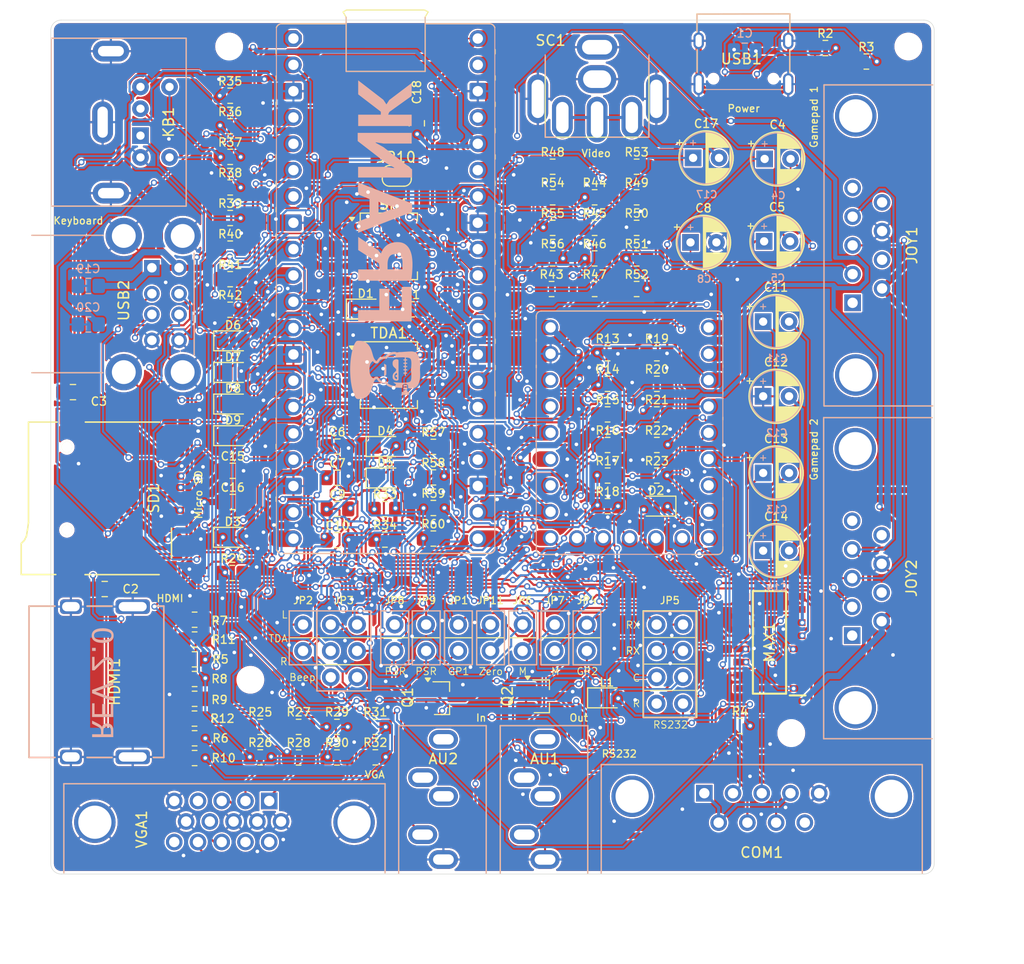
<source format=kicad_pcb>
(kicad_pcb (version 20240108) (generator "pcbnew") (generator_version "8.0")
  (title_block (title "FRANK") (date "2024-12-15") (rev "2.0") (company "Mikhail Matveev") (comment 1 "https://github.com/xtremespb/frank2"))
  (layers (0 "F.Cu" signal) (31 "B.Cu" signal) (34 "B.Paste" user) (35 "F.Paste" user) (36 "B.SilkS" user "B.Silkscreen") (37 "F.SilkS" user "F.Silkscreen") (38 "B.Mask" user) (39 "F.Mask" user) (44 "Edge.Cuts" user))
  (net 0 "")
  (net 1 "GND")
  (net 2 "VBUS")
  (net 3 "+3V3")
  (net 4 "Net-(C4-Pad1)")
  (net 5 "/Audio/L*")
  (net 6 "/GPIO15")
  (net 7 "/GPIO14")
  (net 8 "/GPIO13")
  (net 9 "/GPIO12")
  (net 10 "/GPIO11")
  (net 11 "/GPIO10")
  (net 12 "/GPIO9")
  (net 13 "/GPIO8")
  (net 14 "/GPIO7")
  (net 15 "/GPIO6")
  (net 16 "/GPIO5")
  (net 17 "/GPIO4")
  (net 18 "/GPIO3")
  (net 19 "/GPIO2")
  (net 20 "/Audio/R")
  (net 21 "/Audio/L")
  (net 22 "/Audio/R*")
  (net 23 "/Audio/LOAD_IN")
  (net 25 "/GPIO22")
  (net 28 "/GPIO19")
  (net 29 "/GPIO18")
  (net 30 "/GPIO17")
  (net 31 "/GPIO16")
  (net 32 "Net-(C5-Pad1)")
  (net 33 "/HDMI/VBUS")
  (net 34 "Net-(C9-Pad2)")
  (net 35 "/Audio/FLT")
  (net 36 "/Composite Video/CVBS")
  (net 37 "/RS232/C2+")
  (net 38 "/RS232/C2-")
  (net 39 "Net-(C17-Pad1)")
  (net 40 "/RS232/V-")
  (net 41 "/RS232/C1+")
  (net 42 "/RS232/C1-")
  (net 43 "/RS232/V+")
  (net 44 "Net-(D1-K)")
  (net 45 "Net-(D2-A)")
  (net 46 "Net-(D2-K)")
  (net 47 "Net-(D3-K)")
  (net 48 "/GPIO27")
  (net 49 "/GPIO28")
  (net 50 "/GPIO26")
  (net 51 "Net-(D6-K)")
  (net 57 "/RS232/CTS_PICO")
  (net 58 "/RS232/CTS_MAX")
  (net 59 "Net-(USB1-CC1)")
  (net 60 "Net-(USB1-CC2)")
  (net 66 "/RS232/RX_PICO")
  (net 67 "/RS232/RX_MAX")
  (net 68 "/Gamepad 1/J2_DATA")
  (net 69 "/Gamepad 2/J2_DATA")
  (net 70 "Net-(L1-A)")
  (net 71 "Net-(D7-K)")
  (net 72 "/RS232/RTS_IN")
  (net 73 "/RS232/CTS_IN")
  (net 74 "/RS232/TX_IN")
  (net 75 "/RS232/RX_IN")
  (net 76 "/HDMI/D1N")
  (net 77 "/HDMI/D2N")
  (net 78 "/HDMI/D0N")
  (net 79 "/HDMI/CLKN")
  (net 80 "/HDMI/CLKP")
  (net 81 "/HDMI/D0P")
  (net 82 "/HDMI/D1P")
  (net 83 "/HDMI/D2P")
  (net 84 "/Audio/LEFT_TDA")
  (net 85 "/Audio/RIGHT_TDA")
  (net 86 "/Audio/RIGHT_OUT")
  (net 87 "/Audio/LEFT_OUT")
  (net 88 "/Audio/BEEP_OUT")
  (net 89 "/RS232/RTS_PICO")
  (net 90 "/RS232/TX_PICO")
  (net 91 "Net-(JP9-B)")
  (net 92 "Net-(Q2-B)")
  (net 93 "Net-(JP10-A)")
  (net 94 "Net-(JP11-B)")
  (net 95 "/ZGPIO11")
  (net 96 "/ZGPIO14")
  (net 97 "/ZGPIO12")
  (net 98 "/ZGPIO15")
  (net 99 "/VGA/VGA_RH")
  (net 100 "/VGA/VGA_GH")
  (net 101 "/VGA/VGA_BH")
  (net 102 "/VGA/VGA_HS")
  (net 103 "/VGA/VGA_VS")
  (net 104 "Net-(R43-Pad2)")
  (net 105 "Net-(R45-Pad2)")
  (net 106 "Net-(R46-Pad2)")
  (net 107 "Net-(R47-Pad2)")
  (net 108 "Net-(R48-Pad2)")
  (net 109 "Net-(R49-Pad2)")
  (net 110 "/ZGPIO2")
  (net 111 "Net-(USB2-D1+)")
  (net 112 "/ZGPIO3")
  (net 113 "Net-(USB2-D1-)")
  (net 114 "Net-(USB2-D2+)")
  (net 120 "/GPIO0")
  (net 121 "/GPIO1")
  (net 122 "/ZGPIO4")
  (net 123 "Net-(USB2-D2-)")
  (net 124 "/ZGPIO5")
  (net 125 "/Pico/3V3_IN")
  (net 126 "/Pico/VBUS_IN")
  (net 127 "/Pico/GPIO29")
  (net 128 "/Pico/VBUS_IN_1")
  (net 129 "/Pico/GPIO29_1")
  (net 130 "/Pico/3V3_IN_1")
  (net 131 "/Zero/ZGPIO28")
  (net 132 "/Zero/ZGPIO28_1")
  (net 133 "/Zero/ZGPIO29")
  (net 134 "/Zero/ZGPIO6")
  (net 135 "/Zero/ZGPIO8")
  (net 136 "/Zero/ZGPIO7")
  (net 137 "/Zero/ZGPIO10")
  (net 138 "/Zero/ZGPIO10_1")
  (net 139 "/Zero/ZGPIO9")
  (net 140 "/Zero/ZGPIO27")
  (net 143 "/Zero/ZGPIO9_1")
  (net 144 "/Zero/ZGPIO0")
  (net 145 "/Zero/ZGPIO29_1")
  (net 146 "/Zero/ZGPIO26")
  (net 147 "/Zero/ZGPIO13")
  (net 148 "/Zero/ZGPIO1")
  (net 149 "/Zero/ZGPIO8_1")
  (net 150 "/Zero/ZGPIO27_1")
  (net 151 "/Zero/ZGPIO13_1")
  (net 152 "/Zero/ZGPIO1_1")
  (net 153 "/Zero/ZGPIO6_1")
  (net 154 "/Zero/ZGPIO7_1")
  (net 155 "/Zero/ZGPIO26_1")
  (net 156 "/Zero/ZGPIO0_1")
  (net 157 "/Power/D+")
  (net 158 "/Power/D-")
  (net 159 "/Pico/RUN")
  (net 160 "/Pico/RUN_1")
  (net 161 "Net-(JP8-A)")
  (net 162 "/GPIO21")
  (net 165 "/GPIO20")
  (net 166 "Net-(COM1-Pad1)")
  (footprint "LIBS:Medved_R_0805" (layer "F.Cu") (at 91.07 99.01)
    (property "Reference" "R10")
    (property "Value" "270R")
  )
  (footprint "LIBS:Medved_R_0805" (layer "F.Cu") (at 97.4 96)
    (property "Reference" "R25")
    (property "Value" "330R")
  )
  (footprint "LIBS:Medved_R_0805" (layer "F.Cu") (at 125.6 44.9)
    (property "Reference" "R54")
    (property "Value" "150R")
  )
  (footprint "LIBS:Medved_R_0805" (layer "F.Cu") (at 130.9 65.85)
    (property "Reference" "R15")
    (property "Value" "1k")
  )
  (footprint "Package_SO:SO-8_5.3x6.2mm_P1.27mm" (layer "F.Cu") (at 109.8 49.635)
    (property "Reference" "PSR1")
    (property "Value" "PSRAM")
  )
  (footprint "LIBS:Medved_R_0805" (layer "F.Cu") (at 94.5 55.75)
    (property "Reference" "R42")
    (property "Value" "100R")
  )
  (footprint "LIBS:DB9" (layer "F.Cu") (at 154.529 55.082 90)
    (property "Reference" "JOY1")
    (property "Value" "Joystick")
  )
  (footprint "LIBS:Medved_R_0805" (layer "F.Cu") (at 135.65 62.9)
    (property "Reference" "R20")
    (property "Value" "10k")
  )
  (footprint "LIBS:Medved_R_0805" (layer "F.Cu") (at 125.6 41.95)
    (property "Reference" "R48")
    (property "Value" "270R")
  )
  (footprint "LIBS:Medved_R_0805" (layer "F.Cu") (at 101.1 96)
    (property "Reference" "R27")
    (property "Value" "330R")
  )
  (footprint "LIBS:Medved_R_0805" (layer "F.Cu") (at 108.5 96)
    (property "Reference" "R31")
    (property "Value" "100R")
  )
  (footprint "LIBS:Medved_D_0805" (layer "F.Cu") (at 135.625 74.7 180)
    (property "Reference" "D2")
    (property "Value" "4148")
  )
  (footprint "LIBS:Medved_C_0805" (layer "F.Cu") (at 104.8475 77.98)
    (property "Reference" "C10")
    (property "Value" "0.1u")
  )
  (footprint "LIBS:Medved_CP_Radial_D5.0mm_P2.50mm" (layer "F.Cu") (at 145.9 79)
    (property "Reference" "C14")
    (property "Value" "1u")
  )
  (footprint "LIBS:Medved_SD_Card" (layer "F.Cu") (at 90.05 73.95 90)
    (property "Reference" "SD1")
    (property "Value" "Micro SD")
  )
  (footprint "LIBS:Medved_R_0805" (layer "F.Cu") (at 135.65 65.85)
    (property "Reference" "R21")
    (property "Value" "10k")
  )
  (footprint "LIBS:AV_MOD_III-8.4-5" (layer "F.Cu") (at 129.885 34.1)
    (property "Reference" "SC1" (hide yes))
    (property "Value" "VIDEO (Soft Composite)" (hide yes))
  )
  (footprint "LIBS:Medved_JMP_2x03" (layer "F.Cu") (at 104.2 86.13)
    (property "Reference" "JP3")
    (property "Value" "Audio Jumpers")
  )
  (footprint "LIBS:Medved_C_0805" (layer "F.Cu") (at 112.5 37.76 90)
    (property "Reference" "C18")
    (property "Value" "0.1u")
  )
  (footprint "LIBS:Medved_CP_Radial_D5.0mm_P2.50mm" (layer "F.Cu") (at 145.9 56.9)
    (property "Reference" "C11")
    (property "Value" "1u")
  )
  (footprint "LIBS:Medved_D_0805" (layer "F.Cu") (at 107.565 55.69)
    (property "Reference" "D1")
    (property "Value" "3V3")
  )
  (footprint "LIBS:Medved_R_0805" (layer "F.Cu") (at 114.095 74.88)
    (property "Reference" "R59")
    (property "Value" "22R")
  )
  (footprint "LIBS:Medved_D_0805" (layer "F.Cu") (at 94.775 58.749)
    (property "Reference" "D6")
    (property "Value" "3V3")
  )
  (footprint "LIBS:Medved_R_0805" (layer "F.Cu") (at 91.07 91.38)
    (property "Reference" "R8")
    (property "Value" "270R")
  )
  (footprint "LIBS:Medved_R_0805" (layer "F.Cu") (at 112.04 55.71)
    (property "Reference" "R1")
    (property "Value" "1k")
  )
  (footprint "LIBS:Medved_R_0805" (layer "F.Cu") (at 108.5 98.94)
    (property "Reference" "R32")
    (property "Value" "100R")
  )
  (footprint "LIBS:Medved_R_0805" (layer "F.Cu") (at 104.8 96)
    (property "Reference" "R29")
    (property "Value" "1k")
  )
  (footprint "LIBS:Medved_R_0805" (layer "F.Cu") (at 91.07 97.1)
    (property "Reference" "R6")
    (property "Value" "270R")
  )
  (footprint "LIBS:Medved_MountingHole_V2" (layer "F.Cu") (at 148.614 96.6)
    (property "Reference" "H3" (hide yes))
    (property "Value" "MountingHole")
  )
  (footprint "LIBS:Medved_CP_Radial_D5.0mm_P2.50mm" (layer "F.Cu") (at 146.0449 41.2)
    (property "Reference" "C4")
    (property "Value" "10u")
  )
  (footprint "Package_TO_SOT_SMD:SOT-23_Handsoldering" (layer "F.Cu") (at 124.53 93.05)
    (property "Reference" "Q2")
    (property "Value" "BC850")
  )
  (footprint "LIBS:Medved_R_0805" (layer "F.Cu") (at 133.7 53.75)
    (property "Reference" "R52")
    (property "Value" "150R")
  )
  (footprint "LIBS:Medved_CP_Radial_D5.0mm_P2.50mm" (layer "F.Cu") (at 138.8949 49.25)
    (property "Reference" "C8")
    (property "Value" "10u")
  )
  (footprint "LIBS:Medved_PinHeader_1x02_P2.54mm_Vertical_R" (layer "F.Cu") (at 119.6 86.13)
    (property "Reference" "JP11")
    (property "Value" "RP ZERO +5V Jumper")
  )
  (footprint "LIBS:Medved_R_0805" (layer "F.Cu") (at 109.425 77.93)
    (property "Reference" "R34")
    (property "Value" "1K")
  )
  (footprint "LIBS:Medved_DSUB-15-HD_Female_Horizontal" (layer "F.Cu") (at 98.265 103.15)
    (property "Reference" "VGA1")
    (property "Value" "VGA")
  )
  (footprint "LIBS:Medved_R_0805" (layer "F.Cu") (at 94.7 81.15)
    (property "Reference" "R24")
    (property "Value" "1k")
  )
  (footprint "LIBS:Medved_R_0805" (layer "F.Cu") (at 130.9 74.7)
    (property "Reference" "R18")
    (property "Value" "1k")
  )
  (footprint "LIBS:USB-TYPE-C-31-M-12_lib2" (layer "F.Cu") (at 144 27.2 180)
    (property "Reference" "USB1")
    (property "Value" "USB Type C")
  )
  (footprint "LIBS:Medved_USB_A_CUI_UJ2-ADH-TH_Horizontal_Stacked" (layer "F.Cu") (at 86.95 51.7)
    (property "Reference" "USB2")
    (property "Value" "USB_A_Stacked")
  )
  (footprint "LIBS:Medved_L_0805" (layer "F.Cu") (at 130.825 93.2)
    (property "Reference" "L1")
    (property "Value" "GREEN")
  )
  (footprint "Package_SO:SO-8_5.3x6.2mm_P1.27mm" (layer "F.Cu") (at 109.8 62.05)
    (property "Reference" "TDA1")
    (property "Value" "TDA1387T")
  )
  (footprint "LIBS:Medved_C_0805" (layer "F.Cu") (at 94.75 71.29)
    (property "Reference" "C15")
    (property "Value" "0.1u")
  )
  (footprint "LIBS:Medved_R_0805" (layer "F.Cu") (at 94.5 43.95)
    (property "Reference" "R38")
    (property "Value" "1k")
  )
  (footprint "LIBS:HDMI" (layer "F.Cu") (at 85.1 91.65 -90)
    (property "Reference" "HDMI1")
    (property "Value" "HDMI")
  )
  (footprint "LIBS:Medved_R_0805" (layer "F.Cu") (at 133.7 47.85)
    (property "Reference" "R50")
    (property "Value" "300R")
  )
  (footprint "LIBS:Medved_D_0805" (layer "F.Cu") (at 94.745 77.705)
    (property "Reference" "D3")
    (property "Value" "3V3")
  )
  (footprint "LIBS:Medved_R_0805" (layer "F.Cu") (at 133.7 44.9)
    (property "Reference" "R49")
    (property "Value" "270R")
  )
  (footprint "LIBS:Medved_R_0805" (layer "F.Cu") (at 151.9 30.5)
    (property "Reference" "R2")
    (property "Value" "5.1K")
  )
  (footprint "LIBS:Medved_R_0805" (layer "F.Cu") (at 109.425 74.98)
    (property "Reference" "R33")
    (property "Value" "1K")
  )
  (footprint "LIBS:Medved_R_0805" (layer "F.Cu") (at 129.65 44.9)
    (property "Reference" "R44")
    (property "Value" "270R")
  )
  (footprint "LIBS:Medved_R_0805" (layer "F.Cu") (at 130.9 68.8)
    (property "Reference" "R16")
    (property "Value" "2k")
  )
  (footprint "LIBS:Medved_R_0805" (layer "F.Cu") (at 94.5 41)
    (property "Reference" "R37")
    (property "Value" "100R")
  )
  (footprint "Package_TO_SOT_SMD:SOT-23_Handsoldering" (layer "F.Cu") (at 114.9 93.23)
    (property "Reference" "Q1")
    (property "Value" "BC850")
  )
  (footprint "LIBS:Medved_R_0805" (layer "F.Cu") (at 91.07 89.48)
    (property "Reference" "R5")
    (property "Value" "270R")
  )
  (footprint "LIBS:Medved_R_0805" (layer "F.Cu") (at 133.7 41.95)
    (property "Reference" "R53")
    (property "Value" "150R")
  )
  (footprint "LIBS:Medved_Jack_3.5mm_CUI_SJ1-3535NG_Horizontal" (layer "F.Cu") (at 115.065 108.8 180)
    (property "Reference" "AU2")
    (property "Value" "AUDIO IN")
  )
  (footprint "LIBS:Medved_R_0805" (layer "F.Cu") (at 104.8 98.95)
    (property "Reference" "R30")
    (property "Value" "1k")
  )
  (footprint "LIBS:Medved_PinHeader_1x02_P2.54mm_Vertical_R" (layer "F.Cu") (at 113.4 86.13)
    (property "Reference" "JP9")
    (property "Value" "RP ZERO +5V Jumper")
  )
  (footprint "LIBS:Medved_PinHeader_1x02_P2.54mm_Vertical_R" (layer "F.Cu") (at 125.8 86.13)
    (property "Reference" "JP7")
    (property "Value" "RP ZERO +5V Jumper")
  )
  (footprint "LIBS:Medved_C_0805" (layer "F.Cu") (at 104.8475 68.95)
    (property "Reference" "C6")
    (property "Value" "10n")
  )
  (footprint "LIBS:Medved_R_0805" (layer "F.Cu") (at 97.4 98.94)
    (property "Reference" "R26")
    (property "Value" "330R")
  )
  (footprint "LIBS:Medved_R_0805" (layer "F.Cu") (at 129.65 50.8)
    (property "Reference" "R46")
    (property "Value" "270R")
  )
  (footprint "LIBS:Medved_R_0805" (layer "F.Cu") (at 114.095 68.98)
    (property "Reference" "R57")
    (property "Value" "22R")
  )
  (footprint "LIBS:Medved_R_0805" (layer "F.Cu") (at 114.095 71.93)
    (property "Reference" "R58")
    (property "Value" "22R")
  )
  (footprint "Jumper:SolderJumper-2_P1.3mm_Open_RoundedPad1.0x1.5mm" (layer "F.Cu") (at 110.57 42.83)
    (property "Reference" "JP10")
    (property "Value" "JMP PSRAM")
  )
  (footprint "LIBS:Medved_R_0805" (layer "F.Cu") (at 101.1 98.95)
    (property "Reference" "R28")
    (property "Value" "1k")
  )
  (footprint "LIBS:Medved_C_0805" (layer "F.Cu") (at 82.4 82.7)
    (property "Reference" "C2")
    (property "Value" "0.1u")
  )
  (footprint "LIBS:Medved_R_0805" (layer "F.Cu") (at 114.095 77.83)
    (property "Reference" "R60")
    (property "Value" "22R")
  )
  (footprint "LIBS:DB9" (layer "F.Cu") (at 140.225 102.4)
    (property "Reference" "COM1")
    (property "Value" "RS232")
  )
  (footprint "LIBS:Medved_R_0805" (layer "F.Cu") (at 143.67 95.91 180)
    (property "Reference" "R4")
    (property "Value" "1K")
  )
  (footprint "LIBS:Medved_MountingHole_V2" (layer "F.Cu") (at 94.4 30.35)
    (property "Reference" "H1" (hide yes))
    (property "Value" "MountingHole")
  )
  (footprint "LIBS:Medved_D_0805" (layer "F.Cu") (at 94.775 61.8)
    (property "Reference" "D7")
    (property "Value" "3V3")
  )
  (footprint "LIBS:Medved_PinHeader_1x02_P2.54mm_Vertical_R" (layer "F.Cu") (at 110.36 86.13)
    (property "Reference" "JP8")
    (property "Value" "RP ZERO +5V Jumper")
  )
  (footprint "LIBS:Medved_R_0805" (layer "F.Cu") (at 129.65 47.85)
    (property "Reference" "R45")
    (property "Value" "270R")
  )
  (footprint "LIBS:Medved_CP_Radial_D5.0mm_P2.50mm" (layer "F.Cu") (at 145.9 64.1)
    (property "Reference" "C12")
    (property "Value" "1u")
  )
  (footprint "LIBS:rp2040-zero-tht" (layer "F.Cu") (at 133.02 67.62)
    (property "Reference" "RP2" (hide yes))
    (property "Value" "RP 2040 Zero" (hide yes))
  )
  (footprint "LIBS:Medved_R_0805" (layer "F.Cu") (at 94.5 52.8)
    (property "Reference" "R41")
    (property "Value" "100R")
  )
  (footprint "LIBS:Medved_R_0805" (layer "F.Cu") (at 125.6 47.85)
    (property "Reference" "R55")
    (property "Value" "150R")
  )
  (footprint "LIBS:Medved_R_0805" (layer "F.Cu") (at 94.5 35.1)
    (property "Reference" "R35")
    (property "Value" "1k")
  )
  (footprint "LIBS:Medved_Jack_3.5mm_CUI_SJ1-3535NG_Horizontal" (layer "F.Cu") (at 124.865 108.8 180)
    (property "Reference" "AU1")
    (property "Value" "AUDIO OUT")
  )
  (footprint "LIBS:Medved_D_0805" (layer "F.Cu") (at 94.775 64.851)
    (property "Reference" "D8")
    (property "Value" "3V3")
  )
  (footprint "LIBS:Medved_D_0805" (layer "F.Cu") (at 109.47 71.985)
    (property "Reference" "D5")
    (property "Value" "1N4148")
  )
  (footprint "LIBS:Raspberry_Pi_Pico_SMT_THT_MOD_2" (layer "F.Cu") (at 100.6 29.58)
    (property "Reference" "RP1" (hide yes))
    (property "Value" "RP2040 Pico" (hide yes))
  )
  (footprint "LIBS:DB9" (layer "F.Cu") (at 154.489 87.192 90)
    (property "Reference" "JOY2")
    (property "Value" "Joystick")
  )
  (footprint "LIBS:Medved_PinHeader_1x02_P2.54mm_Vertical_R" (layer "F.Cu") (at 116.5 86.13)
    (property "Reference" "JP1")
    (property "Value" "RP ZERO +5V Jumper")
  )
  (footprint "LIBS:Medved_R_0805" (layer "F.Cu") (at 135.65 59.95)
    (property "Reference" "R19")
    (property "Value" "100R")
  )
  (footprint "LIBS:Medved_R_0805" (layer "F.Cu") (at 125.6 50.8)
    (property "Reference" "R56")
    (property "Value" "51R*")
  )
  (footprint "LIBS:Medved_R_0805" (layer "F.Cu") (at 129.65 53.75)
    (property "Reference" "R47")
    (property "Value" "270R")
  )
  (footprint "LIBS:Medved_C_0805" (layer "F.Cu") (at 104.8475 71.96)
    (property "Reference" "C7")
    (property "Value" "10n")
  )
  (footprint "LIBS:Medved_PinHeader_1x02" (layer "F.Cu") (at 101.53 86.13)
    (property "Reference" "JP2")
    (property "Value" "I2S")
  )
  (footprint "LIBS:Medved_R_0805" (layer "F.Cu") (at 135.65 68.8)
    (property "Reference" "R22")
    (property "Value" "10k")
  )
  (footprint "LIBS:Medved_PinHeader_2x04_P2.54mm_Vertical" (layer "F.Cu") (at 135.63 86.13)
    (property "Reference" "JP5")
    (property "Value" "RS232 Jumpers")
  )
  (footprint "LIBS:Medved_R_0805" (layer "F.Cu") (at 135.65 71.75)
    (property "Reference" "R23")
    (property "Value" "1k")
  )
  (footprint "LIBS:Medved_CP_Radial_D5.0mm_P2.50mm" (layer "F.Cu") (at 139.1449 41.1)
    (property "Reference" "C17")
    (property "Value" "220u")
  )
  (footprint "LIBS:Connector_Mini-DIN_Female_6Pin_2rows" (layer "F.Cu") (at 85.85 38.95 -90)
    (property "Reference" "KB1")
    (property "Value" "PS/2")
  )
  (footprint "LIBS:Medved_PinHeader_1x02_P2.54mm_Vertical_R" (layer "F.Cu") (at 128.9 86.13)
    (property "Reference" "JP4")
    (property "Value" "RP ZERO +5V Jumper")
  )
  (footprint "LIBS:Medved_D_0805" (layer "F.Cu") (at 109.47 68.945)
    (property "Reference" "D4")
    (property "Value" "1N4148")
  )
  (footprint "LIBS:Medved_PinHeader_1x02_P2.54mm_Vertical_R" (layer "F.Cu") (at 122.7 86.13)
    (property "Reference" "JP6")
    (property "Value" "RP ZERO +5V Jumper")
  )
  (footprint "LIBS:Medved_CP_Radial_D5.0mm_P2.50mm" (layer "F.Cu") (at 145.9949 49.15)
    (property "Reference" "C5")
    (property "Value" "10u")
  )
  (footprint "LIBS:Medved_R_0805" (layer "F.Cu") (at 130.9 62.9)
    (property "Reference" "R14")
    (property "Value" "330R")
  )
  (footprint "LIBS:Medved_R_0805" (layer "F.Cu") (at 91.07 87.57)
    (property "Reference" "R11")
    (property "Value" "270R")
  )
  (footprint "LIBS:Medved_R_0805" (layer "F.Cu") (at 155.856 31.8)
    (property "Reference" "R3")
    (property "Value" "5.1K")
  )
  (footprint "LIBS:Medved_R_0805" (layer "F.Cu") (at 94.5 38.05)
    (property "Reference" "R36")
    (property "Value" "100R")
  )
  (footprint "LIBS:Medved_R_0805" (layer "F.Cu") (at 94.5 49.85)
    (property "Reference" "R40")
    (property "Value" "1k")
  )
  (footprint "LIBS:Medved_R_0805" (layer "F.Cu") (at 125.5 53.75)
    (property "Reference" "R43")
    (property "Value" "750R*")
  )
  (footprint "LIBS:Medved_MountingHole_V2" (layer "F.Cu") (at 159.9 30.35)
    (property "Reference" "H2" (hide yes))
    (property "Value" "MountingHole")
  )
  (footprint "LIBS:Medved_C_0805" (layer "F.Cu") (at 104.8475 74.97)
    (property "Reference" "C9")
    (property "Value" "0.1u")
  )
  (footprint "LIBS:Medved_R_0805" (layer "F.Cu") (at 130.9 71.75)
    (property "Reference" "R17")
    (property "Value" "2k")
  )
  (footprint "LIBS:Medved_R_0805" (layer "F.Cu") (at 91.07 93.29)
    (property "Reference" "R9")
    (property "Value" "270R")
  )
  (footprint "LIBS:Medved_R_0805" (layer "F.Cu") (at 94.5 46.9)
    (property "Reference" "R39")
    (property "Value" "1k")
  )
  (footprint "LIBS:Medved_C_0805" (layer "F.Cu") (at 79.3375 63.7)
    (property "Reference" "C3")
    (property "Value" "0.1u")
  )
  (footprint "LIBS:Medved_CP_Radial_D5.0mm_P2.50mm" (layer "F.Cu") (at 145.9 71.5)
    (property "Reference" "C13")
    (property "Value" "1u")
  )
  (footprint "LIBS:Medved_R_0805" (layer "F.Cu") (at 91.06 95.2)
    (property "Reference" "R12")
    (property "Value" "270R")
  )
  (footprint "LIBS:Medved_R_0805" (layer "F.Cu") (at 130.9 59.95)
    (property "Reference" "R13")
    (property "Value" "330R")
  )
  (footprint "LIBS:Medved_R_0805" (layer "F.Cu") (at 91.07 85.66)
    (property "Reference" "R7")
    (property "Value" "270R")
  )
  (footprint "LIBS:Medved_C_0805" (layer "F.Cu") (at 94.75 74.3)
    (property "Reference" "C16")
    (property "Value" "0.1u")
  )
  (footprint "LIBS:Medved_MountingHole_V2" (layer "F.Cu") (at 96.449 91.455)
    (property "Reference" "H4" (hide yes))
    (property "Value" "MountingHole")
  )
  (footprint "LIBS:Medved_R_0805" (layer "F.Cu") (at 133.7 50.8)
    (property "Reference" "R51")
    (property "Value" "150R")
  )
  (footprint "LIBS:Medved_D_0805" (layer "F.Cu") (at 94.775 67.902)
    (property "Reference" "D9")
    (property "Value" "3V3")
  )
  (footprint "LIBS:SOIC127P600X175-16N" (layer "F.Cu") (at 146.512 87.845 180)
    (property "Reference" "MAX1")
    (property "Value" "MAX232CSE+" (hide yes))
  )
  (footprint "LIBS:Medved_R_0805" (layer "B.Cu") (at 80.82 53.45 180)
    (property "Reference" "C19")
    (property "Value" "10u")
  )
  (footprint "LIBS:Medved_C_0805" (layer "B.Cu") (at 144.1275 30.76 180)
    (property "Reference" "C1")
    (property "Value" "10u")
  )
  (footprint "LIBS:Medved_R_0805" (layer "B.Cu") (at 80.82 57.17 180)
    (property "Reference" "C20")
    (property "Value" "10u")
  )
  (gr_poly (pts (xy 111.202999 63.249499) (xy 111.202999 63.432061) (xy 111.584 63.432061) (xy 111.584 63.249499)) (stroke (width -0.000001)) (fill solid) (layer "B.SilkS"))
  (gr_poly (pts (xy 111.583746 63.099974) (xy 111.582994 63.093425) (xy 111.581756 63.086983) (xy 111.580046 63.080656) (xy 111.577877 63.074452) (xy 111.575262 63.068376) (xy 111.572213 63.062437) (xy 111.568745 63.056642) (xy 111.564869 63.050998) (xy 111.5606 63.045513) (xy 111.55595 63.040193) (xy 111.550932 63.035047) (xy 111.539845 63.025301) (xy 111.527445 63.016335) (xy 111.513835 63.008205) (xy 111.499121 63.000971) (xy 111.483407 62.994691) (xy 111.466797 62.989422) (xy 111.449397 62.985222) (xy 111.431311 62.982151) (xy 111.412644 62.980265) (xy 111.3935 62.979624) (xy 111.383874 62.979785) (xy 111.374355 62.980265) (xy 111.364956 62.981056) (xy 111.355688 62.982151) (xy 111.346566 62.983542) (xy 111.337602 62.985222) (xy 111.32881 62.987185) (xy 111.320202 62.989422) (xy 111.311792 62.991926) (xy 111.303592 62.994691) (xy 111.295617 62.997708) (xy 111.287878 63.000971) (xy 111.28039 63.004473) (xy 111.273164 63.008205) (xy 111.266215 63.012162) (xy 111.259554 63.016335) (xy 111.253196 63.020717) (xy 111.247154 63.025301) (xy 111.24144 63.03008) (xy 111.236067 63.035047) (xy 111.231049 63.040193) (xy 111.226399 63.045513) (xy 111.22213 63.050998) (xy 111.218254 63.056642) (xy 111.214786 63.062437) (xy 111.211737 63.068376) (xy 111.209122 63.074452) (xy 111.206953 63.080656) (xy 111.205243 63.086983) (xy 111.204005 63.093425) (xy 111.203253 63.099974) (xy 111.202999 63.106624) (xy 111.202999 63.154249) (xy 111.584 63.154249) (xy 111.584 63.106624)) (stroke (width -0.000001)) (fill solid) (layer "B.SilkS"))
  (gr_poly (pts (xy 109.290062 40.06406) (xy 108.536 39.643376) (xy 108.536 39.59575) (xy 109.298 39.714812) (xy 112.004687 39.714812) (xy 112.004687 38.682937) (xy 106.797688 38.682937) (xy 106.797688 39.476688) (xy 109.536125 41.596001) (xy 110.314 42.040501) (xy 110.314 42.080189) (xy 109.528187 41.961125) (xy 106.837375 41.961125) (xy 106.837375 42.993) (xy 112.044375 42.993) (xy 112.044375 42.199251)) (stroke (width -0.000001)) (fill solid) (layer "B.SilkS"))
  (gr_poly (pts (xy 109.734562 36.928752) (xy 109.845687 36.666813) (xy 112.004687 35.119) (xy 112.004687 33.872811) (xy 109.845687 35.507936) (xy 109.567875 35.936561) (xy 109.274187 35.492061) (xy 106.845312 33.61881) (xy 106.845312 34.968185) (xy 109.028125 36.643) (xy 109.028125 36.928752) (xy 106.845312 36.928752) (xy 106.845312 38.024126) (xy 112.004687 38.024126) (xy 112.004687 36.928752)) (stroke (width -0.000001)) (fill solid) (layer "B.SilkS"))
  (gr_poly (pts (xy 106.837375 43.469248) (xy 106.837375 44.628124) (xy 107.940687 45.072624) (xy 107.940687 46.810936) (xy 106.837375 47.231623) (xy 106.837375 48.326999) (xy 108.805875 47.561805) (xy 108.805875 46.509312) (xy 108.805875 45.326626) (xy 109.885375 45.7235) (xy 110.702937 45.898126) (xy 110.702937 45.937812) (xy 109.877437 46.112437) (xy 108.805875 46.509312) (xy 108.805875 47.561805) (xy 112.044374 46.302936) (xy 112.044374 45.501249)) (stroke (width -0.000001)) (fill solid) (layer "B.SilkS"))
  (gr_poly (pts (xy 111.584 63.678123) (xy 111.584 63.527311) (xy 111.203 63.527311) (xy 111.203 63.678123) (xy 111.04425 63.678123) (xy 111.04425 63.963874) (xy 111.758625 63.963874) (xy 111.758625 63.678123)) (stroke (width -0.000001)) (fill solid) (layer "B.SilkS"))
  (gr_poly (pts (xy 110.733183 60.649023) (xy 110.728794 60.629822) (xy 110.721705 60.612213) (xy 110.712099 60.596204) (xy 110.700163 60.581798) (xy 110.68608 60.569004) (xy 110.670034 60.557825) (xy 110.652212 60.548268) (xy 110.632796 60.54034) (xy 110.611972 60.534045) (xy 110.589924 60.529389) (xy 110.566837 60.526378) (xy 110.542895 60.525019) (xy 110.518284 60.525316) (xy 110.493187 60.527277) (xy 110.467789 60.530905) (xy 110.442275 60.536208) (xy 110.416829 60.543191) (xy 110.391636 60.55186) (xy 110.36688 60.562221) (xy 110.342747 60.574279) (xy 110.31942 60.588041) (xy 110.297084 60.603512) (xy 110.275925 60.620698) (xy 110.256125 60.639605) (xy 110.237871 60.660238) (xy 110.221346 60.682604) (xy 110.206735 60.706708) (xy 110.194223 60.732557) (xy 110.183994 60.760155) (xy 110.176233 60.789509) (xy 110.171125 60.820624) (xy 110.166427 60.868112) (xy 110.164145 60.912456) (xy 110.164135 60.953811) (xy 110.166257 60.992334) (xy 110.170367 61.028184) (xy 110.176322 61.061516) (xy 110.183981 61.092488) (xy 110.193201 61.121257) (xy 110.203839 61.147979) (xy 110.215754 61.172812) (xy 110.228802 61.195912) (xy 110.242841 61.217437) (xy 110.257729 61.237543) (xy 110.273324 61.256388) (xy 110.289482 61.274128) (xy 110.306062 61.290921) (xy 110.339917 61.322291) (xy 110.373748 61.351754) (xy 110.406417 61.380566) (xy 110.436783 61.409983) (xy 110.450747 61.425311) (xy 110.463708 61.44126) (xy 110.475523 61.457989) (xy 110.486051 61.475654) (xy 110.495149 61.494411) (xy 110.502674 61.514419) (xy 110.508484 61.535833) (xy 110.512437 61.558811) (xy 110.50853 61.581745) (xy 110.502849 61.60303) (xy 110.495528 61.622832) (xy 110.486702 61.641318) (xy 110.476504 61.658653) (xy 110.465068 61.675002) (xy 110.452527 61.690532) (xy 110.439015 61.705407) (xy 110.409614 61.733859) (xy 110.377934 61.761683) (xy 110.345045 61.790204) (xy 110.312016 61.820749) (xy 110.279917 61.854642) (xy 110.26455 61.873259) (xy 110.249818 61.89321) (xy 110.235853 61.91466) (xy 110.222788 61.937777) (xy 110.210759 61.962724) (xy 110.199898 61.989669) (xy 110.19034 62.018776) (xy 110.182217 62.050212) (xy 110.175664 62.084141) (xy 110.170815 62.120731) (xy 110.167802 62.160145) (xy 110.166761 62.202551) (xy 110.167824 62.248114) (xy 110.171125 62.296999) (xy 110.175535 62.328114) (xy 110.182686 62.357468) (xy 110.19239 62.385066) (xy 110.204456 62.410914) (xy 110.218697 62.435019) (xy 110.234923 62.457384) (xy 110.252946 62.478018) (xy 110.272576 62.496925) (xy 110.293625 62.514111) (xy 110.315903 62.529582) (xy 110.339222 62.543343) (xy 110.363392 62.555402) (xy 110.388225 62.565763) (xy 110.413532 62.574432) (xy 110.439124 62.581415) (xy 110.464812 62.586718) (xy 110.490407 62.590346) (xy 110.51572 62.592306) (xy 110.540562 62.592604) (xy 110.564744 62.591245) (xy 110.588077 62.588234) (xy 110.591812 62.587454) (xy 110.591812 62.447811) (xy 110.581239 62.446602) (xy 110.569104 62.444567) (xy 110.553365 62.441114) (xy 110.534742 62.435893) (xy 110.513956 62.428557) (xy 110.491729 62.418755) (xy 110.4803 62.412821) (xy 110.468781 62.406139) (xy 110.457262 62.398667) (xy 110.445833 62.390361) (xy 110.434584 62.381177) (xy 110.423605 62.371072) (xy 110.412987 62.360001) (xy 110.40282 62.347922) (xy 110.393193 62.334791) (xy 110.384197 62.320563) (xy 110.375922 62.305196) (xy 110.368457 62.288647) (xy 110.361894 62.27087) (xy 110.356322 62.251823) (xy 110.351832 62.231463) (xy 110.348513 62.209744) (xy 110.346455 62.186625) (xy 110.345749 62.162061) (xy 110.346455 62.136753) (xy 110.348513 62.112892) (xy 110.351832 62.090434) (xy 110.356322 62.069338) (xy 110.361894 62.049562) (xy 110.368457 62.031063) (xy 110.375922 62.0138) (xy 110.384197 61.99773) (xy 110.393193 61.982811) (xy 110.40282 61.969001) (xy 110.412987 61.956258) (xy 110.423605 61.94454) (xy 110.434584 61.933804) (xy 110.445833 61.924008) (xy 110.457262 61.91511) (xy 110.468781 61.907069) (xy 110.4803 61.899842) (xy 110.491729 61.893386) (xy 110.502978 61.88766) (xy 110.513956 61.882621) (xy 110.534742 61.874437) (xy 110.553365 61.868498) (xy 110.569104 61.864465) (xy 110.581239 61.862002) (xy 110.591812 61.860436) (xy 110.591812 62.058874) (xy 110.585859 62.055913) (xy 110.579906 62.053045) (xy 110.573953 62.050363) (xy 110.570976 62.04912) (xy 110.568 62.04796) (xy 110.565023 62.046892) (xy 110.562046 62.045929) (xy 110.55907 62.045082) (xy 110.556093 62.044363) (xy 110.553117 62.043783) (xy 110.55014 62.043355) (xy 110.547164 62.04309) (xy 110.544187 62.042999) (xy 110.539003 62.043137) (xy 110.533872 62.043547) (xy 110.528802 62.044222) (xy 110.523801 62.045154) (xy 110.518875 62.046335) (xy 110.514032 62.04776) (xy 110.509279 62.04942) (xy 110.504624 62.051308) (xy 110.500073 62.053417) (xy 110.495634 62.05574) (xy 110.491314 62.058269) (xy 110.487121 62.060998) (xy 110.483061 62.063918) (xy 110.479143 62.067022) (xy 110.475372 62.070304) (xy 110.471758 62.073756) (xy 110.468305 62.077371) (xy 110.465023 62.081142) (xy 110.461919 62.08506) (xy 110.458999 62.08912) (xy 110.45627 62.093313) (xy 110.453741 62.097633) (xy 110.451418 62.102072) (xy 110.449309 62.106623) (xy 110.447421 62.111278) (xy 110.445761 62.116031) (xy 110.444337 62.120874) (xy 110.443155 62.1258) (xy 110.442223 62.130801) (xy 110.441548 62.135871) (xy 110.441138 62.141002) (xy 110.441 62.146186) (xy 110.441138 62.151371) (xy 110.441548 62.156502) (xy 110.442223 62.161571) (xy 110.443155 62.166573) (xy 110.444337 62.171498) (xy 110.445761 62.176341) (xy 110.447421 62.181094) (xy 110.449309 62.18575) (xy 110.451418 62.190301) (xy 110.453741 62.19474) (xy 110.45627 62.199059) (xy 110.458999 62.203253) (xy 110.461919 62.207312) (xy 110.465023 62.211231) (xy 110.468305 62.215001) (xy 110.471758 62.218616) (xy 110.475372 62.222068) (xy 110.479143 62.22535) (xy 110.483061 62.228455) (xy 110.487121 62.231375) (xy 110.491314 62.234103) (xy 110.495634 62.236632) (xy 110.500073 62.238955) (xy 110.504624 62.241064) (xy 110.509279 62.242952) (xy 110.514032 62.244612) (xy 110.518875 62.246037) (xy 110.523801 62.247219) (xy 110.528802 62.248151) (xy 110.533872 62.248825) (xy 110.539003 62.249235) (xy 110.544187 62.249374) (xy 110.547164 62.249283) (xy 110.55014 62.249017) (xy 110.553117 62.248589) (xy 110.556093 62.248009) (xy 110.55907 62.24729) (xy 110.562046 62.246444) (xy 110.565023 62.24548) (xy 110.567999 62.244413) (xy 110.570976 62.243252) (xy 110.573953 62.24201) (xy 110.579906 62.239328) (xy 110.585859 62.23646) (xy 110.591812 62.233498) (xy 110.591812 62.447811) (xy 110.591812 62.587454) (xy 110.610373 62.583578) (xy 110.631442 62.577283) (xy 110.651095 62.569354) (xy 110.669144 62.559798) (xy 110.6854 62.548619) (xy 110.699672 62.535824) (xy 110.711774 62.521419) (xy 110.721515 62.50541) (xy 110.728707 62.487801) (xy 110.733161 62.4686) (xy 110.734687 62.447811) (xy 110.734687 60.669811)) (stroke (width -0.000001)) (fill solid) (layer "B.SilkS"))
  (gr_poly (pts (xy 111.04425 53.541937) (xy 111.04425 55.780312) (xy 109.845687 55.780312) (xy 109.845687 53.7245) (xy 108.88525 53.7245) (xy 108.88525 55.780312) (xy 106.837375 55.780312) (xy 106.837375 56.875688) (xy 112.004687 56.875688) (xy 112.004687 53.541937)) (stroke (width -0.000001)) (fill solid) (layer "B.SilkS"))
  (gr_poly (pts (xy 112.082961 51.24538) (xy 112.079721 51.148161) (xy 112.074435 51.0515) (xy 112.067195 50.955305) (xy 112.058095 50.859481) (xy 112.047227 50.763937) (xy 112.034685 50.668578) (xy 112.020562 50.573313) (xy 112.001556 50.47952) (xy 111.980131 50.388518) (xy 111.956101 50.30012) (xy 111.929281 50.214141) (xy 111.899484 50.130394) (xy 111.866525 50.048694) (xy 111.848801 50.008553) (xy 111.830217 49.968853) (xy 111.810749 49.929573) (xy 111.790375 49.890688) (xy 111.769163 49.853944) (xy 111.747184 49.818118) (xy 111.724414 49.7832) (xy 111.70083 49.749177) (xy 111.676409 49.716037) (xy 111.651127 49.68377) (xy 111.624962 49.652363) (xy 111.59789 49.621804) (xy 111.569888 49.592083) (xy 111.540933 49.563188) (xy 111.511 49.535106) (xy 111.480068 49.507827) (xy 111.448113 49.481338) (xy 111.415111 49.455628) (xy 111.381039 49.430686) (xy 111.345875 49.4065) (xy 111.309598 49.384828) (xy 111.272205 49.364471) (xy 111.233696 49.345439) (xy 111.19407 49.327744) (xy 111.153328 49.311399) (xy 111.11147 49.296413) (xy 111.068496 49.282799) (xy 111.024406 49.27057) (xy 110.979199 49.259735) (xy 110.932877 49.250307) (xy 110.885438 49.242298) (xy 110.836883 49.235719) (xy 110.787211 49.230582) (xy 110.736424 49.226898) (xy 110.68452 49.224679) (xy 110.6315 49.223937) (xy 110.553458 49.225148) (xy 110.477091 49.228789) (xy 110.402398 49.234872) (xy 110.329379 49.243408) (xy 110.258034 49.25441) (xy 110.188364 49.267888) (xy 110.120368 49.283854) (xy 110.054047 49.30232) (xy 109.989399 49.323297) (xy 109.926427 49.346798) (xy 109.865128 49.372833) (xy 109.805504 49.401415) (xy 109.747554 49.432554) (xy 109.691278 49.466263) (xy 109.636677 49.502554) (xy 109.58375 49.541437) (xy 109.534082 49.581152) (xy 109.486298 49.622889) (xy 109.440421 49.666627) (xy 109.396474 49.712341) (xy 109.354481 49.760009) (xy 109.314464 49.809606) (xy 109.276447 49.861111) (xy 109.240453 49.914499) (xy 109.206505 49.969748) (xy 109.174627 50.026833) (xy 109.144842 50.085733) (xy 109.117174 50.146423) (xy 109.091644 50.20888) (xy 109.068277 50.273082) (xy 109.047097 50.339004) (xy 109.028125 50.406624) (xy 108.797937 50.017686) (xy 106.845312 48.723873) (xy 106.845312 49.993873) (xy 108.845562 51.279749) (xy 108.932874 51.859186) (xy 106.845312 51.859186) (xy 106.845312 52.954562) (xy 111.099812 52.954562) (xy 111.099812 51.85125) (xy 109.679 51.85125) (xy 109.679 51.382938) (xy 109.679653 51.325639) (xy 109.68162 51.269828) (xy 109.684912 51.215506) (xy 109.689542 51.162672) (xy 109.69552 51.111326) (xy 109.702859 51.061469) (xy 109.71157 51.0131) (xy 109.721664 50.966219) (xy 109.733153 50.920826) (xy 109.74605 50.876922) (xy 109.760365 50.834506) (xy 109.77611 50.793578) (xy 109.793297 50.754138) (xy 109.811937 50.716187) (xy 109.832043 50.679724) (xy 109.853625 50.644749) (xy 109.865043 50.627913) (xy 109.87697 50.611633) (xy 109.889407 50.595909) (xy 109.902351 50.580738) (xy 109.9158 50.566119) (xy 109.929754 50.552052) (xy 109.944211 50.538533) (xy 109.959169 50.525563) (xy 109.974627 50.513139) (xy 109.990583 50.50126) (xy 110.007037 50.489925) (xy 110.023986 50.479132) (xy 110.04143 50.468879) (xy 110.059366 50.459166) (xy 110.077794 50.449991) (xy 110.096711 50.441351) (xy 110.116116 50.433247) (xy 110.136009 50.425676) (xy 110.156387 50.418637) (xy 110.177248 50.412128) (xy 110.220418 50.400697) (xy 110.265507 50.39137) (xy 110.312502 50.384136) (xy 110.361392 50.378983) (xy 110.412166 50.3759) (xy 110.464812 50.374875) (xy 110.504436 50.375803) (xy 110.542932 50.37858) (xy 110.580288 50.383194) (xy 110.616493 50.389634) (xy 110.651536 50.397887) (xy 110.685404 50.407943) (xy 110.718086 50.419789) (xy 110.74957 50.433414) (xy 110.779845 50.448806) (xy 110.8089 50.465955) (xy 110.836722 50.484847) (xy 110.8633 50.505471) (xy 110.888622 50.527817) (xy 110.912677 50.551872) (xy 110.935452 50.577624) (xy 110.956937 50.605062) (xy 110.977122 50.635572) (xy 110.996005 50.66757) (xy 111.013585 50.701056) (xy 111.029863 50.736031) (xy 111.044839 50.772494) (xy 111.058512 50.810445) (xy 111.070884 50.849884) (xy 111.081953 50.890812) (xy 111.09172 50.933228) (xy 111.100184 50.977132) (xy 111.107347 51.022525) (xy 111.113207 51.069406) (xy 111.117765 51.117775) (xy 111.12102 51.167632) (xy 111.122974 51.218978) (xy 111.123625 51.271812) (xy 111.123625 51.59725) (xy 111.123253 51.635186) (xy 111.122136 51.67154) (xy 111.120276 51.70622) (xy 111.117672 51.739133) (xy 111.114323 51.770185) (xy 111.11023 51.799284) (xy 111.105393 51.826336) (xy 111.099812 51.85125) (xy 111.099812 52.954562) (xy 111.957062 52.954562) (xy 111.957062 52.946624) (xy 111.970209 52.855715) (xy 111.984843 52.761085) (xy 111.999478 52.661991) (xy 112.00633 52.610537) (xy 112.012625 52.557688) (xy 112.024407 52.451772) (xy 112.035445 52.347344) (xy 112.044995 52.242916) (xy 112.048979 52.190237) (xy 112.052312 52.136999) (xy 112.076125 51.716312) (xy 112.078745 51.666098) (xy 112.080713 51.616721) (xy 112.08307 51.520851) (xy 112.083938 51.429446) (xy 112.084062 51.34325)) (stroke (width -0.000001)) (fill solid) (layer "B.SilkS"))
  (gr_poly (pts (xy 112.823436 61.862716) (xy 112.817298 61.715478) (xy 112.806375 61.558811) (xy 112.817298 61.402144) (xy 112.823436 61.254905) (xy 112.825028 61.116802) (xy 112.822312 60.987543) (xy 112.815527 60.866836) (xy 112.80491 60.754389) (xy 112.790701 60.649909) (xy 112.773137 60.553105) (xy 112.752457 60.463683) (xy 112.728899 60.381353) (xy 112.702702 60.305823) (xy 112.674104 60.236798) (xy 112.643343 60.173989) (xy 112.610658 60.117102) (xy 112.576287 60.065846) (xy 112.540469 60.019928) (xy 112.503441 59.979056) (xy 112.465443 59.942938) (xy 112.426711 59.911283) (xy 112.387486 59.883797) (xy 112.348005 59.860188) (xy 112.308506 59.840166) (xy 112.269229 59.823436) (xy 112.23041 59.809708) (xy 112.19229 59.798689) (xy 112.155105 59.790087) (xy 112.084497 59.778966) (xy 112.020493 59.774007) (xy 111.965 59.772873) (xy 111.848945 59.775989) (xy 111.683963 59.784407) (xy 111.270469 59.811568) (xy 110.851022 59.843194) (xy 110.552125 59.868123) (xy 110.53625 59.860185) (xy 110.527047 59.854418) (xy 110.517321 59.849023) (xy 110.507107 59.844) (xy 110.496439 59.83935) (xy 110.485352 59.835071) (xy 110.473882 59.831164) (xy 110.462063 59.827629) (xy 110.44993 59.824467) (xy 110.437518 59.821676) (xy 110.424862 59.819258) (xy 110.411996 59.817211) (xy 110.398956 59.815537) (xy 110.385777 59.814235) (xy 110.372493 59.813304) (xy 110.359139 59.812746) (xy 110.34575 59.81256) (xy 110.32155 59.812948) (xy 110.296513 59.814173) (xy 110.270546 59.816328) (xy 110.243555 59.819506) (xy 110.215448 59.8238) (xy 110.186132 59.829304) (xy 110.155514 59.83611) (xy 110.1235 59.844311) (xy 110.063178 59.86217) (xy 110.007042 59.88003) (xy 109.954813 59.897889) (xy 109.906211 59.915748) (xy 109.860958 59.933608) (xy 109.818775 59.951467) (xy 109.779382 59.969326) (xy 109.7425 59.987186) (xy 109.72492 59.997608) (xy 109.707898 60.008053) (xy 109.691434 60.018544) (xy 109.675528 60.029106) (xy 109.66018 60.03976) (xy 109.64539 60.050531) (xy 109.631158 60.061441) (xy 109.617485 60.072514) (xy 109.604369 60.083773) (xy 109.591812 60.095242) (xy 109.579813 60.106942) (xy 109.568371 60.118899) (xy 109.557488 60.131135) (xy 109.547163 60.143673) (xy 109.537397 60.156536) (xy 109.528188 60.169749) (xy 109.516406 60.187608) (xy 109.510747 60.196538) (xy 109.505367 60.205467) (xy 109.50036 60.214397) (xy 109.498025 60.218862) (xy 109.495818 60.223327) (xy 109.49375 60.227792) (xy 109.491833 60.232256) (xy 109.49008 60.236721) (xy 109.4885 60.241186) (xy 109.412722 60.247263) (xy 109.376182 60.250535) (xy 109.340664 60.254085) (xy 109.306263 60.258007) (xy 109.273072 60.262394) (xy 109.241182 60.26734) (xy 109.210688 60.272936) (xy 109.173093 60.281866) (xy 109.137638 60.290796) (xy 109.104229 60.299726) (xy 109.072774 60.308655) (xy 109.043179 60.317585) (xy 109.015351 60.326515) (xy 108.989198 60.335444) (xy 108.964626 60.344374) (xy 108.942854 60.353755) (xy 108.922163 60.363985) (xy 108.902519 60.374983) (xy 108.883886 60.386666) (xy 108.86623 60.398954) (xy 108.849516 60.411765) (xy 108.833709 60.425018) (xy 108.818774 60.438632) (xy 108.804676 60.452524) (xy 108.79138 60.466614) (xy 108.778852 60.480821) (xy 108.767056 60.495062) (xy 108.755958 60.509257) (xy 108.745523 60.523324) (xy 108.735715 60.537182) (xy 108.726501 60.550749) (xy 108.698223 60.590808) (xy 108.672922 60.627147) (xy 108.650598 60.659021) (xy 108.640552 60.673051) (xy 108.63125 60.685686) (xy 108.5995 60.685686) (xy 108.595811 60.68564) (xy 108.590819 60.685314) (xy 108.587892 60.68496) (xy 108.584711 60.684431) (xy 108.581296 60.683692) (xy 108.577672 60.68271) (xy 108.573862 60.681448) (xy 108.56989 60.679873) (xy 108.565778 60.677949) (xy 108.561549 60.675641) (xy 108.557228 60.672914) (xy 108.552836 60.669734) (xy 108.548399 60.666065) (xy 108.54617 60.664037) (xy 108.543938 60.661874) (xy 108.539382 60.658624) (xy 108.534651 60.654851) (xy 108.529758 60.65059) (xy 108.524714 60.645875) (xy 108.51953 60.640741) (xy 108.514219 60.635224) (xy 108.503258 60.623179) (xy 108.491926 60.610017) (xy 108.480314 60.596018) (xy 108.456625 60.566624) (xy 108.444816 60.549894) (xy 108.433216 60.532502) (xy 108.421848 60.514528) (xy 108.410737 60.496055) (xy 108.389374 60.457933) (xy 108.369313 60.418788) (xy 108.35074 60.379271) (xy 108.333842 60.340033) (xy 108.318804 60.301725) (xy 108.305813 60.264999) (xy 108.296868 60.239729) (xy 108.287829 60.211669) (xy 108.278605 60.181004) (xy 108.269102 60.147921) (xy 108.226438 59.995124) (xy 108.176828 59.82546) (xy 108.163031 59.779556) (xy 108.148303 59.732814) (xy 108.132459 59.685515) (xy 108.115313 59.637937) (xy 108.096789 59.590153) (xy 108.076881 59.542159) (xy 108.055508 59.49412) (xy 108.032589 59.446196) (xy 108.008042 59.398552) (xy 107.981786 59.351349) (xy 107.953739 59.304751) (xy 107.92382 59.258921) (xy 107.891948 59.21402) (xy 107.858041 59.170213) (xy 107.822018 59.127661) (xy 107.783798 59.086528) (xy 107.743298 59.046976) (xy 107.700439 59.009168) (xy 107.655137 58.973267) (xy 107.607312 58.939436) (xy 107.573921 58.917674) (xy 107.539239 58.897051) (xy 107.503278 58.877591) (xy 107.46605 58.859317) (xy 107.427565 58.842252) (xy 107.387837 58.82642) (xy 107.346877 58.811843) (xy 107.304695 58.798546) (xy 107.261304 58.78655) (xy 107.216716 58.77588) (xy 107.170942 58.766559) (xy 107.123993 58.75861) (xy 107.075882 58.752056) (xy 107.026619 58.746921) (xy 106.976218 58.743228) (xy 106.924688 58.740999) (xy 106.888845 58.741123) (xy 106.870691 58.741418) (xy 106.852258 58.741991) (xy 106.833453 58.742937) (xy 106.814183 58.744348) (xy 106.794355 58.746317) (xy 106.773875 58.748937) (xy 106.767924 58.749119) (xy 106.761984 58.74965) (xy 106.756068 58.750506) (xy 106.750187 58.751665) (xy 106.744352 58.753103) (xy 106.738575 58.754797) (xy 106.732868 58.756723) (xy 106.727242 58.758859) (xy 106.72171 58.76118) (xy 106.716282 58.763665) (xy 106.71097 58.766288) (xy 106.705786 58.769029) (xy 106.700742 58.771862) (xy 106.695849 58.774765) (xy 106.691119 58.777714) (xy 106.686563 58.780687) (xy 106.677648 58.786655) (xy 106.668827 58.792717) (xy 106.66448 58.795812) (xy 106.660192 58.798965) (xy 106.655973 58.802187) (xy 106.651836 58.805491) (xy 106.647791 58.808888) (xy 106.643852 58.81239) (xy 106.640028 58.816008) (xy 106.636333 58.819754) (xy 106.632777 58.823639) (xy 106.629372 58.827676) (xy 106.62613 58.831875) (xy 106.623062 58.836249) (xy 106.608521 58.854496) (xy 106.594537 58.87358) (xy 106.580926 58.893594) (xy 106.5675 58.914632) (xy 106.554074 58.936785) (xy 106.540463 58.960148) (xy 106.511937 59.010874) (xy 106.485164 59.06408) (xy 106.458483 59.122495) (xy 106.431989 59.186119) (xy 106.405773 59.254952) (xy 106.37993 59.328994) (xy 106.354552 59.408244) (xy 106.329732 59.492704) (xy 106.305562 59.582373) (xy 106.256589 59.773091) (xy 106.211429 59.981481) (xy 106.17092 60.206615) (xy 106.135898 60.447561) (xy 106.107202 60.703391) (xy 106.085669 60.973173) (xy 106.072135 61.255977) (xy 106.067437 61.550874) (xy 106.070571 61.734556) (xy 106.076879 61.913425) (xy 106.086186 62.087318) (xy 106.098319 62.256071) (xy 106.113103 62.419522) (xy 106.130364 62.577509) (xy 106.149927 62.729868) (xy 106.171617 62.876436) (xy 106.195261 63.017052) (xy 106.220684 63.151551) (xy 106.247711 63.279772) (xy 106.276169 63.401551) (xy 106.305882 63.516726) (xy 106.336677 63.625135) (xy 106.368378 63.726613) (xy 106.400812 63.820999) (xy 106.421664 63.881646) (xy 106.442608 63.938573) (xy 106.463738 63.991779) (xy 106.474402 64.016987) (xy 106.485148 64.041264) (xy 106.495986 64.064612) (xy 106.506929 64.087029) (xy 106.517989 64.108516) (xy 106.529176 64.129073) (xy 106.540503 64.148699) (xy 106.551981 64.167396) (xy 106.563622 64.185162) (xy 106.575437 64.201999) (xy 106.581394 64.212232) (xy 106.587374 64.222106) (xy 106.593401 64.23163) (xy 106.599498 64.240818) (xy 106.605687 64.24968) (xy 106.611993 64.258228) (xy 106.618438 64.266473) (xy 106.625047 64.274428) (xy 106.631841 64.282104) (xy 106.638844 64.289513) (xy 106.64608 64.296665) (xy 106.653572 64.303574) (xy 106.661343 64.31025) (xy 106.669416 64.316705) (xy 106.677815 64.32295) (xy 106.686562 64.328999) (xy 106.695523 64.334921) (xy 106.704669 64.340657) (xy 106.709371 64.343397) (xy 106.714188 64.346021) (xy 106.719145 64.348505) (xy 106.724265 64.350827) (xy 106.729571 64.352962) (xy 106.735086 64.354888) (xy 106.740834 64.356582) (xy 106.746838 64.35802) (xy 106.75312 64.359179) (xy 106.759705 64.360035) (xy 106.766615 64.360566) (xy 106.773875 64.360749) (xy 106.792075 64.363369) (xy 106.810834 64.365337) (xy 106.829964 64.366748) (xy 106.849281 64.367694) (xy 106.868597 64.368268) (xy 106.887728 64.368562) (xy 106.924687 64.368686) (xy 106.963102 64.368223) (xy 107.000946 64.366841) (xy 107.03821 64.364553) (xy 107.07488 64.361369) (xy 107.110945 64.357301) (xy 107.146395 64.352361) (xy 107.181216 64.346561) (xy 107.215398 64.339913) (xy 107.248929 64.332427) (xy 107.281797 64.324115) (xy 107.313991 64.31499) (xy 107.345499 64.305062) (xy 107.376309 64.294344) (xy 107.40641 64.282846) (xy 107.43579 64.270582) (xy 107.464438 64.257561) (xy 107.492434 64.2438) (xy 107.51986 64.22933) (xy 107.546706 64.214186) (xy 107.572958 64.198402) (xy 107.598605 64.182013) (xy 107.623637 64.165055) (xy 107.64804 64.147562) (xy 107.671804 64.129569) (xy 107.694917 64.111111) (xy 107.717367 64.092222) (xy 107.739143 64.072939) (xy 107.760233 64.053294) (xy 107.780625 64.033325) (xy 107.800308 64.013064) (xy 107.81927 63.992548) (xy 107.8375 63.971811) (xy 107.87212 63.929511) (xy 107.904612 63.886049) (xy 107.935081 63.841563) (xy 107.963631 63.796194) (xy 107.990368 63.75008) (xy 108.015396 63.703362) (xy 108.038819 63.656179) (xy 108.060742 63.608671) (xy 108.081269 63.560976) (xy 108.100507 63.513234) (xy 108.135528 63.418171) (xy 108.166642 63.324595) (xy 108.194687 63.233624) (xy 108.211833 63.177534) (xy 108.227677 63.122747) (xy 108.256203 63.019311) (xy 108.281752 62.927782) (xy 108.293875 62.887877) (xy 108.305812 62.852624) (xy 108.315455 62.825153) (xy 108.3264 62.796565) (xy 108.338461 62.767234) (xy 108.351453 62.73753) (xy 108.365188 62.707826) (xy 108.379482 62.678495) (xy 108.394148 62.649907) (xy 108.409 62.622436) (xy 108.416534 62.607747) (xy 108.424255 62.593477) (xy 108.432161 62.579671) (xy 108.440254 62.566378) (xy 108.448532 62.553642) (xy 108.456997 62.541511) (xy 108.465648 62.530031) (xy 108.474484 62.519249) (xy 108.483507 62.50921) (xy 108.492716 62.499963) (xy 108.502111 62.491552) (xy 108.506878 62.487676) (xy 108.511691 62.484026) (xy 108.516552 62.480608) (xy 108.521458 62.477429) (xy 108.526412 62.474494) (xy 108.531411 62.471809) (xy 108.536457 62.46938) (xy 108.54155 62.467212) (xy 108.546689 62.465312) (xy 108.551875 62.463685) (xy 108.560448 62.458104) (xy 108.564485 62.455593) (xy 108.56837 62.453267) (xy 108.572116 62.451128) (xy 108.575734 62.449175) (xy 108.579236 62.447407) (xy 108.582633 62.445826) (xy 108.585937 62.444431) (xy 108.58916 62.443221) (xy 108.592313 62.442198) (xy 108.595408 62.441361) (xy 108.598456 62.44071) (xy 108.601469 62.440245) (xy 108.604459 62.439966) (xy 108.607438 62.439873) (xy 108.639188 62.439873) (xy 108.64849 62.452508) (xy 108.658536 62.466538) (xy 108.68086 62.498412) (xy 108.706161 62.534751) (xy 108.734438 62.57481) (xy 108.75346 62.602235) (xy 108.763896 62.616302) (xy 108.774994 62.630497) (xy 108.78679 62.644738) (xy 108.799318 62.658945) (xy 108.812614 62.673035) (xy 108.826712 62.686927) (xy 108.841647 62.700541) (xy 108.857454 62.713794) (xy 108.874168 62.726605) (xy 108.891824 62.738893) (xy 108.910456 62.750577) (xy 108.930101 62.761574) (xy 108.950791 62.771804) (xy 108.972563 62.781185) (xy 108.983349 62.787045) (xy 108.994856 62.792719) (xy 109.007061 62.798207) (xy 109.01994 62.80351) (xy 109.03347 62.808625) (xy 109.047628 62.813555) (xy 109.077735 62.822857) (xy 109.110074 62.831415) (xy 109.144459 62.839228) (xy 109.180705 62.846298) (xy 109.218625 62.852623) (xy 109.251399 62.858219) (xy 109.284358 62.863165) (xy 109.317689 62.867552) (xy 109.351579 62.871475) (xy 109.421776 62.878296) (xy 109.496438 62.884373) (xy 109.498017 62.888838) (xy 109.499771 62.893303) (xy 109.501688 62.897767) (xy 109.503755 62.902232) (xy 109.505962 62.906697) (xy 109.508298 62.911162) (xy 109.513305 62.920092) (xy 109.518685 62.929021) (xy 109.524343 62.937951) (xy 109.536125 62.95581) (xy 109.542174 62.964649) (xy 109.548419 62.973313) (xy 109.554874 62.981815) (xy 109.56155 62.990165) (xy 109.568459 62.998376) (xy 109.575611 63.006459) (xy 109.58302 63.014425) (xy 109.590696 63.022287) (xy 109.598651 63.030056) (xy 109.606896 63.037743) (xy 109.615444 63.045361) (xy 109.624306 63.052921) (xy 109.633493 63.060434) (xy 109.643018 63.067912) (xy 109.652892 63.075367) (xy 109.663125 63.08281) (xy 109.682948 63.097422) (xy 109.703759 63.111522) (xy 109.725616 63.125157) (xy 109.748578 63.138373) (xy 109.772702 63.151217) (xy 109.798047 63.163736) (xy 109.824672 63.175975) (xy 109.852633 63.187982) (xy 109.9128 63.211485) (xy 109.979013 63.234615) (xy 110.051737 63.257746) (xy 110.131438 63.281248) (xy 110.163451 63.289449) (xy 110.19407 63.296255) (xy 110.223386 63.301758) (xy 110.251493 63.306053) (xy 110.278483 63.309231) (xy 110.304451 63.311386) (xy 110.329488 63.31261) (xy 110.337812 63.312744) (xy 110.337812 63.090749) (xy 110.322186 63.090703) (xy 110.30507 63.090377) (xy 110.286467 63.089493) (xy 110.266375 63.087772) (xy 110.255771 63.086511) (xy 110.244795 63.084935) (xy 110.233447 63.083011) (xy 110.221727 63.080703) (xy 110.209634 63.077977) (xy 110.19717 63.074797) (xy 110.184334 63.071128) (xy 110.171125 63.066937) (xy 110.113811 63.049434) (xy 110.060868 63.032582) (xy 110.012205 63.016288) (xy 109.967727 63.00046) (xy 109.927342 62.985004) (xy 109.890956 62.969826) (xy 109.874234 62.962313) (xy 109.858478 62.954835) (xy 109.843674 62.94738) (xy 109.829813 62.939936) (xy 109.816786 62.932584) (xy 109.804481 62.925395) (xy 109.792873 62.918345) (xy 109.78194 62.911411) (xy 109.771657 62.90457) (xy 109.762003 62.8978) (xy 109.752953 62.891075) (xy 109.744484 62.884374) (xy 109.736574 62.877673) (xy 109.729199 62.870948) (xy 109.722335 62.864178) (xy 109.715959 62.857337) (xy 109.710049 62.850403) (xy 109.70458 62.843353) (xy 109.69953 62.836164) (xy 109.694875 62.828812) (xy 109.69059 62.822946) (xy 109.686643 62.817231) (xy 109.682998 62.811632) (xy 109.67962 62.806115) (xy 109.676475 62.800645) (xy 109.673528 62.795186) (xy 109.670743 62.789703) (xy 109.668086 62.784163) (xy 109.663017 62.772768) (xy 109.65804 62.760723) (xy 109.64725 62.733561) (xy 109.623438 62.662124) (xy 109.544063 62.662124) (xy 109.502437 62.661411) (xy 109.461091 62.659395) (xy 109.420303 62.656264) (xy 109.380352 62.652202) (xy 109.341517 62.647396) (xy 109.304077 62.642032) (xy 109.268312 62.636296) (xy 109.2345 62.630374) (xy 109.218319 62.627308) (xy 109.202533 62.62408) (xy 109.172241 62.617227) (xy 109.143808 62.610003) (xy 109.117422 62.602593) (xy 109.093269 62.595182) (xy 109.071533 62.587958) (xy 109.052403 62.581105) (xy 109.036063 62.574811) (xy 109.025738 62.568761) (xy 109.015599 62.562502) (xy 109.005646 62.55601) (xy 108.995879 62.549262) (xy 108.986298 62.542236) (xy 108.976904 62.534907) (xy 108.967695 62.527252) (xy 108.958672 62.519249) (xy 108.949835 62.510873) (xy 108.941185 62.502102) (xy 108.93272 62.492913) (xy 108.924442 62.483282) (xy 108.916349 62.473186) (xy 108.908443 62.462601) (xy 108.900722 62.451505) (xy 108.893188 62.439874) (xy 108.878243 62.417999) (xy 108.862926 62.394357) (xy 108.846865 62.369413) (xy 108.829688 62.343632) (xy 108.820564 62.330572) (xy 108.811022 62.317478) (xy 108.801015 62.304407) (xy 108.790496 62.291418) (xy 108.77942 62.278568) (xy 108.767738 62.265915) (xy 108.755405 62.253519) (xy 108.742375 62.241436) (xy 108.710625 62.209686) (xy 108.591563 62.209686) (xy 108.578174 62.210052) (xy 108.56482 62.211128) (xy 108.551536 62.212878) (xy 108.538356 62.215267) (xy 108.525316 62.218261) (xy 108.512451 62.221825) (xy 108.499795 62.225924) (xy 108.487383 62.230522) (xy 108.47525 62.235586) (xy 108.463431 62.24108) (xy 108.45196 62.246969) (xy 108.440874 62.253218) (xy 108.430206 62.259794) (xy 108.419992 62.266659) (xy 108.410266 62.273781) (xy 108.401063 62.281124) (xy 108.395111 62.28568) (xy 108.389172 62.29041) (xy 108.383256 62.295303) (xy 108.377374 62.300347) (xy 108.371539 62.305531) (xy 108.365763 62.310843) (xy 108.360056 62.316271) (xy 108.35443 62.321803) (xy 108.348897 62.327429) (xy 108.343469 62.333136) (xy 108.338158 62.338913) (xy 108.332974 62.344748) (xy 108.32793 62.350629) (xy 108.323036 62.356545) (xy 108.318306 62.362485) (xy 108.31375 62.368436) (xy 108.267613 62.343027) (xy 108.224453 62.314362) (xy 108.184269 62.282348) (xy 108.147062 62.246893) (xy 108.112832 62.207903) (xy 108.081578 62.165286) (xy 108.0533 62.118947) (xy 108.028 62.068795) (xy 108.005676 62.014737) (xy 107.986328 61.956678) (xy 107.969957 61.894527) (xy 107.956562 61.82819) (xy 107.946144 61.757574) (xy 107.938703 61.682586) (xy 107.934238 61.603134) (xy 107.93275 61.519124) (xy 107.934052 61.439309) (xy 107.937959 61.363552) (xy 107.94447 61.291818) (xy 107.948702 61.257448) (xy 107.953586 61.224072) (xy 107.95912 61.191684) (xy 107.965306 61.160279) (xy 107.972143 61.129855) (xy 107.979631 61.100405) (xy 107.98777 61.071926) (xy 107.99656 61.044414) (xy 108.006001 61.017864) (xy 108.016094 60.992272) (xy 108.026837 60.967633) (xy 108.038232 60.943944) (xy 108.050278 60.921199) (xy 108.062974 60.899394) (xy 108.076322 60.878526) (xy 108.090322 60.858589) (xy 108.104972 60.839579) (xy 108.120273 60.821492) (xy 108.136226 60.804324) (xy 108.152829 60.78807) (xy 108.170084 60.772726) (xy 108.18799 60.758287) (xy 108.206547 60.74475) (xy 108.225755 60.732109) (xy 108.245614 60.72036) (xy 108.266125 60.7095) (xy 108.281039 60.730305) (xy 108.296139 60.750924) (xy 108.31161 60.771171) (xy 108.319544 60.781096) (xy 108.32764 60.790859) (xy 108.335923 60.800436) (xy 108.344415 60.809804) (xy 108.353139 60.818939) (xy 108.362119 60.827818) (xy 108.371378 60.836419) (xy 108.380939 60.844716) (xy 108.390826 60.852689) (xy 108.401062 60.860312) (xy 108.411573 60.867655) (xy 108.42227 60.874777) (xy 108.433153 60.881643) (xy 108.444222 60.888218) (xy 108.455478 60.894467) (xy 108.466919 60.900356) (xy 108.478546 60.90585) (xy 108.490359 60.910914) (xy 108.502358 60.915513) (xy 108.514544 60.919611) (xy 108.526915 60.923175) (xy 108.539472 60.926169) (xy 108.552216 60.928558) (xy 108.565145 60.930308) (xy 108.578261 60.931384) (xy 108.591562 60.93175) (xy 108.710625 60.93175) (xy 108.742375 60.9) (xy 108.755405 60.888005) (xy 108.767738 60.875846) (xy 108.779419 60.863549) (xy 108.790496 60.851135) (xy 108.801015 60.838628) (xy 108.811022 60.826051) (xy 108.820564 60.813428) (xy 108.829687 60.800781) (xy 108.846865 60.775511) (xy 108.862926 60.750428) (xy 108.893188 60.701562) (xy 108.900635 60.689844) (xy 108.908117 60.678509) (xy 108.915669 60.66757) (xy 108.923325 60.657038) (xy 108.931121 60.646924) (xy 108.939092 60.637241) (xy 108.947271 60.627999) (xy 108.955695 60.619211) (xy 108.964398 60.610888) (xy 108.973415 60.603041) (xy 108.982781 60.595683) (xy 108.99253 60.588825) (xy 109.002698 60.582479) (xy 109.01332 60.576655) (xy 109.024429 60.571367) (xy 109.036062 60.566625) (xy 109.050124 60.560331) (xy 109.068185 60.553478) (xy 109.08978 60.546254) (xy 109.114445 60.538844) (xy 109.141715 60.531433) (xy 109.171124 60.524209) (xy 109.202207 60.517357) (xy 109.2345 60.511062) (xy 109.268312 60.50514) (xy 109.304077 60.499404) (xy 109.341517 60.49404) (xy 109.380352 60.489234) (xy 109.420303 60.485172) (xy 109.461091 60.482041) (xy 109.502437 60.480025) (xy 109.544063 60.479312) (xy 109.623438 60.479312) (xy 109.64725 60.407875) (xy 109.653203 60.393364) (xy 109.659156 60.379597) (xy 109.665109 60.366575) (xy 109.671062 60.354296) (xy 109.677015 60.342762) (xy 109.682969 60.331972) (xy 109.688922 60.321926) (xy 109.694875 60.312624) (xy 109.697944 60.308159) (xy 109.7012 60.303695) (xy 109.704642 60.29923) (xy 109.708269 60.294765) (xy 109.712083 60.2903) (xy 109.716083 60.285835) (xy 109.720269 60.281371) (xy 109.724641 60.276906) (xy 109.729198 60.272441) (xy 109.733942 60.267976) (xy 109.738872 60.263511) (xy 109.743988 60.259046) (xy 109.74929 60.254581) (xy 109.754778 60.250117) (xy 109.760452 60.245652) (xy 109.766312 60.241187) (xy 109.780277 60.230856) (xy 109.795427 60.220676) (xy 109.811833 60.210613) (xy 109.829564 60.200631) (xy 109.869283 60.180772) (xy 109.915141 60.16082) (xy 109.967695 60.140496) (xy 110.027506 60.11952) (xy 110.09513 60.097615) (xy 110.171125 60.0745) (xy 110.19717 60.068918) (xy 110.221726 60.064081) (xy 110.244795 60.059989) (xy 110.266375 60.05664) (xy 110.286466 60.054035) (xy 110.30507 60.052175) (xy 110.322185 60.051059) (xy 110.337812 60.050687) (xy 110.345159 60.050778) (xy 110.352307 60.051043) (xy 110.359247 60.051472) (xy 110.365965 60.052051) (xy 110.372451 60.05277) (xy 110.378693 60.053617) (xy 110.384679 60.05458) (xy 110.390398 60.055648) (xy 110.395838 60.056808) (xy 110.400987 60.058051) (xy 110.405833 60.059362) (xy 110.410366 60.060733) (xy 110.414573 60.062149) (xy 110.418443 60.0636) (xy 110.421964 60.065075) (xy 110.425125 60.066561) (xy 110.42801 60.068052) (xy 110.430721 60.069553) (xy 110.43327 60.071079) (xy 110.435667 60.072639) (xy 110.437924 60.074245) (xy 110.440054 60.07591) (xy 110.442068 60.077644) (xy 110.443976 60.07946) (xy 110.445792 60.081369) (xy 110.447527 60.083382) (xy 110.449191 60.085512) (xy 110.450798 60.08777) (xy 110.452358 60.090167) (xy 110.453883 60.092715) (xy 110.455385 60.095426) (xy 110.456875 60.098312) (xy 110.458317 60.100567) (xy 110.459669 60.102862) (xy 110.460934 60.105192) (xy 110.462115 60.107552) (xy 110.464235 60.112334) (xy 110.466052 60.117163) (xy 110.467591 60.121993) (xy 110.468874 60.126775) (xy 110.469924 60.131465) (xy 110.470765 60.136015) (xy 110.47142 60.140379) (xy 110.471913 60.144511) (xy 110.472265 60.148363) (xy 110.472502 60.15189) (xy 110.472719 60.157781) (xy 110.47275 60.161812) (xy 110.47275 60.201499) (xy 110.210812 60.376125) (xy 110.396956 60.365319) (xy 110.568868 60.356653) (xy 110.727199 60.350033) (xy 110.872601 60.345367) (xy 111.005725 60.342561) (xy 111.127221 60.341522) (xy 111.237742 60.342157) (xy 111.337937 60.344374) (xy 111.337937 60.542812) (xy 111.203 60.542812) (xy 111.203 60.645999) (xy 111.337937 60.645999) (xy 111.337937 60.860312) (xy 111.203 60.860312) (xy 111.203 60.963499) (xy 111.337937 60.963499) (xy 111.337937 61.177812) (xy 111.203 61.177812) (xy 111.203 61.280999) (xy 111.337937 61.280999) (xy 111.337937 61.495312) (xy 111.203 61.495312) (xy 111.203 61.598499) (xy 111.337937 61.598499) (xy 111.337937 61.812812) (xy 111.203 61.812812) (xy 111.203 61.915999) (xy 111.337937 61.915999) (xy 111.337937 62.130312) (xy 111.441125 62.130312) (xy 111.441125 61.915999) (xy 111.576062 61.915999) (xy 111.576062 61.812812) (xy 111.441125 61.812812) (xy 111.441125 61.598499) (xy 111.576062 61.598499) (xy 111.576062 61.495312) (xy 111.441125 61.495312) (xy 111.441125 61.280999) (xy 111.576062 61.280999) (xy 111.576062 61.177812) (xy 111.441125 61.177812) (xy 111.441125 60.963499) (xy 111.576062 60.963499) (xy 111.576062 60.860312) (xy 111.441125 60.860312) (xy 111.441125 60.645999) (xy 111.576062 60.645999) (xy 111.576062 60.542812) (xy 111.441125 60.542812) (xy 111.441125 60.352312) (xy 111.473129 60.354683) (xy 111.503681 60.357333) (xy 111.532817 60.360258) (xy 111.560575 60.363458) (xy 111.586989 60.366932) (xy 111.612097 60.370677) (xy 111.635934 60.374692) (xy 111.658538 60.378977) (xy 111.679944 60.383528) (xy 111.700188 60.388346) (xy 111.719308 60.393429) (xy 111.737339 60.398774) (xy 111.754318 60.404381) (xy 111.770281 60.410248) (xy 111.785264 60.416374) (xy 111.799304 60.422757) (xy 111.812437 60.429396) (xy 111.8247 60.436289) (xy 111.836128 60.443435) (xy 111.846759 60.450833) (xy 111.856628 60.45848) (xy 111.865771 60.466376) (xy 111.874226 60.474519) (xy 111.882028 60.482908) (xy 111.889214 60.491541) (xy 111.89582 60.500417) (xy 111.901882 60.509534) (xy 111.907437 60.51889) (xy 111.912521 60.528486) (xy 111.917171 60.538318) (xy 111.921423 60.548385) (xy 111.925312 60.558686) (xy 111.935089 60.588814) (xy 111.943625 60.621022) (xy 111.950981 60.65511) (xy 111.957217 60.69088) (xy 111.966577 60.766668) (xy 111.972193 60.846793) (xy 111.974553 60.929662) (xy 111.974146 61.013682) (xy 111.97146 61.09726) (xy 111.966984 61.178804) (xy 111.954613 61.329415) (xy 111.940939 61.452772) (xy 111.925312 61.566749) (xy 111.940939 61.67961) (xy 111.954613 61.801991) (xy 111.966984 61.951718) (xy 111.974146 62.116328) (xy 111.974553 62.200319) (xy 111.972193 62.283357) (xy 111.966577 62.363883) (xy 111.957217 62.440339) (xy 111.943625 62.511168) (xy 111.925312 62.574812) (xy 111.911117 62.609127) (xy 111.891376 62.640606) (xy 111.864636 62.669201) (xy 111.829442 62.694866) (xy 111.784342 62.717555) (xy 111.727882 62.73722) (xy 111.658609 62.753816) (xy 111.57507 62.767296) (xy 111.475811 62.777613) (xy 111.359378 62.784721) (xy 111.224318 62.788574) (xy 111.069178 62.789124) (xy 110.692845 62.780132) (xy 110.21875 62.757374) (xy 110.480687 62.931999) (xy 110.480687 62.971686) (xy 110.480672 62.975035) (xy 110.480563 62.979128) (xy 110.480268 62.983965) (xy 110.479695 62.989546) (xy 110.478749 62.995871) (xy 110.478108 62.999313) (xy 110.477338 63.00294) (xy 110.47643 63.006754) (xy 110.47537 63.010754) (xy 110.474147 63.01494) (xy 110.47275 63.019311) (xy 110.46196 63.035807) (xy 110.456983 63.04317) (xy 110.454478 63.046672) (xy 110.451914 63.050069) (xy 110.449257 63.053373) (xy 110.446472 63.056596) (xy 110.443525 63.059749) (xy 110.44038 63.062844) (xy 110.437002 63.065892) (xy 110.433357 63.068905) (xy 110.429409 63.071895) (xy 110.425125 63.074874) (xy 110.418769 63.077835) (xy 110.411482 63.080703) (xy 110.407432 63.082073) (xy 110.40308 63.083385) (xy 110.398402 63.084627) (xy 110.393375 63.085788) (xy 110.387976 63.086856) (xy 110.382182 63.087819) (xy 110.375969 63.088666) (xy 110.369314 63.089385) (xy 110.362195 63.089964) (xy 110.354587 63.090392) (xy 110.346467 63.090658) (xy 110.337812 63.090749) (xy 110.337812 63.312744) (xy 110.353688 63.312998) (xy 110.366989 63.312812) (xy 110.380105 63.312254) (xy 110.393034 63.311324) (xy 110.405778 63.310021) (xy 110.418335 63.308347) (xy 110.430707 63.306301) (xy 110.442892 63.303882) (xy 110.454891 63.301092) (xy 110.466704 63.297929) (xy 110.478332 63.294394) (xy 110.489773 63.290488) (xy 110.501028 63.286209) (xy 110.512097 63.281558) (xy 110.52298 63.276535) (xy 110.533677 63.27114) (xy 110.544188 63.265373) (xy 110.544204 63.265032) (xy 110.54424 63.26464) (xy 110.544312 63.264133) (xy 110.54443 63.263532) (xy 110.544607 63.262861) (xy 110.544853 63.262144) (xy 110.545006 63.261776) (xy 110.54518 63.261404) (xy 110.545378 63.261033) (xy 110.545601 63.260664) (xy 110.545849 63.260301) (xy 110.546126 63.259947) (xy 110.546431 63.259604) (xy 110.546767 63.259276) (xy 110.547135 63.258966) (xy 110.547537 63.258676) (xy 110.547973 63.258409) (xy 110.548445 63.258168) (xy 110.548956 63.257956) (xy 110.549505 63.257776) (xy 110.550096 63.257632) (xy 110.550728 63.257525) (xy 110.551404 63.257458) (xy 110.552125 63.257435) (xy 111.115688 63.297123) (xy 111.115688 63.106623) (xy 111.116034 63.095555) (xy 111.117062 63.084684) (xy 111.118755 63.074019) (xy 111.121098 63.063571) (xy 111.124075 63.05335) (xy 111.12767 63.043365) (xy 111.131866 63.033628) (xy 111.136648 63.024147) (xy 111.142 63.014934) (xy 111.147905 63.005999) (xy 111.154348 62.997352) (xy 111.161313 62.989002) (xy 111.168784 62.980961) (xy 111.176744 62.973238) (xy 111.185179 62.965843) (xy 111.194071 62.958787) (xy 111.213165 62.945732) (xy 111.233898 62.934153) (xy 111.256142 62.924132) (xy 111.279771 62.915751) (xy 111.304655 62.90909) (xy 111.330667 62.904232) (xy 111.357679 62.901257) (xy 111.385563 62.900248) (xy 111.399606 62.900524) (xy 111.413447 62.901345) (xy 111.42707 62.902694) (xy 111.440459 62.904558) (xy 111.453598 62.906921) (xy 111.466471 62.90977) (xy 111.479062 62.913091) (xy 111.491355 62.916867) (xy 111.503334 62.921085) (xy 111.514983 62.925731) (xy 111.526287 62.930789) (xy 111.537228 62.936246) (xy 111.547792 62.942086) (xy 111.557961 62.948295) (xy 111.567721 62.954859) (xy 111.577055 62.961763) (xy 111.585947 62.968993) (xy 111.594381 62.976534) (xy 111.602342 62.984371) (xy 111.609813 62.99249) (xy 111.616778 63.000877) (xy 111.623221 63.009516) (xy 111.629126 63.018394) (xy 111.634478 63.027496) (xy 111.63926 63.036807) (xy 111.643456 63.046313) (xy 111.64705 63.055999) (xy 111.650027 63.06585) (xy 111.65237 63.075853) (xy 111.654064 63.085992) (xy 111.655092 63.096254) (xy 111.655438 63.106623) (xy 111.655438 63.328873) (xy 111.837008 63.339787) (xy 111.908818 63.343384) (xy 111.939002 63.344391) (xy 111.965 63.344748) (xy 112.084497 63.338655) (xy 112.155105 63.327534) (xy 112.23041 63.307913) (xy 112.308506 63.277456) (xy 112.387486 63.233824) (xy 112.426711 63.206339) (xy 112.465443 63.174683) (xy 112.503441 63.138565) (xy 112.540469 63.097693) (xy 112.576288 63.051775) (xy 112.610659 63.000519) (xy 112.643344 62.943632) (xy 112.674104 62.880823) (xy 112.702702 62.811799) (xy 112.728899 62.736268) (xy 112.752457 62.653938) (xy 112.773137 62.564517) (xy 112.790701 62.467712) (xy 112.80491 62.363232) (xy 112.815527 62.250785) (xy 112.822312 62.130078) (xy 112.825028 62.000819)) (stroke (width -0.000001)) (fill solid) (layer "B.SilkS"))
  (gr_poly (pts (xy 109.345625 60.947624) (xy 109.345625 62.169999) (xy 109.559937 62.027124) (xy 109.559937 61.090499)) (stroke (width -0.000001)) (fill solid) (layer "B.SilkS"))
  (gr_arc (start 78.2 110.2) (mid 77.492893 109.907107) (end 77.2 109.2) (stroke (width 0.05)) (layer "Edge.Cuts"))
  (gr_line (start 77.2 109.2) (end 77.2 28.8) (stroke (width 0.05)) (layer "Edge.Cuts"))
  (gr_line (start 161.4 110.2) (end 78.2 110.2) (stroke (width 0.05)) (layer "Edge.Cuts"))
  (gr_arc (start 161.4 27.8) (mid 162.107107 28.092893) (end 162.4 28.8) (stroke (width 0.05)) (layer "Edge.Cuts"))
  (gr_arc (start 77.2 28.8) (mid 77.492893 28.092893) (end 78.2 27.8) (stroke (width 0.05)) (layer "Edge.Cuts"))
  (gr_line (start 78.2 27.8) (end 161.4 27.8) (stroke (width 0.05)) (layer "Edge.Cuts"))
  (gr_line (start 162.4 28.8) (end 162.4 109.2) (stroke (width 0.05)) (layer "Edge.Cuts"))
  (gr_arc (start 162.4 109.2) (mid 162.107107 109.907107) (end 161.4 110.2) (stroke (width 0.05)) (layer "Edge.Cuts"))
  (gr_text "REV 2.0" (at 80.843 91.781 270) (layer "B.Cu") (effects (font (size 2 2)) (justify bottom mirror)))
  (gr_text "REV 2.0" (at 80.845 91.781 270) (layer "B.SilkS") (effects (font (size 2 2)) (justify bottom mirror)))
  (gr_text "Out" (at 129.08 95.13 0) (layer "F.SilkS") (effects (font (size 0.7 0.7) (thickness 0.12) (bold yes)) (justify right)))
  (gr_text "R" (at 134.083 93.745 0) (layer "F.SilkS") (effects (font (size 0.7 0.7) (thickness 0.0875)) (justify right)))
  (gr_text "VGA" (at 109.475 100.61 0) (layer "F.SilkS") (effects (font (size 0.7 0.7) (thickness 0.12) (bold yes)) (justify right)))
  (gr_text "Micro SD" (at 91.454 76.025 90) (layer "F.SilkS") (effects (font (size 0.7 0.7) (thickness 0.12) (bold yes)) (justify left)))
  (gr_text "Power" (at 144.025 36.333 0) (layer "F.SilkS") (effects (font (size 0.7 0.7) (thickness 0.12) (bold yes))))
  (gr_text "HDMI" (at 87.338 83.607 0) (layer "F.SilkS") (effects (font (size 0.7 0.7) (thickness 0.12) (bold yes)) (justify left)))
  (gr_text "PSR" (at 113.401 90.647 0) (layer "F.SilkS") (effects (font (size 0.7 0.7) (thickness 0.0875))))
  (gr_text "Video" (at 129.794 40.658 0) (layer "F.SilkS") (effects (font (size 0.7 0.7) (thickness 0.12) (bold yes))))
  (gr_text "PSR" (at 110.429 90.647 0) (layer "F.SilkS") (effects (font (size 0.7 0.7) (thickness 0.0875))))
  (gr_text "RS232" (at 130.265 98.603 0) (layer "F.SilkS") (effects (font (size 0.7 0.7) (thickness 0.12) (bold yes)) (justify left)))
  (gr_text "In" (at 119.267 95.13 0) (layer "F.SilkS") (effects (font (size 0.7 0.7) (thickness 0.12) (bold yes)) (justify right)))
  (gr_text "L" (at 100.083 85.175 0) (layer "F.SilkS") (effects (font (size 0.7 0.7) (thickness 0.0875)) (justify right)))
  (gr_text "RX" (at 134.083 88.668 0) (layer "F.SilkS") (effects (font (size 0.7 0.7) (thickness 0.0875)) (justify right)))
  (gr_text "C" (at 134.083 91.279 0) (layer "F.SilkS") (effects (font (size 0.7 0.7) (thickness 0.0875)) (justify right)))
  (gr_text "Gamepad 1" (at 150.801 34.083 90) (layer "F.SilkS") (effects (font (size 0.7 0.7) (thickness 0.12) (bold yes)) (justify right)))
  (gr_text "R" (at 100.075 89.7 0) (layer "F.SilkS") (effects (font (size 0.7 0.7) (thickness 0.0875)) (justify right)))
  (gr_text "GP2" (at 128.946 90.646 0) (layer "F.SilkS") (effects (font (size 0.7 0.7) (thickness 0.0875))))
  (gr_text "Beep" (at 102.796 91.222 0) (layer "F.SilkS") (effects (font (size 0.7 0.7) (thickness 0.0875)) (justify right)))
  (gr_text "M" (at 122.718 90.644 0) (layer "F.SilkS") (effects (font (size 0.7 0.7) (thickness 0.0875))))
  (gr_text "RS232" (at 136.97 95.801 0) (layer "F.SilkS") (effects (font (size 0.7 0.7) (thickness 0.0875))))
  (gr_text "Gamepad 2" (at 150.801 66.171 90) (layer "F.SilkS") (effects (font (size 0.7 0.7) (thickness 0.12) (bold yes)) (justify right)))
  (gr_text "M" (at 125.857 90.647 0) (layer "F.SilkS") (effects (font (size 0.7 0.7) (thickness 0.0875))))
  (gr_text "GP1" (at 116.527 90.647 0) (layer "F.SilkS") (effects (font (size 0.7 0.7) (thickness 0.0875))))
  (gr_text "RX" (at 134.083 88.668 0) (layer "F.SilkS") (effects (font (size 0.7 0.7) (thickness 0.0875)) (justify right)))
  (gr_text "RX" (at 134.083 86.177 0) (layer "F.SilkS") (effects (font (size 0.7 0.7) (thickness 0.0875)) (justify right)))
  (gr_text "Keyboard" (at 77.379 47.157 0) (layer "F.SilkS") (effects (font (size 0.7 0.7) (thickness 0.12) (bold yes)) (justify left)))
  (gr_text "TDA" (at 99.125 87.475 0) (layer "F.SilkS") (effects (font (size 0.7 0.7) (thickness 0.0875))))
  (gr_text "Zero" (at 119.635 90.654 0) (layer "F.SilkS") (effects (font (size 0.7 0.7) (thickness 0.0875))))
  (segment (start 105.68 80.7844) (end 105.68 79.8413) (width 0.2) (layer "F.Cu") (net 1))
  (segment (start 147.405 34.895) (end 148.32 33.98) (width 0.6) (layer "F.Cu") (net 1))
  (segment (start 108.13 81.7) (end 108.27 81.84) (width 0.2) (layer "F.Cu") (net 1))
  (segment (start 106.6 81.7) (end 108.13 81.7) (width 0.2) (layer "F.Cu") (net 1))
  (segment (start 105.8243 80.9243) (end 106.6 81.7) (width 0.2) (layer "F.Cu") (net 1))
  (segment (start 140.775 34.895) (end 140.595 34.895) (width 0.6) (layer "F.Cu") (net 1))
  (segment (start 105.68 79.8413) (end 105.994 79.527) (width 0.2) (layer "F.Cu") (net 1))
  (segment (start 106.245 79.527) (end 106.264 79.508) (width 0.2) (layer "F.Cu") (net 1))
  (segment (start 140.595 34.895) (end 139.68 33.98) (width 0.6) (layer "F.Cu") (net 1))
  (segment (start 147.225 34.895) (end 147.405 34.895) (width 0.6) (layer "F.Cu") (net 1))
  (segment (start 106.283 79.527) (end 106.324 79.527) (width 0.2) (layer "F.Cu") (net 1))
  (segment (start 139.68 33.98) (end 139.68 29.8) (width 0.6) (layer "F.Cu") (net 1))
  (segment (start 105.994 79.527) (end 106.245 79.527) (width 0.2) (layer "F.Cu") (net 1))
  (segment (start 105.82 80.9243) (end 105.68 80.7844) (width 0.2) (layer "F.Cu") (net 1))
  (segment (start 105.82 80.9243) (end 105.8243 80.9243) (width 0.2) (layer "F.Cu") (net 1))
  (segment (start 106.264 79.508) (end 106.283 79.527) (width 0.2) (layer "F.Cu") (net 1))
  (via (at 136.607 61.35) (size 0.6) (drill 0.35) (layers "F.Cu" "B.Cu") (net 1))
  (via (at 106.72 44.58) (size 0.6) (drill 0.35) (layers "F.Cu" "B.Cu") (net 1))
  (via (at 96.07 77.59) (size 0.6) (drill 0.35) (layers "F.Cu" "B.Cu") (net 1))
  (via (at 105.74 45.38) (size 0.6) (drill 0.35) (layers "F.Cu" "B.Cu") (net 1))
  (via (at 120.25 74.05) (size 0.6) (drill 0.35) (layers "F.Cu" "B.Cu") (net 1))
  (via (at 98.91 47) (size 0.6) (drill 0.35) (layers "F.Cu" "B.Cu") (net 1))
  (via (at 88.59 39.27) (size 0.6) (drill 0.35) (layers "F.Cu" "B.Cu") (net 1))
  (via (at 102.106 81.375) (size 0.6) (drill 0.35) (layers "F.Cu" "B.Cu") (net 1))
  (via (at 113.413 94.163) (size 0.6) (drill 0.35) (layers "F.Cu" "B.Cu") (net 1))
  (via (at 97.05 80.58) (size 0.6) (drill 0.35) (layers "F.Cu" "B.Cu") (net 1))
  (via (at 136.77 73.22) (size 0.6) (drill 0.35) (layers "F.Cu" "B.Cu") (net 1))
  (via (at 143.1 30.65) (size 0.6) (drill 0.35) (layers "F.Cu" "B.Cu") (net 1))
  (via (at 133.832 90.074) (size 0.6) (drill 0.35) (layers "F.Cu" "B.Cu") (net 1))
  (via (at 97.16 78.78) (size 0.6) (drill 0.35) (layers "F.Cu" "B.Cu") (net 1))
  (via (at 134.88 49.25) (size 0.6) (drill 0.35) (layers "F.Cu" "B.Cu") (net 1))
  (via (at 158.424 89.059) (size 0.6) (drill 0.35) (layers "F.Cu" "B.Cu") (net 1))
  (via (at 116.943 91.924) (size 0.6) (drill 0.35) (layers "F.Cu" "B.Cu") (net 1))
  (via (at 126.9 75.52) (size 0.6) (drill 0.35) (layers "F.Cu" "B.Cu") (net 1))
  (via (at 92.7 42.55) (size 0.6) (drill 0.35) (layers "F.Cu" "B.Cu") (net 1))
  (via (at 103.66 49.85) (size 0.6) (drill 0.35) (layers "F.Cu" "B.Cu") (net 1))
  (via (at 115.97 60.82) (size 0.6) (drill 0.35) (layers "F.Cu" "B.Cu") (net 1))
  (via (at 115.89 59.24) (size 0.6) (drill 0.35) (layers "F.Cu" "B.Cu") (net 1))
  (via (at 115.54 76.15) (size 0.6) (drill 0.35) (layers "F.Cu" "B.Cu") (net 1))
  (via (at 93.75 83.59) (size 0.6) (drill 0.35) (layers "F.Cu" "B.Cu") (net 1))
  (via (at 131.53 105.1) (size 0.6) (drill 0.35) (layers "F.Cu" "B.Cu") (net 1))
  (via (at 148.788 100.188) (size 0.6) (drill 0.35) (layers "F.Cu" "B.Cu") (net 1))
  (via (at 127.02 70.17) (size 0.6) (drill 0.35) (layers "F.Cu" "B.Cu") (net 1))
  (via (at 109.507 79.323) (size 0.6) (drill 0.35) (layers "F.Cu" "B.Cu") (net 1))
  (via (at 96.97 53.13) (size 0.6) (drill 0.35) (layers "F.Cu" "B.Cu") (net 1))
  (via (at 115.36 42.08) (size 0.6) (drill 0.35) (layers "F.Cu" "B.Cu") (net 1))
  (via (at 116.58 63.64) (size 0.6) (drill 0.35) (layers "F.Cu" "B.Cu") (net 1))
  (via (at 131.893 60.003) (size 0.6) (drill 0.35) (layers "F.Cu" "B.Cu") (net 1))
  (via (at 108.15 84.25) (size 0.6) (drill 0.35) (layers "F.Cu" "B.Cu") (net 1))
  (via (at 129.12 61.31) (size 0.6) (drill 0.35) (layers "F.Cu" "B.Cu") (net 1))
  (via (at 122.96 56.61) (size 0.6) (drill 0.35) (layers "F.Cu" "B.Cu") (net 1))
  (via (at 151.481 82.895) (size 0.6) (drill 0.35) (layers "F.Cu" "B.Cu") (net 1))
  (via (at 91.67 77.88) (size 0.6) (drill 0.35) (layers "F.Cu" "B.Cu") (net 1))
  (via (at 115.32 58.25) (size 0.6) (drill 0.35) (layers "F.Cu" "B.Cu") (net 1))
  (via (at 111.607 67.563) (size 0.6) (drill 0.35) (layers "F.Cu" "B.Cu") (net 1))
  (via (at 126.96 71.76) (size 0.6) (drill 0.35) (layers "F.Cu" "B.Cu") (net 1))
  (via (at 127.89 68.74) (size 0.6) (drill 0.35) (layers "F.Cu" "B.Cu") (net 1))
  (via (at 90.62 83.35) (size 0.6) (drill 0.35) (layers "F.Cu" "B.Cu") (net 1))
  (via (at 103.243 63.473) (size 0.6) (drill 0.35) (layers "F.Cu" "B.Cu") (net 1))
  (via (at 106.264 79.508) (size 0.6) (drill 0.35) (layers "F.Cu" "B.Cu") (net 1))
  (via (at 134.432 55.963) (size 0.6) (drill 0.35) (layers "F.Cu" "B.Cu") (net 1))
  (via (at 97.71 64.49) (size 0.6) (drill 0.35) (layers "F.Cu" "B.Cu") (net 1))
  (via (at 96.5 89.09) (size 0.6) (drill 0.35) (layers "F.Cu" "B.Cu") (net 1))
  (via (at 100.89 76.57) (size 0.6) (drill 0.35) (layers "F.Cu" "B.Cu") (net 1))
  (via (at 152.456 87.486) (size 0.6) (drill 0.35) (layers "F.Cu" "B.Cu") (net 1))
  (via (at 113.27 53.55) (size 0.6) (drill 0.35) (layers "F.Cu" "B.Cu") (net 1))
  (via (at 108.27 81.84) (size 0.6) (drill 0.35) (layers "F.Cu" "B.Cu") (net 1))
  (via (at 97.67 35.8) (size 0.6) (drill 0.35) (layers "F.Cu" "B.Cu") (net 1))
  (via (at 107.7 60.79) (size 0.6) (drill 0.35) (layers "F.Cu" "B.Cu") (net 1))
  (via (at 101 83.57) (size 0.6) (drill 0.35) (layers "F.Cu" "B.Cu") (net 1))
  (via (at 100.05 53.7) (size 0.6) (drill 0.35) (layers "F.Cu" "B.Cu") (net 1))
  (via (at 106.25 83.69) (size 0.6) (drill 0.35) (layers "F.Cu" "B.Cu") (net 1))
  (via (at 140.63 89.52) (size 0.6) (drill 0.35) (layers "F.Cu" "B.Cu") (net 1))
  (via (at 136.629 59.959) (size 0.6) (drill 0.35) (layers "F.Cu" "B.Cu") (net 1))
  (via (at 90.86 75.28) (size 0.6) (drill 0.35) (layers "F.Cu" "B.Cu") (net 1))
  (via (at 116.54 54.94) (size 0.6) (drill 0.35) (layers "F.Cu" "B.Cu") (net 1))
  (via (at 136.92 85.09) (size 0.6) (drill 0.35) (layers "F.Cu" "B.Cu") (net 1))
  (via (at 115.51 48) (size 0.6) (drill 0.35) (layers "F.Cu" "B.Cu") (net 1))
  (via (at 146.586 88.378) (size 0.6) (drill 0.35) (layers "F.Cu" "B.Cu") (net 1))
  (via (at 79.88 70.6) (size 0.6) (drill 0.35) (layers "F.Cu" "B.Cu") (net 1))
  (via (at 105.9 71.81) (size 0.6) (drill 0.35) (layers "F.Cu" "B.Cu") (net 1))
  (via (at 124.89 43.5) (size 0.6) (drill 0.35) (layers "F.Cu" "B.Cu") (net 1))
  (via (at 143.542275 81.265544) (size 0.6) (drill 0.35) (layers "F.Cu" "B.Cu") (net 1))
  (via (at 122.43 47.09) (size 0.6) (drill 0.35) (layers "F.Cu" "B.Cu") (net 1))
  (via (at 115.06 73.31) (size 0.6) (drill 0.35) (layers "F.Cu" "B.Cu") (net 1))
  (via (at 122.46 64.44) (size 0.6) (drill 0.35) (layers "F.Cu" "B.Cu") (net 1))
  (via (at 145.72 104.43) (size 0.6) (drill 0.35) (layers "F.Cu" "B.Cu") (net 1))
  (via (at 95.57 48.36) (size 0.6) (drill 0.35) (layers "F.Cu" "B.Cu") (net 1))
  (via (at 129.98 46.2) (size 0.6) (drill 0.35) (layers "F.Cu" "B.Cu") (net 1))
  (via (at 134.967 58.364) (size 0.6) (drill 0.35) (layers "F.Cu" "B.Cu") (net 1))
  (via (at 114.564 81.105) (size 0.6) (drill 0.35) (layers "F.Cu" "B.Cu") (net 1))
  (via (at 146.57 97.66) (size 0.6) (drill 0.35) (layers "F.Cu" "B.Cu") (net 1))
  (via (at 111 84.38) (size 0.6) (drill 0.35) (layers "F.Cu" "B.Cu") (net 1))
  (via (at 99.62 106.87) (size 0.6) (drill 0.35) (layers "F.Cu" "B.Cu") (net 1))
  (via (at 98.63 56.24) (size 0.6) (drill 0.35) (layers "F.Cu" "B.Cu") (net 1))
  (via (at 88.65 92.87) (size 0.6) (drill 0.35) (layers "F.Cu" "B.Cu") (net 1))
  (via (at 104.92 55.98) (size 0.6) (drill 0.35) (layers "F.Cu" "B.Cu") (net 1))
  (via (at 112.29 73.6) (size 0.6) (drill 0.35) (layers "F.Cu" "B.Cu") (net 1))
  (via (at 107.78 53) (size 0.6) (drill 0.35) (layers "F.Cu" "B.Cu") (net 1))
  (via (at 134.32 64.34) (size 0.6) (drill 0.35) (layers "F.Cu" "B.Cu") (net 1))
  (via (at 149.26 44.123) (size 0.6) (drill 0.35) (layers "F.Cu" "B.Cu") (net 1))
  (via (at 109.56 54.29) (size 0.6) (drill 0.35) (layers "F.Cu" "B.Cu") (net 1))
  (via (at 103.02 53.93) (size 0.6) (drill 0.35) (layers "F.Cu" "B.Cu") (net 1))
  (via (at 114.99 62.94) (size 0.6) (drill 0.35) (layers "F.Cu" "B.Cu") (net 1))
  (via (at 117.08 65.2) (size 0.6) (drill 0.35) (layers "F.Cu" "B.Cu") (net 1))
  (via (at 102.331 67.302) (size 0.6) (drill 0.35) (layers "F.Cu" "B.Cu") (net 1))
  (via (at 134.06 88.14) (size 0.6) (drill 0.35) (layers "F.Cu" "B.Cu") (net 1))
  (via (at 125.64 49.27) (size 0.6) (drill 0.35) (layers "F.Cu" "B.Cu") (net 1))
  (via (at 122.04 99.23) (size 0.6) (drill 0.35) (layers "F.Cu" "B.Cu") (net 1))
  (via (at 118.079 85.925) (size 0.6) (drill 0.35) (layers "F.Cu" "B.Cu") (net 1))
  (via (at 91.41 67.46) (size 0.6) (drill 0.35) (layers "F.Cu" "B.Cu") (net 1))
  (via (at 105.595 89.669) (size 0.6) (drill 0.35) (layers "F.Cu" "B.Cu") (net 1))
  (via (at 125.931 83.677) (size 0.6) (drill 0.35) (layers "F.Cu" "B.Cu") (net 1))
  (via (at 97.12 108.02) (size 0.6) (drill 0.35) (layers "F.Cu" "B.Cu") (net 1))
  (via (at 109.25 61.43) (size 0.6) (drill 0.35) (layers "F.Cu" "B.Cu") (net 1))
  (via (at 111.77 57.37) (size 0.6) (drill 0.35) (layers "F.Cu" "B.Cu") (net 1))
  (via (at 107.77 46.74) (size 0.6) (drill 0.35) (layers "F.Cu" "B.Cu") (net 1))
  (via (at 97.16 61.95) (size 0.6) (drill 0.35) (layers "F.Cu" "B.Cu") (net 1))
  (via (at 117.11 68.71) (size 0.6) (drill 0.35) (layers "F.Cu" "B.Cu") (net 1))
  (via (at 97.8346 42.7321) (size 0.6) (drill 0.35) (layers "F.Cu" "B.Cu") (net 1))
  (via (at 121.37 69.13) (size 0.6) (drill 0.35) (layers "F.Cu" "B.Cu") (net 1))
  (via (at 87.86 75.67) (size 0.6) (drill 0.35) (layers "F.Cu" "B.Cu") (net 1))
  (via (at 92.3 53.35) (size 0.6) (drill 0.35) (layers "F.Cu" "B.Cu") (net 1))
  (via (at 91.54 65.41) (size 0.6) (drill 0.35) (layers "F.Cu" "B.Cu") (net 1))
  (via (at 138.47 74.41) (size 0.6) (drill 0.35) (layers "F.Cu" "B.Cu") (net 1))
  (via (at 100.18 88.1) (size 0.6) (drill 0.35) (layers "F.Cu" "B.Cu") (net 1))
  (via (at 106.36 58.2) (size 0.6) (drill 0.35) (layers "F.Cu" "B.Cu") (net 1))
  (via (at 129.479 67.271) (size 0.6) (drill 0.35) (layers "F.Cu" "B.Cu") (net 1))
  (via (at 114.75 67.82) (size 0.6) (drill 0.35) (layers "F.Cu" "B.Cu") (net 1))
  (via (at 128.12 65.34) (size 0.6) (drill 0.35) (layers "F.Cu" "B.Cu") (net 1))
  (via (at 109.71 94.08) (size 0.6) (drill 0.35) (layers "F.Cu" "B.Cu") (net 1))
  (via (at 99.03 85.94) (size 0.6) (drill 0.35) (layers "F.Cu" "B.Cu") (net 1))
  (via (at 140.03 76.48) (size 0.6) (drill 0.35) (layers "F.Cu" "B.Cu") (net 1))
  (via (at 116.74 73.8) (size 0.6) (drill 0.35) (layers "F.Cu" "B.Cu") (net 1))
  (via (at 102.93 59.83) (size 0.6) (drill 0.35) (layers "F.Cu" "B.Cu") (net 1))
  (via (at 122.6 77.65) (size 0.6) (drill 0.35) (layers "F.Cu" "B.Cu") (net 1))
  (via (at 114.11 76.29) (size 0.6) (drill 0.35) (layers "F.Cu" "B.Cu") (net 1))
  (via (at 141.636 84.983) (size 0.6) (drill 0.35) (layers "F.Cu" "B.Cu") (net 1))
  (via (at 109.05 90.09) (size 0.6) (drill 0.35) (layers "F.Cu" "B.Cu") (net 1))
  (via (at 109.71 82.07) (size 0.6) (drill 0.35) (layers "F.Cu" "B.Cu") (net 1))
  (via (at 102.73 90.29) (size 0.6) (drill 0.35) (layers "F.Cu" "B.Cu") (net 1))
  (via (at 145.02 88.43) (size 0.6) (drill 0.35) (layers "F.Cu" "B.Cu") (net 1))
  (via (at 116.95 70.52) (size 0.6) (drill 0.35) (layers "F.Cu" "B.Cu") (net 1))
  (via (at 137.09 87.18) (size 0.6) (drill 0.35) (layers "F.Cu" "B.Cu") (net 1))
  (via (at 134.08 46.25) (size 0.6) (drill 0.35) (layers "F.Cu" "B.Cu") (net 1))
  (via (at 117.675 90.235) (size 0.6) (drill 0.35) (layers "F.Cu" "B.Cu") (net 1))
  (via (at 142.12 68.82) (size 0.6) (drill 0.35) (layers "F.Cu" "B.Cu") (net 1))
  (via (at 131.97 90.58) (size 0.6) (drill 0.35) (layers "F.Cu" "B.Cu") (net 1))
  (via (at 95.79 71.29) (size 0.6) (drill 0.35) (layers "F.Cu" "B.Cu") (net 1))
  (via (at 122.59 68.07) (size 0.6) (drill 0.35) (layers "F.Cu" "B.Cu") (net 1))
  (via (at 107.24 83.09) (size 0.6) (drill 0.35) (layers "F.Cu" "B.Cu") (net 1))
  (via (at 140.89 54.267) (size 0.6) (drill 0.35) (layers "F.Cu" "B.Cu") (net 1))
  (via (at 106.32 63.944) (size 0.6) (drill 0.35) (layers "F.Cu" "B.Cu") (net 1))
  (via (at 133.84 86.11) (size 0.6) (drill 0.35) (layers "F.Cu" "B.Cu") (net 1))
  (via (at 87.84 71.75) (size 0.6) (drill 0.35) (layers "F.Cu" "B.Cu") (net 1))
  (via (at 127.144 85.052) (size 0.6) (drill 0.35) (layers "F.Cu" "B.Cu") (net 1))
  (via (at 134.97 73.04) (size 0.6) (drill 0.35) (layers "F.Cu" "B.Cu") (net 1))
  (via (at 98.54 92.68) (size 0.6) (drill 0.35) (layers "F.Cu" "B.Cu") (net 1))
  (via (at 145.56 84.11) (size 0.6) (drill 0.35) (layers "F.Cu" "B.Cu") (net 1))
  (via (at 136.93 67.27) (size 0.6) (drill 0.35) (layers "F.Cu" "B.Cu") (net 1))
  (via (at 123.637 90.661) (size 0.6) (drill 0.35) (layers "F.Cu" "B.Cu") (net 1))
  (via (at 93.42 33.5) (size 0.6) (drill 0.35) (layers "F.Cu" "B.Cu") (net 1))
  (via (at 113.5 59.27) (size 0.6) (drill 0.35) (layers "F.Cu" "B.Cu") (net 1))
  (via (at 131.547 88.438) (size 0.6) (drill 0.35) (layers "F.Cu" "B.Cu") (net 1))
  (via (at 134.3 70.22) (size 0.6) (drill 0.35) (layers "F.Cu" "B.Cu") (net 1))
  (via (at 88.28 53.11) (size 0.6) (drill 0.35) (layers "F.Cu" "B.Cu") (net 1))
  (via (at 122.73 102.5) (size 0.6) (drill 0.35) (layers "F.Cu" "B.Cu") (net 1))
  (via (at 140.25 71.38) (size 0.6) (drill 0.35) (layers "F.Cu" "B.Cu") (net 1))
  (via (at 97.89 68.92) (size 0.6) (drill 0.35) (layers "F.Cu" "B.Cu") (net 1))
  (via (at 128.89 43.7) (size 0.6) (drill 0.35) (layers "F.Cu" "B.Cu") (net 1))
  (via (at 130.918 75.765) (size 0.6) (drill 0.35) (layers "F.Cu" "B.Cu") (net 1))
  (via (at 138.11 103.94) (size 0.6) (drill 0.35) (layers "F.Cu" "B.Cu") (net 1))
  (via (at 104.07 84.536) (size 0.6) (drill 0.35) (layers "F.Cu" "B.Cu") (net 1))
  (via (at 111.48 91.09) (size 0.6) (drill 0.35) (layers "F.Cu" "B.Cu") (net 1))
  (via (at 133.56 93.4) (size 0.6) (drill 0.35) (layers "F.Cu" "B.Cu") (net 1))
  (via (at 109.58 59.4) (size 0.6) (drill 0.35) (layers "F.Cu" "B.Cu") (net 1))
  (via (at 112.99 65.56) (size 0.6) (drill 0.35) (layers "F.Cu" "B.Cu") (net 1))
  (via (at 131.46 80.65) (size 0.6) (drill 0.35) (layers "F.Cu" "B.Cu") (net 1))
  (via (at 101.53 91.89) (size 0.6) (drill 0.35) (layers "F.Cu" "B.Cu") (net 1))
  (via (at 94.9 88.82) (size 0.6) (drill 0.35) (layers "F.Cu" "B.Cu") (net 1))
  (via (at 137.34 76.62) (size 0.6) (drill 0.35) (layers "F.Cu" "B.Cu") (net 1))
  (via (at 108.367 83.15) (size 0.6) (drill 0.35) (layers "F.Cu" "B.Cu") (net 1))
  (via (at 117.04 44.25) (size 0.6) (drill 0.35) (layers "F.Cu" "B.Cu") (net 1))
  (via (at 127.05 81.54) (size 0.6) (drill 0.35) (layers "F.Cu" "B.Cu") (net 1))
  (via (at 121.24 54.3) (size 0.6) (drill 0.35) (layers "F.Cu" "B.Cu") (net 1))
  (via (at 144.63 100.77) (size 0.6) (drill 0.35) (layers "F.Cu" "B.Cu") (net 1))
  (via (at 90 108.41) (size 0.6) (drill 0.35) (layers "F.Cu" "B.Cu") (net 1))
  (via (at 133.03 76.18) (size 0.6) (drill 0.35) (layers "F.Cu" "B.Cu") (net 1))
  (via (at 104.52 66.2096) (size 0.6) (drill 0.35) (layers "F.Cu" "B.Cu") (net 1))
  (via (at 114.91 46.54) (size 0.6) (drill 0.35) (layers "F.Cu" "B.Cu") (net 1))
  (via (at 125.99 79.38) (size 0.6) (drill 0.35) (layers "F.Cu" "B.Cu") (net 1))
  (via (at 121.84 42.73) (size 0.6) (drill 0.35) (layers "F.Cu" "B.Cu") (net 1))
  (via (at 110.72 48.55) (size 0.6) (drill 0.35) (layers "F.Cu" "B.Cu") (net 1))
  (via (at 139.46 80.28) (size 0.6) (drill 0.35) (layers "F.Cu" "B.Cu") (net 1))
  (via (at 133.14 70.27) (size 0.6) (drill 0.35) (layers "F.Cu" "B.Cu") (net 1))
  (via (at 143.411842 52.830385) (size 0.6) (drill 0.35) (layers "F.Cu" "B.Cu") (net 1))
  (via (at 132.72 47.79) (size 0.6) (drill 0.35) (layers "F.Cu" "B.Cu") (net 1))
  (via (at 95.58 84.43) (size 0.6) (drill 0.35) (layers "F.Cu" "B.Cu") (net 1))
  (via (at 105.1 94.79) (size 0.6) (drill 0.35) (layers "F.Cu" "B.Cu") (net 1))
  (via (at 105.92 77.94) (size 0.6) (drill 0.35) (layers "F.Cu" "B.Cu") (net 1))
  (via (at 133.064 58.188) (size 0.6) (drill 0.35) (layers "F.Cu" "B.Cu") (net 1))
  (via (at 109.5 91.61) (size 0.6) (drill 0.35) (layers "F.Cu" "B.Cu") (net 1))
  (via (at 123.12 62.65) (size 0.6) (drill 0.35) (layers "F.Cu" "B.Cu") (net 1))
  (via (at 108.37 65.16) (size 0.6) (drill 0.35) (layers "F.Cu" "B.Cu") (net 1))
  (via (at 111.422 66.304) (size 0.6) (drill 0.35) (layers "F.Cu" "B.Cu") (net 1))
  (via (at 89.83 70.83) (size 0.6) (drill 0.35) (layers "F.Cu" "B.Cu") (net 1))
  (via (at 128.32 49.33) (size 0.6) (drill 0.35) (layers "F.Cu" "B.Cu") (net 1))
  (via (at 95.57 61.67) (size 0.6) (drill 0.35) (layers "F.Cu" "B.Cu") (net 1))
  (via (at 147.84 86.57) (size 0.6) (drill 0.35) (layers "F.Cu" "B.Cu") (net 1))
  (via (at 97.71 77.22) (size 0.6) (drill 0.35) (layers "F.Cu" "B.Cu") (net 1))
  (via (at 131.536 86.138) (size 0.6) (drill 0.35) (layers "F.Cu" "B.Cu") (net 1))
  (via (at 112.044 87.26) (size 0.6) (drill 0.35) (layers "F.Cu" "B.Cu") (net 1))
  (via (at 134.42 82.54) (size 0.6) (drill 0.35) (layers "F.Cu" "B.Cu") (net 1))
  (via (at 124.7 80.38) (size 0.6) (drill 0.35) (layers "F.Cu" "B.Cu") (net 1))
  (via (at 147.076 91.023) (size 0.6) (drill 0.35) (layers "F.Cu" "B.Cu") (net 1))
  (via (at 103.29 56.2) (size 0.6) (drill 0.35) (layers "F.Cu" "B.Cu") (net 1))
  (via (at 128.77 80.75) (size 0.6) (drill 0.35) (layers "F.Cu" "B.Cu") (net 1))
  (via (at 90.57 80.78) (size 0.6) (drill 0.35) (layers "F.Cu" "B.Cu") (net 1))
  (via (at 131.53 70.275) (size 0.6) (drill 0.35) (layers "F.Cu" "B.Cu") (net 1))
  (via (at 116.43 53.32) (size 0.6) (drill 0.35) (layers "F.Cu" "B.Cu") (net 1))
  (via (at 121.54 71.95) (size 0.6) (drill 0.35) (layers "F.Cu" "B.Cu") (net 1))
  (via (at 105.995 70.606) (size 0.6) (drill 0.35) (layers "F.Cu" "B.Cu") (net 1))
  (via (at 94.1 72.59) (size 0.6) (drill 0.35) (layers "F.Cu" "B.Cu") (net 1))
  (via (at 98.13 54.02) (size 0.6) (drill 0.35) (layers "F.Cu" "B.Cu") (net 1))
  (via (at 97.83 66.33) (size 0.6) (drill 0.35) (layers "F.Cu" "B.Cu") (net 1))
  (via (at 96.93 87.42) (size 0.6) (drill 0.35) (layers "F.Cu" "B.Cu") (net 1))
  (via (at 101.85 44.03) (size 0.6) (drill 0.35) (layers "F.Cu" "B.Cu") (net 1))
  (via (at 130.953 73.757) (size 0.6) (drill 0.35) (layers "F.Cu" "B.Cu") (net 1))
  (via (at 114.944 85.741) (size 0.6) (drill 0.35) (layers "F.Cu" "B.Cu") (net 1))
  (via (at 104.94 58.1) (size 0.6) (drill 0.35) (layers "F.Cu" "B.Cu") (net 1))
  (via (at 110.26 63.29) (size 0.6) (drill 0.35) (layers "F.Cu" "B.Cu") (net 1))
  (via (at 136.94 89.87) (size 0.6) (drill 0.35) (layers "F.Cu" "B.Cu") (net 1))
  (via (at 98.71 76.52) (size 0.6) (drill 0.35) (layers "F.Cu" "B.Cu") (net 1))
  (via (at 105.82 80.9243) (size 0.6) (drill 0.35) (layers "F.Cu" "B.Cu") (net 1))
  (via (at 91.88 70.91) (size 0.6) (drill 0.35) (layers "F.Cu" "B.Cu") (net 1))
  (via (at 130.19 96.07) (size 0.6) (drill 0.35) (layers "F.Cu" "B.Cu") (net 1))
  (via (at 127.53 92.6) (size 0.6) (drill 0.35) (layers "F.Cu" "B.Cu") (net 1))
  (via (at 142.6 98.53) (size 0.6) (drill 0.35) (layers "F.Cu" "B.Cu") (net 1))
  (via (at 106.6 81.7) (size 0.6) (drill 0.35) (layers "F.Cu" "B.Cu") (net 1))
  (via (at 139.04 72.21) (size 0.6) (drill 0.35) (layers "F.Cu" "B.Cu") (net 1))
  (via (at 133.27 62.77) (size 0.6) (drill 0.35) (layers "F.Cu" "B.Cu") (net 1))
  (via (at 106.46 97.47) (size 0.6) (drill 0.35) (layers "F.Cu" "B.Cu") (net 1))
  (via (at 123.49 49.29) (size 0.6) (drill 0.35) (layers "F.Cu" "B.Cu") (net 1))
  (via (at 93.02 57.04) (size 0.6) (drill 0.35) (layers "F.Cu" "B.Cu") (net 1))
  (via (at 105.57 87.67) (size 0.6) (drill 0.35) (layers "F.Cu" "B.Cu") (net 1))
  (via (at 125.36 100.62) (size 0.6) (drill 0.35) (layers "F.Cu" "B.Cu") (net 1))
  (via (at 105.92 69.1) (size 0.6) (drill 0.35) (layers "F.Cu" "B.Cu") (net 1))
  (via (at 148.06 103.77) (size 0.6) (drill 0.35) (layers "F.Cu" "B.Cu") (net 1))
  (segment (start 105.275 66.965) (end 105.275 68.455) (width 0.15) (layer "B.Cu") (net 1))
  (segment (start 136.607 61.35) (end 136.607 59.981) (width 0.15) (layer "B.Cu") (net 1))
  (segment (start 104.52 66.2096) (end 105.275 66.965) (width 0.15) (layer "B.Cu") (net 1))
  (segment (start 106.264 79.508) (end 106.264 78.284) (width 0.2) (layer "B.Cu") (net 1))
  (segment (start 110.311 81.469) (end 110.311 80.127) (width 0.15) (layer "B.Cu") (net 1))
  (segment (start 109.71 82.07) (end 110.311 81.469) (width 0.15) (layer "B.Cu") (net 1))
  (segment (start 110.311 80.127) (end 109.507 79.323) (width 0.15) (layer "B.Cu") (net 1))
  (segment (start 105.275 68.455) (end 105.92 69.1) (width 0.15) (layer "B.Cu") (net 1))
  (segment (start 106.264 78.284) (end 105.92 77.94) (width 0.2) (layer "B.Cu") (net 1))
  (segment (start 136.607 59.981) (end 136.629 59.959) (width 0.15) (layer "B.Cu") (net 1))
  (segment (start 91.65 51.7) (end 93.5 49.85) (width 0.6) (layer "F.Cu") (net 2))
  (segment (start 151.1 100.837) (end 152.878 100.837) (width 0.6) (layer "F.Cu") (net 2))
  (segment (start 87.72 49.85) (end 89.57 51.7) (width 0.6) (layer "F.Cu") (net 2))
  (segment (start 116.6 31.51) (end 116.6 31.36) (width 0.3) (layer "F.Cu") (net 2))
  (segment (start 97.89 33.41) (end 97.8 33.5) (width 0.6) (layer "F.Cu") (net 2))
  (segment (start 149.27 35.13) (end 150.903 35.13) (width 0.6) (layer "F.Cu") (net 2))
  (segment (start 85.75 54.6222) (end 85.75 53.7029) (width 0.6) (layer "F.Cu") (net 2))
  (segment (start 160.876 73.151) (end 160.876 82.26) (width 0.6) (layer "F.Cu") (net 2))
  (segment (start 85.75 53.7029) (end 86.8765 52.5764) (width 0.6) (layer "F.Cu") (net 2))
  (segment (start 81.45 71.88) (end 81.45 58.8093) (width 0.6) (layer "F.Cu") (net 2))
  (segment (start 85.85 34.25) (end 84.6 35.5) (width 0.6) (layer "F.Cu") (net 2))
  (segment (start 148.0115 93.065) (end 148.0115 92.29) (width 0.6) (layer "F.Cu") (net 2))
  (segment (start 87.483 77.913) (end 81.45 71.88) (width 0.6) (layer "F.Cu") (net 2))
  (segment (start 148.33 36.07) (end 149.27 35.13) (width 0.6) (layer "F.Cu") (net 2))
  (segment (start 114.01 39.53) (end 114.36 39.18) (width 0.3) (layer "F.Cu") (net 2))
  (segment (start 110.59 47.5948) (end 110.59 45.75) (width 0.3) (layer "F.Cu") (net 2))
  (segment (start 87.1 33) (end 85.85 34.25) (width 0.6) (layer "F.Cu") (net 2))
  (segment (start 86.95 51.7) (end 87.7529 51.7) (width 0.15) (layer "F.Cu") (net 2))
  (segment (start 160.167 88.645) (end 157.329 85.807) (width 0.6) (layer "F.Cu") (net 2))
  (segment (start 148.67 104.303) (end 150.055 102.918) (width 0.6) (layer "F.Cu") (net 2))
  (segment (start 118.38 29.58) (end 117.548 30.4125) (width 0.6) (layer "F.Cu") (net 2))
  (segment (start 117.548 30.4125) (end 116.6 31.36) (width 0.6) (layer "F.Cu") (net 2))
  (segment (start 83.4922 56.88) (end 85.75 54.6222) (width 0.6) (layer "F.Cu") (net 2))
  (segment (start 89.57 51.7) (end 87.7529 51.7) (width 0.6) (layer "F.Cu") (net 2))
  (segment (start 101.475 33.41) (end 97.89 33.41) (width 0.6) (layer "F.Cu") (net 2))
  (segment (start 84.6 43.2994) (end 87.72 46.4194) (width 0.6) (layer "F.Cu") (net 2))
  (segment (start 84.6 35.5) (end 84.6 43.2994) (width 0.6) (layer "F.Cu") (net 2))
  (segment (start 121.015 102.141) (end 125.374 106.5) (width 0.6) (layer "F.Cu") (net 2))
  (segment (start 157.369 53.697) (end 160.876 57.204) (width 0.6) (layer "F.Cu") (net 2))
  (segment (start 132.79 28.55) (end 142.95 28.55) (width 0.6) (layer "F.Cu") (net 2))
  (segment (start 160.876 73.151) (end 154.249 73.151) (width 0.6) (layer "F.Cu") (net 2))
  (segment (start 147.1 30.8) (end 145.2 30.8) (width 0.6) (layer "F.Cu") (net 2))
  (segment (start 149.27 35.13) (end 149.27 32.97) (width 0.6) (layer "F.Cu") (net 2))
  (segment (start 92 73.0025) (end 93.7125 71.29) (width 0.6) (layer "F.Cu") (net 2))
  (segment (start 116.6 31.36) (end 103.525 31.36) (width 0.6) (layer "F.Cu") (net 2))
  (segment (start 113.93 34.18) (end 116.6 31.51) (width 0.3) (layer "F.Cu") (net 2))
  (segment (start 114.36 39.18) (end 114.36 39.09) (width 0.3) (layer "F.Cu") (net 2))
  (segment (start 114.01 46.1) (end 114.01 39.53) (width 0.3) (layer "F.Cu") (net 2))
  (segment (start 118.3 89.208478) (end 119.552613 90.461091) (width 0.6) (layer "F.Cu") (net 2))
  (segment (start 88.519 77.913) (end 87.483 77.913) (width 0.6) (layer "F.Cu") (net 2))
  (segment (start 119.552613 90.461091) (end 120.338248 90.461091) (width 0.6) (layer "F.Cu") (net 2))
  (segment (start 141.525 36.07) (end 141.55 36.045) (width 0.6) (layer "F.Cu") (net 2))
  (segment (start 146.45 36.045) (end 146.475 36.07) (width 0.6) (layer "F.Cu") (net 2))
  (segment (start 132.573 28.767) (end 139.876 36.07) (width 0.6) (layer "F.Cu") (net 2))
  (segment (start 157.369 53.697) (end 161.019 50.047) (width 0.6) (layer "F.Cu") (net 2))
  (segment (start 160.167 93.548) (end 160.167 88.645) (width 0.6) (layer "F.Cu") (net 2))
  (segment (start 117.353 30.2183) (end 117.548 30.4125) (width 0.15) (layer "F.Cu") (net 2))
  (segment (start 151.441 34.592) (end 150.903 35.13) (width 0.6) (layer "F.Cu") (net 2))
  (segment (start 159.479 34.592) (end 151.441 34.592) (width 0.6) (layer "F.Cu") (net 2))
  (segment (start 118.3 87.43) (end 118.3 89.208478) (width 0.6) (layer "F.Cu") (net 2))
  (segment (start 103.525 31.36) (end 101.475 33.41) (width 0.6) (layer "F.Cu") (net 2))
  (segment (start 93.5 35.1) (end 91.4 33) (width 0.6) (layer "F.Cu") (net 2))
  (segment (start 139.876 36.07) (end 141.525 36.07) (width 0.6) (layer "F.Cu") (net 2))
  (segment (start 152.878 100.837) (end 160.167 93.548) (width 0.6) (layer "F.Cu") (net 2))
  (segment (start 121.015 91.9935) (end 121.015 102.141) (width 0.6) (layer "F.Cu") (net 2))
  (segment (start 120.793 28.767) (end 132.573 28.767) (width 0.6) (layer "F.Cu") (net 2))
  (segment (start 141.55 36.045) (end 141.55 34.895) (width 0.6) (layer "F.Cu") (net 2))
  (segment (start 87.72 46.4194) (end 87.72 49.85) (width 0.6) (layer "F.Cu") (net 2))
  (segment (start 161.019 50.047) (end 161.019 36.132) (width 0.6) (layer "F.Cu") (net 2))
  (segment (start 122.14 90.8685) (end 121.015 91.9935) (width 0.6) (layer "F.Cu") (net 2))
  (segment (start 114.36 39.09) (end 114.45 39.09) (width 0.3) (layer "F.Cu") (net 2))
  (segment (start 92 74.3) (end 92 73.0025) (width 0.6) (layer "F.Cu") (net 2))
  (segment (start 91.4 33) (end 87.1 33) (width 0.6) (layer "F.Cu") (net 2))
  (segment (start 119.98 29.58) (end 120.3865 29.1735) (width 0.6) (layer "F.Cu") (net 2))
  (segment (start 86.8765 52.5764) (end 87.7529 52.5764) (width 0.6) (layer "F.Cu") (net 2))
  (segment (start 108.735 49.45) (end 110.59 47.5948) (width 0.3) (layer "F.Cu") (net 2))
  (segment (start 146.45 34.895) (end 146.45 36.045) (width 0.6) (layer "F.Cu") (net 2))
  (segment (start 161.019 36.132) (end 159.479 34.592) (width 0.6) (layer "F.Cu") (net 2))
  (segment (start 118.38 29.58) (end 117.353 29.58) (width 0.15) (layer "F.Cu") (net 2))
  (segment (start 87.7529 52.5764) (end 87.7529 51.7) (width 0.6) (layer "F.Cu") (net 2))
  (segment (start 119.6 86.13) (end 118.3 87.43) (width 0.6) (layer "F.Cu") (net 2))
  (segment (start 120.3865 29.1735) (end 120.793 28.767) (width 0.6) (layer "F.Cu") (net 2))
  (segment (start 147.658 106.5) (end 148.67 105.488) (width 0.6) (layer "F.Cu") (net 2))
  (segment (start 120.338248 90.461091) (end 121.079339 89.72) (width 0.6) (layer "F.Cu") (net 2))
  (segment (start 125.374 106.5) (end 147.658 106.5) (width 0.6) (layer "F.Cu") (net 2))
  (segment (start 148.4565 93.51) (end 148.0115 93.065) (width 0.6) (layer "F.Cu") (net 2))
  (segment (start 150.055 101.882) (end 151.1 100.837) (width 0.6) (layer "F.Cu") (net 2))
  (segment (start 121.700661 89.72) (end 122.14 90.159339) (width 0.6) (layer "F.Cu") (net 2))
  (segment (start 154.249 73.151) (end 148.4 79) (width 0.6) (layer "F.Cu") (net 2))
  (segment (start 150.055 102.918) (end 150.055 101.882) (width 0.6) (layer "F.Cu") (net 2))
  (segment (start 114.45 39.09) (end 114.36 39.18) (width 0.3) (layer "F.Cu") (net 2))
  (segment (start 160.876 57.204) (end 160.876 73.151) (width 0.6) (layer "F.Cu") (net 2))
  (segment (start 117.353 29.58) (end 117.353 30.2183) (width 0.15) (layer "F.Cu") (net 2))
  (segment (start 93.5 46.9) (end 93.5 49.85) (width 0.6) (layer "F.Cu") (net 2))
  (segment (start 81.45 58.8093) (end 83.3793 56.88) (width 0.6) (layer "F.Cu") (net 2))
  (segment (start 93.5 43.95) (end 93.5 46.9) (width 0.6) (layer "F.Cu") (net 2))
  (segment (start 92 74.3) (end 93.7125 74.3) (width 0.6) (layer "F.Cu") (net 2))
  (segment (start 148.67 105.488) (end 148.67 104.303) (width 0.6) (layer "F.Cu") (net 2))
  (segment (start 146.475 36.07) (end 148.33 36.07) (width 0.6) (layer "F.Cu") (net 2))
  (segment (start 83.3793 56.88) (end 83.4922 56.88) (width 0.6) (layer "F.Cu") (net 2))
  (segment (start 132.573 28.767) (end 132.79 28.55) (width 0.6) (layer "F.Cu") (net 2))
  (segment (start 149.27 32.97) (end 147.1 30.8) (width 0.6) (layer "F.Cu") (net 2))
  (segment (start 121.079339 89.72) (end 121.700661 89.72) (width 0.6) (layer "F.Cu") (net 2))
  (segment (start 89.57 51.7) (end 91.65 51.7) (width 0.6) (layer "F.Cu") (net 2))
  (segment (start 160.876 82.26) (end 157.329 85.807) (width 0.6) (layer "F.Cu") (net 2))
  (segment (start 148.0115 92.29) (end 143.8 92.29) (width 0.6) (layer "F.Cu") (net 2))
  (segment (start 107.97 49.45) (end 108.735 49.45) (width 0.3) (layer "F.Cu") (net 2))
  (segment (start 142.95 28.55) (end 145.2 30.8) (width 0.6) (layer "F.Cu") (net 2))
  (segment (start 149.753 93.51) (end 148.4565 93.51) (width 0.6) (layer "F.Cu") (net 2))
  (segment (start 122.14 90.159339) (end 122.14 90.8685) (width 0.6) (layer "F.Cu") (net 2))
  (via (at 97.8 33.5) (size 0.6) (drill 0.35) (layers "F.Cu" "B.Cu") (net 2))
  (via (at 145.2 30.8) (size 0.6) (drill 0.35) (layers "F.Cu" "B.Cu") (net 2))
  (via (at 113.93 34.18) (size 0.6) (drill 0.35) (layers "F.Cu" "B.Cu") (net 2))
  (via (at 88.519 77.913) (size 0.6) (drill 0.35) (layers "F.Cu" "B.Cu") (net 2))
  (via (at 114.01 46.1) (size 0.6) (drill 0.35) (layers "F.Cu" "B.Cu") (net 2))
  (via (at 114.36 39.09) (size 0.6) (drill 0.35) (layers "F.Cu" "B.Cu") (net 2))
  (via (at 92 74.3) (size 0.6) (drill 0.35) (layers "F.Cu" "B.Cu") (net 2))
  (via (at 107.97 49.45) (size 0.6) (drill 0.35) (layers "F.Cu" "B.Cu") (net 2))
  (via (at 93.5 35.1) (size 0.6) (drill 0.35) (layers "F.Cu" "B.Cu") (net 2))
  (via (at 114.01 63.93) (size 0.6) (drill 0.35) (layers "F.Cu" "B.Cu") (net 2))
  (via (at 149.753 93.51) (size 0.6) (drill 0.35) (layers "F.Cu" "B.Cu") (net 2))
  (via (at 110.59 45.75) (size 0.6) (drill 0.35) (layers "F.Cu" "B.Cu") (net 2))
  (segment (start 157.329 86.93837) (end 157.329 85.807) (width 0.6) (layer "B.Cu") (net 2))
  (segment (start 114.36 39.09) (end 114.36 34.63) (width 0.3) (layer "B.Cu") (net 2))
  (segment (start 110.59 45.75) (end 113.69 45.75) (width 0.3) (layer "B.Cu") (net 2))
  (segment (start 80.67 56.02) (end 79.42 56.02) (width 0.6) (layer "B.Cu") (net 2))
  (segment (start 88.07 50.2) (end 89.57 51.7) (width 0.6) (layer "B.Cu") (net 2))
  (segment (start 78.4 55) (end 78.4 51.8) (width 0.6) (layer "B.Cu") (net 2))
  (segment (start 114.36 34.63) (end 113.93 34.2) (width 0.3) (layer "B.Cu") (net 2))
  (segment (start 113.69 45.75) (end 114.01 46.07) (width 0.3) (layer "B.Cu") (net 2))
  (segment (start 149.753 93.51) (end 152.1737 91.0893) (width 0.6) (layer "B.Cu") (net 2))
  (segment (start 88.519 77.913) (end 89.3827 77.0493) (width 0.6) (layer "B.Cu") (net 2))
  (segment (start 152.1737 91.0893) (end 153.17807 91.0893) (width 0.6) (layer "B.Cu") (net 2))
  (segment (start 79.42 56.02) (end 78.4 55) (width 0.6) (layer "B.Cu") (net 2))
  (segment (start 91.7493 75.78) (end 92.22 75.78) (width 0.6) (layer "B.Cu") (net 2))
  (segment (start 86.1 50.2) (end 88.07 50.2) (width 0.6) (layer "B.Cu") (net 2))
  (segment (start 85.2 53.45) (end 86.95 51.7) (width 0.6) (layer "B.Cu") (net 2))
  (segment (start 113.91 34.18) (end 113.93 34.2) (width 0.3) (layer "B.Cu") (net 2))
  (segment (start 114.57 61.7415) (end 114.01 62.3015) (width 0.3) (layer "B.Cu") (net 2))
  (segment (start 89.3827 77.0493) (end 90.48 77.0493) (width 0.6) (layer "B.Cu") (net 2))
  (segment (start 114.57 58.3015) (end 114.57 61.7415) (width 0.3) (layer "B.Cu") (net 2))
  (segment (start 81.82 57.17) (end 80.67 56.02) (width 0.6) (layer "B.Cu") (net 2))
  (segment (start 81.82 53.45) (end 85.2 53.45) (width 0.6) (layer "B.Cu") (net 2))
  (segment (start 92.22 74.52) (end 92 74.3) (width 0.6) (layer "B.Cu") (net 2))
  (segment (start 107.97 49.45) (end 107.97 51.7015) (width 0.3) (layer "B.Cu") (net 2))
  (segment (start 78.4 51.8) (end 78.8 51.4) (width 0.6) (layer "B.Cu") (net 2))
  (segment (start 114.01 46.07) (end 114.01 46.1) (width 0.3) (layer "B.Cu") (net 2))
  (segment (start 78.8 51.4) (end 84.9 51.4) (width 0.6) (layer "B.Cu") (net 2))
  (segment (start 95.1 33.5) (end 93.5 35.1) (width 0.6) (layer "B.Cu") (net 2))
  (segment (start 113.93 34.2) (end 113.93 34.18) (width 0.3) (layer "B.Cu") (net 2))
  (segment (start 92.22 75.78) (end 92.22 74.52) (width 0.6) (layer "B.Cu") (net 2))
  (segment (start 114.01 46.1) (end 114.04 46.1) (width 0.3) (layer "B.Cu") (net 2))
  (segment (start 84.9 51.4) (end 86.1 50.2) (width 0.6) (layer "B.Cu") (net 2))
  (segment (start 153.17807 91.0893) (end 157.329 86.93837) (width 0.6) (layer "B.Cu") (net 2))
  (segment (start 97.8 33.5) (end 95.1 33.5) (width 0.6) (layer "B.Cu") (net 2))
  (segment (start 90.48 77.0493) (end 91.7493 75.78) (width 0.6) (layer "B.Cu") (net 2))
  (segment (start 107.97 51.7015) (end 114.57 58.3015) (width 0.3) (layer "B.Cu") (net 2))
  (segment (start 114.01 62.3015) (end 114.01 63.93) (width 0.3) (layer "B.Cu") (net 2))
  (segment (start 113.93 34.18) (end 113.91 34.18) (width 0.3) (layer "B.Cu") (net 2))
  (segment (start 114.04 46.1) (end 114.01 46.07) (width 0.3) (layer "B.Cu") (net 2))
  (segment (start 140.211 37.534) (end 137.345 40.4) (width 0.4) (layer "F.Cu") (net 3))
  (segment (start 85.9 73.4) (end 86.4 72.9) (width 0.4) (layer "F.Cu") (net 3))
  (segment (start 154.36505 98.36) (end 159.467 93.25805) (width 0.4) (layer "F.Cu") (net 3))
  (segment (start 98.234 74.02) (end 97.86 73.646) (width 0.2) (layer "F.Cu") (net 3))
  (segment (start 130.486 40.05) (end 120.29 40.05) (width 0.4) (layer "F.Cu") (net 3))
  (segment (start 85.9 74.9) (end 85.9 73.4) (width 0.4) (layer "F.Cu") (net 3))
  (segment (start 112.5 38.7975) (end 111.825 39.4725) (width 0.4) (layer "F.Cu") (net 3))
  (segment (start 110.425 77.93) (end 110.44 74.9) (width 0.4) (layer "F.Cu") (net 3))
  (segment (start 80.35 44.3494) (end 83.746 40.9534) (width 0.4) (layer "F.Cu") (net 3))
  (segment (start 86.9722 78.75) (end 89.7107 78.75) (width 0.4) (layer "F.Cu") (net 3))
  (segment (start 99.57 74.02) (end 98.234 74.02) (width 0.2) (layer "F.Cu") (net 3))
  (segment (start 142.67 95.91) (end 145.12 98.36) (width 0.4) (layer "F.Cu") (net 3))
  (segment (start 80.678 72.4558) (end 86.9722 78.75) (width 0.4) (layer "F.Cu") (net 3))
  (segment (start 111.825 39.4725) (end 112.461 40.1085) (width 0.4) (layer "F.Cu") (net 3))
  (segment (start 85.975 32) (end 95.1 32) (width 0.4) (layer "F.Cu") (net 3))
  (segment (start 105.057 73.607) (end 104.87 73.42) (width 0.25) (layer "F.Cu") (net 3))
  (segment (start 112.461 40.1085) (end 112.461 46.6832) (width 0.4) (layer "F.Cu") (net 3))
  (segment (start 113.3 47.5222) (end 113.3 47.73) (width 0.4) (layer "F.Cu") (net 3))
  (segment (start 80.35 54.0122) (end 80.35 44.3494) (width 0.4) (layer "F.Cu") (net 3))
  (segment (start 97.86 73.646) (end 97.86 71.5) (width 0.2) (layer "F.Cu") (net 3))
  (segment (start 92 75.0778) (end 91.38 74.4578) (width 0.2) (layer "F.Cu") (net 3))
  (segment (start 104.87 73.42) (end 104.86 73.42) (width 0.25) (layer "F.Cu") (net 3))
  (segment (start 91.51 76.86) (end 91.51 76.3022) (width 0.2) (layer "F.Cu") (net 3))
  (segment (start 89.703 77.6423) (end 89.0607 77) (width 0.4) (layer "F.Cu") (net 3))
  (segment (start 112.461 46.6832) (end 113.3 47.5222) (width 0.4) (layer "F.Cu") (net 3))
  (segment (start 145.12 98.36) (end 154.36505 98.36) (width 0.4) (layer "F.Cu") (net 3))
  (segment (start 109.87 73.19) (end 107.368 73.19) (width 0.25) (layer "F.Cu") (net 3))
  (segment (start 83.746 40.9534) (end 83.746 34.938) (width 0.4) (layer "F.Cu") (net 3))
  (segment (start 83.746 34.938) (end 84.367548 34.316452) (width 0.4) (layer "F.Cu") (net 3))
  (segment (start 89.0607 77) (end 88 77) (width 0.4) (layer "F.Cu") (net 3))
  (segment (start 157.105943 78.793) (end 157.839 78.793) (width 0.4) (layer "F.Cu") (net 3))
  (segment (start 89.703 78.7423) (end 89.703 77.6423) (width 0.4) (layer "F.Cu") (net 3))
  (segment (start 133.7 66.8) (end 134.32 66.18) (width 0.2) (layer "F.Cu") (net 3))
  (segment (start 80.375 54.0372) (end 80.375 63.7) (width 0.4) (layer "F.Cu") (net 3))
  (segment (start 80.35 54.0122) (end 80.375 54.0372) (width 0.4) (layer "F.Cu") (net 3))
  (segment (start 156.129 89.92005) (end 156.129 79.769943) (width 0.4) (layer "F.Cu") (net 3))
  (segment (start 88 77) (end 85.9 74.9) (width 0.4) (layer "F.Cu") (net 3))
  (segment (start 91.38 74.4578) (end 91.38 72.04) (width 0.2) (layer "F.Cu") (net 3))
  (segment (start 157.116 74.77) (end 157.116 74.756) (width 0.4) (layer "F.Cu") (net 3))
  (segment (start 92.41 77.08) (end 91.73 77.08) (width 0.2) (layer "F.Cu") (net 3))
  (segment (start 84.367548 34.316452) (end 84.367548 33.607452) (width 0.4) (layer "F.Cu") (net 3))
  (segment (start 133.7 70.8) (end 133.7 66.8) (width 0.2) (layer "F.Cu") (net 3))
  (segment (start 158.529 78.103) (end 158.529 76.183) (width 0.4) (layer "F.Cu") (net 3))
  (segment (start 89.7107 78.75) (end 89.703 78.7423) (width 0.4) (layer "F.Cu") (net 3))
  (segment (start 95.1 32) (end 96.7 30.4) (width 0.4) (layer "F.Cu") (net 3))
  (segment (start 157.839 78.793) (end 158.529 78.103) (width 0.4) (layer "F.Cu") (net 3))
  (segment (start 93.46 76.03) (end 92.41 77.08) (width 0.2) (layer "F.Cu") (net 3))
  (segment (start 130.836 40.4) (end 130.486 40.05) (width 0.4) (layer "F.Cu") (net 3))
  (segment (start 91.73 77.08) (end 91.51 76.86) (width 0.2) (layer "F.Cu") (net 3))
  (segment (start 84.367548 33.607452) (end 85.975 32) (width 0.4) (layer "F.Cu") (net 3))
  (segment (start 91.51 76.3022) (end 92 75.8122) (width 0.2) (layer "F.Cu") (net 3))
  (segment (start 92 75.8122) (end 92 75.0778) (width 0.2) (layer "F.Cu") (net 3))
  (segment (start 107.368 73.19) (end 106.951 73.607) (width 0.25) (layer "F.Cu") (net 3))
  (segment (start 95.76 76.03) (end 93.46 76.03) (width 0.2) (layer "F.Cu") (net 3))
  (segment (start 106.951 73.607) (end 105.057 73.607) (width 0.25) (layer "F.Cu") (net 3))
  (segment (start 80.678 64.003) (end 80.678 72.4558) (width 0.4) (layer "F.Cu") (net 3))
  (segment (start 156.129 79.769943) (end 157.105943 78.793) (width 0.4) (layer "F.Cu") (net 3))
  (segment (start 159.467 93.25805) (end 156.129 89.92005) (width 0.4) (layer "F.Cu") (net 3))
  (segment (start 86.4 72.9) (end 89.25 72.9) (width 0.4) (layer "F.Cu") (net 3))
  (segment (start 142.791 37.534) (end 140.211 37.534) (width 0.4) (layer "F.Cu") (net 3))
  (segment (start 134.65 71.75) (end 133.7 70.8) (width 0.2) (layer "F.Cu") (net 3))
  (segment (start 80.35 63.675) (end 80.35 54.0122) (width 0.4) (layer "F.Cu") (net 3))
  (segment (start 97.86 71.5) (end 97.99 71.37) (width 0.2) (layer "F.Cu") (net 3))
  (segment (start 137.345 40.4) (end 130.836 40.4) (width 0.4) (layer "F.Cu") (net 3))
  (segment (start 158.529 76.183) (end 157.116 74.77) (width 0.4) (layer "F.Cu") (net 3))
  (via (at 97.99 71.37) (size 0.6) (drill 0.35) (layers "F.Cu" "B.Cu") (net 3))
  (via (at 95.76 76.03) (size 0.6) (drill 0.35) (layers "F.Cu" "B.Cu") (net 3))
  (via (at 112.53 38.8) (size 0.6) (drill 0.35) (layers "F.Cu" "B.Cu") (net 3))
  (via (at 134.32 65.44) (size 0.6) (drill 0.35) (layers "F.Cu" "B.Cu") (net 3))
  (via (at 103.58 77.62) (size 0.6) (drill 0.35) (layers "F.Cu" "B.Cu") (net 3))
  (via (at 104.86 73.42) (size 0.6) (drill 0.35) (layers "F.Cu" "B.Cu") (net 3))
  (via (at 96.7 30.4) (size 0.6) (drill 0.35) (layers "F.Cu" "B.Cu") (net 3))
  (via (at 142.791 37.534) (size 0.6) (drill 0.35) (layers "F.Cu" "B.Cu") (net 3))
  (via (at 91.38 72.04) (size 0.6) (drill 0.35) (layers "F.Cu" "B.Cu") (net 3))
  (via (at 89.73 72.89) (size 0.6) (drill 0.35) (layers "F.Cu" "B.Cu") (net 3))
  (via (at 109.87 73.19) (size 0.6) (drill 0.35) (layers "F.Cu" "B.Cu") (net 3))
  (via (at 99.57 74.02) (size 0.6) (drill 0.35) (layers "F.Cu" "B.Cu") (net 3))
  (via (at 110.44 74.9) (size 0.6) (drill 0.35) (layers "F.Cu" "B.Cu") (net 3))
  (via (at 157.116 74.756) (size 0.6) (drill 0.35) (layers "F.Cu" "B.Cu") (net 3))
  (segment (start 99.62 74.02) (end 99.57 74.02) (width 0.2) (layer "B.Cu") (net 3))
  (segment (start 153.001 53.665) (end 155.192148 53.665) (width 0.4) (layer "B.Cu") (net 3))
  (segment (start 112.44 30.84) (end 116.7 35.1) (width 0.4) (layer "B.Cu") (net 3))
  (segment (start 97.99 72.396691) (end 97.36 73.026691) (width 0.4) (layer "B.Cu") (net 3))
  (segment (start 152.849818 43.195818) (end 147.178 37.524) (width 0.4) (layer "B.Cu") (net 3))
  (segment (start 142.102134 63.975866) (end 144.122 61.956) (width 0.4) (layer "B.Cu") (net 3))
  (segment (start 99.57 74.02) (end 99.57 73.97) (width 0.4) (layer "B.Cu") (net 3))
  (segment (start 103.58 77.18) (end 103.68 77.08) (width 0.2) (layer "B.Cu") (net 3))
  (segment (start 116.6477 39.99) (end 117.354 39.2837) (width 0.4) (layer "B.Cu") (net 3))
  (segment (start 157.229 60.182) (end 152.698 55.651) (width 0.4) (layer "B.Cu") (net 3))
  (segment (start 110.44 74.9) (end 110.44 73.81) (width 0.4) (layer "B.Cu") (net 3))
  (segment (start 139.337 64.593) (end 139.954134 63.975866) (width 0.4) (layer "B.Cu") (net 3))
  (segment (start 142.863 37.524) (end 142.791 37.534) (width 0.4) (layer "B.Cu") (net 3))
  (segment (start 95.72 76.03) (end 95.75 76) (width 0.4) (layer "B.Cu") (net 3))
  (segment (start 96.7 30.4) (end 97.14 30.84) (width 0.4) (layer "B.Cu") (net 3))
  (segment (start 147.178 37.524) (end 142.863 37.524) (width 0.4) (layer "B.Cu") (net 3))
  (segment (start 117.354 38.7142) (end 118.242 39.6025) (width 0.4) (layer "B.Cu") (net 3))
  (segment (start 155.883185 51.697185) (end 154.919433 50.733433) (width 0.4) (layer "B.Cu") (net 3))
  (segment (start 116.6477 39.99) (end 118.13 39.99) (width 0.4) (layer "B.Cu") (net 3))
  (segment (start 99.83 73.81) (end 99.62 74.02) (width 0.2) (layer "B.Cu") (net 3))
  (segment (start 97.36 73.026691) (end 97.36 74.571404) (width 0.4) (layer "B.Cu") (net 3))
  (segment (start 144.122 55.457) (end 146.217 53.362) (width 0.4) (layer "B.Cu") (net 3))
  (segment (start 91.38 72.04) (end 90.53 72.89) (width 0.4) (layer "B.Cu") (net 3))
  (segment (start 154.919433 50.733433) (end 152.849818 50.733433) (width 0.4) (layer "B.Cu") (net 3))
  (segment (start 97.36 74.571404) (end 95.901404 76.03) (width 0.4) (layer "B.Cu") (net 3))
  (segment (start 103.68 77.08) (end 103.68 75.979982) (width 0.2) (layer "B.Cu") (net 3))
  (segment (start 109.82 73.19) (end 109.87 73.24) (width 0.4) (layer "B.Cu") (net 3))
  (segment (start 97.14 30.84) (end 112.44 30.84) (width 0.4) (layer "B.Cu") (net 3))
  (segment (start 102.333 73.893) (end 101.475 73.893) (width 0.2) (layer "B.Cu") (net 3))
  (segment (start 152.698 53.362) (end 153.001 53.665) (width 0.4) (layer "B.Cu") (net 3))
  (segment (start 102.895 74.455) (end 102.69 74.25) (width 0.2) (layer "B.Cu") (net 3))
  (segment (start 109.87 73.24) (end 109.87 73.19) (width 0.4) (layer "B.Cu") (net 3))
  (segment (start 103.58 77.62) (end 103.58 77.18) (width 0.2) (layer "B.Cu") (net 3))
  (segment (start 134.32 65.44) (end 135.167 64.593) (width 0.4) (layer "B.Cu") (net 3))
  (segment (start 139.954134 63.975866) (end 139.982268 64.004) (width 0.3) (layer "B.Cu") (net 3))
  (segment (start 104.03 74.25) (end 102.69 74.25) (width 0.2) (layer "B.Cu") (net 3))
  (segment (start 90.53 72.89) (end 89.73 72.89) (width 0.4) (layer "B.Cu") (net 3))
  (segment (start 139.982268 64.004) (end 142.074 64.004) (width 0.3) (layer "B.Cu") (net 3))
  (segment (start 113.72 39.99) (end 116.6477 39.99) (width 0.4) (layer "B.Cu") (net 3))
  (segment (start 155.883185 52.973963) (end 155.883185 51.697185) (width 0.4) (layer "B.Cu") (net 3))
  (segment (start 101.392 73.81) (end 99.83 73.81) (width 0.2) (layer "B.Cu") (net 3))
  (segment (start 152.849818 50.733433) (end 152.849818 43.195818) (width 0.4) (layer "B.Cu") (net 3))
  (segment (start 155.192148 53.665) (end 155.883185 52.973963) (width 0.4) (layer "B.Cu") (net 3))
  (segment (start 99.57 73.97) (end 99.6 74) (width 0.4) (layer "B.Cu") (net 3))
  (segment (start 142.791 37.534) (end 142.843 37.524) (width 0.4) (layer "B.Cu") (net 3))
  (segment (start 116.7 38.06) (end 117.354 38.7142) (width 0.4) (layer "B.Cu") (net 3))
  (segment (start 95.901404 76.03) (end 95.76 76.03) (width 0.4) (layer "B.Cu") (net 3))
  (segment (start 110.44 73.81) (end 109.87 73.24) (width 0.4) (layer "B.Cu") (net 3))
  (segment (start 112.53 38.8) (end 113.72 39.99) (width 0.4) (layer "B.Cu") (net 3))
  (segment (start 109.87 73.19) (end 109.82 73.19) (width 0.4) (layer "B.Cu") (net 3))
  (segment (start 142.843 37.524) (end 142.853 37.524) (width 0.4) (layer "B.Cu") (net 3))
  (segment (start 144.122 61.956) (end 144.122 55.457) (width 0.4) (layer "B.Cu") (net 3))
  (segment (start 117.354 39.2837) (end 117.354 38.7142) (width 0.4) (layer "B.Cu") (net 3))
  (segment (start 95.76 76.03) (end 95.72 76.03) (width 0.4) (layer "B.Cu") (net 3))
  (segment (start 97.99 71.37) (end 97.99 72.396691) (width 0.4) (layer "B.Cu") (net 3))
  (segment (start 135.167 64.593) (end 139.337 64.593) (width 0.4) (layer "B.Cu") (net 3))
  (segment (start 103.68 75.979982) (end 102.895 75.194982) (width 0.2) (layer "B.Cu") (net 3))
  (segment (start 101.475 73.893) (end 101.392 73.81) (width 0.2) (layer "B.Cu") (net 3))
  (segment (start 116.7 35.1) (end 116.7 38.06) (width 0.4) (layer "B.Cu") (net 3))
  (segment (start 142.074 64.004) (end 142.102134 63.975866) (width 0.3) (layer "B.Cu") (net 3))
  (segment (start 102.895 75.194982) (end 102.895 74.455) (width 0.2) (layer "B.Cu") (net 3))
  (segment (start 146.217 53.362) (end 152.698 53.362) (width 0.4) (layer "B.Cu") (net 3))
  (segment (start 157.229 74.643) (end 157.229 60.182) (width 0.4) (layer "B.Cu") (net 3))
  (segment (start 157.116 74.756) (end 157.229 74.643) (width 0.4) (layer "B.Cu") (net 3))
  (segment (start 102.69 74.25) (end 102.333 73.893) (width 0.2) (layer "B.Cu") (net 3))
  (segment (start 152.698 55.651) (end 152.698 53.362) (width 0.4) (layer "B.Cu") (net 3))
  (segment (start 104.86 73.42) (end 104.03 74.25) (width 0.2) (layer "B.Cu") (net 3))
  (segment (start 115.659 69.93) (end 116.159 69.43) (width 0.2) (layer "F.Cu") (net 4))
  (segment (start 105.092 70.039) (end 111.799 70.039) (width 0.2) (layer "F.Cu") (net 4))
  (segment (start 126.4 69.7458) (end 126.4 70.5742) (width 0.2) (layer "F.Cu") (net 4))
  (segment (start 116.159 69.43) (end 117.274 69.43) (width 0.2) (layer "F.Cu") (net 4))
  (segment (start 129.266 69.1867) (end 129.513 69.1867) (width 0.15) (layer "F.Cu") (net 4))
  (segment (start 127.12 67.51) (end 128.24 67.51) (width 0.2) (layer "F.Cu") (net 4))
  (segment (start 126.36 70.86) (end 127.593 70.86) (width 0.2) (layer "F.Cu") (net 4))
  (segment (start 127.593 70.86) (end 129.266 69.1867) (width 0.2) (layer "F.Cu") (net 4))
  (segment (start 112.531 69.93) (end 113.659 69.93) (width 0.2) (layer "F.Cu") (net 4))
  (segment (start 104.003 68.95) (end 105.092 70.039) (width 0.2) (layer "F.Cu") (net 4))
  (segment (start 114.211 69.61) (end 114.531 69.93) (width 0.2) (layer "F.Cu") (net 4))
  (segment (start 122.332 68.8) (end 126.28 68.8) (width 0.2) (layer "F.Cu") (net 4))
  (segment (start 126.95 68.8) (end 126.36 69.39) (width 0.2) (layer "F.Cu") (net 4))
  (segment (start 132.566 64.6453) (end 131.105 64.6453) (width 0.2) (layer "F.Cu") (net 4))
  (segment (start 126.36 69.7058) (end 126.4 69.7458) (width 0.2) (layer "F.Cu") (net 4))
  (segment (start 117.584 69.12) (end 120.52 69.12) (width 0.2) (layer "F.Cu") (net 4))
  (segment (start 120.52 69.12) (end 121.063 68.577) (width 0.2) (layer "F.Cu") (net 4))
  (segment (start 126.4 70.5742) (end 126.36 70.6142) (width 0.2) (layer "F.Cu") (net 4))
  (segment (start 126.28 68.8) (end 126.95 68.8) (width 0.2) (layer "F.Cu") (net 4))
  (segment (start 117.274 69.43) (end 117.584 69.12) (width 0.2) (layer "F.Cu") (net 4))
  (segment (start 112.018 69.82) (end 112.421 69.82) (width 0.2) (layer "F.Cu") (net 4))
  (segment (start 121.063 68.577) (end 122.109 68.577) (width 0.2) (layer "F.Cu") (net 4))
  (segment (start 131.105 64.6453) (end 129.9 65.85) (width 0.2) (layer "F.Cu") (net 4))
  (segment (start 126.055 68.575) (end 127.12 67.51) (width 0.2) (layer "F.Cu") (net 4))
  (segment (start 126.36 69.39) (end 126.36 69.7058) (width 0.2) (layer "F.Cu") (net 4))
  (segment (start 129.266 69.1867) (end 129.653 68.8) (width 0.2) (layer "F.Cu") (net 4))
  (segment (start 126.28 68.8) (end 126.055 68.575) (width 0.2) (layer "F.Cu") (net 4))
  (segment (start 111.799 70.039) (end 112.018 69.82) (width 0.2) (layer "F.Cu") (net 4))
  (segment (start 122.109 68.577) (end 122.332 68.8) (width 0.2) (layer "F.Cu") (net 4))
  (segment (start 112.421 69.82) (end 112.531 69.93) (width 0.2) (layer "F.Cu") (net 4))
  (segment (start 114.531 69.93) (end 115.659 69.93) (width 0.2) (layer "F.Cu") (net 4))
  (segment (start 133.05 65.129) (end 132.566 64.6453) (width 0.2) (layer "F.Cu") (net 4))
  (segment (start 128.24 67.51) (end 129.9 65.85) (width 0.2) (layer "F.Cu") (net 4))
  (segment (start 126.36 70.6142) (end 126.36 70.86) (width 0.2) (layer "F.Cu") (net 4))
  (segment (start 136.625 49.475) (end 136.625 51.65) (width 0.2) (layer "F.Cu") (net 4))
  (segment (start 113.979 69.61) (end 114.211 69.61) (width 0.2) (layer "F.Cu") (net 4))
  (segment (start 136.65 49.45) (end 136.625 49.475) (width 0.2) (layer "F.Cu") (net 4))
  (segment (start 113.659 69.93) (end 113.979 69.61) (width 0.2) (layer "F.Cu") (net 4))
  (via (at 133.05 65.129) (size 0.6) (drill 0.35) (layers "F.Cu" "B.Cu") (net 4))
  (via (at 136.65 49.45) (size 0.6) (drill 0.35) (layers "F.Cu" "B.Cu") (net 4))
  (via (at 136.625 51.65) (size 0.6) (drill 0.35) (layers "F.Cu" "B.Cu") (net 4))
  (segment (start 136.625 49.3199) (end 136.65 49.45) (width 0.2) (layer "B.Cu") (net 4))
  (segment (start 133.35 64.975) (end 133.204 64.975) (width 0.2) (layer "B.Cu") (net 4))
  (segment (start 134.5 63.17) (end 133.35 64.32) (width 0.2) (layer "B.Cu") (net 4))
  (segment (start 141.075 63.59) (end 140.205 63.59) (width 0.2) (layer "B.Cu") (net 4))
  (segment (start 144.745 41.2) (end 136.625 49.3199) (width 0.2) (layer "B.Cu") (net 4))
  (segment (start 141.69 62.9749) (end 141.075 63.59) (width 0.2) (layer "B.Cu") (net 4))
  (segment (start 133.204 64.975) (end 133.05 65.129) (width 0.2) (layer "B.Cu") (net 4))
  (segment (start 133.196 65.129) (end 133.35 64.975) (width 0.2) (layer "B.Cu") (net 4))
  (segment (start 141.69 53.34) (end 141.69 62.9749) (width 0.2) (layer "B.Cu") (net 4))
  (segment (start 136.625 51.65) (end 140 51.65) (width 0.2) (layer "B.Cu") (net 4))
  (segment (start 146.0449 41.2) (end 144.745 41.2) (width 0.2) (layer "B.Cu") (net 4))
  (segment (start 140 51.65) (end 141.69 53.34) (width 0.2) (layer "B.Cu") (net 4))
  (segment (start 133.35 64.32) (end 133.35 64.975) (width 0.2) (layer "B.Cu") (net 4))
  (segment (start 139.785 63.17) (end 134.5 63.17) (width 0.2) (layer "B.Cu") (net 4))
  (segment (start 140.205 63.59) (end 139.785 63.17) (width 0.2) (layer "B.Cu") (net 4))
  (segment (start 133.05 65.129) (end 133.196 65.129) (width 0.2) (layer "B.Cu") (net 4))
  (segment (start 136.65 49.45) (end 136.625 49.4) (width 0.2) (layer "B.Cu") (net 4))
  (segment (start 104.715 81.5) (end 105.123 81.5) (width 0.2) (layer "F.Cu") (net 6))
  (segment (start 142.56 81.47) (end 141.142 81.47) (width 0.2) (layer "F.Cu") (net 6))
  (segment (start 149.536 81.652) (end 148.909 81.025) (width 0.2) (layer "F.Cu") (net 6))
  (segment (start 104.657 79.3085) (end 104.6 79.3657) (width 0.2) (layer "F.Cu") (net 6))
  (segment (start 144.061 81.0278) (end 144.061 80.7445) (width 0.2) (layer "F.Cu") (net 6))
  (segment (start 145.364 80.825) (end 144.839 81.35) (width 0.2) (layer "F.Cu") (net 6))
  (segment (start 104.94 79.3085) (end 104.657 79.3085) (width 0.2) (layer "F.Cu") (net 6))
  (segment (start 100.91 78.5475) (end 100.6 78.2375) (width 0.15) (layer "F.Cu") (net 6))
  (segment (start 148.909 81.025) (end 147.847 81.025) (width 0.2) (layer "F.Cu") (net 6))
  (segment (start 144.383 81.35) (end 144.061 81.0278) (width 0.2) (layer "F.Cu") (net 6))
  (segment (start 143.987 80.67) (end 143.36 80.67) (width 0.2) (layer "F.Cu") (net 6))
  (segment (start 105.123 81.5) (end 105.65 82.0272) (width 0.2) (layer "F.Cu") (net 6))
  (segment (start 104.6 79.3657) (end 104.6 81.0772) (width 0.2) (layer "F.Cu") (net 6))
  (segment (start 144.061 80.7445) (end 143.987 80.67) (width 0.2) (layer "F.Cu") (net 6))
  (segment (start 144.839 81.35) (end 144.383 81.35) (width 0.2) (layer "F.Cu") (net 6))
  (segment (start 104.7 81.1772) (end 104.7 81.485) (width 0.2) (layer "F.Cu") (net 6))
  (segment (start 141.142 81.47) (end 140.792 81.82) (width 0.2) (layer "F.Cu") (net 6))
  (segment (start 107.277 84.24) (end 107.96 84.923) (width 0.2) (layer "F.Cu") (net 6))
  (segment (start 105.628 82.795) (end 105.7 82.8672) (width 0.2) (layer "F.Cu") (net 6))
  (segment (start 154.489 81.652) (end 149.536 81.652) (width 0.2) (layer "F.Cu") (net 6))
  (segment (start 105.65 82.7728) (end 105.628 82.795) (width 0.2) (layer "F.Cu") (net 6))
  (segment (start 130.407207 82.63) (end 129.17 82.63) (width 0.2) (layer "F.Cu") (net 6))
  (segment (start 129.17 82.63) (end 128.4 83.4) (width 0.2) (layer "F.Cu") (net 6))
  (segment (start 100.91 79.64) (end 100.91 78.5475) (width 0.2) (layer "F.Cu") (net 6))
  (segment (start 130.607208 82.83) (end 130.407207 82.63) (width 0.2) (layer "F.Cu") (net 6))
  (segment (start 105.826 84.24) (end 107.277 84.24) (width 0.2) (layer "F.Cu") (net 6))
  (segment (start 105.65 82.0272) (end 105.65 82.7728) (width 0.2) (layer "F.Cu") (net 6))
  (segment (start 100.91 78.5475) (end 100.91 78.3487) (width 0.2) (layer "F.Cu") (net 6))
  (segment (start 147.647 80.825) (end 145.364 80.825) (width 0.2) (layer "F.Cu") (net 6))
  (segment (start 104.7 81.485) (end 104.715 81.5) (width 0.2) (layer "F.Cu") (net 6))
  (segment (start 159.488 49.055) (end 159.001 49.542) (width 0.2) (layer "F.Cu") (net 6))
  (segment (start 131.428 82.83) (end 130.607208 82.83) (width 0.2) (layer "F.Cu") (net 6))
  (segment (start 104.6 81.0772) (end 104.7 81.1772) (width 0.2) (layer "F.Cu") (net 6))
  (segment (start 132.438 81.82) (end 131.428 82.83) (width 0.2) (layer "F.Cu") (net 6))
  (segment (start 140.792 81.82) (end 132.438 81.82) (width 0.2) (layer "F.Cu") (net 6))
  (segment (start 143.36 80.67) (end 142.56 81.47) (width 0.2) (layer "F.Cu") (net 6))
  (segment (start 107.96 84.923) (end 107.96 87.91) (width 0.2) (layer "F.Cu") (net 6))
  (segment (start 159.001 49.542) (end 154.529 49.542) (width 0.2) (layer "F.Cu") (net 6))
  (segment (start 105.7 84.1141) (end 105.826 84.24) (width 0.2) (layer "F.Cu") (net 6))
  (segment (start 105.7 82.8672) (end 105.7 84.1141) (width 0.2) (layer "F.Cu") (net 6))
  (segment (start 147.847 81.025) (end 147.647 80.825) (width 0.2) (layer "F.Cu") (net 6))
  (via (at 100.91 79.64) (size 0.6) (drill 0.35) (layers "F.Cu" "B.Cu") (net 6))
  (via (at 104.94 79.3085) (size 0.6) (drill 0.35) (layers "F.Cu" "B.Cu") (net 6))
  (via (at 128.4 83.4) (size 0.6) (drill 0.35) (layers "F.Cu" "B.Cu") (net 6))
  (via (at 159.488 49.055) (size 0.6) (drill 0.35) (layers "F.Cu" "B.Cu") (net 6))
  (via (at 107.96 87.91) (size 0.6) (drill 0.35) (layers "F.Cu" "B.Cu") (net 6))
  (segment (start 159.517 79.563925) (end 159.517 49.084) (width 0.2) (layer "B.Cu") (net 6))
  (segment (start 114.5 88.214365) (end 113.855635 87.57) (width 0.2) (layer "B.Cu") (net 6))
  (segment (start 121.902201 85.081651) (end 121.902201 84.626015) (width 0.2) (layer "B.Cu") (net 6))
  (segment (start 112.1 88.414365) (end 112.1 89.449) (width 0.2) (layer "B.Cu") (net 6))
  (segment (start 112.944365 87.57) (end 112.1 88.414365) (width 0.2) (layer "B.Cu") (net 6))
  (segment (start 123.722182 84.81) (end 126.1 84.81) (width 0.2) (layer "B.Cu") (net 6))
  (segment (start 103.044 78.9651) (end 101.934 80.0748) (width 0.2) (layer "B.Cu") (net 6))
  (segment (start 116.491852 91.117487) (end 114.5 89.125635) (width 0.2) (layer "B.Cu") (net 6))
  (segment (start 112.1 89.449) (end 110.529 91.02) (width 0.2) (layer "B.Cu") (net 6))
  (segment (start 101.934 80.0748) (end 101.345 80.0748) (width 0.2) (layer "B.Cu") (net 6))
  (segment (start 159.517 49.084) (end 159.488 49.055) (width 0.2) (layer "B.Cu") (net 6))
  (segment (start 121.6 87.23) (end 121.6 88.225635) (width 0.2) (layer "B.Cu") (net 6))
  (segment (start 108.22 89.79) (end 107.96 89.53) (width 0.2) (layer "B.Cu") (net 6))
  (segment (start 114.5 89.125635) (end 114.5 88.214365) (width 0.2) (layer "B.Cu") (net 6))
  (segment (start 104.597 78.9651) (end 103.044 78.9651) (width 0.2) (layer "B.Cu") (net 6))
  (segment (start 123.212182 84.3) (end 123.722182 84.81) (width 0.2) (layer "B.Cu") (net 6))
  (segment (start 121.902201 84.626015) (end 122.228216 84.3) (width 0.2) (layer "B.Cu") (net 6))
  (segment (start 157.428925 81.652) (end 159.517 79.563925) (width 0.2) (layer "B.Cu") (net 6))
  (segment (start 107.96 89.53) (end 107.96 87.91) (width 0.2) (layer "B.Cu") (net 6))
  (segment (start 108.85 91.02) (end 108.22 90.39) (width 0.2) (layer "B.Cu") (net 6))
  (segment (start 128.4 83.4) (end 127.51 83.4) (width 0.2) (layer "B.Cu") (net 6))
  (segment (start 101.345 80.0748) (end 100.91 79.64) (width 0.2) (layer "B.Cu") (net 6))
  (segment (start 122.228216 84.3) (end 123.212182 84.3) (width 0.2) (layer "B.Cu") (net 6))
  (segment (start 104.94 79.3085) (end 104.597 78.9651) (width 0.2) (layer "B.Cu") (net 6))
  (segment (start 154.489 81.652) (end 157.428925 81.652) (width 0.2) (layer "B.Cu") (net 6))
  (segment (start 121.6 88.225635) (end 118.708148 91.117487) (width 0.2) (layer "B.Cu") (net 6))
  (segment (start 110.529 91.02) (end 108.85 91.02) (width 0.2) (layer "B.Cu") (net 6))
  (segment (start 122.7 85.87945) (end 121.902201 85.081651) (width 0.2) (layer "B.Cu") (net 6))
  (segment (start 122.7 86.13) (end 121.6 87.23) (width 0.2) (layer "B.Cu") (net 6))
  (segment (start 113.855635 87.57) (end 112.944365 87.57) (width 0.2) (layer "B.Cu") (net 6))
  (segment (start 108.22 90.39) (end 108.22 89.79) (width 0.2) (layer "B.Cu") (net 6))
  (segment (start 126.1 84.81) (end 127.51 83.4) (width 0.2) (layer "B.Cu") (net 6))
  (segment (start 118.708148 91.117487) (end 116.491852 91.117487) (width 0.2) (layer "B.Cu") (net 6))
  (segment (start 108.22 79.15) (end 109.11 80.04) (width 0.2) (layer "F.Cu") (net 7))
  (segment (start 129.29 83.93) (end 129.29 83.8315) (width 0.2) (layer "F.Cu") (net 7))
  (segment (start 129.29 83.8315) (end 129.841 83.28) (width 0.2) (layer "F.Cu") (net 7))
  (segment (start 103.064 76.9363) (end 103.024 76.9363) (width 0.2) (layer "F.Cu") (net 7))
  (segment (start 103.064 76.896) (end 103.1 76.86) (width 0.2) (layer "F.Cu") (net 7))
  (segment (start 129.841 83.28) (end 130.267818 83.28) (width 0.2) (layer "F.Cu") (net 7))
  (segment (start 102.984 76.9363) (end 102.92 77) (width 0.2) (layer "F.Cu") (net 7))
  (segment (start 118.082 83.798) (end 118.03 83.85) (width 0.2) (layer "F.Cu") (net 7))
  (segment (start 103.024 76.9363) (end 102.984 76.9363) (width 0.2) (layer "F.Cu") (net 7))
  (segment (start 103.064 76.896) (end 103.064 76.8564) (width 0.2) (layer "F.Cu") (net 7))
  (segment (start 103.064 76.8564) (end 103.08 76.84) (width 0.2) (layer "F.Cu") (net 7))
  (segment (start 122.75 83.12) (end 122.072 83.798) (width 0.2) (layer "F.Cu") (net 7))
  (segment (start 103.024 76.9363) (end 103.064 76.896) (width 0.2) (layer "F.Cu") (net 7))
  (segment (start 107.12 76.79) (end 107.12 76.74) (width 0.2) (layer "F.Cu") (net 7))
  (segment (start 107.423 79.6259) (end 107.172 79.3748) (width 0.2) (layer "F.Cu") (net 7))
  (segment (start 155.539 79.932) (end 154.489 78.882) (width 0.2) (layer "F.Cu") (net 7))
  (segment (start 102.92 77) (end 102.96 77) (width 0.2) (layer "F.Cu") (net 7))
  (segment (start 130.267818 83.28) (end 130.64 83.652182) (width 0.2) (layer "F.Cu") (net 7))
  (segment (start 154.253925 83.372) (end 155.539 82.086925) (width 0.2) (layer "F.Cu") (net 7))
  (segment (start 113.367 80.02) (end 115.15 80.02) (width 0.2) (layer "F.Cu") (net 7))
  (segment (start 113.347 80.04) (end 113.367 80.02) (width 0.2) (layer "F.Cu") (net 7))
  (segment (start 107.172 79.3748) (end 107.172 76.842) (width 0.2) (layer "F.Cu") (net 7))
  (segment (start 103.08 76.84) (end 104.69 76.84) (width 0.2) (layer "F.Cu") (net 7))
  (segment (start 130.64 83.83) (end 139.56 83.83) (width 0.2) (layer "F.Cu") (net 7))
  (segment (start 150.2365 82.825) (end 151.2465 83.835) (width 0.2) (layer "F.Cu") (net 7))
  (segment (start 153.591075 83.835) (end 154.054075 83.372) (width 0.2) (layer "F.Cu") (net 7))
  (segment (start 107.423 79.9228) (end 107.423 79.6259) (width 0.2) (layer "F.Cu") (net 7))
  (segment (start 107.172 76.842) (end 107.12 76.79) (width 0.2) (layer "F.Cu") (net 7))
  (segment (start 130.64 83.652182) (end 130.64 83.83) (width 0.2) (layer "F.Cu") (net 7))
  (segment (start 155.539 82.086925) (end 155.539 79.932) (width 0.2) (layer "F.Cu") (net 7))
  (segment (start 129.29 83.93) (end 129.2 83.84) (width 0.2) (layer "F.Cu") (net 7))
  (segment (start 148.121 82.642) (end 148.304 82.825) (width 0.2) (layer "F.Cu") (net 7))
  (segment (start 122.072 83.798) (end 118.082 83.798) (width 0.2) (layer "F.Cu") (net 7))
  (segment (start 139.56 83.83) (end 140.748 82.642) (width 0.2) (layer "F.Cu") (net 7))
  (segment (start 148.304 82.825) (end 150.2365 82.825) (width 0.2) (layer "F.Cu") (net 7))
  (segment (start 140.748 82.642) (end 148.121 82.642) (width 0.2) (layer "F.Cu") (net 7))
  (segment (start 109.11 80.04) (end 113.347 80.04) (width 0.2) (layer "F.Cu") (net 7))
  (segment (start 151.2465 83.835) (end 153.591075 83.835) (width 0.2) (layer "F.Cu") (net 7))
  (segment (start 154.054075 83.372) (end 154.253925 83.372) (width 0.2) (layer "F.Cu") (net 7))
  (segment (start 103.064 76.9363) (end 103.064 76.896) (width 0.2) (layer "F.Cu") (net 7))
  (segment (start 102.96 77) (end 103.024 76.9363) (width 0.2) (layer "F.Cu") (net 7))
  (via (at 103.064 76.9363) (size 0.6) (drill 0.35) (layers "F.Cu" "B.Cu") (net 7))
  (via (at 129.29 83.93) (size 0.6) (drill 0.35) (layers "F.Cu" "B.Cu") (net 7))
  (via (at 107.423 79.9228) (size 0.6) (drill 0.35) (layers "F.Cu" "B.Cu") (net 7))
  (via (at 118.03 83.85) (size 0.6) (drill 0.35) (layers "F.Cu" "B.Cu") (net 7))
  (via (at 122.75 83.12) (size 0.6) (drill 0.35) (layers "F.Cu" "B.Cu") (net 7))
  (via (at 107.12 76.74) (size 0.6) (drill 0.35) (layers "F.Cu" "B.Cu") (net 7))
  (via (at 108.22 79.15) (size 0.6) (drill 0.35) (layers "F.Cu" "B.Cu") (net 7))
  (via (at 115.15 80.02) (size 0.6) (drill 0.35) (layers "F.Cu" "B.Cu") (net 7))
  (via (at 104.69 76.84) (size 0.6) (drill 0.35) (layers "F.Cu" "B.Cu") (net 7))
  (segment (start 129.29 83.93) (end 129.29 83.4415) (width 0.2) (layer "B.Cu") (net 7))
  (segment (start 125.6 82.8) (end 125.1 83.3) (width 0.2) (layer "B.Cu") (net 7))
  (segment (start 101.3 74.6) (end 100.6 75.3) (width 0.2) (layer "B.Cu") (net 7))
  (segment (start 117.58 80) (end 117.18 79.6) (width 0.2) (layer "B.Cu") (net 7))
  (segment (start 108.196 79.15) (end 107.423 79.9228) (width 0.2) (layer "B.Cu") (net 7))
  (segment (start 104.69 76.87) (end 104.72 76.84) (width 0.2) (layer "B.Cu") (net 7))
  (segment (start 104.72 76.84) (end 104.69 76.84) (width 0.2) (layer "B.Cu") (net 7))
  (segment (start 118.03 83.85) (end 117.57 83.39) (width 0.2) (layer "B.Cu") (net 7))
  (segment (start 127.8 86.67) (end 127.8 85.42) (width 0.2) (layer "B.Cu") (net 7))
  (segment (start 104.69 76.84) (end 104.69 76.87) (width 0.2) (layer "B.Cu") (net 7))
  (segment (start 104.82 76.74) (end 104.72 76.84) (width 0.2) (layer "B.Cu") (net 7))
  (segment (start 125.6 82.8) (end 128.649 82.8) (width 0.2) (layer "B.Cu") (net 7))
  (segment (start 117.57 83.39) (end 117.58 80) (width 0.2) (layer "B.Cu") (net 7))
  (segment (start 122.79 83.12) (end 122.75 83.12) (width 0.2) (layer "B.Cu") (net 7))
  (segment (start 155.579 45.692075) (end 157.139075 44.132) (width 0.2) (layer "B.Cu") (net 7))
  (segment (start 157.625 44.132) (end 158.464 44.971) (width 0.2) (layer "B.Cu") (net 7))
  (segment (start 108.22 79.15) (end 108.196 79.15) (width 0.2) (layer "B.Cu") (net 7))
  (segment (start 117.18 79.6) (end 115.57 79.6) (width 0.2) (layer "B.Cu") (net 7))
  (segment (start 158.464 44.971) (end 158.464 77.846925) (width 0.2) (layer "B.Cu") (net 7))
  (segment (start 157.139075 44.132) (end 157.625 44.132) (width 0.2) (layer "B.Cu") (net 7))
  (segment (start 125.1 83.3) (end 122.97 83.3) (width 0.2) (layer "B.Cu") (net 7))
  (segment (start 125.8 88.67) (end 127.8 86.67) (width 0.2) (layer "B.Cu") (net 7))
  (segment (start 102.55 75.8399) (end 102.195 75.485) (width 0.2) (layer "B.Cu") (net 7))
  (segment (start 102.05 74.6) (end 101.3 74.6) (width 0.2) (layer "B.Cu") (net 7))
  (segment (start 122.75 83.12) (end 122.75 83.08) (width 0.2) (layer "B.Cu") (net 7))
  (segment (start 158.464 77.846925) (end 157.428925 78.882) (width 0.2) (layer "B.Cu") (net 7))
  (segment (start 103.064 76.9363) (end 102.55 76.4227) (width 0.2) (layer "B.Cu") (net 7))
  (segment (start 157.428925 78.882) (end 154.489 78.882) (width 0.2) (layer "B.Cu") (net 7))
  (segment (start 102.55 76.4227) (end 102.55 75.8399) (width 0.2) (layer "B.Cu") (net 7))
  (segment (start 107.12 76.74) (end 104.82 76.74) (width 0.2) (layer "B.Cu") (net 7))
  (segment (start 115.57 79.6) (end 115.15 80.02) (width 0.2) (layer "B.Cu") (net 7))
  (segment (start 122.97 83.3) (end 122.79 83.12) (width 0.2) (layer "B.Cu") (net 7))
  (segment (start 122.75 83.08) (end 122.79 83.12) (width 0.2) (layer "B.Cu") (net 7))
  (segment (start 127.8 85.42) (end 129.29 83.93) (width 0.2) (layer "B.Cu") (net 7))
  (segment (start 129.29 83.4415) (end 128.649 82.8) (width 0.2) (layer "B.Cu") (net 7))
  (segment (start 102.195 75.485) (end 102.195 74.745) (width 0.2) (layer "B.Cu") (net 7))
  (segment (start 154.529 46.772) (end 155.579 45.722) (width 0.2) (layer "B.Cu") (net 7))
  (segment (start 102.195 74.745) (end 102.05 74.6) (width 0.2) (layer "B.Cu") (net 7))
  (segment (start 155.579 45.722) (end 155.579 45.692075) (width 0.2) (layer "B.Cu") (net 7))
  (via (at 109.5 98.9) (size 0.6) (drill 0.35) (layers "F.Cu" "B.Cu") (net 8))
  (via (at 92.1 99) (size 0.6) (drill 0.35) (layers "F.Cu" "B.Cu") (net 8))
  (segment (start 92.1 99) (end 94 100.9) (width 0.2) (layer "B.Cu") (net 8))
  (segment (start 106.927818 92.95) (end 106.472182 92.95) (width 0.2) (layer "B.Cu") (net 8))
  (segment (start 95.22 77.8465) (end 95.22 77.3478) (width 0.2) (layer "B.Cu") (net 8))
  (segment (start 95.03 86.2572) (end 95.03 84.2022) (width 0.2) (layer "B.Cu") (net 8))
  (segment (start 107.58 94.325026) (end 107.58 93.602182) (width 0.2) (layer "B.Cu") (net 8))
  (segment (start 109.5 99.2) (end 109.5 98.9) (width 0.2) (layer "B.Cu") (net 8))
  (segment (start 107.8 100.9) (end 109.5 99.2) (width 0.2) (layer "B.Cu") (net 8))
  (segment (start 108.704974 95.45) (end 107.58 94.325026) (width 0.2) (layer "B.Cu") (net 8))
  (segment (start 96.56 79.1865) (end 95.22 77.8465) (width 0.2) (layer "B.Cu") (net 8))
  (segment (start 96.25 87.4772) (end 95.03 86.2572) (width 0.2) (layer "B.Cu") (net 8))
  (segment (start 109.727818 95.45) (end 108.704974 95.45) (width 0.2) (layer "B.Cu") (net 8))
  (segment (start 107.58 93.602182) (end 106.927818 92.95) (width 0.2) (layer "B.Cu") (net 8))
  (segment (start 95.22 77.3478) (end 97.81 74.7578) (width 0.2) (layer "B.Cu") (net 8))
  (segment (start 109.5 98.9) (end 110.1 98.3) (width 0.2) (layer "B.Cu") (net 8))
  (segment (start 100.35 71.36) (end 100.35 70.22) (width 0.2) (layer "B.Cu") (net 8))
  (segment (start 105.542182 93.88) (end 102.023974 93.88) (width 0.2) (layer "B.Cu") (net 8))
  (segment (start 102.023974 93.88) (end 98.75 90.606026) (width 0.2) (layer "B.Cu") (net 8))
  (segment (start 94 100.9) (end 107.8 100.9) (width 0.2) (layer "B.Cu") (net 8))
  (segment (start 96.25 87.99939) (end 96.25 87.4772) (width 0.2) (layer "B.Cu") (net 8))
  (segment (start 96.56 79.9735) (end 96.56 79.1865) (width 0.2) (layer "B.Cu") (net 8))
  (segment (start 98.75 90.606026) (end 98.75 90.49939) (width 0.2) (layer "B.Cu") (net 8))
  (segment (start 97.81 73.213087) (end 99.663087 71.36) (width 0.2) (layer "B.Cu") (net 8))
  (segment (start 110.1 98.3) (end 110.1 95.822182) (width 0.2) (layer "B.Cu") (net 8))
  (segment (start 110.1 95.822182) (end 109.727818 95.45) (width 0.2) (layer "B.Cu") (net 8))
  (segment (start 99.663087 71.36) (end 100.35 71.36) (width 0.2) (layer "B.Cu") (net 8))
  (segment (start 98.75 90.49939) (end 96.25 87.99939) (width 0.2) (layer "B.Cu") (net 8))
  (segment (start 95.08 84.1522) (end 95.08 81.4535) (width 0.2) (layer "B.Cu") (net 8))
  (segment (start 95.08 81.4535) (end 96.56 79.9735) (width 0.2) (layer "B.Cu") (net 8))
  (segment (start 97.81 74.7578) (end 97.81 73.213087) (width 0.2) (layer "B.Cu") (net 8))
  (segment (start 95.03 84.2022) (end 95.08 84.1522) (width 0.2) (layer "B.Cu") (net 8))
  (segment (start 106.472182 92.95) (end 105.542182 93.88) (width 0.2) (layer "B.Cu") (net 8))
  (segment (start 102.85 65.8644) (end 102.85 65.4088) (width 0.2) (layer "F.Cu") (net 9))
  (segment (start 91.45 82.6885) (end 91.45 81.72) (width 0.2) (layer "F.Cu") (net 9))
  (segment (start 114.22 60.745) (end 114.5 60.4648) (width 0.2) (layer "F.Cu") (net 9))
  (segment (start 102.65 65.167) (end 103.097 64.72) (width 0.2) (layer "F.Cu") (net 9))
  (segment (start 105.19 92.96) (end 105.21 92.98) (width 0.2) (layer "F.Cu") (net 9))
  (segment (start 91.7515 82.99) (end 91.45 82.6885) (width 0.2) (layer "F.Cu") (net 9))
  (segment (start 122.17 56.08) (end 124.5 53.75) (width 0.2) (layer "F.Cu") (net 9))
  (segment (start 102.65 65.2088) (end 102.65 65.167) (width 0.2) (layer "F.Cu") (net 9))
  (segment (start 92.465 76.53) (end 92.06 76.53) (width 0.2) (layer "F.Cu") (net 9))
  (segment (start 95.79 83.16) (end 95.42 82.79) (width 0.2) (layer "F.Cu") (net 9))
  (segment (start 118.268 56.08) (end 122.17 56.08) (width 0.2) (layer "F.Cu") (net 9))
  (segment (start 96.0624 70.115) (end 95.3653 70.115) (width 0.2) (layer "F.Cu") (net 9))
  (segment (start 94.5403 75.325) (end 93.67 75.325) (width 0.2) (layer "F.Cu") (net 9))
  (segment (start 105.22 92.99) (end 105.22 92.96) (width 0.2) (layer "F.Cu") (net 9))
  (segment (start 115.548 58.8) (end 118.268 56.08) (width 0.2) (layer "F.Cu") (net 9))
  (segment (start 102.85 65.4088) (end 102.65 65.2088) (width 0.2) (layer "F.Cu") (net 9))
  (segment (start 114.5 60.4648) (end 114.5 59.55) (width 0.2) (layer "F.Cu") (net 9))
  (segment (start 108.029 64.72) (end 112.004 60.745) (width 0.2) (layer "F.Cu") (net 9))
  (segment (start 105.22 92.96) (end 105.19 92.96) (width 0.2) (layer "F.Cu") (net 9))
  (segment (start 114.5 59.55) (end 115.25 58.8) (width 0.2) (layer "F.Cu") (net 9))
  (segment (start 102.233 66.4814) (end 102.85 65.8644) (width 0.2) (layer "F.Cu") (net 9))
  (segment (start 112.004 60.745) (end 114.22 60.745) (width 0.2) (layer "F.Cu") (net 9))
  (segment (start 95.42 82.79) (end 92.4778 82.79) (width 0.2) (layer "F.Cu") (net 9))
  (segment (start 95.3653 70.115) (end 94.9 70.5803) (width 0.2) (layer "F.Cu") (net 9))
  (segment (start 91.45 81.72) (end 91.75 81.42) (width 0.2) (layer "F.Cu") (net 9))
  (segment (start 115.25 58.8) (end 115.548 58.8) (width 0.2) (layer "F.Cu") (net 9))
  (segment (start 92.4778 82.79) (end 92.2778 82.99) (width 0.2) (layer "F.Cu") (net 9))
  (segment (start 94.9 74.9653) (end 94.5403 75.325) (width 0.2) (layer "F.Cu") (net 9))
  (segment (start 106.46 94.23) (end 105.22 92.99) (width 0.2) (layer "F.Cu") (net 9))
  (segment (start 94.9 70.5803) (end 94.9 74.9653) (width 0.2) (layer "F.Cu") (net 9))
  (segment (start 92.2778 82.99) (end 91.7515 82.99) (width 0.2) (layer "F.Cu") (net 9))
  (segment (start 107.03 94.23) (end 106.46 94.23) (width 0.2) (layer "F.Cu") (net 9))
  (segment (start 91.9305 81.42) (end 92.22 81.7095) (width 0.2) (layer "F.Cu") (net 9))
  (segment (start 102.2 66.4814) (end 102.233 66.4814) (width 0.2) (layer "F.Cu") (net 9))
  (segment (start 93.67 75.325) (end 92.465 76.53) (width 0.2) (layer "F.Cu") (net 9))
  (segment (start 91.75 81.42) (end 91.9305 81.42) (width 0.2) (layer "F.Cu") (net 9))
  (segment (start 103.097 64.72) (end 108.029 64.72) (width 0.2) (layer "F.Cu") (net 9))
  (via (at 105.22 92.96) (size 0.6) (drill 0.35) (layers "F.Cu" "B.Cu") (net 9))
  (via (at 107.03 94.23) (size 0.6) (drill 0.35) (layers "F.Cu" "B.Cu") (net 9))
  (via (at 96.0624 70.115) (size 0.6) (drill 0.35) (layers "F.Cu" "B.Cu") (net 9))
  (via (at 92.06 76.53) (size 0.6) (drill 0.35) (layers "F.Cu" "B.Cu") (net 9))
  (via (at 92.1 97.1) (size 0.6) (drill 0.35) (layers "F.Cu" "B.Cu") (net 9))
  (via (at 95.79 83.16) (size 0.6) (drill 0.35) (layers "F.Cu" "B.Cu") (net 9))
  (via (at 109.5 96) (size 0.6) (drill 0.35) (layers "F.Cu" "B.Cu") (net 9))
  (via (at 102.2 66.4814) (size 0.6) (drill 0.35) (layers "F.Cu" "B.Cu") (net 9))
  (via (at 92.22 81.7095) (size 0.6) (drill 0.35) (layers "F.Cu" "B.Cu") (net 9))
  (segment (start 92.22 81.7095) (end 92.42 81.5095) (width 0.2) (layer "B.Cu") (net 9))
  (segment (start 97.105 86.3663) (end 103.449 92.71) (width 0.2) (layer "B.Cu") (net 9))
  (segment (start 108.76 96) (end 107.03 94.27) (width 0.2) (layer "B.Cu") (net 9))
  (segment (start 98.495 70.115) (end 100.6 68.01) (width 0.2) (layer "B.Cu") (net 9))
  (segment (start 106.05 99.45) (end 109.5 96) (width 0.2) (layer "B.Cu") (net 9))
  (segment (start 103.562 99.34) (end 103.672 99.45) (width 0.2) (layer "B.Cu") (net 9))
  (segment (start 92.42 81.5095) (end 92.42 76.91) (width 0.2) (layer "B.Cu") (net 9))
  (segment (start 92.1 97.1) (end 94.45 99.45) (width 0.2) (layer "B.Cu") (net 9))
  (segment (start 95.79 83.16) (end 96.3 83.67) (width 0.2) (layer "B.Cu") (net 9))
  (segment (start 96.3 83.67) (end 96.3 85.5613) (width 0.2) (layer "B.Cu") (net 9))
  (segment (start 103.672 99.45) (end 106.05 99.45) (width 0.2) (layer "B.Cu") (net 9))
  (segment (start 107.03 94.23) (end 106.99 94.23) (width 0.2) (layer "B.Cu") (net 9))
  (segment (start 92.06 76.53) (end 92.08 76.53) (width 0.2) (layer "B.Cu") (net 9))
  (segment (start 92.08 76.53) (end 92.06 76.55) (width 0.2) (layer "B.Cu") (net 9))
  (segment (start 98.7678 99.34) (end 103.562 99.34) (width 0.2) (layer "B.Cu") (net 9))
  (segment (start 103.699 92.96) (end 105.22 92.96) (width 0.2) (layer "B.Cu") (net 9))
  (segment (start 96.0624 70.115) (end 98.495 70.115) (width 0.2) (layer "B.Cu") (net 9))
  (segment (start 94.45 99.45) (end 98.6578 99.45) (width 0.2) (layer "B.Cu") (net 9))
  (segment (start 102.2 66.4814) (end 101.799 66.4814) (width 0.2) (layer "B.Cu") (net 9))
  (segment (start 107.03 94.27) (end 107.03 94.23) (width 0.2) (layer "B.Cu") (net 9))
  (segment (start 109.5 96) (end 108.76 96) (width 0.2) (layer "B.Cu") (net 9))
  (segment (start 92.06 76.55) (end 92.06 76.53) (width 0.2) (layer "B.Cu") (net 9))
  (segment (start 101.799 66.4814) (end 100.6 67.68) (width 0.2) (layer "B.Cu") (net 9))
  (segment (start 96.3 85.5613) (end 97.105 86.3663) (width 0.2) (layer "B.Cu") (net 9))
  (segment (start 92.42 76.91) (end 92.06 76.55) (width 0.2) (layer "B.Cu") (net 9))
  (segment (start 98.6578 99.45) (end 98.7678 99.34) (width 0.2) (layer "B.Cu") (net 9))
  (segment (start 106.99 94.23) (end 107.03 94.27) (width 0.2) (layer "B.Cu") (net 9))
  (segment (start 103.449 92.71) (end 103.699 92.96) (width 0.2) (layer "B.Cu") (net 9))
  (segment (start 112.1 51.29) (end 112.1 51.2202) (width 0.2) (layer "F.Cu") (net 10))
  (segment (start 116.97 49.5) (end 116.94 49.5) (width 0.2) (layer "F.Cu") (net 10))
  (segment (start 96.81 78.105) (end 96.81 76.8472) (width 0.2) (layer "F.Cu") (net 10))
  (segment (start 104.151 56.7) (end 107.39 56.7) (width 0.2) (layer "F.Cu") (net 10))
  (segment (start 117.77 48.67) (end 116.97 49.47) (width 0.2) (layer "F.Cu") (net 10))
  (segment (start 95.5535 78.705) (end 96.3297 78.705) (width 0.2) (layer "F.Cu") (net 10))
  (segment (start 91.17 85.1753) (end 89.1106 83.1158) (width 0.2) (layer "F.Cu") (net 10))
  (segment (start 94.1985 80.06) (end 95.5535 78.705) (width 0.2) (layer "F.Cu") (net 10))
  (segment (start 91.5464 80.68) (end 92.2385 80.68) (width 0.2) (layer "F.Cu") (net 10))
  (segment (start 96.8 72.3061) (end 96.8 63.3) (width 0.2) (layer "F.Cu") (net 10))
  (segment (start 92.56 95.7) (end 92.06 95.2) (width 0.2) (layer "F.Cu") (net 10))
  (segment (start 116.94 49.5) (end 116.97 49.47) (width 0.2) (layer "F.Cu") (net 10))
  (segment (start 96.8699 78.1648) (end 96.81 78.105) (width 0.2) (layer "F.Cu") (net 10))
  (segment (start 102.15 58.7015) (end 104.151 56.7) (width 0.2) (layer "F.Cu") (net 10))
  (segment (start 102.3 64.24) (end 102.15 64.09) (width 0.2) (layer "F.Cu") (net 10))
  (segment (start 121.88 48.67) (end 117.77 48.67) (width 0.2) (layer "F.Cu") (net 10))
  (segment (start 96.3297 78.705) (end 96.8699 78.1648) (width 0.2) (layer "F.Cu") (net 10))
  (segment (start 116.97 49.47) (end 116.97 49.5) (width 0.2) (layer "F.Cu") (net 10))
  (segment (start 92.2385 80.68) (end 92.8585 80.06) (width 0.2) (layer "F.Cu") (net 10))
  (segment (start 115.07 50.13) (end 115.07 48.87) (width 0.2) (layer "F.Cu") (net 10))
  (segment (start 97.16 76.4972) (end 97.16 72.6661) (width 0.2) (layer "F.Cu") (net 10))
  (segment (start 89.1106 83.1158) (end 91.5464 80.68) (width 0.2) (layer "F.Cu") (net 10))
  (segment (start 97.16 72.6661) (end 96.8 72.3061) (width 0.2) (layer "F.Cu") (net 10))
  (segment (start 96.4 96) (end 95.7844 95.3844) (width 0.2) (layer "F.Cu") (net 10))
  (segment (start 95.4688 95.7) (end 92.56 95.7) (width 0.2) (layer "F.Cu") (net 10))
  (segment (start 109.65 53.74) (end 112.1 51.29) (width 0.2) (layer "F.Cu") (net 10))
  (segment (start 109.051 53.74) (end 109.65 53.74) (width 0.2) (layer "F.Cu") (net 10))
  (segment (start 102.15 64.09) (end 102.15 58.7015) (width 0.2) (layer "F.Cu") (net 10))
  (segment (start 107.715 56.3747) (end 107.715 55.076) (width 0.2) (layer "F.Cu") (net 10))
  (segment (start 91.17 94.31) (end 91.17 85.1753) (width 0.2) (layer "F.Cu") (net 10))
  (segment (start 114.3 50.9) (end 115.07 50.13) (width 0.2) (layer "F.Cu") (net 10))
  (segment (start 112.1 51.2202) (end 112.42 50.9) (width 0.2) (layer "F.Cu") (net 10))
  (segment (start 112.42 50.9) (end 114.3 50.9) (width 0.2) (layer "F.Cu") (net 10))
  (segment (start 107.39 56.7) (end 107.715 56.3747) (width 0.2) (layer "F.Cu") (net 10))
  (segment (start 92.06 95.2) (end 91.17 94.31) (width 0.2) (layer "F.Cu") (net 10))
  (segment (start 95.7844 95.3844) (end 95.4688 95.7) (width 0.2) (layer "F.Cu") (net 10))
  (segment (start 107.715 55.076) (end 109.051 53.74) (width 0.2) (layer "F.Cu") (net 10))
  (segment (start 96.81 76.8472) (end 97.16 76.4972) (width 0.2) (layer "F.Cu") (net 10))
  (segment (start 92.8585 80.06) (end 94.1985 80.06) (width 0.2) (layer "F.Cu") (net 10))
  (via (at 102.3 64.24) (size 0.6) (drill 0.35) (layers "F.Cu" "B.Cu") (net 10))
  (via (at 128.7 50.79) (size 0.6) (drill 0.35) (layers "F.Cu" "B.Cu") (net 10))
  (via (at 96.8 63.3) (size 0.6) (drill 0.35) (layers "F.Cu" "B.Cu") (net 10))
  (via (at 121.88 48.67) (size 0.6) (drill 0.35) (layers "F.Cu" "B.Cu") (net 10))
  (via (at 115.07 48.87) (size 0.6) (drill 0.35) (layers "F.Cu" "B.Cu") (net 10))
  (via (at 116.97 49.5) (size 0.6) (drill 0.35) (layers "F.Cu" "B.Cu") (net 10))
  (segment (start 98.78 61.32) (end 96.8 63.3) (width 0.2) (layer "B.Cu") (net 10))
  (segment (start 121.3 49.25) (end 121.88 48.67) (width 0.2) (layer "B.Cu") (net 10))
  (segment (start 121.651 51.8) (end 121.3 51.4485) (width 0.2) (layer "B.Cu") (net 10))
  (segment (start 101.62 64.92) (end 100.82 64.92) (width 0.2) (layer "B.Cu") (net 10))
  (segment (start 128.09 51.4) (end 124.21 51.4) (width 0.2) (layer "B.Cu") (net 10))
  (segment (start 101.7 62.1444) (end 100.876 61.32) (width 0.2) (layer "B.Cu") (net 10))
  (segment (start 115.07 48.85) (end 115.09 48.87) (width 0.2) (layer "B.Cu") (net 10))
  (segment (start 121.3 51.4485) (end 121.3 49.25) (width 0.2) (layer "B.Cu") (net 10))
  (segment (start 115.72 49.5) (end 115.09 48.87) (width 0.2) (layer "B.Cu") (net 10))
  (segment (start 100.82 64.92) (end 101.7 64.04) (width 0.2) (layer "B.Cu") (net 10))
  (segment (start 115.09 48.87) (end 115.07 48.87) (width 0.2) (layer "B.Cu") (net 10))
  (segment (start 128.7 50.79) (end 128.09 51.4) (width 0.2) (layer "B.Cu") (net 10))
  (segment (start 116.97 49.5) (end 115.72 49.5) (width 0.2) (layer "B.Cu") (net 10))
  (segment (start 101.7 64.04) (end 101.7 62.1444) (width 0.2) (layer "B.Cu") (net 10))
  (segment (start 124.21 51.4) (end 123.81 51.8) (width 0.2) (layer "B.Cu") (net 10))
  (segment (start 123.81 51.8) (end 121.651 51.8) (width 0.2) (layer "B.Cu") (net 10))
  (segment (start 102.3 64.24) (end 101.62 64.92) (width 0.2) (layer "B.Cu") (net 10))
  (segment (start 115.07 48.87) (end 115.07 48.85) (width 0.2) (layer "B.Cu") (net 10))
  (segment (start 100.876 61.32) (end 98.78 61.32) (width 0.2) (layer "B.Cu") (net 10))
  (segment (start 106.326 65.6793) (end 107.397 66.75) (width 0.2) (layer "F.Cu") (net 11))
  (segment (start 99.75 98.3743) (end 99.5243 98.3743) (width 0.2) (layer "F.Cu") (net 11))
  (segment (start 97.3 96.4847) (end 97.3 95.3153) (width 0.2) (layer "F.Cu") (net 11))
  (segment (start 125.835 56.41) (end 125.912 56.4875) (width 0.2) (layer "F.Cu") (net 11))
  (segment (start 104.77 62.25) (end 104.85 62.17) (width 0.2) (layer "F.Cu") (net 11))
  (segment (start 123.35 57.8949) (end 123.35 57.0251) (width 0.2) (layer "F.Cu") (net 11))
  (segment (start 123.205 58.04) (end 123.35 57.8949) (width 0.2) (layer "F.Cu") (net 11))
  (segment (start 115.296 60.05) (end 116.548 60.05) (width 0.2) (layer "F.Cu") (net 11))
  (segment (start 95.3239 95.35) (end 93.3964 95.35) (width 0.2) (layer "F.Cu") (net 11))
  (segment (start 116.548 60.05) (end 117.642 58.956) (width 0.2) (layer "F.Cu") (net 11))
  (segment (start 95.6739 95) (end 95.3239 95.35) (width 0.2) (layer "F.Cu") (net 11))
  (segment (start 117.642 58.956) (end 120.1 58.956) (width 0.2) (layer "F.Cu") (net 11))
  (segment (start 97.3 95.3153) (end 96.9847 95) (width 0.2) (layer "F.Cu") (net 11))
  (segment (start 96.9847 95) (end 95.6739 95) (width 0.2) (layer "F.Cu") (net 11))
  (segment (start 112.1 62.3652) (end 112.425 62.04) (width 0.2) (layer "F.Cu") (net 11))
  (segment (start 125.912 56.4875) (end 128.65 53.75) (width 0.2) (layer "F.Cu") (net 11))
  (segment (start 107.397 66.75) (end 108.496 66.75) (width 0.2) (layer "F.Cu") (net 11))
  (segment (start 93.0464 94.6017) (end 92.07 93.6253) (width 0.2) (layer "F.Cu") (net 11))
  (segment (start 123.35 57.0251) (end 123.965 56.41) (width 0.2) (layer "F.Cu") (net 11))
  (segment (start 120.1 58.956) (end 121.016 58.04) (width 0.2) (layer "F.Cu") (net 11))
  (segment (start 93.0464 95) (end 93.0464 94.6017) (width 0.2) (layer "F.Cu") (net 11))
  (segment (start 115.17 60.1756) (end 115.296 60.05) (width 0.2) (layer "F.Cu") (net 11))
  (segment (start 99.05 97.9) (end 98.7153 97.9) (width 0.2) (layer "F.Cu") (net 11))
  (segment (start 105.05 65.6793) (end 106.326 65.6793) (width 0.2) (layer "F.Cu") (net 11))
  (segment (start 112.1 63.1402) (end 112.1 62.3652) (width 0.2) (layer "F.Cu") (net 11))
  (segment (start 103.02 62.25) (end 104.77 62.25) (width 0.2) (layer "F.Cu") (net 11))
  (segment (start 121.016 58.04) (end 123.205 58.04) (width 0.2) (layer "F.Cu") (net 11))
  (segment (start 99.5243 98.3743) (end 99.05 97.9) (width 0.2) (layer "F.Cu") (net 11))
  (segment (start 123.965 56.41) (end 125.835 56.41) (width 0.2) (layer "F.Cu") (net 11))
  (segment (start 108.496 66.75) (end 111.016 64.2301) (width 0.2) (layer "F.Cu") (net 11))
  (segment (start 93.3964 95.35) (end 93.0464 95) (width 0.2) (layer "F.Cu") (net 11))
  (segment (start 111.016 64.2301) (end 111.016 64.2238) (width 0.2) (layer "F.Cu") (net 11))
  (segment (start 111.016 64.2238) (end 112.1 63.1402) (width 0.2) (layer "F.Cu") (net 11))
  (segment (start 112.425 62.04) (end 115.12 62.04) (width 0.2) (layer "F.Cu") (net 11))
  (segment (start 98.7153 97.9) (end 97.3 96.4847) (width 0.2) (layer "F.Cu") (net 11))
  (via (at 104.85 62.17) (size 0.6) (drill 0.35) (layers "F.Cu" "B.Cu") (net 11))
  (via (at 103.02 62.25) (size 0.6) (drill 0.35) (layers "F.Cu" "B.Cu") (net 11))
  (via (at 99.9757 98.3743) (size 0.6) (drill 0.35) (layers "F.Cu" "B.Cu") (net 11))
  (via (at 105.05 65.6793) (size 0.6) (drill 0.35) (layers "F.Cu" "B.Cu") (net 11))
  (via (at 115.17 60.1756) (size 0.6) (drill 0.35) (layers "F.Cu" "B.Cu") (net 11))
  (via (at 115.12 62.04) (size 0.6) (drill 0.35) (layers "F.Cu" "B.Cu") (net 11))
  (segment (start 97.35 63.5278) (end 97.35 63.245) (width 0.2) (layer "B.Cu") (net 11))
  (segment (start 94.73 81.0522) (end 94.73 84.0072) (width 0.2) (layer "B.Cu") (net 11))
  (segment (start 97.35 63.245) (end 98.925 61.67) (width 0.2) (layer "B.Cu") (net 11))
  (segment (start 105.09 62.41) (end 104.85 62.17) (width 0.2) (layer "B.Cu") (net 11))
  (segment (start 101.413 58.96) (end 99.1 58.96) (width 0.2) (layer "B.Cu") (net 11))
  (segment (start 99.1 58.96) (end 96.2 61.86) (width 0.2) (layer "B.Cu") (net 11))
  (segment (start 93.92 80.2422) (end 94.73 81.0522) (width 0.2) (layer "B.Cu") (net 11))
  (segment (start 94.79 77.9822) (end 96.16 79.3522) (width 0.2) (layer "B.Cu") (net 11))
  (segment (start 105.05 65.6793) (end 105.09 65.6393) (width 0.2) (layer "B.Cu") (net 11))
  (segment (start 94.6878 79.5) (end 94.4878 79.7) (width 0.2) (layer "B.Cu") (net 11))
  (segment (start 95.06 79.525) (end 95.035 79.5) (width 0.2) (layer "B.Cu") (net 11))
  (segment (start 100.6 62.6) (end 94.79 68.41) (width 0.2) (layer "B.Cu") (net 11))
  (segment (start 115.08 62.04) (end 115.09 62.03) (width 0.2) (layer "B.Cu") (net 11))
  (segment (start 102.418 61.69) (end 102.15 61.958) (width 0.2) (layer "B.Cu") (net 11))
  (segment (start 96.16 79.8078) (end 95.8378 80.13) (width 0.2) (layer "B.Cu") (net 11))
  (segment (start 94.927818 86.65) (end 95.45 87.172182) (width 0.2) (layer "B.Cu") (net 11))
  (segment (start 95.06 79.8078) (end 95.06 79.525) (width 0.2) (layer "B.Cu") (net 11))
  (segment (start 98.925 61.67) (end 100.6 61.67) (width 0.2) (layer "B.Cu") (net 11))
  (segment (start 95.45 87.172182) (end 95.45 90.40339) (width 0.2) (layer "B.Cu") (net 11))
  (segment (start 96.5722 63.85) (end 97.0278 63.85) (width 0.2) (layer "B.Cu") (net 11))
  (segment (start 94.68 86.61) (end 94.72 86.65) (width 0.2) (layer "B.Cu") (net 11))
  (segment (start 94.8 93.5) (end 99.6743 98.3743) (width 0.2) (layer "B.Cu") (net 11))
  (segment (start 93.92 79.5878) (end 93.92 80.2422) (width 0.2) (layer "B.Cu") (net 11))
  (segment (start 103.02 62.25) (end 102.46 61.69) (width 0.2) (layer "B.Cu") (net 11))
  (segment (start 114.97 60.3756) (end 114.97 61.89) (width 0.2) (layer "B.Cu") (net 11))
  (segment (start 102.15 59.6974) (end 101.413 58.96) (width 0.2) (layer "B.Cu") (net 11))
  (segment (start 95.035 79.5) (end 94.6878 79.5) (width 0.2) (layer "B.Cu") (net 11))
  (segment (start 95.8378 80.13) (end 95.3822 80.13) (width 0.2) (layer "B.Cu") (net 11))
  (segment (start 94.4878 79.7) (end 94.0322 79.7) (width 0.2) (layer "B.Cu") (net 11))
  (segment (start 95.45 90.40339) (end 94.8 91.05339) (width 0.2) (layer "B.Cu") (net 11))
  (segment (start 96.2 61.86) (end 96.2 63.4778) (width 0.2) (layer "B.Cu") (net 11))
  (segment (start 115.17 60.1756) (end 114.97 60.3756) (width 0.2) (layer "B.Cu") (net 11))
  (segment (start 114.97 61.89) (end 115.12 62.04) (width 0.2) (layer "B.Cu") (net 11))
  (segment (start 94.8 91.05339) (end 94.8 93.5) (width 0.2) (layer "B.Cu") (net 11))
  (segment (start 94.72 86.65) (end 94.927818 86.65) (width 0.2) (layer "B.Cu") (net 11))
  (segment (start 94.0322 79.7) (end 93.92 79.5878) (width 0.2) (layer "B.Cu") (net 11))
  (segment (start 94.73 84.0072) (end 94.68 84.0572) (width 0.2) (layer "B.Cu") (net 11))
  (segment (start 100.6 61.67) (end 100.6 62.6) (width 0.2) (layer "B.Cu") (net 11))
  (segment (start 102.15 61.958) (end 102.15 59.6974) (width 0.2) (layer "B.Cu") (net 11))
  (segment (start 99.6743 98.3743) (end 99.9757 98.3743) (width 0.2) (layer "B.Cu") (net 11))
  (segment (start 95.3822 80.13) (end 95.06 79.8078) (width 0.2) (layer "B.Cu") (net 11))
  (segment (start 115.12 62.04) (end 115.08 62.04) (width 0.2) (layer "B.Cu") (net 11))
  (segment (start 102.46 61.69) (end 102.418 61.69) (width 0.2) (layer "B.Cu") (net 11))
  (segment (start 96.2 63.4778) (end 96.5722 63.85) (width 0.2) (layer "B.Cu") (net 11))
  (segment (start 97.0278 63.85) (end 97.35 63.5278) (width 0.2) (layer "B.Cu") (net 11))
  (segment (start 94.79 68.41) (end 94.79 77.9822) (width 0.2) (layer "B.Cu") (net 11))
  (segment (start 94.68 84.0572) (end 94.68 86.61) (width 0.2) (layer "B.Cu") (net 11))
  (segment (start 96.16 79.3522) (end 96.16 79.8078) (width 0.2) (layer "B.Cu") (net 11))
  (segment (start 105.09 65.6393) (end 105.09 62.41) (width 0.2) (layer "B.Cu") (net 11))
  (segment (start 121.7 46) (end 121.62 45.92) (width 0.2) (layer "F.Cu") (net 12))
  (segment (start 103.362 54.71) (end 102 56.0722) (width 0.2) (layer "F.Cu") (net 12))
  (segment (start 102 57.1) (end 102.4 57.5) (width 0.2) (layer "F.Cu") (net 12))
  (segment (start 107.49 52.14) (end 107.03 52.6) (width 0.2) (layer "F.Cu") (net 12))
  (segment (start 91.12 76.1972) (end 91.65 75.6672) (width 0.2) (layer "F.Cu") (net 12))
  (segment (start 121.62 45.92) (end 117.38 45.92) (width 0.2) (layer "F.Cu") (net 12))
  (segment (start 93.6403 60.35) (end 96.79 60.35) (width 0.2) (layer "F.Cu") (net 12))
  (segment (start 91.03 74.6028) (end 91.03 72.4678) (width 0.2) (layer "F.Cu") (net 12))
  (segment (start 117.3 46) (end 117.2 46) (width 0.2) (layer "F.Cu") (net 12))
  (segment (start 91.65 75.6672) (end 91.65 75.2228) (width 0.2) (layer "F.Cu") (net 12))
  (segment (start 89.6 81.99) (end 89.6 80.3456) (width 0.2) (layer "F.Cu") (net 12))
  (segment (start 104.745 53.67) (end 103.705 54.71) (width 0.2) (layer "F.Cu") (net 12))
  (segment (start 117.2 46) (end 117.2 46.1) (width 0.2) (layer "F.Cu") (net 12))
  (segment (start 90.8 72.2378) (end 90.8 63.7891) (width 0.2) (layer "F.Cu") (net 12))
  (segment (start 107.03 52.6) (end 107.03 52.7378) (width 0.2) (layer "F.Cu") (net 12))
  (segment (start 106.098 53.67) (end 104.745 53.67) (width 0.2) (layer "F.Cu") (net 12))
  (segment (start 89.6 80.3456) (end 91.5156 78.43) (width 0.2) (layer "F.Cu") (net 12))
  (segment (start 91.03 72.4678) (end 90.8 72.2378) (width 0.2) (layer "F.Cu") (net 12))
  (segment (start 117.2 46.1) (end 117.3 46) (width 0.2) (layer "F.Cu") (net 12))
  (segment (start 102 56.0722) (end 102 57.1) (width 0.2) (layer "F.Cu") (net 12))
  (segment (start 91.12 78.1078) (end 91.12 76.1972) (width 0.2) (layer "F.Cu") (net 12))
  (segment (start 103.705 54.71) (end 103.362 54.71) (width 0.2) (layer "F.Cu") (net 12))
  (segment (start 87.2 84.39) (end 89.6 81.99) (width 0.2) (layer "F.Cu") (net 12))
  (segment (start 110.8 50.4) (end 109.06 52.14) (width 0.2) (layer "F.Cu") (net 12))
  (segment (start 107.8 44.4) (end 108.89 45.49) (width 0.2) (layer "F.Cu") (net 12))
  (segment (start 109.06 52.14) (end 107.49 52.14) (width 0.2) (layer "F.Cu") (net 12))
  (segment (start 108.89 45.49) (end 108.89 47.81) (width 0.2) (layer "F.Cu") (net 12))
  (segment (start 117.38 45.92) (end 117.3 46) (width 0.2) (layer "F.Cu") (net 12))
  (segment (start 108.89 47.81) (end 108.7 48) (width 0.2) (layer "F.Cu") (net 12))
  (segment (start 91.5156 78.43) (end 91.4422 78.43) (width 0.2) (layer "F.Cu") (net 12))
  (segment (start 91.97 62.6191) (end 91.97 62.0203) (width 0.2) (layer "F.Cu") (net 12))
  (segment (start 91.65 75.2228) (end 91.03 74.6028) (width 0.2) (layer "F.Cu") (net 12))
  (segment (start 91.97 62.0203) (end 93.6403 60.35) (width 0.2) (layer "F.Cu") (net 12))
  (segment (start 90.8 63.7891) (end 91.97 62.6191) (width 0.2) (layer "F.Cu") (net 12))
  (segment (start 107.03 52.7378) (end 106.098 53.67) (width 0.2) (layer "F.Cu") (net 12))
  (segment (start 96.79 60.35) (end 96.84 60.4) (width 0.2) (layer "F.Cu") (net 12))
  (segment (start 91.4422 78.43) (end 91.12 78.1078) (width 0.2) (layer "F.Cu") (net 12))
  (via (at 117.2 46) (size 0.6) (drill 0.35) (layers "F.Cu" "B.Cu") (net 12))
  (via (at 121.7 46) (size 0.6) (drill 0.35) (layers "F.Cu" "B.Cu") (net 12))
  (via (at 110.8 50.4) (size 0.6) (drill 0.35) (layers "F.Cu" "B.Cu") (net 12))
  (via (at 96.4 98.9) (size 0.6) (drill 0.35) (layers "F.Cu" "B.Cu") (net 12))
  (via (at 96.84 60.4) (size 0.6) (drill 0.35) (layers "F.Cu" "B.Cu") (net 12))
  (via (at 108.7 48) (size 0.6) (drill 0.35) (layers "F.Cu" "B.Cu") (net 12))
  (via (at 87.2 84.39) (size 0.6) (drill 0.35) (layers "F.Cu" "B.Cu") (net 12))
  (via (at 128.7 44.9) (size 0.6) (drill 0.35) (layers "F.Cu" "B.Cu") (net 12))
  (via (at 107.8 44.4) (size 0.6) (drill 0.35) (layers "F.Cu" "B.Cu") (net 12))
  (via (at 102.4 57.5) (size 0.6) (drill 0.35) (layers "F.Cu" "B.Cu") (net 12))
  (via (at 92.1 91.3) (size 0.6) (drill 0.35) (layers "F.Cu" "B.Cu") (net 12))
  (segment (start 99.725 57.725) (end 99.93 57.52) (width 0.2) (layer "B.Cu") (net 12))
  (segment (start 91.5 90.7) (end 92.1 91.3) (width 0.2) (layer "B.Cu") (net 12))
  (segment (start 92.1 94.6) (end 92.1 91.3) (width 0.2) (layer "B.Cu") (net 12))
  (segment (start 96.84 60.4) (end 97.05 60.4) (width 0.2) (layer "B.Cu") (net 12))
  (segment (start 108.25 44.85) (end 107.8 44.4) (width 0.2) (layer "B.Cu") (net 12))
  (segment (start 102.4 57.5) (end 100.62 57.5) (width 0.2) (layer "B.Cu") (net 12))
  (segment (start 96.4 98.9) (end 92.1 94.6) (width 0.2) (layer "B.Cu") (net 12))
  (segment (start 110.8 50.1) (end 110.8 50.4) (width 0.2) (layer "B.Cu") (net 12))
  (segment (start 100.395 57.725) (end 99.725 57.725) (width 0.15) (layer "B.Cu") (net 12))
  (segment (start 116.854 44.85) (end 108.25 44.85) (width 0.2) (layer "B.Cu") (net 12))
  (segment (start 108.7 48) (end 110.8 50.1) (width 0.2) (layer "B.Cu") (net 12))
  (segment (start 117.2 46) (end 118.004 46) (width 0.2) (layer "B.Cu") (net 12))
  (segment (start 87.2 84.39) (end 91.5 88.69) (width 0.2) (layer "B.Cu") (net 12))
  (segment (start 127.6 46) (end 121.7 46) (width 0.2) (layer "B.Cu") (net 12))
  (segment (start 97.05 60.4) (end 99.725 57.725) (width 0.2) (layer "B.Cu") (net 12))
  (segment (start 118.004 46) (end 116.854 44.85) (width 0.2) (layer "B.Cu") (net 12))
  (segment (start 128.7 44.9) (end 127.6 46) (width 0.2) (layer "B.Cu") (net 12))
  (segment (start 91.5 88.69) (end 91.5 90.7) (width 0.2) (layer "B.Cu") (net 12))
  (segment (start 128.65 46.57) (end 128.41 46.33) (width 0.2) (layer "F.Cu") (net 13))
  (segment (start 97.9809 94.7) (end 97.5809 94.3) (width 0.2) (layer "F.Cu") (net 13))
  (segment (start 103.59 55.32) (end 103.61 55.3) (width 0.2) (layer "F.Cu") (net 13))
  (segment (start 122.29 50.83) (end 122.29 51.6149) (width 0.2) (layer "F.Cu") (net 13))
  (segment (start 93.72 90.3285) (end 93.72 89.8315) (width 0.2) (layer "F.Cu") (net 13))
  (segment (start 98.56 79.36) (end 97.16 77.96) (width 0.2) (layer "F.Cu") (net 13))
  (segment (start 114.44 52.76) (end 113.282 52.76) (width 0.2) (layer "F.Cu") (net 13))
  (segment (start 95.3839 94.3) (end 95.0339 94.65) (width 0.2) (layer "F.Cu") (net 13))
  (segment (start 97.16 76.9922) (end 97.51 76.6422) (width 0.2) (layer "F.Cu") (net 13))
  (segment (start 128.65 47.85) (end 128.65 46.57) (width 0.2) (layer "F.Cu") (net 13))
  (segment (start 103.59 55.26) (end 103.59 55.32) (width 0.2) (layer "F.Cu") (net 13))
  (segment (start 117.938 53.49) (end 116.81 52.3622) (width 0.2) (layer "F.Cu") (net 13))
  (segment (start 128.39 46.31) (end 128.41 46.33) (width 0.2) (layer "F.Cu") (net 13))
  (segment (start 122.29 51.6149) (end 120.415 53.49) (width 0.2) (layer "F.Cu") (net 13))
  (segment (start 93.42 93.7025) (end 93.42 90.6285) (width 0.2) (layer "F.Cu") (net 13))
  (segment (start 97.8 56.5072) (end 98.07 56.2372) (width 0.2) (layer "F.Cu") (net 13))
  (segment (start 93.3685 89.48) (end 92.12 89.48) (width 0.2) (layer "F.Cu") (net 13))
  (segment (start 97.81 83.19) (end 98.1 82.9) (width 0.2) (layer "F.Cu") (net 13))
  (segment (start 100.5 91.5423) (end 97.81 88.8523) (width 0.2) (layer "F.Cu") (net 13))
  (segment (start 104.89 54.02) (end 103.65 55.26) (width 0.2) (layer "F.Cu") (net 13))
  (segment (start 97.15 63.7985) (end 97.8 63.1485) (width 0.2) (layer "F.Cu") (net 13))
  (segment (start 94.3675 94.65) (end 93.42 93.7025) (width 0.2) (layer "F.Cu") (net 13))
  (segment (start 95.0339 94.65) (end 94.3675 94.65) (width 0.2) (layer "F.Cu") (net 13))
  (segment (start 97.8 63.1485) (end 97.8 56.5072) (width 0.2) (layer "F.Cu") (net 13))
  (segment (start 93.42 90.6285) (end 93.72 90.3285) (width 0.2) (layer "F.Cu") (net 13))
  (segment (start 99.7864 95.05) (end 99.4364 94.7) (width 0.2) (layer "F.Cu") (net 13))
  (segment (start 113.282 52.76) (end 112.502 53.54) (width 0.2) (layer "F.Cu") (net 13))
  (segment (start 97.81 88.8523) (end 97.81 83.19) (width 0.2) (layer "F.Cu") (net 13))
  (segment (start 112.502 53.54) (end 112.41 53.54) (width 0.2) (layer "F.Cu") (net 13))
  (segment (start 120.415 53.49) (end 117.938 53.49) (width 0.2) (layer "F.Cu") (net 13))
  (segment (start 98.56 79.79) (end 98.56 79.36) (width 0.2) (layer "F.Cu") (net 13))
  (segment (start 98.07 56.2372) (end 98.07 55.79) (width 0.2) (layer "F.Cu") (net 13))
  (segment (start 108.01 54.02) (end 104.89 54.02) (width 0.2) (layer "F.Cu") (net 13))
  (segment (start 97.51 76.6422) (end 97.51 72.5211) (width 0.2) (layer "F.Cu") (net 13))
  (segment (start 97.15 72.1611) (end 97.15 63.7985) (width 0.2) (layer "F.Cu") (net 13))
  (segment (start 116.81 52.3622) (end 116.67 52.31) (width 0.2) (layer "F.Cu") (net 13))
  (segment (start 128.41 46.33) (end 128.39 46.33) (width 0.2) (layer "F.Cu") (net 13))
  (segment (start 100.5 93.7) (end 100.5 91.5423) (width 0.2) (layer "F.Cu") (net 13))
  (segment (start 99.4364 94.7) (end 97.9809 94.7) (width 0.2) (layer "F.Cu") (net 13))
  (segment (start 103.65 55.26) (end 103.59 55.26) (width 0.2) (layer "F.Cu") (net 13))
  (segment (start 97.5809 94.3) (end 95.3839 94.3) (width 0.2) (layer "F.Cu") (net 13))
  (segment (start 93.72 89.8315) (end 93.3685 89.48) (width 0.2) (layer "F.Cu") (net 13))
  (segment (start 110.55 51.48) (end 108.01 54.02) (width 0.2) (layer "F.Cu") (net 13))
  (segment (start 103.8 96) (end 102.85 95.05) (width 0.2) (layer "F.Cu") (net 13))
  (segment (start 116.67 52.31) (end 116.81 52.33) (width 0.2) (layer "F.Cu") (net 13))
  (segment (start 97.51 72.5211) (end 97.15 72.1611) (width 0.2) (layer "F.Cu") (net 13))
  (segment (start 128.39 46.33) (end 128.39 46.31) (width 0.2) (layer "F.Cu") (net 13))
  (segment (start 102.85 95.05) (end 99.7864 95.05) (width 0.2) (layer "F.Cu") (net 13))
  (segment (start 97.16 77.96) (end 97.16 76.9922) (width 0.2) (layer "F.Cu") (net 13))
  (segment (start 98.07 55.79) (end 98.88 54.98) (width 0.2) (layer "F.Cu") (net 13))
  (segment (start 112.41 53.54) (end 112.4 53.55) (width 0.2) (layer "F.Cu") (net 13))
  (via (at 103.59 55.26) (size 0.6) (drill 0.35) (layers "F.Cu" "B.Cu") (net 13))
  (via (at 98.1 82.9) (size 0.6) (drill 0.35) (layers "F.Cu" "B.Cu") (net 13))
  (via (at 122.29 50.83) (size 0.6) (drill 0.35) (layers "F.Cu" "B.Cu") (net 13))
  (via (at 128.39 46.33) (size 0.6) (drill 0.35) (layers "F.Cu" "B.Cu") (net 13))
  (via (at 103.8 96) (size 0.6) (drill 0.35) (layers "F.Cu" "B.Cu") (net 13))
  (via (at 98.56 79.79) (size 0.6) (drill 0.35) (layers "F.Cu" "B.Cu") (net 13))
  (via (at 110.55 51.48) (size 0.6) (drill 0.35) (layers "F.Cu" "B.Cu") (net 13))
  (via (at 92.1 89.5) (size 0.6) (drill 0.35) (layers "F.Cu" "B.Cu") (net 13))
  (via (at 112.4 53.55) (size 0.6) (drill 0.35) (layers "F.Cu" "B.Cu") (net 13))
  (via (at 116.67 52.31) (size 0.6) (drill 0.35) (layers "F.Cu" "B.Cu") (net 13))
  (via (at 114.44 52.76) (size 0.6) (drill 0.35) (layers "F.Cu" "B.Cu") (net 13))
  (via (at 100.5 93.7) (size 0.6) (drill 0.35) (layers "F.Cu" "B.Cu") (net 13))
  (segment (start 103.8 96) (end 103.154026 96) (width 0.2) (layer "B.Cu") (net 13))
  (segment (start 114.49 52.76) (end 114.44 52.76) (width 0.2) (layer "B.Cu") (net 13))
  (segment (start 111.329 52.2189) (end 111.329 52.379) (width 0.2) (layer "B.Cu") (net 13))
  (segment (start 110.55 51.5) (end 111.244 52.1939) (width 0.2) (layer "B.Cu") (net 13))
  (segment (start 103.154026 96) (end 100.854026 93.7) (width 0.2) (layer "B.Cu") (net 13))
  (segment (start 110.55 51.48) (end 110.55 51.5) (width 0.2) (layer "B.Cu") (net 13))
  (segment (start 92.77 87.1015) (end 92.77 58.255) (width 0.2) (layer "B.Cu") (net 13))
  (segment (start 103.31 54.98) (end 100.6 54.98) (width 0.2) (layer "B.Cu") (net 13))
  (segment (start 111.304 52.1939) (end 111.329 52.2189) (width 0.2) (layer "B.Cu") (net 13))
  (segment (start 101.7 51.9844) (end 101.7 53.88) (width 0.2) (layer "B.Cu") (net 13))
  (segment (start 92.77 58.255) (end 92.975 58.05) (width 0.2) (layer "B.Cu") (net 13))
  (segment (start 92.975 58.05) (end 93.3278 58.05) (width 0.2) (layer "B.Cu") (net 13))
  (segment (start 100.854026 93.7) (end 100.5 93.7) (width 0.2) (layer "B.Cu") (net 13))
  (segment (start 103.59 55.26) (end 103.31 54.98) (width 0.2) (layer "B.Cu") (net 13))
  (segment (start 101.7 53.88) (end 100.6 54.98) (width 0.2) (layer "B.Cu") (net 13))
  (segment (start 97.1978 53.68) (end 99.5378 51.34) (width 0.2) (layer "B.Cu") (net 13))
  (segment (start 114.44 52.81) (end 114.49 52.76) (width 0.2) (layer "B.Cu") (net 13))
  (segment (start 122.29 49.4322) (end 122.29 50.83) (width 0.2) (layer "B.Cu") (net 13))
  (segment (start 125.372 46.35) (end 122.29 49.4322) (width 0.2) (layer "B.Cu") (net 13))
  (segment (start 111.244 52.1939) (end 111.304 52.1939) (width 0.2) (layer "B.Cu") (net 13))
  (segment (start 116.67 52.31) (end 114.94 52.31) (width 0.2) (layer "B.Cu") (net 13))
  (segment (start 114.94 52.31) (end 114.49 52.76) (width 0.2) (layer "B.Cu") (net 13))
  (segment (start 98.1 80.25) (end 98.1 82.9) (width 0.2) (layer "B.Cu") (net 13))
  (segment (start 101.056 51.34) (end 101.7 51.9844) (width 0.2) (layer "B.Cu") (net 13))
  (segment (start 93.3278 58.05) (end 97.1978 54.18) (width 0.2) (layer "B.Cu") (net 13))
  (segment (start 92.52 88.6315) (end 91.88 87.9915) (width 0.2) (layer "B.Cu") (net 13))
  (segment (start 114.44 52.76) (end 114.44 52.81) (width 0.2) (layer "B.Cu") (net 13))
  (segment (start 92.1 89.5) (end 92.52 89.08) (width 0.2) (layer "B.Cu") (net 13))
  (segment (start 91.88 87.9915) (end 92.77 87.1015) (width 0.2) (layer "B.Cu") (net 13))
  (segment (start 99.5378 51.34) (end 101.056 51.34) (width 0.2) (layer "B.Cu") (net 13))
  (segment (start 98.56 79.79) (end 98.1 80.25) (width 0.2) (layer "B.Cu") (net 13))
  (segment (start 92.52 89.08) (end 92.52 88.6315) (width 0.2) (layer "B.Cu") (net 13))
  (segment (start 128.37 46.35) (end 125.372 46.35) (width 0.2) (layer "B.Cu") (net 13))
  (segment (start 128.39 46.33) (end 128.37 46.35) (width 0.2) (layer "B.Cu") (net 13))
  (segment (start 112.4 53.45) (end 112.4 53.55) (width 0.2) (layer "B.Cu") (net 13))
  (segment (start 97.1978 54.18) (end 97.1978 53.68) (width 0.2) (layer "B.Cu") (net 13))
  (segment (start 111.329 52.379) (end 112.4 53.45) (width 0.2) (layer "B.Cu") (net 13))
  (segment (start 115.72 46.9006) (end 114.291 48.33) (width 0.2) (layer "F.Cu") (net 14))
  (segment (start 95.1789 95) (end 95.5289 94.65) (width 0.2) (layer "F.Cu") (net 14))
  (segment (start 97.836 95.05) (end 99.15 95.05) (width 0.2) (layer "F.Cu") (net 14))
  (segment (start 93.12 90.08) (end 92.97 90.23) (width 0.2) (layer "F.Cu") (net 14))
  (segment (start 92.97 90.23) (end 92.97 93.8889) (width 0.2) (layer "F.Cu") (net 14))
  (segment (start 92.97 93.8889) (end 93.4964 94.4153) (width 0.2) (layer "F.Cu") (net 14))
  (segment (start 101.056 48.8) (end 98.5444 48.8) (width 0.2) (layer "F.Cu") (net 14))
  (segment (start 93.4964 94.4153) (end 93.4964 94.73) (width 0.2) (layer "F.Cu") (net 14))
  (segment (start 99.15 95.05) (end 100.1 96) (width 0.2) (layer "F.Cu") (net 14))
  (segment (start 93.7664 95) (end 95.1789 95) (width 0.2) (layer "F.Cu") (net 14))
  (segment (start 98.5444 48.8) (end 97.9 49.4444) (width 0.2) (layer "F.Cu") (net 14))
  (segment (start 114.291 48.33) (end 112.092 48.33) (width 0.2) (layer "F.Cu") (net 14))
  (segment (start 93.12 88.62) (end 92.07 87.57) (width 0.2) (layer "F.Cu") (net 14))
  (segment (start 124.6 41.95) (end 123.17 43.38) (width 0.2) (layer "F.Cu") (net 14))
  (segment (start 107.84 50.94) (end 103.196 50.94) (width 0.2) (layer "F.Cu") (net 14))
  (segment (start 108.59 51.69) (end 107.84 50.94) (width 0.2) (layer "F.Cu") (net 14))
  (segment (start 123.17 43.38) (end 115.72 43.38) (width 0.2) (layer "F.Cu") (net 14))
  (segment (start 97.9 49.4444) (end 97.9 50.3556) (width 0.2) (layer "F.Cu") (net 14))
  (segment (start 112.092 48.33) (end 110.25 50.1722) (width 0.2) (layer "F.Cu") (net 14))
  (segment (start 93.4964 94.73) (end 93.7664 95) (width 0.2) (layer "F.Cu") (net 14))
  (segment (start 103.196 50.94) (end 101.056 48.8) (width 0.2) (layer "F.Cu") (net 14))
  (segment (start 97.9 50.3556) (end 98.24 50.6956) (width 0.2) (layer "F.Cu") (net 14))
  (segment (start 97.436 94.65) (end 97.836 95.05) (width 0.2) (layer "F.Cu") (net 14))
  (segment (start 98.24 51.2114) (end 99.4686 52.44) (width 0.2) (layer "F.Cu") (net 14))
  (segment (start 115.72 43.38) (end 115.72 46.9006) (width 0.2) (layer "F.Cu") (net 14))
  (segment (start 98.24 50.6956) (end 98.24 51.2114) (width 0.2) (layer "F.Cu") (net 14))
  (segment (start 110.25 50.455) (end 109.015 51.69) (width 0.2) (layer "F.Cu") (net 14))
  (segment (start 110.25 50.1722) (end 110.25 50.455) (width 0.2) (layer "F.Cu") (net 14))
  (segment (start 95.5289 94.65) (end 97.436 94.65) (width 0.2) (layer "F.Cu") (net 14))
  (segment (start 109.015 51.69) (end 108.59 51.69) (width 0.2) (layer "F.Cu") (net 14))
  (segment (start 93.12 88.88) (end 93.12 88.62) (width 0.2) (layer "F.Cu") (net 14))
  (via (at 93.12 90.08) (size 0.6) (drill 0.35) (layers "F.Cu" "B.Cu") (net 14))
  (via (at 93.12 88.88) (size 0.6) (drill 0.35) (layers "F.Cu" "B.Cu") (net 14))
  (segment (start 93.12 88.88) (end 93.12 58.4) (width 0.2) (layer "B.Cu") (net 14))
  (segment (start 93.12 90.08) (end 93.12 88.88) (width 0.2) (layer "B.Cu") (net 14))
  (segment (start 93.4728 58.4) (end 97.5478 54.325) (width 0.2) (layer "B.Cu") (net 14))
  (segment (start 97.5478 53.825) (end 98.9328 52.44) (width 0.2) (layer "B.Cu") (net 14))
  (segment (start 93.12 58.4) (end 93.4728 58.4) (width 0.2) (layer "B.Cu") (net 14))
  (segment (start 97.5478 54.325) (end 97.5478 53.825) (width 0.2) (layer "B.Cu") (net 14))
  (segment (start 98.9328 52.44) (end 100.6 52.44) (width 0.2) (layer "B.Cu") (net 14))
  (segment (start 94.17 90.5149) (end 93.87 90.8149) (width 0.2) (layer "F.Cu") (net 15))
  (segment (start 93.87 93.5161) (end 94.5539 94.2) (width 0.2) (layer "F.Cu") (net 15))
  (segment (start 95.92 85.66) (end 96.95 84.63) (width 0.2) (layer "F.Cu") (net 15))
  (segment (start 100.509 81.4426) (end 100.509 80.9151) (width 0.2) (layer "F.Cu") (net 15))
  (segment (start 92.07 85.66) (end 93.2143 86.8043) (width 0.2) (layer "F.Cu") (net 15))
  (segment (start 100.509 80.9151) (end 101.65 79.7741) (width 0.2) (layer "F.Cu") (net 15))
  (segment (start 131.5 43) (end 130.4 43) (width 0.2) (layer "F.Cu") (net 15))
  (segment (start 92.07 85.66) (end 95.92 85.66) (width 0.2) (layer "F.Cu") (net 15))
  (segment (start 94.7061 94.2) (end 94.9561 93.95) (width 0.2) (layer "F.Cu") (net 15))
  (segment (start 104.085 94.7) (end 104.7 95.3153) (width 0.2) (layer "F.Cu") (net 15))
  (segment (start 93.87 90.8149) (end 93.87 93.5161) (width 0.2) (layer "F.Cu") (net 15))
  (segment (start 132.7 44.2) (end 131.5 43) (width 0.2) (layer "F.Cu") (net 15))
  (segment (start 96.95 84.63) (end 96.95 83.2722) (width 0.2) (layer "F.Cu") (net 15))
  (segment (start 132.7 44.9) (end 132.7 44.2) (width 0.2) (layer "F.Cu") (net 15))
  (segment (start 101.65 79.7741) (end 101.65 50.95) (width 0.2) (layer "F.Cu") (net 15))
  (segment (start 93.2143 86.8043) (end 93.2143 88.0779) (width 0.2) (layer "F.Cu") (net 15))
  (segment (start 99.6013 82.35) (end 100.509 81.4426) (width 0.2) (layer "F.Cu") (net 15))
  (segment (start 97.7259 93.95) (end 98.1259 94.35) (width 0.2) (layer "F.Cu") (net 15))
  (segment (start 94.5539 94.2) (end 94.7061 94.2) (width 0.2) (layer "F.Cu") (net 15))
  (segment (start 97.8722 82.35) (end 99.6013 82.35) (width 0.2) (layer "F.Cu") (net 15))
  (segment (start 104.7 95.3153) (end 104.7 97.3) (width 0.2) (layer "F.Cu") (net 15))
  (segment (start 99.5814 94.35) (end 99.9314 94.7) (width 0.2) (layer "F.Cu") (net 15))
  (segment (start 101.65 50.95) (end 100.6 49.9) (width 0.2) (layer "F.Cu") (net 15))
  (segment (start 96.95 83.2722) (end 97.8722 82.35) (width 0.2) (layer "F.Cu") (net 15))
  (segment (start 94.17 89.0336) (end 94.17 90.5149) (width 0.2) (layer "F.Cu") (net 15))
  (segment (start 99.9314 94.7) (end 104.085 94.7) (width 0.2) (layer "F.Cu") (net 15))
  (segment (start 98.1259 94.35) (end 99.5814 94.35) (width 0.2) (layer "F.Cu") (net 15))
  (segment (start 93.2143 88.0779) (end 94.17 89.0336) (width 0.2) (layer "F.Cu") (net 15))
  (segment (start 94.9561 93.95) (end 97.7259 93.95) (width 0.2) (layer "F.Cu") (net 15))
  (via (at 104.7 97.3) (size 0.6) (drill 0.35) (layers "F.Cu" "B.Cu") (net 15))
  (via (at 103.9 98.9) (size 0.6) (drill 0.35) (layers "F.Cu" "B.Cu") (net 15))
  (via (at 130.4 43) (size 0.6) (drill 0.35) (layers "F.Cu" "B.Cu") (net 15))
  (segment (start 103.9 98.1) (end 104.7 97.3) (width 0.2) (layer "B.Cu") (net 15))
  (segment (start 116.812 43.7) (end 116.012 44.5) (width 0.2) (layer "B.Cu") (net 15))
  (segment (start 121.85 41.355) (end 120.5 42.705) (width 0.2) (layer "B.Cu") (net 15))
  (segment (start 103.9 98.9) (end 103.9 98.1) (width 0.2) (layer "B.Cu") (net 15))
  (segment (start 101.324 49.4375) (end 101.062 49.4375) (width 0.15) (layer "B.Cu") (net 15))
  (segment (start 103.37 47.024974) (end 101.324 49.070974) (width 0.2) (layer "B.Cu") (net 15))
  (segment (start 120.5 42.705) (end 120.5 45.42) (width 0.2) (layer "B.Cu") (net 15))
  (segment (start 103.37 45.594) (end 103.37 47.024974) (width 0.2) (layer "B.Cu") (net 15))
  (segment (start 116.012 44.5) (end 108.678 44.5) (width 0.2) (layer "B.Cu") (net 15))
  (segment (start 130.4 43) (end 128.1 40.7) (width 0.2) (layer "B.Cu") (net 15))
  (segment (start 122.222 40.7) (end 121.85 41.0722) (width 0.2) (layer "B.Cu") (net 15))
  (segment (start 107.828 43.65) (end 105.314 43.65) (width 0.2) (layer "B.Cu") (net 15))
  (segment (start 128.1 40.7) (end 122.222 40.7) (width 0.2) (layer "B.Cu") (net 15))
  (segment (start 105.314 43.65) (end 103.37 45.594) (width 0.2) (layer "B.Cu") (net 15))
  (segment (start 118.78 43.7) (end 116.812 43.7) (width 0.2) (layer "B.Cu") (net 15))
  (segment (start 101.324 49.4375) (end 100.861 49.9) (width 0.2) (layer "B.Cu") (net 15))
  (segment (start 101.324 49.070974) (end 101.324 49.4375) (width 0.2) (layer "B.Cu") (net 15))
  (segment (start 121.85 41.0722) (end 121.85 41.355) (width 0.2) (layer "B.Cu") (net 15))
  (segment (start 120.5 45.42) (end 118.78 43.7) (width 0.2) (layer "B.Cu") (net 15))
  (segment (start 108.678 44.5) (end 107.828 43.65) (width 0.2) (layer "B.Cu") (net 15))
  (segment (start 97.31 47.09) (end 97.26 47.14) (width 0.2) (layer "F.Cu") (net 16))
  (segment (start 93.9 66.31) (end 93.92 66.31) (width 0.2) (layer "F.Cu") (net 16))
  (segment (start 93.92 66.31) (end 93.92 66.29) (width 0.2) (layer "F.Cu") (net 16))
  (segment (start 97.26 47.14) (end 97.26 52.2556) (width 0.2) (layer "F.Cu") (net 16))
  (segment (start 93.92 66.29) (end 93.9 66.31) (width 0.2) (layer "F.Cu") (net 16))
  (segment (start 98.7344 53.73) (end 99.2393 53.73) (width 0.2) (layer "F.Cu") (net 16))
  (segment (start 97.31 46.2585) (end 97.31 47.09) (width 0.2) (layer "F.Cu") (net 16))
  (segment (start 97.15 46.0985) (end 97.31 46.2585) (width 0.2) (layer "F.Cu") (net 16))
  (segment (start 97.15 45.37) (end 97.15 46.0985) (width 0.2) (layer "F.Cu") (net 16))
  (segment (start 99 44.82) (end 97.7 44.82) (width 0.2) (layer "F.Cu") (net 16))
  (segment (start 91.45 66.56) (end 93.65 66.56) (width 0.2) (layer "F.Cu") (net 16))
  (segment (start 97.7 44.82) (end 97.15 45.37) (width 0.2) (layer "F.Cu") (net 16))
  (segment (start 97.26 52.2556) (end 98.7344 53.73) (width 0.2) (layer "F.Cu") (net 16))
  (segment (start 93.65 66.56) (end 93.9 66.31) (width 0.2) (layer "F.Cu") (net 16))
  (via (at 93.92 66.31) (size 0.6) (drill 0.35) (layers "F.Cu" "B.Cu") (net 16))
  (via (at 91.45 66.56) (size 0.6) (drill 0.35) (layers "F.Cu" "B.Cu") (net 16))
  (via (at 99.2393 53.73) (size 0.6) (drill 0.35) (layers "F.Cu" "B.Cu") (net 16))
  (via (at 89.67 75.09) (size 0.6) (drill 0.35) (layers "F.Cu" "B.Cu") (net 16))
  (segment (start 96.6222 56.4885) (end 93.47 59.6407) (width 0.2) (layer "B.Cu") (net 16))
  (segment (start 87.12 72.54) (end 87.12 67.6) (width 0.2) (layer "B.Cu") (net 16))
  (segment (start 99.2593 53.7607) (end 96.6222 56.3978) (width 0.2) (layer "B.Cu") (net 16))
  (segment (start 93.47 65.86) (end 93.92 66.31) (width 0.2) (layer "B.Cu") (net 16))
  (segment (start 99.2393 53.73) (end 99.2593 53.75) (width 0.2) (layer "B.Cu") (net 16))
  (segment (start 93.47 59.6407) (end 93.47 65.86) (width 0.2) (layer "B.Cu") (net 16))
  (segment (start 89.67 75.09) (end 87.12 72.54) (width 0.2) (layer "B.Cu") (net 16))
  (segment (start 99.2593 53.75) (end 99.2593 53.7607) (width 0.2) (layer "B.Cu") (net 16))
  (segment (start 87.12 67.6) (end 88.16 66.56) (width 0.2) (layer "B.Cu") (net 16))
  (segment (start 88.16 66.56) (end 91.45 66.56) (width 0.2) (layer "B.Cu") (net 16))
  (segment (start 96.6222 56.3978) (end 96.6222 56.4885) (width 0.2) (layer "B.Cu") (net 16))
  (segment (start 83.4622 58.18) (end 83.1597 57.8775) (width 0.2) (layer "F.Cu") (net 17))
  (segment (start 84.24 57.8578) (end 83.9178 58.18) (width 0.2) (layer "F.Cu") (net 17))
  (segment (start 90.62 56.6349) (end 90.0049 57.25) (width 0.2) (layer "F.Cu") (net 17))
  (segment (start 84.24 57.405) (end 84.24 57.8578) (width 0.2) (layer "F.Cu") (net 17))
  (segment (start 94.2952 50.6395) (end 94.0847 50.85) (width 0.2) (layer "F.Cu") (net 17))
  (segment (start 82.19 58.8472) (end 82.19 63.64) (width 0.2) (layer "F.Cu") (net 17))
  (segment (start 90.0049 57.25) (end 84.395 57.25) (width 0.2) (layer "F.Cu") (net 17))
  (segment (start 83.1597 57.8775) (end 82.19 58.8472) (width 0.2) (layer "F.Cu") (net 17))
  (segment (start 82.19 63.64) (end 88.15 69.6) (width 0.2) (layer "F.Cu") (net 17))
  (segment (start 93.5351 50.85) (end 90.62 53.7651) (width 0.2) (layer "F.Cu") (net 17))
  (segment (start 94.0847 50.85) (end 93.5351 50.85) (width 0.2) (layer "F.Cu") (net 17))
  (segment (start 84.395 57.25) (end 84.24 57.405) (width 0.2) (layer "F.Cu") (net 17))
  (segment (start 94.4649 50.6395) (end 94.2952 50.6395) (width 0.2) (layer "F.Cu") (net 17))
  (segment (start 90.62 53.7651) (end 90.62 56.6349) (width 0.2) (layer "F.Cu") (net 17))
  (segment (start 83.9178 58.18) (end 83.4622 58.18) (width 0.2) (layer "F.Cu") (net 17))
  (segment (start 88.15 69.6) (end 89.25 69.6) (width 0.2) (layer "F.Cu") (net 17))
  (via (at 94.4649 50.6395) (size 0.6) (drill 0.35) (layers "F.Cu" "B.Cu") (net 17))
  (segment (start 94.4649 50.6395) (end 94.9254 51.1) (width 0.2) (layer "B.Cu") (net 17))
  (segment (start 98.45 46.2278) (end 98.45 44.43) (width 0.2) (layer "B.Cu") (net 17))
  (segment (start 98.39 48.3022) (end 98.15 48.0622) (width 0.2) (layer "B.Cu") (net 17))
  (segment (start 96.1892 51.1) (end 98.39 48.8992) (width 0.2) (layer "B.Cu") (net 17))
  (segment (start 98.45 44.43) (end 100.6 42.28) (width 0.2) (layer "B.Cu") (net 17))
  (segment (start 98.15 46.5278) (end 98.45 46.2278) (width 0.2) (layer "B.Cu") (net 17))
  (segment (start 94.9254 51.1) (end 96.1892 51.1) (width 0.2) (layer "B.Cu") (net 17))
  (segment (start 98.15 48.0622) (end 98.15 46.5278) (width 0.2) (layer "B.Cu") (net 17))
  (segment (start 98.39 48.8992) (end 98.39 48.3022) (width 0.2) (layer "B.Cu") (net 17))
  (segment (start 90.3 79.0092) (end 89.9932 79.316) (width 0.2) (layer "F.Cu") (net 18))
  (segment (start 89.9932 79.316) (end 86.635 79.316) (width 0.2) (layer "F.Cu") (net 18))
  (segment (start 89.9 74) (end 90 74.1) (width 0.2) (layer "F.Cu") (net 18))
  (segment (start 98.21 38.95) (end 98.605 39.345) (width 0.2) (layer "F.Cu") (net 18))
  (segment (start 90.1 74.2) (end 89.45 74.2) (width 0.15) (layer "F.Cu") (net 18))
  (segment (start 80.19 41.51) (end 80.15 41.55) (width 0.2) (layer "F.Cu") (net 18))
  (segment (start 90 74.1) (end 90.1 74.2) (width 0.2) (layer "F.Cu") (net 18))
  (segment (start 80.15 41.51) (end 80.19 41.51) (width 0.2) (layer "F.Cu") (net 18))
  (segment (start 90.3 74.4) (end 90.3 79.0092) (width 0.2) (layer "F.Cu") (net 18))
  (segment (start 90.1 74.2) (end 90.3 74.4) (width 0.2) (layer "F.Cu") (net 18))
  (segment (start 78.5972 65.3) (end 79.4875 64.4097) (width 0.2) (layer "F.Cu") (net 18))
  (segment (start 77.75 65.3) (end 78.5972 65.3) (width 0.2) (layer "F.Cu") (net 18))
  (segment (start 98.21 38.4) (end 98.21 38.95) (width 0.2) (layer "F.Cu") (net 18))
  (segment (start 86.635 79.316) (end 77.75 70.431) (width 0.2) (layer "F.Cu") (net 18))
  (segment (start 80.15 41.55) (end 80.15 41.51) (width 0.2) (layer "F.Cu") (net 18))
  (segment (start 77.75 70.431) (end 77.75 65.3) (width 0.2) (layer "F.Cu") (net 18))
  (segment (start 90 74.1) (end 89.35 74.1) (width 0.15) (layer "F.Cu") (net 18))
  (segment (start 79.4875 42.2125) (end 80.15 41.55) (width 0.2) (layer "F.Cu") (net 18))
  (segment (start 79.4875 64.4097) (end 79.4875 42.2125) (width 0.2) (layer "F.Cu") (net 18))
  (via (at 80.15 41.51) (size 0.6) (drill 0.35) (layers "F.Cu" "B.Cu") (net 18))
  (via (at 98.21 38.4) (size 0.6) (drill 0.35) (layers "F.Cu" "B.Cu") (net 18))
  (segment (start 80.15 41.51) (end 80.387 41.273) (width 0.2) (layer "B.Cu") (net 18))
  (segment (start 83.457 41.273) (end 84.75 39.98) (width 0.2) (layer "B.Cu") (net 18))
  (segment (start 80.387 41.273) (end 83.457 41.273) (width 0.2) (layer "B.Cu") (net 18))
  (segment (start 86.73 37.4) (end 86.9 37.23) (width 0.2) (layer "B.Cu") (net 18))
  (segment (start 86.9 37.23) (end 86.9 34.4444) (width 0.2) (layer "B.Cu") (net 18))
  (segment (start 84.75 37.7086) (end 85.0586 37.4) (width 0.2) (layer "B.Cu") (net 18))
  (segment (start 88.1944 33.15) (end 90.64 33.15) (width 0.2) (layer "B.Cu") (net 18))
  (segment (start 95.89 38.4) (end 98.21 38.4) (width 0.2) (layer "B.Cu") (net 18))
  (segment (start 90.64 33.15) (end 95.89 38.4) (width 0.2) (layer "B.Cu") (net 18))
  (segment (start 86.9 34.4444) (end 88.1944 33.15) (width 0.2) (layer "B.Cu") (net 18))
  (segment (start 85.0586 37.4) (end 86.73 37.4) (width 0.2) (layer "B.Cu") (net 18))
  (segment (start 84.75 39.98) (end 84.75 37.7086) (width 0.2) (layer "B.Cu") (net 18))
  (via (at 89.78 71.79) (size 0.6) (drill 0.35) (layers "F.Cu" "B.Cu") (net 19))
  (segment (start 79.8885 40.923) (end 79.55 41.2615) (width 0.2) (layer "B.Cu") (net 19))
  (segment (start 84.035 41.19) (end 84.4344 41.19) (width 0.2) (layer "B.Cu") (net 19))
  (segment (start 85.13 35.0149) (end 85.13 35.5851) (width 0.2) (layer "B.Cu") (net 19))
  (segment (start 79.8515 42.06) (end 80.3778 42.06) (width 0.2) (layer "B.Cu") (net 19))
  (segment (start 98.0485 32.9) (end 91.6515 32.9) (width 0.2) (layer "B.Cu") (net 19))
  (segment (start 83.1706 40.923) (end 79.8885 40.923) (width 0.2) (layer "B.Cu") (net 19))
  (segment (start 87.5136 42.15) (end 91.92 46.5564) (width 0.2) (layer "B.Cu") (net 19))
  (segment (start 98.81 33.6615) (end 98.0485 32.9) (width 0.2) (layer "B.Cu") (net 19))
  (segment (start 91.92 46.5564) (end 91.92 50.8178) (width 0.2) (layer "B.Cu") (net 19))
  (segment (start 79.55 41.7585) (end 79.8515 42.06) (width 0.2) (layer "B.Cu") (net 19))
  (segment (start 91.63 57.0422) (end 92.42 57.8322) (width 0.2) (layer "B.Cu") (net 19))
  (segment (start 88.008 32.7) (end 86.9318 33.7762) (width 0.2) (layer "B.Cu") (net 19))
  (segment (start 84.8 33.7444) (end 84.8 34.6849) (width 0.2) (layer "B.Cu") (net 19))
  (segment (start 84.4 37.5636) (end 84.4 39.6936) (width 0.2) (layer "B.Cu") (net 19))
  (segment (start 91.63 51.1078) (end 91.63 57.0422) (width 0.2) (layer "B.Cu") (net 19))
  (segment (start 79.55 41.2615) (end 79.55 41.7585) (width 0.2) (layer "B.Cu") (net 19))
  (segment (start 84.79 35.9251) (end 84.79 37.1736) (width 0.2) (layer "B.Cu") (net 19))
  (segment (start 91.6515 32.9) (end 91.4515 32.7) (width 0.2) (layer "B.Cu") (net 19))
  (segment (start 85.3944 42.15) (end 87.5136 42.15) (width 0.2) (layer "B.Cu") (net 19))
  (segment (start 84.4344 41.19) (end 85.3944 42.15) (width 0.2) (layer "B.Cu") (net 19))
  (segment (start 85.3944 33.15) (end 84.8 33.7444) (width 0.2) (layer "B.Cu") (net 19))
  (segment (start 84.4 39.6936) (end 83.1706 40.923) (width 0.2) (layer "B.Cu") (net 19))
  (segment (start 91.4515 32.7) (end 88.008 32.7) (width 0.2) (layer "B.Cu") (net 19))
  (segment (start 98.81 38.99) (end 98.81 33.6615) (width 0.2) (layer "B.Cu") (net 19))
  (segment (start 91.92 50.8178) (end 91.63 51.1078) (width 0.2) (layer "B.Cu") (net 19))
  (segment (start 84.8 34.6849) (end 85.13 35.0149) (width 0.2) (layer "B.Cu") (net 19))
  (segment (start 83.591 41.634) (end 84.035 41.19) (width 0.2) (layer "B.Cu") (net 19))
  (segment (start 92.42 57.8322) (end 92.42 69.15) (width 0.2) (layer "B.Cu") (net 19))
  (segment (start 85.13 35.5851) (end 84.79 35.9251) (width 0.2) (layer "B.Cu") (net 19))
  (segment (start 86.9318 33.7762) (end 86.3056 33.15) (width 0.2) (layer "B.Cu") (net 19))
  (segment (start 80.3778 42.06) (end 80.8038 41.634) (width 0.2) (layer "B.Cu") (net 19))
  (segment (start 84.79 37.1736) (end 84.4 37.5636) (width 0.2) (layer "B.Cu") (net 19))
  (segment (start 86.3056 33.15) (end 85.3944 33.15) (width 0.2) (layer "B.Cu") (net 19))
  (segment (start 92.42 69.15) (end 89.78 71.79) (width 0.2) (layer "B.Cu") (net 19))
  (segment (start 80.8038 41.634) (end 83.591 41.634) (width 0.2) (layer "B.Cu") (net 19))
  (segment (start 100.6 37.2) (end 98.81 38.99) (width 0.2) (layer "B.Cu") (net 19))
  (segment (start 128.29 73.68) (end 127.844 73.68) (width 0.2) (layer "F.Cu") (net 20))
  (segment (start 127.33 74.8378) (end 127.53 75.0378) (width 0.2) (layer "F.Cu") (net 20))
  (segment (start 125.344365 89.77) (end 126.73 89.77) (width 0.2) (layer "F.Cu") (net 20))
  (segment (start 148.145 48.7999) (end 147.47 48.1248) (width 0.15) (layer "F.Cu") (net 20))
  (segment (start 125.3 82.558) (end 125.3 83.122182) (width 0.2) (layer "F.Cu") (net 20))
  (segment (start 144.3 48.05) (end 133.4 58.95) (width 0.2) (layer "F.Cu") (net 20))
  (segment (start 125.3 83.122182) (end 124.35 84.072182) (width 0.2) (layer "F.Cu") (net 20))
  (segment (start 147.395 48.05) (end 144.3 48.05) (width 0.2) (layer "F.Cu") (net 20))
  (segment (start 130.8 61.55) (end 129.9 62.45) (width 0.2) (layer "F.Cu") (net 20))
  (segment (start 130.8 59.2653) (end 130.8 61.425) (width 0.2) (layer "F.Cu") (net 20))
  (segment (start 126.7 77.6058) (end 126.7 77.8) (width 0.2) (layer "F.Cu") (net 20))
  (segment (start 124.039 81.7927) (end 124.271 81.5613) (width 0.2) (layer "F.Cu") (net 20))
  (segment (start 147.47 48.1248) (end 147.395 48.05) (width 0.2) (layer "F.Cu") (net 20))
  (segment (start 127.53 76.7758) (end 126.7 77.6058) (width 0.2) (layer "F.Cu") (net 20))
  (segment (start 130.8 61.425) (end 130.8 61.55) (width 0.2) (layer "F.Cu") (net 20))
  (segment (start 124.86 82.118) (end 125.3 82.558) (width 0.2) (layer "F.Cu") (net 20))
  (segment (start 131.115 58.95) (end 130.8 59.2653) (width 0.2) (layer "F.Cu") (net 20))
  (segment (start 124.35 84.072182) (end 124.35 88.775635) (width 0.2) (layer "F.Cu") (net 20))
  (segment (start 124.86 82.0722) (end 124.86 82.118) (width 0.2) (layer "F.Cu") (net 20))
  (segment (start 124.78 94.0374) (end 122.865 95.9524) (width 0.2) (layer "F.Cu") (net 20))
  (segment (start 133.4 58.95) (end 131.115 58.95) (width 0.2) (layer "F.Cu") (net 20))
  (segment (start 127.53 75.0378) (end 127.53 76.7758) (width 0.2) (layer "F.Cu") (net 20))
  (segment (start 124.78 90.88) (end 124.78 94.0374) (width 0.2) (layer "F.Cu") (net 20))
  (segment (start 124.35 88.775635) (end 125.344365 89.77) (width 0.2) (layer "F.Cu") (net 20))
  (segment (start 122.922 80.6753) (end 124.039 81.7927) (width 0.2) (layer "F.Cu") (net 20))
  (segment (start 124.271 81.5613) (end 124.349 81.5613) (width 0.2) (layer "F.Cu") (net 20))
  (segment (start 122.865 95.9524) (end 122.865 100.9) (width 0.2) (layer "F.Cu") (net 20))
  (segment (start 125.62 90.88) (end 124.78 90.88) (width 0.2) (layer "F.Cu") (net 20))
  (segment (start 130.212 61.425) (end 130.8 61.425) (width 0.2) (layer "F.Cu") (net 20))
  (segment (start 127.33 74.1935) (end 127.33 74.8378) (width 0.2) (layer "F.Cu") (net 20))
  (segment (start 124.349 81.5613) (end 124.86 82.0722) (width 0.2) (layer "F.Cu") (net 20))
  (segment (start 127.844 73.68) (end 127.33 74.1935) (width 0.2) (layer "F.Cu") (net 20))
  (segment (start 148.495 49.1499) (end 147.47 48.1248) (width 0.2) (layer "F.Cu") (net 20))
  (segment (start 126.73 89.77) (end 125.62 90.88) (width 0.2) (layer "F.Cu") (net 20))
  (via (at 128.29 73.68) (size 0.6) (drill 0.35) (layers "F.Cu" "B.Cu") (net 20))
  (via (at 130.212 61.425) (size 0.6) (drill 0.35) (layers "F.Cu" "B.Cu") (net 20))
  (via (at 122.922 80.6753) (size 0.6) (drill 0.35) (layers "F.Cu" "B.Cu") (net 20))
  (via (at 126.7 77.8) (size 0.6) (drill 0.35) (layers "F.Cu" "B.Cu") (net 20))
  (via (at 130 63) (size 0.6) (drill 0.35) (layers "F.Cu" "B.Cu") (net 20))
  (segment (start 128.794 64.9346) (end 128.472 64.6125) (width 0.2) (layer "B.Cu") (net 20))
  (segment (start 126.7 77.8) (end 126.7 77.8942) (width 0.2) (layer "B.Cu") (net 20))
  (segment (start 128.538 65.987) (end 129.145 65.38) (width 0.2) (layer "B.Cu") (net 20))
  (segment (start 123.607 79.99) (end 122.922 80.6753) (width 0.2) (layer "B.Cu") (net 20))
  (segment (start 128.538 73.432) (end 128.538 65.987) (width 0.2) (layer "B.Cu") (net 20))
  (segment (start 129.145 65.38) (end 129.145 65.095) (width 0.2) (layer "B.Cu") (net 20))
  (segment (start 128.472 64.1568) (end 129.629 63) (width 0.2) (layer "B.Cu") (net 20))
  (segment (start 124.52 79.23) (end 124.52 79.6178) (width 0.2) (layer "B.Cu") (net 20))
  (segment (start 129.95 63) (end 130.212 62.7378) (width 0.2) (layer "B.Cu") (net 20))
  (segment (start 128.985 64.9346) (end 128.794 64.9346) (width 0.2) (layer "B.Cu") (net 20))
  (segment (start 130.212 62.7378) (end 130.212 61.425) (width 0.2) (layer "B.Cu") (net 20))
  (segment (start 124.52 79.6178) (end 124.148 79.99) (width 0.2) (layer "B.Cu") (net 20))
  (segment (start 129.629 63) (end 129.95 63) (width 0.2) (layer "B.Cu") (net 20))
  (segment (start 124.148 79.99) (end 123.607 79.99) (width 0.2) (layer "B.Cu") (net 20))
  (segment (start 126.7 77.8942) (end 125.814 78.78) (width 0.2) (layer "B.Cu") (net 20))
  (segment (start 128.29 73.68) (end 128.538 73.432) (width 0.2) (layer "B.Cu") (net 20))
  (segment (start 130 63) (end 129.95 63) (width 0.2) (layer "B.Cu") (net 20))
  (segment (start 129.145 65.095) (end 128.985 64.9346) (width 0.2) (layer "B.Cu") (net 20))
  (segment (start 125.814 78.78) (end 124.97 78.78) (width 0.2) (layer "B.Cu") (net 20))
  (segment (start 128.472 64.6125) (end 128.472 64.1568) (width 0.2) (layer "B.Cu") (net 20))
  (segment (start 124.97 78.78) (end 124.52 79.23) (width 0.2) (layer "B.Cu") (net 20))
  (segment (start 149.595 49.6056) (end 149.595 45.8915) (width 0.2) (layer "F.Cu") (net 21))
  (segment (start 148.5449 44.8414) (end 149.595 45.8915) (width 0.15) (layer "F.Cu") (net 21))
  (segment (start 137.88 57.64) (end 137.94 57.58) (width 0.2) (layer "F.Cu") (net 21))
  (segment (start 149.994 45.4925) (end 149.994 42.6495) (width 0.2) (layer "F.Cu") (net 21))
  (segment (start 142.841 56.36) (end 149.595 49.6056) (width 0.2) (layer "F.Cu") (net 21))
  (segment (start 149.332 41.9875) (end 148.545 41.2) (width 0.15) (layer "F.Cu") (net 21))
  (segment (start 148.5449 41.2) (end 148.5449 44.8414) (width 0.15) (layer "F.Cu") (net 21))
  (segment (start 149.994 42.6495) (end 149.332 41.9875) (width 0.2) (layer "F.Cu") (net 21))
  (segment (start 137.99 57.64) (end 137.99 57.53) (width 0.2) (layer "F.Cu") (net 21))
  (segment (start 139.16 56.36) (end 142.841 56.36) (width 0.2) (layer "F.Cu") (net 21))
  (segment (start 128.92 58.85) (end 128.92 58.97) (width 0.2) (layer "F.Cu") (net 21))
  (segment (start 137.99 57.64) (end 137.88 57.64) (width 0.2) (layer "F.Cu") (net 21))
  (segment (start 149.332 41.9875) (end 149.07 41.725) (width 0.2) (layer "F.Cu") (net 21))
  (segment (start 128.92 58.97) (end 129.41 59.46) (width 0.2) (layer "F.Cu") (net 21))
  (segment (start 137.99 57.53) (end 139.16 56.36) (width 0.2) (layer "F.Cu") (net 21))
  (segment (start 149.595 45.8915) (end 149.994 45.4925) (width 0.2) (layer "F.Cu") (net 21))
  (via (at 128.92 58.85) (size 0.6) (drill 0.35) (layers "F.Cu" "B.Cu") (net 21))
  (via (at 129.9 59.9) (size 0.6) (drill 0.35) (layers "F.Cu" "B.Cu") (net 21))
  (via (at 137.99 57.64) (size 0.6) (drill 0.35) (layers "F.Cu" "B.Cu") (net 21))
  (segment (start 130.83 94.6864) (end 131.28 95.1364) (width 0.2) (layer "B.Cu") (net 21))
  (segment (start 132.5 74.9485) (end 131.53 75.9185) (width 0.2) (layer "B.Cu") (net 21))
  (segment (start 131.28 98.685) (end 124.154 105.81) (width 0.2) (layer "B.Cu") (net 21))
  (segment (start 131.604975 81.38) (end 132.34 82.115025) (width 0.2) (layer "B.Cu") (net 21))
  (segment (start 128.92 58.82) (end 128.92 58.85) (width 0.2) (layer "B.Cu") (net 21))
  (segment (start 137.224 56.874) (end 130.866 56.874) (width 0.2) (layer "B.Cu") (net 21))
  (segment (start 132.34 89.36) (end 130.83 90.87) (width 0.2) (layer "B.Cu") (net 21))
  (segment (start 130.17 79.5749) (end 130.17 82.455) (width 0.2) (layer "B.Cu") (net 21))
  (segment (start 130.762 60.762) (end 130.762 61.781) (width 0.2) (layer "B.Cu") (net 21))
  (segment (start 123.565 106.4) (end 124.154 105.81) (width 0.2) (layer "B.Cu") (net 21))
  (segment (start 130.17 82.455) (end 130.43 82.715) (width 0.2) (layer "B.Cu") (net 21))
  (segment (start 130.752182 81.38) (end 131.604975 81.38) (width 0.2) (layer "B.Cu") (net 21))
  (segment (start 130.43 82.715) (end 130.43 81.702182) (width 0.2) (layer "B.Cu") (net 21))
  (segment (start 137.99 57.64) (end 137.224 56.874) (width 0.2) (layer "B.Cu") (net 21))
  (segment (start 131.28 95.1364) (end 131.28 98.685) (width 0.2) (layer "B.Cu") (net 21))
  (segment (start 131.53 75.9185) (end 131.53 78.2149) (width 0.2) (layer "B.Cu") (net 21))
  (segment (start 130.43 81.702182) (end 130.752182 81.38) (width 0.2) (layer "B.Cu") (net 21))
  (segment (start 130.762 61.781) (end 132.5 63.519) (width 0.2) (layer "B.Cu") (net 21))
  (segment (start 132.34 82.115025) (end 132.34 89.36) (width 0.2) (layer "B.Cu") (net 21))
  (segment (start 130.866 56.874) (end 128.92 58.82) (width 0.2) (layer "B.Cu") (net 21))
  (segment (start 130.83 90.87) (end 130.83 94.6864) (width 0.2) (layer "B.Cu") (net 21))
  (segment (start 128.89 58.85) (end 128.92 58.82) (width 0.2) (layer "B.Cu") (net 21))
  (segment (start 128.92 58.85) (end 128.89 58.85) (width 0.2) (layer "B.Cu") (net 21))
  (segment (start 131.53 78.2149) (end 130.17 79.5749) (width 0.2) (layer "B.Cu") (net 21))
  (segment (start 129.9 59.9) (end 130.762 60.762) (width 0.2) (layer "B.Cu") (net 21))
  (segment (start 132.5 63.519) (end 132.5 74.9485) (width 0.2) (layer "B.Cu") (net 21))
  (segment (start 123.455 105.81) (end 124.154 105.81) (width 0.15) (layer "B.Cu") (net 21))
  (segment (start 105.048 78.4232) (end 105.048 77.291) (width 0.2) (layer "F.Cu") (net 23))
  (segment (start 103.03 87.23) (end 104.656 87.23) (width 0.2) (layer "F.Cu") (net 23))
  (segment (start 106.064 92.4) (end 105.35 91.6863) (width 0.2) (layer "F.Cu") (net 23))
  (segment (start 105.3 82.6278) (end 105.3 82.1722) (width 0.2) (layer "F.Cu") (net 23))
  (segment (start 132.7 61.9) (end 134.65 59.95) (width 0.2) (layer "F.Cu") (net 23))
  (segment (start 105.35 83.4678) (end 105.35 83.0122) (width 0.2) (layer "F.Cu") (net 23))
  (segment (start 122.906909 64.770909) (end 122.935 64.799) (width 0.2) (layer "F.Cu") (net 23))
  (segment (start 122.082182 64.04) (end 121.91 64.212182) (width 0.2) (layer "F.Cu") (net 23))
  (segment (start 105.25 82.6778) (end 105.3 82.6278) (width 0.2) (layer "F.Cu") (net 23))
  (segment (start 104.676 90.06) (end 103.724 90.06) (width 0.2) (layer "F.Cu") (net 23))
  (segment (start 128.849 66.265) (end 128.849 65.335418) (width 0.2) (layer "F.Cu") (net 23))
  (segment (start 112.274 64.52) (end 112.289 64.505) (width 0.2) (layer "F.Cu") (net 23))
  (segment (start 131 62.2153) (end 131.315 61.9) (width 0.2) (layer "F.Cu") (net 23))
  (segment (start 104.8 84.0178) (end 105.35 83.4678) (width 0.2) (layer "F.Cu") (net 23))
  (segment (start 105.35 85.6537) (end 104.8 85.1037) (width 0.2) (layer "F.Cu") (net 23))
  (segment (start 122.935 66.075) (end 123.125 66.265) (width 0.2) (layer "F.Cu") (net 23))
  (segment (start 105.35 83.0122) (end 105.25 82.9122) (width 0.2) (layer "F.Cu") (net 23))
  (segment (start 104.91 74.97) (end 103.81 74.97) (width 0.2) (layer "F.Cu") (net 23))
  (segment (start 105.048 75.659) (end 105.048 75.1075) (width 0.2) (layer "F.Cu") (net 23))
  (segment (start 112.289 64.505) (end 117.459 64.505) (width 0.2) (layer "F.Cu") (net 23))
  (segment (start 104.35 81.63) (end 104.35 81.3222) (width 0.2) (layer "F.Cu") (net 23))
  (segment (start 105.333 75.945) (end 105.048 75.659) (width 0.2) (layer "F.Cu") (net 23))
  (segment (start 108.786 67.45) (end 111.716 64.52) (width 0.2) (layer "F.Cu") (net 23))
  (segment (start 104.57 81.85) (end 104.35 81.63) (width 0.2) (layer "F.Cu") (net 23))
  (segment (start 111.2 93.8) (end 109.8 92.4) (width 0.2) (layer "F.Cu") (net 23))
  (segment (start 104.25 79.2207) (end 105.048 78.4232) (width 0.2) (layer "F.Cu") (net 23))
  (segment (start 122.935 64.799) (end 122.935 66.075) (width 0.2) (layer "F.Cu") (net 23))
  (segment (start 104.35 81.3222) (end 104.25 81.2222) (width 0.2) (layer "F.Cu") (net 23))
  (segment (start 104.426 67.45) (end 108.786 67.45) (width 0.2) (layer "F.Cu") (net 23))
  (segment (start 111.2 94.6485) (end 111.2 93.8) (width 0.2) (layer "F.Cu") (net 23))
  (segment (start 105.3 82.1722) (end 104.978 81.85) (width 0.2) (layer "F.Cu") (net 23))
  (segment (start 128.849 65.335418) (end 129.334418 64.85) (width 0.2) (layer "F.Cu") (net 23))
  (segment (start 121.91 64.212182) (end 121.91 64.667818) (width 0.2) (layer "F.Cu") (net 23))
  (segment (start 105.333 77.005) (end 105.333 75.945) (width 0.2) (layer "F.Cu") (net 23))
  (segment (start 121.91 64.667818) (end 122.232182 64.99) (width 0.2) (layer "F.Cu") (net 23))
  (segment (start 110.4 103.735) (end 110.4 96.9) (width 0.2) (layer "F.Cu") (net 23))
  (segment (start 105.35 86.5356) (end 105.35 85.6537) (width 0.2) (layer "F.Cu") (net 23))
  (segment (start 103.724 90.06) (end 102.68 89.0163) (width 0.2) (layer "F.Cu") (net 23))
  (segment (start 105.048 77.291) (end 105.333 77.005) (width 0.2) (layer "F.Cu") (net 23))
  (segment (start 104.25 81.2222) (end 104.25 79.2207) (width 0.2) (layer "F.Cu") (net 23))
  (segment (start 104.978 81.85) (end 104.57 81.85) (width 0.2) (layer "F.Cu") (net 23))
  (segment (start 122.687818 64.99) (end 122.906909 64.770909) (width 0.2) (layer "F.Cu") (net 23))
  (segment (start 131.315 61.9) (end 132.7 61.9) (width 0.2) (layer "F.Cu") (net 23))
  (segment (start 117.924 64.04) (end 122.082182 64.04) (width 0.2) (layer "F.Cu") (net 23))
  (segment (start 109.8 92.4) (end 106.064 92.4) (width 0.2) (layer "F.Cu") (net 23))
  (segment (start 103.03 87.665) (end 103.03 87.23) (width 0.2) (layer "F.Cu") (net 23))
  (segment (start 105.35 91.6863) (end 105.35 90.7337) (width 0.2) (layer "F.Cu") (net 23))
  (segment (start 129.75 64.85) (end 131 63.6) (width 0.2) (layer "F.Cu") (net 23))
  (segment (start 122.232182 64.99) (end 122.687818 64.99) (width 0.2) (layer "F.Cu") (net 23))
  (segment (start 104.8 85.1037) (end 104.8 84.0178) (width 0.2) (layer "F.Cu") (net 23))
  (segment (start 102.68 88.015) (end 103.03 87.665) (width 0.2) (layer "F.Cu") (net 23))
  (segment (start 131 63.6) (end 131 62.2153) (width 0.2) (layer "F.Cu") (net 23))
  (segment (start 129.334418 64.85) (end 129.75 64.85) (width 0.2) (layer "F.Cu") (net 23))
  (segment (start 110.99 96.31) (end 110.99 94.8585) (width 0.2) (layer "F.Cu") (net 23))
  (segment (start 105.048 75.1075) (end 104.91 74.97) (width 0.2) (layer "F.Cu") (net 23))
  (segment (start 105.25 82.9122) (end 105.25 82.6778) (width 0.2) (layer "F.Cu") (net 23))
  (segment (start 104.656 87.23) (end 105.35 86.5356) (width 0.2) (layer "F.Cu") (net 23))
  (segment (start 105.35 90.7337) (end 104.676 90.06) (width 0.2) (layer "F.Cu") (net 23))
  (segment (start 110.4 96.9) (end 110.99 96.31) (width 0.2) (layer "F.Cu") (net 23))
  (segment (start 113.065 106.4) (end 110.4 103.735) (width 0.2) (layer "F.Cu") (net 23))
  (segment (start 102.68 89.0163) (end 102.68 88.015) (width 0.2) (layer "F.Cu") (net 23))
  (segment (start 111.716 64.52) (end 112.274 64.52) (width 0.2) (layer "F.Cu") (net 23))
  (segment (start 104.348 67.3716) (end 104.426 67.45) (width 0.2) (layer "F.Cu") (net 23))
  (segment (start 117.459 64.505) (end 117.924 64.04) (width 0.2) (layer "F.Cu") (net 23))
  (segment (start 123.125 66.265) (end 128.849 66.265) (width 0.2) (layer "F.Cu") (net 23))
  (segment (start 110.99 94.8585) (end 111.2 94.6485) (width 0.2) (layer "F.Cu") (net 23))
  (via (at 104.348 67.3716) (size 0.6) (drill 0.35) (layers "F.Cu" "B.Cu") (net 23))
  (via (at 103.8 75) (size 0.6) (drill 0.35) (layers "F.Cu" "B.Cu") (net 23))
  (segment (start 104.925 72.7072) (end 105.41 73.1922) (width 0.2) (layer "B.Cu") (net 23))
  (segment (start 104.329 68.6) (end 104.925 69.196) (width 0.2) (layer "B.Cu") (net 23))
  (segment (start 105.41 73.1922) (end 105.41 73.844) (width 0.2) (layer "B.Cu") (net 23))
  (segment (start 104.329 67.3906) (end 104.329 68.6) (width 0.2) (layer "B.Cu") (net 23))
  (segment (start 105.41 73.844) (end 104.254 75) (width 0.2) (layer "B.Cu") (net 23))
  (segment (start 104.254 75) (end 103.8 75) (width 0.2) (layer "B.Cu") (net 23))
  (segment (start 104.925 69.196) (end 104.925 72.7072) (width 0.2) (layer "B.Cu") (net 23))
  (segment (start 104.348 67.3716) (end 104.329 67.3906) (width 0.2) (layer "B.Cu") (net 23))
  (segment (start 128.391 98.3) (end 127.18 97.0885) (width 0.2) (layer "F.Cu") (net 25))
  (segment (start 137.39 57.3915) (end 139.541 55.24) (width 0.2) (layer "F.Cu") (net 25))
  (segment (start 123.5 55.61) (end 123.135 55.61) (width 0.2) (layer "F.Cu") (net 25))
  (segment (start 137.39 57.8885) (end 137.39 57.3915) (width 0.2) (layer "F.Cu") (net 25))
  (segment (start 138.25 71.25) (end 138.25 63.5101) (width 0.2) (layer "F.Cu") (net 25))
  (segment (start 127.18 94.2) (end 126.03 93.05) (width 0.2) (layer "F.Cu") (net 25))
  (segment (start 139.019 95.6093) (end 138.666 95.6093) (width 0.2) (layer "F.Cu") (net 25))
  (segment (start 138.25 63.5101) (end 137.85 63.1101) (width 0.2) (layer "F.Cu") (net 25))
  (segment (start 139.541 55.24) (end 140.44 55.24) (width 0.2) (layer "F.Cu") (net 25))
  (segment (start 135.975 98.3) (end 128.391 98.3) (width 0.2) (layer "F.Cu") (net 25))
  (segment (start 138.666 95.6093) (end 136.18 98.095) (width 0.2) (layer "F.Cu") (net 25))
  (segment (start 137.85 63.1101) (end 137.85 58.3485) (width 0.2) (layer "F.Cu") (net 25))
  (segment (start 127.18 97.0885) (end 127.18 94.2) (width 0.2) (layer "F.Cu") (net 25))
  (segment (start 123.135 55.61) (end 122.315 56.43) (width 0.2) (layer "F.Cu") (net 25))
  (segment (start 121.07 56.43) (end 119.98 57.52) (width 0.2) (layer "F.Cu") (net 25))
  (segment (start 138.45 71.45) (end 138.25 71.25) (width 0.2) (layer "F.Cu") (net 25))
  (segment (start 137.85 58.3485) (end 137.39 57.8885) (width 0.2) (layer "F.Cu") (net 25))
  (segment (start 122.315 56.43) (end 121.07 56.43) (width 0.2) (layer "F.Cu") (net 25))
  (segment (start 136.18 98.095) (end 135.975 98.3) (width 0.2) (layer "F.Cu") (net 25))
  (via (at 123.5 55.61) (size 0.6) (drill 0.35) (layers "F.Cu" "B.Cu") (net 25))
  (via (at 138.45 71.45) (size 0.6) (drill 0.35) (layers "F.Cu" "B.Cu") (net 25))
  (via (at 139.019 95.6093) (size 0.6) (drill 0.35) (layers "F.Cu" "B.Cu") (net 25))
  (via (at 140.44 55.24) (size 0.6) (drill 0.35) (layers "F.Cu" "B.Cu") (net 25))
  (via (at 136.64 71.74) (size 0.6) (drill 0.35) (layers "F.Cu" "B.Cu") (net 25))
  (segment (start 140.44 55.24) (end 126.135 55.24) (width 0.2) (layer "B.Cu") (net 25))
  (segment (start 139.43 78.12) (end 139.43 74.53) (width 0.2) (layer "B.Cu") (net 25))
  (segment (start 142.65 94.024) (end 142.65 81.34) (width 0.2) (layer "B.Cu") (net 25))
  (segment (start 138.45 71.45) (end 137.22 71.45) (width 0.2) (layer "B.Cu") (net 25))
  (segment (start 126.135 55.24) (end 125.765 55.61) (width 0.2) (layer "B.Cu") (net 25))
  (segment (start 139.43 74.53) (end 136.64 71.74) (width 0.2) (layer "B.Cu") (net 25))
  (segment (start 125.765 55.61) (end 123.5 55.61) (width 0.2) (layer "B.Cu") (net 25))
  (segment (start 139.278 95.35) (end 141.324 95.35) (width 0.2) (layer "B.Cu") (net 25))
  (segment (start 136.93 71.74) (end 136.64 71.74) (width 0.2) (layer "B.Cu") (net 25))
  (segment (start 139.019 95.6088) (end 139.278 95.35) (width 0.2) (layer "B.Cu") (net 25))
  (segment (start 142.65 81.34) (end 139.43 78.12) (width 0.2) (layer "B.Cu") (net 25))
  (segment (start 141.324 95.35) (end 142.65 94.024) (width 0.2) (layer "B.Cu") (net 25))
  (segment (start 137.22 71.45) (end 136.93 71.74) (width 0.2) (layer "B.Cu") (net 25))
  (segment (start 139.019 95.6093) (end 139.019 95.6088) (width 0.2) (layer "B.Cu") (net 25))
  (segment (start 116.557 95.05) (end 119.75 95.05) (width 0.2) (layer "F.Cu") (net 28))
  (segment (start 121.08 74.8444) (end 120.84 74.6044) (width 0.2) (layer "F.Cu") (net 28))
  (segment (start 113.4 86.13) (end 113.4 84.4) (width 0.2) (layer "F.Cu") (net 28))
  (segment (start 129.42 97.02) (end 130 97.6) (width 0.2) (layer "F.Cu") (net 28))
  (segment (start 135.685 97.6) (end 138.17 95.115) (width 0.2) (layer "F.Cu") (net 28))
  (segment (start 130 97.6) (end 135.685 97.6) (width 0.2) (layer "F.Cu") (net 28))
  (segment (start 113.4 84.4) (end 113.08 84.08) (width 0.2) (layer "F.Cu") (net 28))
  (segment (start 116.955635 87.57) (end 117.6 88.214365) (width 0.2) (layer "F.Cu") (net 28))
  (segment (start 115.125635 91.6) (end 112.488062 91.6) (width 0.2) (layer "F.Cu") (net 28))
  (segment (start 113.4 86.13) (end 114.84 87.57) (width 0.2) (layer "F.Cu") (net 28))
  (segment (start 121.46 73.1926) (end 121.46 73.17) (width 0.2) (layer "F.Cu") (net 28))
  (segment (start 120.86 76.32) (end 121.08 76.1) (width 0.2) (layer "F.Cu") (net 28))
  (segment (start 112.488062 91.6) (end 112.2 91.888062) (width 0.2) (layer "F.Cu") (net 28))
  (segment (start 120.84 73.8126) (end 121.46 73.1926) (width 0.2) (layer "F.Cu") (net 28))
  (segment (start 114.487 92.98) (end 116.557 95.05) (width 0.2) (layer "F.Cu") (net 28))
  (segment (start 112.2 91.888062) (end 112.2 92.6163) (width 0.2) (layer "F.Cu") (net 28))
  (segment (start 121.08 76.1) (end 121.08 74.8444) (width 0.2) (layer "F.Cu") (net 28))
  (segment (start 138.17 95.115) (end 138.17 93.75) (width 0.2) (layer "F.Cu") (net 28))
  (segment (start 117.6 89.125635) (end 115.125635 91.6) (width 0.2) (layer "F.Cu") (net 28))
  (segment (start 129.42 96.6) (end 129.42 97.02) (width 0.2) (layer "F.Cu") (net 28))
  (segment (start 112.2167 92.633) (end 112.2167 92.7594) (width 0.2) (layer "F.Cu") (net 28))
  (segment (start 112.437 92.98) (end 114.487 92.98) (width 0.2) (layer "F.Cu") (net 28))
  (segment (start 120.84 74.6044) (end 120.84 73.8126) (width 0.2) (layer "F.Cu") (net 28))
  (segment (start 117.6 88.214365) (end 117.6 89.125635) (width 0.2) (layer "F.Cu") (net 28))
  (segment (start 112.2 92.6163) (end 112.2167 92.633) (width 0.2) (layer "F.Cu") (net 28))
  (segment (start 114.84 87.57) (end 116.955635 87.57) (width 0.2) (layer "F.Cu") (net 28))
  (segment (start 112.2167 92.7594) (end 112.437 92.98) (width 0.2) (layer "F.Cu") (net 28))
  (via (at 113.08 84.08) (size 0.6) (drill 0.35) (layers "F.Cu" "B.Cu") (net 28))
  (via (at 129.42 96.6) (size 0.6) (drill 0.35) (layers "F.Cu" "B.Cu") (net 28))
  (via (at 121.46 73.17) (size 0.6) (drill 0.35) (layers "F.Cu" "B.Cu") (net 28))
  (via (at 120.86 76.32) (size 0.6) (drill 0.35) (layers "F.Cu" "B.Cu") (net 28))
  (via (at 119.75 95.05) (size 0.6) (drill 0.35) (layers "F.Cu" "B.Cu") (net 28))
  (segment (start 128.935 98.2) (end 129.42 97.7151) (width 0.2) (layer "B.Cu") (net 28))
  (segment (start 119.75 95.05) (end 125.141 95.05) (width 0.2) (layer "B.Cu") (net 28))
  (segment (start 125.141 95.05) (end 128.291 98.2) (width 0.2) (layer "B.Cu") (net 28))
  (segment (start 118.38 67.68) (end 120.8 70.1) (width 0.2) (layer "B.Cu") (net 28))
  (segment (start 113.6 83.56) (end 113.08 84.08) (width 0.2) (layer "B.Cu") (net 28))
  (segment (start 117.924 78.94) (end 117.554 78.57) (width 0.2) (layer "B.Cu") (net 28))
  (segment (start 120.86 76.916) (end 118.836 78.94) (width 0.2) (layer "B.Cu") (net 28))
  (segment (start 129.42 97.7151) (end 129.42 96.6) (width 0.2) (layer "B.Cu") (net 28))
  (segment (start 113.6 80.2972) (end 113.6 83.56) (width 0.2) (layer "B.Cu") (net 28))
  (segment (start 115.327 78.57) (end 113.6 80.2972) (width 0.2) (layer "B.Cu") (net 28))
  (segment (start 118.836 78.94) (end 117.924 78.94) (width 0.2) (layer "B.Cu") (net 28))
  (segment (start 120.8 70.1) (end 120.8 72.51) (width 0.2) (layer "B.Cu") (net 28))
  (segment (start 120.86 76.32) (end 120.86 76.916) (width 0.2) (layer "B.Cu") (net 28))
  (segment (start 120.8 72.51) (end 121.46 73.17) (width 0.2) (layer "B.Cu") (net 28))
  (segment (start 117.554 78.57) (end 115.327 78.57) (width 0.2) (layer "B.Cu") (net 28))
  (segment (start 128.291 98.2) (end 128.935 98.2) (width 0.2) (layer "B.Cu") (net 28))
  (segment (start 112.13 93.35) (end 112.13 94.5726) (width 0.2) (layer "F.Cu") (net 29))
  (segment (start 111.46 85.6744) (end 111.46 87.57) (width 0.2) (layer "F.Cu") (net 29))
  (segment (start 129.7 95.39) (end 127.88 93.57) (width 0.2) (layer "F.Cu") (net 29))
  (segment (start 112.273 71.12) (end 112.05 71.2) (width 0.2) (layer "F.Cu") (net 29))
  (segment (start 111.095 73.0246) (end 111.095 74.136) (width 0.2) (layer "F.Cu") (net 29))
  (segment (start 110.496 84.71) (end 111.46 85.6744) (width 0.2) (layer "F.Cu") (net 29))
  (segment (start 116.304 69.78) (end 115.804 70.28) (width 0.2) (layer "F.Cu") (net 29))
  (segment (start 111.275 77.266) (end 111.275 77.775) (width 0.2) (layer "F.Cu") (net 29))
  (segment (start 111.46 87.57) (end 110.36 88.67) (width 0.2) (layer "F.Cu") (net 29))
  (segment (start 117.82 69.78) (end 116.304 69.78) (width 0.2) (layer "F.Cu") (net 29))
  (segment (start 112.437 94.88) (end 114.51 94.88) (width 0.2) (layer "F.Cu") (net 29))
  (segment (start 117.945 69.905) (end 117.82 69.78) (width 0.2) (layer "F.Cu") (net 29))
  (segment (start 127.88 93.5) (end 127.81 93.5) (width 0.2) (layer "F.Cu") (net 29))
  (segment (start 127.81 93.5) (end 127.88 93.57) (width 0.2) (layer "F.Cu") (net 29))
  (segment (start 115.804 70.28) (end 113.113 70.28) (width 0.2) (layer "F.Cu") (net 29))
  (segment (start 111.095 77.086) (end 111.275 77.266) (width 0.2) (layer "F.Cu") (net 29))
  (segment (start 132.17 95.39) (end 129.7 95.39) (width 0.2) (layer "F.Cu") (net 29))
  (segment (start 112.07 78.77) (end 112 78.74) (width 0.2) (layer "F.Cu") (net 29))
  (segment (start 111.275 77.775) (end 112.07 78.57) (width 0.2) (layer "F.Cu") (net 29))
  (segment (start 112.05 71.2) (end 112.11 71.12) (width 0.2) (layer "F.Cu") (net 29))
  (segment (start 111.275 75.644) (end 111.095 75.824) (width 0.2) (layer "F.Cu") (net 29))
  (segment (start 127.88 93.57) (end 127.88 93.5) (width 0.2) (layer "F.Cu") (net 29))
  (segment (start 109.732 84.71) (end 110.496 84.71) (width 0.2) (layer "F.Cu") (net 29))
  (segment (start 110.28 91.5) (end 112.13 93.35) (width 0.2) (layer "F.Cu") (net 29))
  (segment (start 111.095 75.824) (end 111.095 77.086) (width 0.2) (layer "F.Cu") (net 29))
  (segment (start 112.07 78.57) (end 112.07 78.77) (width 0.2) (layer "F.Cu") (net 29))
  (segment (start 110.28 90.42) (end 110.28 91.5) (width 0.2) (layer "F.Cu") (net 29))
  (segment (start 114.51 94.88) (end 114.95 94.44) (width 0.2) (layer "F.Cu") (net 29))
  (segment (start 111.095 74.136) (end 111.275 74.316) (width 0.2) (layer "F.Cu") (net 29))
  (segment (start 111.695 72.4246) (end 111.095 73.0246) (width 0.2) (layer "F.Cu") (net 29))
  (segment (start 111.275 74.316) (end 111.275 75.644) (width 0.2) (layer "F.Cu") (net 29))
  (segment (start 113.113 70.28) (end 112.273 71.12) (width 0.2) (layer "F.Cu") (net 29))
  (segment (start 112.13 94.5726) (end 112.437 94.88) (width 0.2) (layer "F.Cu") (net 29))
  (via (at 114.95 94.44) (size 0.6) (drill 0.35) (layers "F.Cu" "B.Cu") (net 29))
  (via (at 110.28 90.42) (size 0.6) (drill 0.35) (layers "F.Cu" "B.Cu") (net 29))
  (via (at 109.732 84.71) (size 0.6) (drill 0.35) (layers "F.Cu" "B.Cu") (net 29))
  (via (at 132.17 95.39) (size 0.6) (drill 0.35) (layers "F.Cu" "B.Cu") (net 29))
  (via (at 112.07 78.77) (size 0.6) (drill 0.35) (layers "F.Cu" "B.Cu") (net 29))
  (via (at 111.695 72.4246) (size 0.6) (drill 0.35) (layers "F.Cu" "B.Cu") (net 29))
  (via (at 127.88 93.5) (size 0.6) (drill 0.35) (layers "F.Cu" "B.Cu") (net 29))
  (via (at 112.05 71.2) (size 0.6) (drill 0.35) (layers "F.Cu" "B.Cu") (net 29))
  (segment (start 111.44 83.6903) (end 111.9 83.2298) (width 0.2) (layer "B.Cu") (net 29))
  (segment (start 110.28 89.585) (end 110.28 88.75) (width 0.2) (layer "B.Cu") (net 29))
  (segment (start 138.17 91.21) (end 137.02 92.36) (width 0.2) (layer "B.Cu") (net 29))
  (segment (start 127.53 93.85) (end 115.46 93.85) (width 0.2) (layer "B.Cu") (net 29))
  (segment (start 137.02 92.36) (end 131.966 92.36) (width 0.2) (layer "B.Cu") (net 29))
  (segment (start 114.87 94.44) (end 114.95 94.36) (width 0.2) (layer "B.Cu") (net 29))
  (segment (start 131.28 94.5) (end 132.17 95.39) (width 0.2) (layer "B.Cu") (net 29))
  (segment (start 131.28 93.0465) (end 131.28 94.5) (width 0.2) (layer "B.Cu") (net 29))
  (segment (start 112.05 72.0696) (end 112.05 71.2) (width 0.2) (layer "B.Cu") (net 29))
  (segment (start 114.95 94.44) (end 114.87 94.44) (width 0.2) (layer "B.Cu") (net 29))
  (segment (start 131.966 92.36) (end 131.28 93.0465) (width 0.2) (layer "B.Cu") (net 29))
  (segment (start 110.28 90.42) (end 110.28 89.585) (width 0.2) (layer "B.Cu") (net 29))
  (segment (start 127.88 93.5) (end 127.53 93.85) (width 0.2) (layer "B.Cu") (net 29))
  (segment (start 115.46 93.85) (end 114.95 94.36) (width 0.2) (layer "B.Cu") (net 29))
  (segment (start 110.36 89.505) (end 110.36 88.67) (width 0.15) (layer "B.Cu") (net 29))
  (segment (start 111.695 72.4246) (end 112.05 72.0696) (width 0.2) (layer "B.Cu") (net 29))
  (segment (start 111.9 83.2298) (end 111.9 78.94) (width 0.2) (layer "B.Cu") (net 29))
  (segment (start 109.732 84.3372) (end 110.379 83.6903) (width 0.2) (layer "B.Cu") (net 29))
  (segment (start 110.379 83.6903) (end 111.44 83.6903) (width 0.2) (layer "B.Cu") (net 29))
  (segment (start 111.9 78.94) (end 112.07 78.77) (width 0.2) (layer "B.Cu") (net 29))
  (segment (start 109.732 84.71) (end 109.732 84.3372) (width 0.2) (layer "B.Cu") (net 29))
  (segment (start 110.28 89.585) (end 110.36 89.505) (width 0.15) (layer "B.Cu") (net 29))
  (segment (start 114.95 94.36) (end 114.95 94.44) (width 0.2) (layer "B.Cu") (net 29))
  (segment (start 123.74 76.72) (end 123.74 76.0649) (width 0.2) (layer "F.Cu") (net 30))
  (segment (start 136.73 86.39) (end 136.99 86.13) (width 0.2) (layer "F.Cu") (net 30))
  (segment (start 123.12 75.01) (end 123.09 74.98) (width 0.2) (layer "F.Cu") (net 30))
  (segment (start 128.9 86.13) (end 130.09 87.32) (width 0.2) (layer "F.Cu") (net 30))
  (segment (start 122.886 81.4167) (end 122.157 81.4167) (width 0.2) (layer "F.Cu") (net 30))
  (segment (start 123.74 76.0649) (end 123.12 75.4449) (width 0.2) (layer "F.Cu") (net 30))
  (segment (start 122.157 81.4167) (end 120.73 79.99) (width 0.2) (layer "F.Cu") (net 30))
  (segment (start 123.12 75.4449) (end 123.12 75.01) (width 0.2) (layer "F.Cu") (net 30))
  (segment (start 124.31 82.3) (end 123.769 82.3) (width 0.2) (layer "F.Cu") (net 30))
  (segment (start 136.99 86.13) (end 138.17 86.13) (width 0.2) (layer "F.Cu") (net 30))
  (segment (start 136.73 86.5856) (end 136.73 86.39) (width 0.2) (layer "F.Cu") (net 30))
  (segment (start 130.98 81.93) (end 129.829 81.93) (width 0.2) (layer "F.Cu") (net 30))
  (segment (start 130.09 87.32) (end 135.996 87.32) (width 0.2) (layer "F.Cu") (net 30))
  (segment (start 123.09 74.98) (end 123.09 74.95) (width 0.2) (layer "F.Cu") (net 30))
  (segment (start 123.769 82.3) (end 122.886 81.4167) (width 0.2) (layer "F.Cu") (net 30))
  (segment (start 135.996 87.32) (end 136.73 86.5856) (width 0.2) (layer "F.Cu") (net 30))
  (segment (start 129.829 81.93) (end 129.62 81.7209) (width 0.2) (layer "F.Cu") (net 30))
  (via (at 124.31 82.3) (size 0.6) (drill 0.35) (layers "F.Cu" "B.Cu") (net 30))
  (via (at 123.74 76.72) (size 0.6) (drill 0.35) (layers "F.Cu" "B.Cu") (net 30))
  (via (at 129.62 81.7209) (size 0.6) (drill 0.35) (layers "F.Cu" "B.Cu") (net 30))
  (via (at 120.73 79.99) (size 0.6) (drill 0.35) (layers "F.Cu" "B.Cu") (net 30))
  (via (at 130.98 81.93) (size 0.6) (drill 0.35) (layers "F.Cu" "B.Cu") (net 30))
  (via (at 123.09 74.95) (size 0.6) (drill 0.35) (layers "F.Cu" "B.Cu") (net 30))
  (segment (start 123.09 74.95) (end 122.62 75.42) (width 0.2) (layer "B.Cu") (net 30))
  (segment (start 124.54 82.1) (end 124.34 82.3) (width 0.2) (layer "B.Cu") (net 30))
  (segment (start 122.62 75.42) (end 122.002 75.42) (width 0.2) (layer "B.Cu") (net 30))
  (segment (start 129.62 81.7209) (end 129.441 81.9) (width 0.2) (layer "B.Cu") (net 30))
  (segment (start 121.852 75.57) (end 121.382975 75.57) (width 0.2) (layer "B.Cu") (net 30))
  (segment (start 129.441 81.9) (end 128.351 81.9) (width 0.2) (layer "B.Cu") (net 30))
  (segment (start 130.64 83.652182) (end 130.64 84.39) (width 0.2) (layer "B.Cu") (net 30))
  (segment (start 120.73 79.99) (end 121.132182 79.99) (width 0.2) (layer "B.Cu") (net 30))
  (segment (start 119.96 75.947208) (end 119.96 76.188) (width 0.2) (layer "B.Cu") (net 30))
  (segment (start 130.64 84.39) (end 128.9 86.13) (width 0.2) (layer "B.Cu") (net 30))
  (segment (start 121.382975 75.57) (end 121.232975 75.42) (width 0.2) (layer "B.Cu") (net 30))
  (segment (start 128.151 82.1) (end 124.54 82.1) (width 0.2) (layer "B.Cu") (net 30))
  (segment (start 119.96 76.188) (end 119.802975 76.188) (width 0.2) (layer "B.Cu") (net 30))
  (segment (start 121.132182 79.99) (end 122.772182 78.35) (width 0.2) (layer "B.Cu") (net 30))
  (segment (start 121.232975 75.42) (end 120.487208 75.42) (width 0.2) (layer "B.Cu") (net 30))
  (segment (start 128.351 81.9) (end 128.151 82.1) (width 0.2) (layer "B.Cu") (net 30))
  (segment (start 119.802975 76.188) (end 119.614975 76) (width 0.2) (layer "B.Cu") (net 30))
  (segment (start 120.487208 75.42) (end 119.96 75.947208) (width 0.2) (layer "B.Cu") (net 30))
  (segment (start 122.772182 78.35) (end 123.15 78.35) (width 0.2) (layer "B.Cu") (net 30))
  (segment (start 130.538909 83.551091) (end 130.64 83.652182) (width 0.2) (layer "B.Cu") (net 30))
  (segment (start 123.74 77.76) (end 123.74 76.72) (width 0.2) (layer "B.Cu") (net 30))
  (segment (start 131.66 82.43) (end 130.538909 83.551091) (width 0.2) (layer "B.Cu") (net 30))
  (segment (start 124.31 82.3) (end 124.31 82.33) (width 0.2) (layer "B.Cu") (net 30))
  (segment (start 124.31 82.33) (end 124.34 82.3) (width 0.2) (layer "B.Cu") (net 30))
  (segment (start 130.98 81.93) (end 131.66 81.93) (width 0.2) (layer "B.Cu") (net 30))
  (segment (start 124.34 82.3) (end 124.31 82.3) (width 0.2) (layer "B.Cu") (net 30))
  (segment (start 118.893 76) (end 118.38 75.487) (width 0.2) (layer "B.Cu") (net 30))
  (segment (start 131.66 81.93) (end 131.66 82.43) (width 0.2) (layer "B.Cu") (net 30))
  (segment (start 118.38 75.487) (end 118.38 75.3) (width 0.2) (layer "B.Cu") (net 30))
  (segment (start 122.002 75.42) (end 121.852 75.57) (width 0.2) (layer "B.Cu") (net 30))
  (segment (start 123.15 78.35) (end 123.74 77.76) (width 0.2) (layer "B.Cu") (net 30))
  (segment (start 119.614975 76) (end 118.893 76) (width 0.2) (layer "B.Cu") (net 30))
  (segment (start 123.155635 87.23) (end 122.244365 87.23) (width 0.2) (layer "F.Cu") (net 31))
  (segment (start 131.298453 89.512818) (end 129.015635 87.23) (width 0.2) (layer "F.Cu") (net 31))
  (segment (start 122.701 83.74) (end 122.551 83.89) (width 0.2) (layer "F.Cu") (net 31))
  (segment (start 124.7 86.585635) (end 124.7 84.5) (width 0.2) (layer "F.Cu") (net 31))
  (segment (start 124.7 84.5) (end 124.94 84.26) (width 0.2) (layer "F.Cu") (net 31))
  (segment (start 123.199 83.74) (end 122.701 83.74) (width 0.2) (layer "F.Cu") (net 31))
  (segment (start 138.17 88.67) (end 137.362182 88.67) (width 0.2) (layer "F.Cu") (net 31))
  (segment (start 117.6 85.03) (end 116.5 86.13) (width 0.2) (layer "F.Cu") (net 31))
  (segment (start 125.344365 87.23) (end 124.7 86.585635) (width 0.2) (layer "F.Cu") (net 31))
  (segment (start 122.244365 87.23) (end 120.7 85.685635) (width 0.2) (layer "F.Cu") (net 31))
  (segment (start 120.7 85.674365) (end 120.055635 85.03) (width 0.2) (layer "F.Cu") (net 31))
  (segment (start 120.055635 85.03) (end 117.6 85.03) (width 0.2) (layer "F.Cu") (net 31))
  (segment (start 116.15 80.07) (end 117.9175 78.3025) (width 0.2) (layer "F.Cu") (net 31))
  (segment (start 120.7 85.685635) (end 120.7 85.674365) (width 0.2) (layer "F.Cu") (net 31))
  (segment (start 129.015635 87.23) (end 125.344365 87.23) (width 0.2) (layer "F.Cu") (net 31))
  (segment (start 122.551 83.89) (end 123.8 85.139) (width 0.2) (layer "F.Cu") (net 31))
  (segment (start 134.609724 89.512818) (end 131.298453 89.512818) (width 0.2) (layer "F.Cu") (net 31))
  (segment (start 136.085635 89.946547) (end 135.043453 89.946547) (width 0.2) (layer "F.Cu") (net 31))
  (segment (start 123.385 83.9269) (end 123.199 83.74) (width 0.2) (layer "F.Cu") (net 31))
  (segment (start 123.8 85.139) (end 123.8 86.585635) (width 0.2) (layer "F.Cu") (net 31))
  (segment (start 123.8 86.585635) (end 123.155635 87.23) (width 0.2) (layer "F.Cu") (net 31))
  (segment (start 123.57 83.88) (end 123.385 83.9269) (width 0.2) (layer "F.Cu") (net 31))
  (segment (start 135.043453 89.946547) (end 134.609724 89.512818) (width 0.2) (layer "F.Cu") (net 31))
  (segment (start 116.15 80.15) (end 116.15 80.07) (width 0.2) (layer "F.Cu") (net 31))
  (segment (start 137.362182 88.67) (end 136.085635 89.946547) (width 0.2) (layer "F.Cu") (net 31))
  (via (at 123.57 83.88) (size 0.6) (drill 0.35) (layers "F.Cu" "B.Cu") (net 31))
  (via (at 116.15 80.15) (size 0.6) (drill 0.35) (layers "F.Cu" "B.Cu") (net 31))
  (via (at 124.94 84.26) (size 0.6) (drill 0.35) (layers "F.Cu" "B.Cu") (net 31))
  (segment (start 115.719 85.349) (end 116.5 86.13) (width 0.2) (layer "B.Cu") (net 31))
  (segment (start 124.56 83.88) (end 124.94 84.26) (width 0.2) (layer "B.Cu") (net 31))
  (segment (start 123.57 83.88) (end 124.56 83.88) (width 0.2) (layer "B.Cu") (net 31))
  (segment (start 115.21 84.5443) (end 115.719 85.0533) (width 0.2) (layer "B.Cu") (net 31))
  (segment (start 116.15 80.15) (end 115.88 80.42) (width 0.2) (layer "B.Cu") (net 31))
  (segment (start 115.21 83.5322) (end 115.21 84.5443) (width 0.2) (layer "B.Cu") (net 31))
  (segment (start 115.719 85.0533) (end 115.719 85.349) (width 0.2) (layer "B.Cu") (net 31))
  (segment (start 115.88 82.8622) (end 115.21 83.5322) (width 0.2) (layer "B.Cu") (net 31))
  (segment (start 115.88 80.42) (end 115.88 82.8622) (width 0.2) (layer "B.Cu") (net 31))
  (segment (start 137.9 75.01) (end 137.21 75.7) (width 0.2) (layer "F.Cu") (net 32))
  (segment (start 112.419 64.87) (end 112.434 64.855) (width 0.2) (layer "F.Cu") (net 32))
  (segment (start 132.485 72.75) (end 130.9 72.75) (width 0.2) (layer "F.Cu") (net 32))
  (segment (start 114.503 64.855) (end 115.301 65.6525) (width 0.2) (layer "F.Cu") (net 32))
  (segment (start 104.241 70.1963) (end 103.377 70.1963) (width 0.2) (layer "F.Cu") (net 32))
  (segment (start 133.725 74.0153) (end 134.04 73.7) (width 0.2) (layer "F.Cu") (net 32))
  (segment (start 135.75 58.5365) (end 135.75 61.5847) (width 0.2) (layer "F.Cu") (net 32))
  (segment (start 102.825 68.315) (end 103.218 67.9216) (width 0.2) (layer "F.Cu") (net 32))
  (segment (start 134.04 72.7767) (end 133.698 72.4347) (width 0.2) (layer "F.Cu") (net 32))
  (segment (start 116.313 75.3521) (end 116.313 75.7132) (width 0.2) (layer "F.Cu") (net 32))
  (segment (start 137.5 63.255) (end 137.9 63.655) (width 0.2) (layer "F.Cu") (net 32))
  (segment (start 137.9 63.655) (end 137.9 75.01) (width 0.2) (layer "F.Cu") (net 32))
  (segment (start 116.854 76.2541) (end 117.572 76.2541) (width 0.2) (layer "F.Cu") (net 32))
  (segment (start 134.04 73.7) (end 134.04 72.7767) (width 0.2) (layer "F.Cu") (net 32))
  (segment (start 137.235 61.9) (end 137.5 62.165) (width 0.2) (layer "F.Cu") (net 32))
  (segment (start 145.136 49.15) (end 139.191 55.095) (width 0.2) (layer "F.Cu") (net 32))
  (segment (start 133.725 75.3847) (end 133.725 74.0153) (width 0.2) (layer "F.Cu") (net 32))
  (segment (start 133.698 72.4347) (end 132.8 72.4347) (width 0.2) (layer "F.Cu") (net 32))
  (segment (start 137.5 62.165) (end 137.5 63.255) (width 0.2) (layer "F.Cu") (net 32))
  (segment (start 136.065 61.9) (end 137.235 61.9) (width 0.2) (layer "F.Cu") (net 32))
  (segment (start 111.96 64.87) (end 112.419 64.87) (width 0.2) (layer "F.Cu") (net 32))
  (segment (start 112.434 64.855) (end 114.503 64.855) (width 0.2) (layer "F.Cu") (net 32))
  (segment (start 104.336 70.1011) (end 104.241 70.1963) (width 0.2) (layer "F.Cu") (net 32))
  (segment (start 103.377 70.1963) (end 102.825 69.6445) (width 0.2) (layer "F.Cu") (net 32))
  (segment (start 130.9 72.75) (end 129.9 71.75) (width 0.2) (layer "F.Cu") (net 32))
  (segment (start 104.352 67.9216) (end 104.702 68.2713) (width 0.2) (layer "F.Cu") (net 32))
  (segment (start 132.8 72.4347) (end 132.485 72.75) (width 0.2) (layer "F.Cu") (net 32))
  (segment (start 116.313 75.7132) (end 116.854 76.2541) (width 0.2) (layer "F.Cu") (net 32))
  (segment (start 102.825 69.6445) (end 102.825 68.315) (width 0.2) (layer "F.Cu") (net 32))
  (segment (start 104.702 68.2713) (end 104.959 68.2713) (width 0.2) (layer "F.Cu") (net 32))
  (segment (start 145.9949 49.15) (end 145.136 49.15) (width 0.2) (layer "F.Cu") (net 32))
  (segment (start 137.21 75.7) (end 134.04 75.7) (width 0.2) (layer "F.Cu") (net 32))
  (segment (start 134.04 75.7) (end 133.725 75.3847) (width 0.2) (layer "F.Cu") (net 32))
  (segment (start 135.75 61.5847) (end 136.065 61.9) (width 0.2) (layer "F.Cu") (net 32))
  (segment (start 137.143 57.1433) (end 135.75 58.5365) (width 0.2) (layer "F.Cu") (net 32))
  (segment (start 109.03 67.8) (end 111.96 64.87) (width 0.2) (layer "F.Cu") (net 32))
  (segment (start 139.191 55.095) (end 137.143 57.1433) (width 0.2) (layer "F.Cu") (net 32))
  (segment (start 105.43 67.8) (end 109.03 67.8) (width 0.2) (layer "F.Cu") (net 32))
  (segment (start 104.959 68.2713) (end 105.43 67.8) (width 0.2) (layer "F.Cu") (net 32))
  (segment (start 103.218 67.9216) (end 104.352 67.9216) (width 0.2) (layer "F.Cu") (net 32))
  (via (at 129.92 74.61) (size 0.6) (drill 0.35) (layers "F.Cu" "B.Cu") (net 32))
  (via (at 103.8 72) (size 0.6) (drill 0.35) (layers "F.Cu" "B.Cu") (net 32))
  (via (at 115.301 65.6525) (size 0.6) (drill 0.35) (layers "F.Cu" "B.Cu") (net 32))
  (via (at 104.336 70.1011) (size 0.6) (drill 0.35) (layers "F.Cu" "B.Cu") (net 32))
  (via (at 116.313 75.3521) (size 0.6) (drill 0.35) (layers "F.Cu" "B.Cu") (net 32))
  (via (at 117.572 76.2541) (size 0.6) (drill 0.35) (layers "F.Cu" "B.Cu") (net 32))
  (via (at 129.89 71.73) (size 0.6) (drill 0.35) (layers "F.Cu" "B.Cu") (net 32))
  (segment (start 115.93 74.969) (end 116.313 75.3521) (width 0.2) (layer "B.Cu") (net 32))
  (segment (start 116.06 67.3178) (end 115.93 67.4478) (width 0.2) (layer "B.Cu") (net 32))
  (segment (start 121.238 75.92) (end 121.997 75.92) (width 0.2) (layer "B.Cu") (net 32))
  (segment (start 117.572 76.2541) (end 117.6679 76.35) (width 0.2) (layer "B.Cu") (net 32))
  (segment (start 104.336 71.4635) (end 103.8 72) (width 0.2) (layer "B.Cu") (net 32))
  (segment (start 120.314182 76.552) (end 120.31 76.547818) (width 0.2) (layer "B.Cu") (net 32))
  (segment (start 129.92 74.61) (end 129.92 71.76) (width 0.2) (layer "B.Cu") (net 32))
  (segment (start 122.147 75.77) (end 124.359946 75.77) (width 0.2) (layer "B.Cu") (net 32))
  (segment (start 117.6679 76.35) (end 119.47 76.35) (width 0.2) (layer "B.Cu") (net 32))
  (segment (start 116.06 66.785) (end 116.06 67.3178) (width 0.2) (layer "B.Cu") (net 32))
  (segment (start 129.92 71.76) (end 129.89 71.73) (width 0.2) (layer "B.Cu") (net 32))
  (segment (start 127.93 76.3403) (end 129.66 74.61) (width 0.2) (layer "B.Cu") (net 32))
  (segment (start 120.31 76.092182) (end 120.632182 75.77) (width 0.2) (layer "B.Cu") (net 32))
  (segment (start 121.088 75.77) (end 121.238 75.92) (width 0.2) (layer "B.Cu") (net 32))
  (segment (start 119.47 76.35) (end 119.672 76.552) (width 0.2) (layer "B.Cu") (net 32))
  (segment (start 115.93 67.4478) (end 115.93 74.969) (width 0.2) (layer "B.Cu") (net 32))
  (segment (start 120.31 76.547818) (end 120.31 76.092182) (width 0.2) (layer "B.Cu") (net 32))
  (segment (start 121.997 75.92) (end 122.147 75.77) (width 0.2) (layer "B.Cu") (net 32))
  (segment (start 124.930246 76.3403) (end 127.93 76.3403) (width 0.2) (layer "B.Cu") (net 32))
  (segment (start 119.672 76.552) (end 120.314182 76.552) (width 0.2) (layer "B.Cu") (net 32))
  (segment (start 104.336 70.1011) (end 104.336 71.4635) (width 0.2) (layer "B.Cu") (net 32))
  (segment (start 124.359946 75.77) (end 124.930246 76.3403) (width 0.2) (layer "B.Cu") (net 32))
  (segment (start 129.66 74.61) (end 129.92 74.61) (width 0.2) (layer "B.Cu") (net 32))
  (segment (start 120.632182 75.77) (end 121.088 75.77) (width 0.2) (layer "B.Cu") (net 32))
  (segment (start 115.201 65.9258) (end 116.06 66.785) (width 0.2) (layer "B.Cu") (net 32))
  (segment (start 84.41 87.65) (end 85.86 87.65) (width 0.2) (layer "F.Cu") (net 33))
  (segment (start 81.3625 81.4745) (end 81.3625 82.7) (width 0.2) (layer "F.Cu") (net 33))
  (segment (start 83.996423 87.236423) (end 84.41 87.65) (width 0.2) (layer "F.Cu") (net 33))
  (segment (start 81.275 81.387) (end 81.3625 81.4745) (width 0.2) (layer "F.Cu") (net 33))
  (segment (start 83.996423 85.55) (end 83.996423 87.236423) (width 0.2) (layer "F.Cu") (net 33))
  (via (at 81.275 81.387) (size 0.6) (drill 0.35) (layers "F.Cu" "B.Cu") (net 33))
  (via (at 83.996423 85.55) (size 0.6) (drill 0.35) (layers "F.Cu" "B.Cu") (net 33))
  (segment (start 81.7749 85.55) (end 81.275 85.0501) (width 0.2) (layer "B.Cu") (net 33))
  (segment (start 81.275 85.0501) (end 81.275 81.387) (width 0.2) (layer "B.Cu") (net 33))
  (segment (start 83.996423 85.55) (end 81.7749 85.55) (width 0.2) (layer "B.Cu") (net 33))
  (segment (start 131.461 64.0453) (end 133.505 64.0453) (width 0.2) (layer "F.Cu") (net 34))
  (segment (start 123.19 63.44) (end 123.26 63.51) (width 0.2) (layer "F.Cu") (net 34))
  (segment (start 107.57 71.3003) (end 108.27 70.6) (width 0.2) (layer "F.Cu") (net 34))
  (segment (start 106.65 72.9912) (end 107.57 72.0712) (width 0.2) (layer "F.Cu") (net 34))
  (segment (start 129.465 64.05) (end 129.701 64.05) (width 0.2) (layer "F.Cu") (net 34))
  (segment (start 125.835 63.59) (end 125.915 63.51) (width 0.2) (layer "F.Cu") (net 34))
  (segment (start 128.925 63.51) (end 129.465 64.05) (width 0.2) (layer "F.Cu") (net 34))
  (segment (start 123.26 63.51) (end 123.885 63.51) (width 0.2) (layer "F.Cu") (net 34))
  (segment (start 122.724 66.754818) (end 122.351818 67.127) (width 0.2) (layer "F.Cu") (net 34))
  (segment (start 108.27 70.6) (end 108.3 70.6) (width 0.2) (layer "F.Cu") (net 34))
  (segment (start 107.57 72.0712) (end 107.57 71.3003) (width 0.2) (layer "F.Cu") (net 34))
  (segment (start 125.915 63.51) (end 128.925 63.51) (width 0.2) (layer "F.Cu") (net 34))
  (segment (start 133.505 64.0453) (end 134.65 62.9) (width 0.2) (layer "F.Cu") (net 34))
  (segment (start 115.42 67) (end 117.2 67) (width 0.2) (layer "F.Cu") (net 34))
  (segment (start 123.965 63.59) (end 125.835 63.59) (width 0.2) (layer "F.Cu") (net 34))
  (segment (start 115.172 66.7525) (end 115.42 67) (width 0.2) (layer "F.Cu") (net 34))
  (segment (start 122.724 66.3943) (end 122.724 66.754818) (width 0.2) (layer "F.Cu") (net 34))
  (segment (start 122.129 65.7996) (end 122.724 66.3943) (width 0.2) (layer "F.Cu") (net 34))
  (segment (start 121.8765 67.127) (end 121.427 67.5765) (width 0.2) (layer "F.Cu") (net 34))
  (segment (start 122.351818 67.127) (end 121.8765 67.127) (width 0.2) (layer "F.Cu") (net 34))
  (segment (start 123.885 63.51) (end 123.965 63.59) (width 0.2) (layer "F.Cu") (net 34))
  (via (at 115.172 66.7525) (size 0.6) (drill 0.35) (layers "F.Cu" "B.Cu") (net 34))
  (via (at 131.461 64.0453) (size 0.6) (drill 0.35) (layers "F.Cu" "B.Cu") (net 34))
  (via (at 122.129 65.7996) (size 0.6) (drill 0.35) (layers "F.Cu" "B.Cu") (net 34))
  (via (at 117.2 67) (size 0.6) (drill 0.35) (layers "F.Cu" "B.Cu") (net 34))
  (via (at 121.427 67.5765) (size 0.6) (drill 0.35) (layers "F.Cu" "B.Cu") (net 34))
  (via (at 129.701 64.05) (size 0.6) (drill 0.35) (layers "F.Cu" "B.Cu") (net 34))
  (via (at 108.3 70.6) (size 0.6) (drill 0.35) (layers "F.Cu" "B.Cu") (net 34))
  (via (at 106.65 72.9912) (size 0.6) (drill 0.35) (layers "F.Cu" "B.Cu") (net 34))
  (via (at 123.19 63.44) (size 0.6) (drill 0.35) (layers "F.Cu" "B.Cu") (net 34))
  (via (at 106.1 74.9) (size 0.6) (drill 0.35) (layers "F.Cu" "B.Cu") (net 34))
  (segment (start 112.064 67.2352) (end 111.668 66.84) (width 0.2) (layer "B.Cu") (net 34))
  (segment (start 121.427 67.1523) (end 121.05 66.7758) (width 0.2) (layer "B.Cu") (net 34))
  (segment (start 129.701 64.05) (end 131.456 64.05) (width 0.2) (layer "B.Cu") (net 34))
  (segment (start 117.62 66.58) (end 117.2 67) (width 0.2) (layer "B.Cu") (net 34))
  (segment (start 111.668 66.84) (end 111.546 66.84) (width 0.2) (layer "B.Cu") (net 34))
  (segment (start 115.172 66.7525) (end 114.913 66.7525) (width 0.2) (layer "B.Cu") (net 34))
  (segment (start 113.467 67.68) (end 113.145 67.3578) (width 0.2) (layer "B.Cu") (net 34))
  (segment (start 108.3 69.525) (end 108.3 70.6) (width 0.2) (layer "B.Cu") (net 34))
  (segment (start 121.05 66.7758) (end 121.05 66.58) (width 0.2) (layer "B.Cu") (net 34))
  (segment (start 122.129 65.7996) (end 122.129 65.6707) (width 0.2) (layer "B.Cu") (net 34))
  (segment (start 113.986 67.68) (end 113.467 67.68) (width 0.2) (layer "B.Cu") (net 34))
  (segment (start 112.158 67.33) (end 112.064 67.2352) (width 0.2) (layer "B.Cu") (net 34))
  (segment (start 110.461 67.3642) (end 108.3 69.525) (width 0.2) (layer "B.Cu") (net 34))
  (segment (start 111.021 67.3642) (end 110.461 67.3642) (width 0.2) (layer "B.Cu") (net 34))
  (segment (start 121.427 67.5765) (end 121.427 67.1523) (width 0.2) (layer "B.Cu") (net 34))
  (segment (start 113.145 67.33) (end 112.158 67.33) (width 0.2) (layer "B.Cu") (net 34))
  (segment (start 131.456 64.05) (end 131.461 64.0453) (width 0.2) (layer "B.Cu") (net 34))
  (segment (start 123.19 64.61) (end 123.19 63.44) (width 0.2) (layer "B.Cu") (net 34))
  (segment (start 106.65 74.35) (end 106.1 74.9) (width 0.2) (layer "B.Cu") (net 34))
  (segment (start 122.129 65.6707) (end 123.19 64.61) (width 0.2) (layer "B.Cu") (net 34))
  (segment (start 121.05 66.58) (end 117.62 66.58) (width 0.2) (layer "B.Cu") (net 34))
  (segment (start 106.65 72.9912) (end 106.65 74.35) (width 0.2) (layer "B.Cu") (net 34))
  (segment (start 114.913 66.7525) (end 113.986 67.68) (width 0.2) (layer "B.Cu") (net 34))
  (segment (start 113.145 67.3578) (end 113.145 67.33) (width 0.2) (layer "B.Cu") (net 34))
  (segment (start 111.546 66.84) (end 111.021 67.3642) (width 0.2) (layer "B.Cu") (net 34))
  (segment (start 125.47 61.415) (end 126.45 60.4349) (width 0.2) (layer "F.Cu") (net 35))
  (segment (start 138.895 50.7163) (end 138.895 49.9831) (width 0.15) (layer "F.Cu") (net 35))
  (segment (start 135.35 54.75) (end 138.895 51.2051) (width 0.2) (layer "F.Cu") (net 35))
  (segment (start 138.895 49.9831) (end 138.895 49.25) (width 0.15) (layer "F.Cu") (net 35))
  (segment (start 138.895 49.9831) (end 138.8949 49.983) (width 0.15) (layer "F.Cu") (net 35))
  (segment (start 113.3 61.415) (end 125.47 61.415) (width 0.2) (layer "F.Cu") (net 35))
  (segment (start 138.895 51.2051) (end 138.895 50.7163) (width 0.2) (layer "F.Cu") (net 35))
  (segment (start 126.45 59.25) (end 130.95 54.75) (width 0.2) (layer "F.Cu") (net 35))
  (segment (start 138.8949 49.983) (end 138.8949 49.25) (width 0.15) (layer "F.Cu") (net 35))
  (segment (start 130.95 54.75) (end 135.35 54.75) (width 0.2) (layer "F.Cu") (net 35))
  (segment (start 126.45 60.4349) (end 126.45 59.25) (width 0.2) (layer "F.Cu") (net 35))
  (segment (start 140.554 40.0089) (end 141.645 41.0999) (width 0.3) (layer "B.Cu") (net 36))
  (segment (start 141.6449 41.0999) (end 140.554 40.009) (width 0.15) (layer "B.Cu") (net 36))
  (segment (start 140.545 40) (end 140.554 40.0089) (width 0.3) (layer "B.Cu") (net 36))
  (segment (start 126.535 37.2) (end 129.885 37.2) (width 0.3) (layer "B.Cu") (net 36))
  (segment (start 136.035 40) (end 140.545 40) (width 0.3) (layer "B.Cu") (net 36))
  (segment (start 133.235 37.2) (end 136.035 40) (width 0.3) (layer "B.Cu") (net 36))
  (segment (start 140.554 40.009) (end 140.554 40.0089) (width 0.15) (layer "B.Cu") (net 36))
  (segment (start 129.885 37.2) (end 133.235 37.2) (width 0.3) (layer "B.Cu") (net 36))
  (via (at 148.8 88.5) (size 0.6) (drill 0.35) (layers "F.Cu" "B.Cu") (net 37))
  (segment (start 147 86.8) (end 148.7 88.5) (width 0.2) (layer "B.Cu") (net 37))
  (segment (start 148.7 88.5) (end 148.8 88.5) (width 0.2) (layer "B.Cu") (net 37))
  (segment (start 145.9 56.9) (end 147 58) (width 0.2) (layer "B.Cu") (net 37))
  (segment (start 148.8 88.5) (end 148.8 88.6) (width 0.2) (layer "B.Cu") (net 37))
  (segment (start 148.8 88.6) (end 148.7 88.5) (width 0.2) (layer "B.Cu") (net 37))
  (segment (start 147 58) (end 147 86.8) (width 0.2) (layer "B.Cu") (net 37))
  (via (at 149.675 87.2) (size 0.6) (drill 0.35) (layers "F.Cu" "B.Cu") (net 38))
  (segment (start 149.675 87.2) (end 150.225 86.65) (width 0.2) (layer "B.Cu") (net 38))
  (segment (start 150.225 58.725) (end 148.4 56.9) (width 0.2) (layer "B.Cu") (net 38))
  (segment (start 150.225 86.65) (end 150.225 58.725) (width 0.2) (layer "B.Cu") (net 38))
  (via (at 126.6 50.8) (size 0.6) (drill 0.35) (layers "F.Cu" "B.Cu") (net 39))
  (segment (start 128.21 48.7478) (end 128.21 48.78) (width 0.2) (layer "B.Cu") (net 39))
  (segment (start 139.1449 41.1) (end 134.84 41.1) (width 0.2) (layer "B.Cu") (net 39))
  (segment (start 128.21 48.78) (end 128.092 48.78) (width 0.2) (layer "B.Cu") (net 39))
  (segment (start 134.84 41.1) (end 134.84 42.1178) (width 0.2) (layer "B.Cu") (net 39))
  (segment (start 134.84 42.1178) (end 128.21 48.7478) (width 0.2) (layer "B.Cu") (net 39))
  (segment (start 126.6 50.2722) (end 126.6 50.8) (width 0.2) (layer "B.Cu") (net 39))
  (segment (start 128.092 48.78) (end 126.6 50.2722) (width 0.2) (layer "B.Cu") (net 39))
  (via (at 149.675 85.95) (size 0.6) (drill 0.35) (layers "F.Cu" "B.Cu") (net 40))
  (segment (start 149.675 65.375) (end 148.4 64.1) (width 0.3) (layer "B.Cu") (net 40))
  (segment (start 149.675 85.95) (end 149.675 65.375) (width 0.3) (layer "B.Cu") (net 40))
  (segment (start 144.611 80.8) (end 144.35 80.5385) (width 0.2) (layer "F.Cu") (net 41))
  (segment (start 144.35 73.05) (end 145.9 71.5) (width 0.2) (layer "F.Cu") (net 41))
  (segment (start 144.35 80.5385) (end 144.35 73.05) (width 0.2) (layer "F.Cu") (net 41))
  (via (at 148.84 92.3) (size 0.6) (drill 0.35) (layers "F.Cu" "B.Cu") (net 41))
  (via (at 144.611 80.8) (size 0.6) (drill 0.35) (layers "F.Cu" "B.Cu") (net 41))
  (segment (start 146.225 91.165) (end 147.36 92.3) (width 0.2) (layer "B.Cu") (net 41))
  (segment (start 147.318 88.787) (end 146.83 89.275) (width 0.2) (layer "B.Cu") (net 41))
  (segment (start 146.83 89.275) (end 146.547 89.275) (width 0.2) (layer "B.Cu") (net 41))
  (segment (start 146.225 89.5972) (end 146.225 91.165) (width 0.2) (layer "B.Cu") (net 41))
  (segment (start 147.318 88.108) (end 147.318 88.787) (width 0.2) (layer "B.Cu") (net 41))
  (segment (start 144.611 80.8) (end 146.3 82.489) (width 0.2) (layer "B.Cu") (net 41))
  (segment (start 146.547 89.275) (end 146.225 89.5972) (width 0.2) (layer "B.Cu") (net 41))
  (segment (start 146.3 82.489) (end 146.3 87.09) (width 0.2) (layer "B.Cu") (net 41))
  (segment (start 146.3 87.09) (end 147.318 88.108) (width 0.2) (layer "B.Cu") (net 41))
  (segment (start 147.36 92.3) (end 148.84 92.3) (width 0.2) (layer "B.Cu") (net 41))
  (segment (start 144.8 75.1) (end 148.4 71.5) (width 0.2) (layer "F.Cu") (net 42))
  (segment (start 148.075 80.475) (end 145.135 80.475) (width 0.2) (layer "F.Cu") (net 42))
  (segment (start 148.786 89.75) (end 148.351 89.315) (width 0.2) (layer "F.Cu") (net 42))
  (segment (start 147 86.375) (end 147.6 85.775) (width 0.2) (layer "F.Cu") (net 42))
  (segment (start 148.789 89.315) (end 149.224 89.75) (width 0.15) (layer "F.Cu") (net 42))
  (segment (start 148.351 89.315) (end 147 87.964) (width 0.2) (layer "F.Cu") (net 42))
  (segment (start 145.135 80.475) (end 144.8 80.14) (width 0.2) (layer "F.Cu") (net 42))
  (segment (start 148.351 89.315) (end 148.789 89.315) (width 0.15) (layer "F.Cu") (net 42))
  (segment (start 144.8 80.14) (end 144.8 75.1) (width 0.2) (layer "F.Cu") (net 42))
  (segment (start 147 87.964) (end 147 86.375) (width 0.2) (layer "F.Cu") (net 42))
  (via (at 147.6 85.775) (size 0.6) (drill 0.35) (layers "F.Cu" "B.Cu") (net 42))
  (via (at 148.075 80.475) (size 0.6) (drill 0.35) (layers "F.Cu" "B.Cu") (net 42))
  (segment (start 147.6 85.775) (end 148.1 85.275) (width 0.2) (layer "B.Cu") (net 42))
  (segment (start 148.1 80.55) (end 148.1 80.5) (width 0.2) (layer "B.Cu") (net 42))
  (segment (start 148.1 80.5) (end 148.075 80.475) (width 0.2) (layer "B.Cu") (net 42))
  (segment (start 148.075 80.475) (end 148.1 80.55) (width 0.2) (layer "B.Cu") (net 42))
  (segment (start 148.1 85.275) (end 148.1 80.55) (width 0.2) (layer "B.Cu") (net 42))
  (segment (start 146.775 89.825) (end 147.97 91.02) (width 0.2) (layer "F.Cu") (net 43))
  (segment (start 147.97 91.02) (end 149.224 91.02) (width 0.2) (layer "F.Cu") (net 43))
  (via (at 146.775 89.825) (size 0.6) (drill 0.35) (layers "F.Cu" "B.Cu") (net 43))
  (segment (start 147.668 88.932) (end 146.775 89.825) (width 0.2) (layer "B.Cu") (net 43))
  (segment (start 146.65 79.75) (end 146.65 86.945) (width 0.2) (layer "B.Cu") (net 43))
  (segment (start 147.668 87.963) (end 147.668 88.932) (width 0.2) (layer "B.Cu") (net 43))
  (segment (start 146.65 86.945) (end 147.668 87.963) (width 0.2) (layer "B.Cu") (net 43))
  (segment (start 145.9 79) (end 146.65 79.75) (width 0.2) (layer "B.Cu") (net 43))
  (segment (start 115.4 89.77) (end 109.904365 89.77) (width 0.2) (layer "F.Cu") (net 44))
  (segment (start 109.182 89.047635) (end 109.182 86.68) (width 0.2) (layer "F.Cu") (net 44))
  (segment (start 112.045 68.822) (end 112.045 68.4453) (width 0.2) (layer "F.Cu") (net 44))
  (segment (start 109.904365 89.77) (end 109.182 89.047635) (width 0.2) (layer "F.Cu") (net 44))
  (segment (start 112.045 68.4453) (end 112.695 67.7953) (width 0.2) (layer "F.Cu") (net 44))
  (segment (start 116.5 88.67) (end 115.4 89.77) (width 0.2) (layer "F.Cu") (net 44))
  (segment (start 112.695 67.7953) (end 112.695 66.665) (width 0.2) (layer "F.Cu") (net 44))
  (segment (start 112.695 66.665) (end 112.51 66.48) (width 0.2) (layer "F.Cu") (net 44))
  (via (at 111.13 55.71) (size 0.6) (drill 0.35) (layers "F.Cu" "B.Cu") (net 44))
  (via (at 109.182 86.68) (size 0.6) (drill 0.35) (layers "F.Cu" "B.Cu") (net 44))
  (via (at 106.58 55.69) (size 0.6) (drill 0.35) (layers "F.Cu" "B.Cu") (net 44))
  (via (at 112.51 66.48) (size 0.6) (drill 0.35) (layers "F.Cu" "B.Cu") (net 44))
  (via (at 112.045 68.822) (size 0.6) (drill 0.35) (layers "F.Cu" "B.Cu") (net 44))
  (segment (start 110.05 72.64) (end 110.098 72.64) (width 0.2) (layer "B.Cu") (net 44))
  (segment (start 111.728 70.11) (end 110.088 70.11) (width 0.2) (layer "B.Cu") (net 44))
  (segment (start 111.04 78.4151) (end 111.04 82.5343) (width 0.2) (layer "B.Cu") (net 44))
  (segment (start 110.098 72.64) (end 110.99 73.5322) (width 0.2) (layer "B.Cu") (net 44))
  (segment (start 112.75 75.2679) (end 112.75 75.2922) (width 0.2) (layer "B.Cu") (net 44))
  (segment (start 111.11 55.69) (end 111.13 55.71) (width 0.2) (layer "B.Cu") (net 44))
  (segment (start 110.05 70.1478) (end 110.05 72.64) (width 0.2) (layer "B.Cu") (net 44))
  (segment (start 110.99 73.5322) (end 110.99 75.1278) (width 0.2) (layer "B.Cu") (net 44))
  (segment (start 111.04 82.5343) (end 109.182 84.3923) (width 0.2) (layer "B.Cu") (net 44))
  (segment (start 112.17 69.6678) (end 111.728 70.11) (width 0.2) (layer "B.Cu") (net 44))
  (segment (start 112.17 68.947) (end 112.17 69.6678) (width 0.2) (layer "B.Cu") (net 44))
  (segment (start 110.99 75.1278) (end 111.112 75.25) (width 0.2) (layer "B.Cu") (net 44))
  (segment (start 112.75 75.2922) (end 112.75 76.7051) (width 0.2) (layer "B.Cu") (net 44))
  (segment (start 114.12 61.5551) (end 111.78 63.8951) (width 0.2) (layer "B.Cu") (net 44))
  (segment (start 112.465 66.435) (end 112.51 66.48) (width 0.2) (layer "B.Cu") (net 44))
  (segment (start 111.112 75.25) (end 112.732 75.25) (width 0.2) (layer "B.Cu") (net 44))
  (segment (start 109.182 84.3923) (end 109.182 86.68) (width 0.2) (layer "B.Cu") (net 44))
  (segment (start 112.75 75.2679) (end 112.756 75.2739) (width 0.2) (layer "B.Cu") (net 44))
  (segment (start 114.12 58.7) (end 114.12 61.5551) (width 0.2) (layer "B.Cu") (net 44))
  (segment (start 112.36 66.33) (end 112.465 66.435) (width 0.2) (layer "B.Cu") (net 44))
  (segment (start 110.088 70.11) (end 110.05 70.1478) (width 0.2) (layer "B.Cu") (net 44))
  (segment (start 111.78 64.9815) (end 112.36 65.5615) (width 0.2) (layer "B.Cu") (net 44))
  (segment (start 112.42 66.48) (end 112.465 66.435) (width 0.2) (layer "B.Cu") (net 44))
  (segment (start 111.13 55.71) (end 114.12 58.7) (width 0.2) (layer "B.Cu") (net 44))
  (segment (start 112.36 65.5615) (end 112.36 66.33) (width 0.2) (layer "B.Cu") (net 44))
  (segment (start 111.78 63.8951) (end 111.78 64.9815) (width 0.2) (layer "B.Cu") (net 44))
  (segment (start 112.732 75.25) (end 112.75 75.2679) (width 0.2) (layer "B.Cu") (net 44))
  (segment (start 112.51 66.48) (end 112.42 66.48) (width 0.2) (layer "B.Cu") (net 44))
  (segment (start 112.045 68.822) (end 112.17 68.947) (width 0.2) (layer "B.Cu") (net 44))
  (segment (start 106.58 55.69) (end 111.11 55.69) (width 0.2) (layer "B.Cu") (net 44))
  (segment (start 112.75 76.7051) (end 111.04 78.4151) (width 0.2) (layer "B.Cu") (net 44))
  (segment (start 120.22 91.57) (end 119.7 91.57) (width 0.2) (layer "F.Cu") (net 45))
  (segment (start 139.27 94.51) (end 139.27 93.39) (width 0.2) (layer "F.Cu") (net 45))
  (segment (start 119.7 91.57) (end 118.04 93.23) (width 0.2) (layer "F.Cu") (net 45))
  (segment (start 128.54 97.6) (end 128.89 97.95) (width 0.2) (layer "F.Cu") (net 45))
  (segment (start 135.83 97.95) (end 139.27 94.51) (width 0.2) (layer "F.Cu") (net 45))
  (segment (start 134.65 67.85) (end 136.65 65.85) (width 0.2) (layer "F.Cu") (net 45))
  (segment (start 135.55 69.7) (end 134.65 68.8) (width 0.2) (layer "F.Cu") (net 45))
  (segment (start 134.65 68.8) (end 134.65 67.85) (width 0.2) (layer "F.Cu") (net 45))
  (segment (start 118.04 93.23) (end 116.4 93.23) (width 0.2) (layer "F.Cu") (net 45))
  (segment (start 128.89 97.95) (end 135.83 97.95) (width 0.2) (layer "F.Cu") (net 45))
  (segment (start 139.27 93.39) (end 139.9 92.76) (width 0.2) (layer "F.Cu") (net 45))
  (segment (start 135.55 73.75) (end 135.55 69.7) (width 0.2) (layer "F.Cu") (net 45))
  (segment (start 134.6 74.7) (end 135.55 73.75) (width 0.2) (layer "F.Cu") (net 45))
  (via (at 134.38 75.04) (size 0.6) (drill 0.35) (layers "F.Cu" "B.Cu") (net 45))
  (via (at 120.22 91.57) (size 0.6) (drill 0.35) (layers "F.Cu" "B.Cu") (net 45))
  (via (at 128.54 97.6) (size 0.6) (drill 0.35) (layers "F.Cu" "B.Cu") (net 45))
  (via (at 139.9 92.76) (size 0.6) (drill 0.35) (layers "F.Cu" "B.Cu") (net 45))
  (segment (start 139.9 92.76) (end 139.9 83.6049) (width 0.2) (layer "B.Cu") (net 45))
  (segment (start 125.772 91.3) (end 128.328 91.3) (width 0.2) (layer "B.Cu") (net 45))
  (segment (start 120.22 91.57) (end 120.72 91.57) (width 0.2) (layer "B.Cu") (net 45))
  (segment (start 125.3 91.7722) (end 125.772 91.3) (width 0.2) (layer "B.Cu") (net 45))
  (segment (start 120.72 91.57) (end 120.97 91.82) (width 0.2) (layer "B.Cu") (net 45))
  (segment (start 128.65 97.49) (end 128.54 97.6) (width 0.2) (layer "B.Cu") (net 45))
  (segment (start 120.97 91.82) (end 125.3 91.82) (width 0.2) (layer "B.Cu") (net 45))
  (segment (start 128.328 91.3) (end 128.65 91.6222) (width 0.2) (layer "B.Cu") (net 45))
  (segment (start 125.3 91.82) (end 125.3 91.7722) (width 0.2) (layer "B.Cu") (net 45))
  (segment (start 139.9 83.6049) (end 134.14 77.8449) (width 0.2) (layer "B.Cu") (net 45))
  (segment (start 134.14 75.28) (end 134.38 75.04) (width 0.2) (layer "B.Cu") (net 45))
  (segment (start 134.14 77.8449) (end 134.14 75.28) (width 0.2) (layer "B.Cu") (net 45))
  (segment (start 128.65 91.6222) (end 128.65 97.49) (width 0.2) (layer "B.Cu") (net 45))
  (segment (start 139.15 79.2149) (end 139.15 76.52) (width 0.2) (layer "F.Cu") (net 46))
  (segment (start 121.45 90.47) (end 121.39 90.41) (width 0.2) (layer "F.Cu") (net 46))
  (segment (start 113.4 92.28) (end 113.75 92.63) (width 0.2) (layer "F.Cu") (net 46))
  (segment (start 138.78 76.15) (end 138.74 76.15) (width 0.2) (layer "F.Cu") (net 46))
  (segment (start 137.55 63.8) (end 136.65 62.9) (width 0.2) (layer "F.Cu") (net 46))
  (segment (start 135.154 92.36) (end 136.49 92.36) (width 0.2) (layer "F.Cu") (net 46))
  (segment (start 137.07 90.7544) (end 137.714 90.11) (width 0.2) (layer "F.Cu") (net 46))
  (segment (start 129.77 91.64) (end 134.434 91.64) (width 0.2) (layer "F.Cu") (net 46))
  (segment (start 121.39 90.41) (end 121.39 90.47) (width 0.2) (layer "F.Cu") (net 46))
  (segment (start 115.458 92.58) (end 118.195 92.58) (width 0.2) (layer "F.Cu") (net 46))
  (segment (start 113.75 92.63) (end 114.632 92.63) (width 0.2) (layer "F.Cu") (net 46))
  (segment (start 118.195 92.58) (end 119.755 91.02) (width 0.2) (layer "F.Cu") (net 46))
  (segment (start 138.535 79.83) (end 139.15 79.2149) (width 0.2) (layer "F.Cu") (net 46))
  (segment (start 137.714 90.11) (end 138.286 90.11) (width 0.2) (layer "F.Cu") (net 46))
  (segment (start 114.872 92.87) (end 115.168 92.87) (width 0.2) (layer "F.Cu") (net 46))
  (segment (start 138.286 90.11) (end 139.27 89.1256) (width 0.2) (layer "F.Cu") (net 46))
  (segment (start 119.755 91.02) (end 120.78 91.02) (width 0.2) (layer "F.Cu") (net 46))
  (segment (start 115.168 92.87) (end 115.458 92.58) (width 0.2) (layer "F.Cu") (net 46))
  (segment (start 139.27 88.39) (end 140.78 88.39) (width 0.2) (layer "F.Cu") (net 46))
  (segment (start 136.49 92.36) (end 137.07 91.78) (width 0.2) (layer "F.Cu") (net 46))
  (segment (start 139.15 76.52) (end 138.78 76.15) (width 0.2) (layer "F.Cu") (net 46))
  (segment (start 136.68 74.67) (end 137.55 73.8) (width 0.2) (layer "F.Cu") (net 46))
  (segment (start 137.392 79.5568) (end 137.665 79.83) (width 0.2) (layer "F.Cu") (net 46))
  (segment (start 136.833 79.5568) (end 137.392 79.5568) (width 0.2) (layer "F.Cu") (net 46))
  (segment (start 137.07 91.78) (end 137.07 90.7544) (width 0.2) (layer "F.Cu") (net 46))
  (segment (start 137.55 73.8) (end 137.55 63.8) (width 0.2) (layer "F.Cu") (net 46))
  (segment (start 121.39 90.47) (end 121.45 90.47) (width 0.2) (layer "F.Cu") (net 46))
  (segment (start 137.665 79.83) (end 138.535 79.83) (width 0.2) (layer "F.Cu") (net 46))
  (segment (start 139.27 89.1256) (end 139.27 88.39) (width 0.2) (layer "F.Cu") (net 46))
  (segment (start 120.78 91.02) (end 121.39 90.41) (width 0.2) (layer "F.Cu") (net 46))
  (segment (start 134.434 91.64) (end 135.154 92.36) (width 0.2) (layer "F.Cu") (net 46))
  (segment (start 114.632 92.63) (end 114.872 92.87) (width 0.2) (layer "F.Cu") (net 46))
  (via (at 138.74 76.15) (size 0.6) (drill 0.35) (layers "F.Cu" "B.Cu") (net 46))
  (via (at 121.39 90.47) (size 0.6) (drill 0.35) (layers "F.Cu" "B.Cu") (net 46))
  (via (at 140.78 88.39) (size 0.6) (drill 0.35) (layers "F.Cu" "B.Cu") (net 46))
  (via (at 136.68 74.73) (size 0.6) (drill 0.35) (layers "F.Cu" "B.Cu") (net 46))
  (via (at 136.833 79.5568) (size 0.6) (drill 0.35) (layers "F.Cu" "B.Cu") (net 46))
  (via (at 129.77 91.64) (size 0.6) (drill 0.35) (layers "F.Cu" "B.Cu") (net 46))
  (segment (start 125.107 91.47) (end 125.722 90.855) (width 0.2) (layer "B.Cu") (net 46))
  (segment (start 138.1 76.15) (end 136.68 74.73) (width 0.2) (layer "B.Cu") (net 46))
  (segment (start 136.833 80.0429) (end 140.25 83.4599) (width 0.2) (layer "B.Cu") (net 46))
  (segment (start 140.25 87.86) (end 140.78 88.39) (width 0.2) (layer "B.Cu") (net 46))
  (segment (start 121.39 90.47) (end 121.39 91.47) (width 0.2) (layer "B.Cu") (net 46))
  (segment (start 125.722 90.855) (end 128.985 90.855) (width 0.2) (layer "B.Cu") (net 46))
  (segment (start 138.74 76.15) (end 138.1 76.15) (width 0.2) (layer "B.Cu") (net 46))
  (segment (start 140.25 83.4599) (end 140.25 87.86) (width 0.2) (layer "B.Cu") (net 46))
  (segment (start 121.39 91.47) (end 125.107 91.47) (width 0.2) (layer "B.Cu") (net 46))
  (segment (start 136.833 79.5568) (end 136.833 80.0429) (width 0.2) (layer "B.Cu") (net 46))
  (segment (start 128.985 90.855) (end 129.77 91.64) (width 0.2) (layer "B.Cu") (net 46))
  (segment (start 128.9 91.05) (end 128.1 91.85) (width 0.2) (layer "F.Cu") (net 47))
  (segment (start 106.7 93.5) (end 108.8 93.5) (width 0.2) (layer "F.Cu") (net 47))
  (segment (start 99.6 91.2787) (end 99.6 92.8) (width 0.2) (layer "F.Cu") (net 47))
  (segment (start 128.9 88.67) (end 128.9 91.05) (width 0.2) (layer "F.Cu") (net 47))
  (segment (start 108.8 93.5) (end 108.9 93.4) (width 0.2) (layer "F.Cu") (net 47))
  (segment (start 94.7 87.2) (end 95.5213 87.2) (width 0.2) (layer "F.Cu") (net 47))
  (segment (start 95.5213 87.2) (end 99.6 91.2787) (width 0.2) (layer "F.Cu") (net 47))
  (via (at 108.9 93.4) (size 0.6) (drill 0.35) (layers "F.Cu" "B.Cu") (net 47))
  (via (at 128.1 91.85) (size 0.6) (drill 0.35) (layers "F.Cu" "B.Cu") (net 47))
  (via (at 94.7 87.2) (size 0.6) (drill 0.35) (layers "F.Cu" "B.Cu") (net 47))
  (via (at 93.8 77.7) (size 0.6) (drill 0.35) (layers "F.Cu" "B.Cu") (net 47))
  (via (at 106.7 93.5) (size 0.6) (drill 0.35) (layers "F.Cu" "B.Cu") (net 47))
  (via (at 99.6 92.8) (size 0.6) (drill 0.35) (layers "F.Cu" "B.Cu") (net 47))
  (via (at 94 81.1) (size 0.6) (drill 0.35) (layers "F.Cu" "B.Cu") (net 47))
  (segment (start 106.8 93.5) (end 106.7 93.4) (width 0.2) (layer "B.Cu") (net 47))
  (segment (start 94.38 81.48) (end 94.38 83.8622) (width 0.2) (layer "B.Cu") (net 47))
  (segment (start 106.7 93.5) (end 106.8 93.5) (width 0.2) (layer "B.Cu") (net 47))
  (segment (start 94.33 86.83) (end 94.7 87.2) (width 0.2) (layer "B.Cu") (net 47))
  (segment (start 125.76 93.4) (end 108.9 93.4) (width 0.2) (layer "B.Cu") (net 47))
  (segment (start 93.57 80.67) (end 93.57 77.93) (width 0.2) (layer "B.Cu") (net 47))
  (segment (start 127.31 91.85) (end 125.76 93.4) (width 0.2) (layer "B.Cu") (net 47))
  (segment (start 101.879 94.23) (end 105.87 94.23) (width 0.2) (layer "B.Cu") (net 47))
  (segment (start 99.6 92.8) (end 100.449 92.8) (width 0.2) (layer "B.Cu") (net 47))
  (segment (start 105.87 94.23) (end 106.7 93.4) (width 0.2) (layer "B.Cu") (net 47))
  (segment (start 106.7 93.4) (end 106.7 93.5) (width 0.2) (layer "B.Cu") (net 47))
  (segment (start 100.449 92.8) (end 101.879 94.23) (width 0.2) (layer "B.Cu") (net 47))
  (segment (start 94 81.1) (end 94.38 81.48) (width 0.2) (layer "B.Cu") (net 47))
  (segment (start 94.38 83.8622) (end 94.33 83.9122) (width 0.2) (layer "B.Cu") (net 47))
  (segment (start 94 81.1) (end 93.57 80.67) (width 0.2) (layer "B.Cu") (net 47))
  (segment (start 93.57 77.93) (end 93.8 77.7) (width 0.2) (layer "B.Cu") (net 47))
  (segment (start 94.33 83.9122) (end 94.33 86.83) (width 0.2) (layer "B.Cu") (net 47))
  (segment (start 128.1 91.85) (end 127.31 91.85) (width 0.2) (layer "B.Cu") (net 47))
  (segment (start 106.722 78.669) (end 106.437 78.955) (width 0.2) (layer "F.Cu") (net 48))
  (segment (start 108.86 86.1535) (end 108.582 86.4315) (width 0.2) (layer "F.Cu") (net 48))
  (segment (start 104.382 72.985) (end 104.2 73.167) (width 0.2) (layer "F.Cu") (net 48))
  (segment (start 108.86 84.1822) (end 108.86 86.1535) (width 0.2) (layer "F.Cu") (net 48))
  (segment (start 108.378 83.7) (end 108.86 84.1822) (width 0.2) (layer "F.Cu") (net 48))
  (segment (start 105.49 79.5363) (end 105.168 79.8585) (width 0.2) (layer "F.Cu") (net 48))
  (segment (start 104.698 72.6697) (end 104.382 72.985) (width 0.2) (layer "F.Cu") (net 48))
  (segment (start 115.06 53.3115) (end 115.06 51.9364) (width 0.3) (layer "F.Cu") (net 48))
  (segment (start 106.772 74.2603) (end 106.772 75.6797) (width 0.2) (layer "F.Cu") (net 48))
  (segment (start 106.4937 73.982) (end 106.772 74.2603) (width 0.2) (layer "F.Cu") (net 48))
  (segment (start 106.13 76.3217) (end 106.13 76.6985) (width 0.2) (layer "F.Cu") (net 48))
  (segment (start 107.038 83.7) (end 108.378 83.7) (width 0.2) (layer "F.Cu") (net 48))
  (segment (start 106.13 76.6985) (end 106.436 77.005) (width 0.2) (layer "F.Cu") (net 48))
  (segment (start 105.276 73.982) (end 106.4937 73.982) (width 0.2) (layer "F.Cu") (net 48))
  (segment (start 105.168 79.8585) (end 105.168 81.05) (width 0.2) (layer "F.Cu") (net 48))
  (segment (start 104.677 74.24) (end 105.018 74.24) (width 0.2) (layer "F.Cu") (net 48))
  (segment (start 103.388 70.6) (end 104.073 70.6) (width 0.2) (layer "F.Cu") (net 48))
  (segment (start 115.25 55.085) (end 115.25 53.5015) (width 0.3) (layer "F.Cu") (net 48))
  (segment (start 106.07 82.732) (end 107.038 83.7) (width 0.2) (layer "F.Cu") (net 48))
  (segment (start 106.436 77.005) (end 106.722 77.2913) (width 0.2) (layer "F.Cu") (net 48))
  (segment (start 106.437 78.955) (end 105.625 78.955) (width 0.2) (layer "F.Cu") (net 48))
  (segment (start 110.19 60.145) (end 115.25 55.085) (width 0.3) (layer "F.Cu") (net 48))
  (segment (start 106.07 81.9522) (end 106.07 82.732) (width 0.2) (layer "F.Cu") (net 48))
  (segment (start 105.49 79.09) (end 105.49 79.5363) (width 0.2) (layer "F.Cu") (net 48))
  (segment (start 106.722 77.2913) (end 106.722 78.669) (width 0.2) (layer "F.Cu") (net 48))
  (segment (start 106.3 60.145) (end 110.19 60.145) (width 0.3) (layer "F.Cu") (net 48))
  (segment (start 103.255 70.7326) (end 103.388 70.6) (width 0.2) (layer "F.Cu") (net 48))
  (segment (start 116.809 50.1874) (end 118.093 50.1874) (width 0.3) (layer "F.Cu") (net 48))
  (segment (start 104.073 70.6) (end 104.698 71.2247) (width 0.2) (layer "F.Cu") (net 48))
  (segment (start 104.2 73.167) (end 104.2 73.763) (width 0.2) (layer "F.Cu") (net 48))
  (segment (start 105.625 78.955) (end 105.49 79.09) (width 0.2) (layer "F.Cu") (net 48))
  (segment (start 105.018 74.24) (end 105.276 73.982) (width 0.2) (layer "F.Cu") (net 48))
  (segment (start 108.582 86.4315) (end 108.582 88.208) (width 0.2) (layer "F.Cu") (net 48))
  (segment (start 108.582 88.208) (end 108.12 88.67) (width 0.2) (layer "F.Cu") (net 48))
  (segment (start 106.772 75.6797) (end 106.13 76.3217) (width 0.2) (layer "F.Cu") (net 48))
  (segment (start 105.168 81.05) (end 106.07 81.9522) (width 0.2) (layer "F.Cu") (net 48))
  (segment (start 104.698 71.2247) (end 104.698 72.6697) (width 0.2) (layer "F.Cu") (net 48))
  (segment (start 115.25 53.5015) (end 115.06 53.3115) (width 0.3) (layer "F.Cu") (net 48))
  (segment (start 115.06 51.9364) (end 116.809 50.1874) (width 0.3) (layer "F.Cu") (net 48))
  (segment (start 108.12 88.67) (end 106.74 88.67) (width 0.2) (layer "F.Cu") (net 48))
  (segment (start 104.2 73.763) (end 104.677 74.24) (width 0.2) (layer "F.Cu") (net 48))
  (via (at 103.255 70.7326) (size 0.6) (drill 0.35) (layers "F.Cu" "B.Cu") (net 48))
  (segment (start 104.74 62.837818) (end 104.3 62.397818) (width 0.2) (layer "B.Cu") (net 48))
  (segment (start 103.798 68.6356) (end 103.798 66.153482) (width 0.2) (layer "B.Cu") (net 48))
  (segment (start 104.108182 69.5511) (end 104.4365 69.5511) (width 0.2) (layer "B.Cu") (net 48))
  (segment (start 104.4365 69.5511) (end 104.575 69.4126) (width 0.2) (layer "B.Cu") (net 48))
  (segment (start 103.798 66.153482) (end 104.74 65.211482) (width 0.2) (layer "B.Cu") (net 48))
  (segment (start 103.786 69.873282) (end 104.108182 69.5511) (width 0.2) (layer "B.Cu") (net 48))
  (segment (start 116.5 48.02) (end 118.38 49.9) (width 0.2) (layer "B.Cu") (net 48))
  (segment (start 116.5 45.36) (end 116.5 48.02) (width 0.2) (layer "B.Cu") (net 48))
  (segment (start 104.77 44.83) (end 105.968 44.83) (width 0.2) (layer "B.Cu") (net 48))
  (segment (start 103.786 70.2016) (end 103.786 69.873282) (width 0.2) (layer "B.Cu") (net 48))
  (segment (start 105.968 44.83) (end 106.338 45.2) (width 0.2) (layer "B.Cu") (net 48))
  (segment (start 116.34 45.2) (end 116.5 45.36) (width 0.2) (layer "B.Cu") (net 48))
  (segment (start 104.575 69.4126) (end 103.798 68.6356) (width 0.2) (layer "B.Cu") (net 48))
  (segment (start 103.255 70.7326) (end 103.786 70.2016) (width 0.2) (layer "B.Cu") (net 48))
  (segment (start 104.3 45.3) (end 104.77 44.83) (width 0.2) (layer "B.Cu") (net 48))
  (segment (start 104.74 65.211482) (end 104.74 62.837818) (width 0.2) (layer "B.Cu") (net 48))
  (segment (start 104.3 62.397818) (end 104.3 45.3) (width 0.2) (layer "B.Cu") (net 48))
  (segment (start 106.338 45.2) (end 116.34 45.2) (width 0.2) (layer "B.Cu") (net 48))
  (segment (start 108.412 56.71) (end 109.825 56.71) (width 0.2) (layer "F.Cu") (net 49))
  (segment (start 107.15 58.32) (end 107.15 57.9722) (width 0.2) (layer "F.Cu") (net 49))
  (segment (start 109.825 56.71) (end 109.825 55.3405) (width 0.2) (layer "F.Cu") (net 49))
  (segment (start 112.965 52.2) (end 114.231 52.2) (width 0.2) (layer "F.Cu") (net 49))
  (segment (start 107.15 57.9722) (end 108.412 56.71) (width 0.2) (layer "F.Cu") (net 49))
  (segment (start 102.975 61.415) (end 105.35 61.415) (width 0.2) (layer "F.Cu") (net 49))
  (segment (start 105.35 61.415) (end 105.05 61.115) (width 0.2) (layer "F.Cu") (net 49))
  (segment (start 109.825 55.3405) (end 112.965 52.2) (width 0.2) (layer "F.Cu") (net 49))
  (segment (start 116.98 44.82) (end 118.38 44.82) (width 0.2) (layer "F.Cu") (net 49))
  (segment (start 105.05 61.115) (end 105.05 59.8752) (width 0.2) (layer "F.Cu") (net 49))
  (segment (start 116.3 45.5) (end 116.98 44.82) (width 0.2) (layer "F.Cu") (net 49))
  (segment (start 105.875 59.595) (end 107.15 58.32) (width 0.2) (layer "F.Cu") (net 49))
  (segment (start 105.33 59.595) (end 105.875 59.595) (width 0.2) (layer "F.Cu") (net 49))
  (segment (start 116.3 50.1306) (end 116.3 45.5) (width 0.2) (layer "F.Cu") (net 49))
  (segment (start 105.05 59.8752) (end 105.33 59.595) (width 0.2) (layer "F.Cu") (net 49))
  (segment (start 114.231 52.2) (end 116.3 50.1306) (width 0.2) (layer "F.Cu") (net 49))
  (segment (start 102.97 61.42) (end 102.975 61.415) (width 0.2) (layer "F.Cu") (net 49))
  (segment (start 105.35 61.415) (end 106.3 61.415) (width 0.2) (layer "F.Cu") (net 49))
  (via (at 102.97 61.42) (size 0.6) (drill 0.35) (layers "F.Cu" "B.Cu") (net 49))
  (segment (start 106.74 91.21) (end 105.59 92.36) (width 0.2) (layer "B.Cu") (net 49))
  (segment (start 103.594 92.36) (end 96.65 85.416) (width 0.2) (layer "B.Cu") (net 49))
  (segment (start 103.879 65.082526) (end 103.879 62.9668) (width 0.2) (layer "B.Cu") (net 49))
  (segment (start 97.75 82.315) (end 97.75 79.7515) (width 0.2) (layer "B.Cu") (net 49))
  (segment (start 98.39 79.1115) (end 98.39 76.977818) (width 0.2) (layer "B.Cu") (net 49))
  (segment (start 102.882207 69.8326) (end 103.086 69.8326) (width 0.2) (layer "B.Cu") (net 49))
  (segment (start 96.65 83.415) (end 97.75 82.315) (width 0.2) (layer "B.Cu") (net 49))
  (segment (start 98.16 73.358062) (end 99.808062 71.71) (width 0.2) (layer "B.Cu") (net 49))
  (segment (start 103.086 69.583333) (end 103.420892 69.248441) (width 0.2) (layer "B.Cu") (net 49))
  (segment (start 100.6656 71.71) (end 101.7 70.6756) (width 0.2) (layer "B.Cu") (net 49))
  (segment (start 102.355 70.359807) (end 102.882207 69.8326) (width 0.2) (layer "B.Cu") (net 49))
  (segment (start 101.7 70.6756) (end 102.355 70.6756) (width 0.2) (layer "B.Cu") (net 49))
  (segment (start 98.16 76.747818) (end 98.16 73.358062) (width 0.2) (layer "B.Cu") (net 49))
  (segment (start 103.6 62.6878) (end 103.6 62.05) (width 0.2) (layer "B.Cu") (net 49))
  (segment (start 97.75 79.7515) (end 98.39 79.1115) (width 0.2) (layer "B.Cu") (net 49))
  (segment (start 99.808062 71.71) (end 100.6656 71.71) (width 0.2) (layer "B.Cu") (net 49))
  (segment (start 96.65 85.416) (end 96.65 83.415) (width 0.2) (layer "B.Cu") (net 49))
  (segment (start 102.355 70.6756) (end 102.355 70.359807) (width 0.2) (layer "B.Cu") (net 49))
  (segment (start 98.39 76.977818) (end 98.16 76.747818) (width 0.2) (layer "B.Cu") (net 49))
  (segment (start 103.420892 69.248441) (end 103.089 68.916549) (width 0.2) (layer "B.Cu") (net 49))
  (segment (start 103.6 62.05) (end 102.97 61.42) (width 0.2) (layer "B.Cu") (net 49))
  (segment (start 105.59 92.36) (end 103.594 92.36) (width 0.2) (layer "B.Cu") (net 49))
  (segment (start 103.089 65.872526) (end 103.879 65.082526) (width 0.2) (layer "B.Cu") (net 49))
  (segment (start 103.086 69.8326) (end 103.086 69.583333) (width 0.2) (layer "B.Cu") (net 49))
  (segment (start 103.879 62.9668) (end 103.6 62.6878) (width 0.2) (layer "B.Cu") (net 49))
  (segment (start 103.089 68.916549) (end 103.089 65.872526) (width 0.2) (layer "B.Cu") (net 49))
  (segment (start 115.7 51.9328) (end 116.786 50.8464) (width 0.3) (layer "F.Cu") (net 50))
  (segment (start 109.169 62.685) (end 109.254 62.6) (width 0.3) (layer "F.Cu") (net 50))
  (segment (start 106.3 62.685) (end 109.169 62.685) (width 0.3) (layer "F.Cu") (net 50))
  (segment (start 109.3 62.6) (end 109.583 62.6) (width 0.3) (layer "F.Cu") (net 50))
  (segment (start 116.786 50.8464) (end 118.38 52.44) (width 0.3) (layer "F.Cu") (net 50))
  (segment (start 115.7 56.1544) (end 115.7 51.9328) (width 0.3) (layer "F.Cu") (net 50))
  (segment (start 109.583 62.6) (end 112.05 60.1333) (width 0.3) (layer "F.Cu") (net 50))
  (segment (start 112.05 60.1333) (end 112.05 59.8044) (width 0.3) (layer "F.Cu") (net 50))
  (segment (start 109.254 62.6) (end 109.3 62.6) (width 0.3) (layer "F.Cu") (net 50))
  (segment (start 112.05 59.8044) (end 115.7 56.1544) (width 0.3) (layer "F.Cu") (net 50))
  (via (at 109.3 62.6) (size 0.6) (drill 0.35) (layers "F.Cu" "B.Cu") (net 50))
  (segment (start 107.97 81.2022) (end 107.97 81.3622) (width 0.2) (layer "B.Cu") (net 50))
  (segment (start 107.93 62.685) (end 107.641 62.974) (width 0.2) (layer "B.Cu") (net 50))
  (segment (start 107.7 75.1488) (end 107.7 75.149) (width 0.15) (layer "B.Cu") (net 50))
  (segment (start 107.641 62.974) (end 107.641 68.2376) (width 0.2) (layer "B.Cu") (net 50))
  (segment (start 107.817 82.7833) (end 107.817 83.8033) (width 0.2) (layer "B.Cu") (net 50))
  (segment (start 107.817 83.8033) (end 107.38 84.24) (width 0.2) (layer "B.Cu") (net 50))
  (segment (start 107.641 68.2376) (end 107.31 68.5686) (width 0.2) (layer "B.Cu") (net 50))
  (segment (start 107.72 81.6122) (end 107.72 82.0678) (width 0.2) (layer "B.Cu") (net 50))
  (segment (start 111.569 77.25) (end 108.40115 77.25) (width 0.2) (layer "B.Cu") (net 50))
  (segment (start 108.151 75.6) (end 112.3 75.6) (width 0.2) (layer "B.Cu") (net 50))
  (segment (start 107.93 62.685) (end 108.115 62.5) (width 0.3) (layer "B.Cu") (net 50))
  (segment (start 106.869 80.439) (end 106.88 80.45) (width 0.2) (layer "B.Cu") (net 50))
  (segment (start 112.3 76.5187) (end 111.569 77.25) (width 0.2) (layer "B.Cu") (net 50))
  (segment (start 107.72 82.0678) (end 107.97 82.3178) (width 0.2) (layer "B.Cu") (net 50))
  (segment (start 107.7 75.149) (end 108.151 75.6) (width 0.2) (layer "B.Cu") (net 50))
  (segment (start 107.97 82.63) (end 107.817 82.7833) (width 0.2) (layer "B.Cu") (net 50))
  (segment (start 106.821 84.24) (end 106.493 84.5682) (width 0.2) (layer "B.Cu") (net 50))
  (segment (start 107.31 68.5686) (end 107.31 71.915) (width 0.2) (layer "B.Cu") (net 50))
  (segment (start 106.493 84.5682) (end 106.493 85.4352) (width 0.2) (layer "B.Cu") (net 50))
  (segment (start 108.40115 77.25) (end 106.869 78.78215) (width 0.2) (layer "B.Cu") (net 50))
  (segment (start 107.218 80.45) (end 107.97 81.2022) (width 0.2) (layer "B.Cu") (net 50))
  (segment (start 107.31 71.915) (end 107.7 72.3052) (width 0.2) (layer "B.Cu") (net 50))
  (segment (start 107.93 62.685) (end 109.215 62.685) (width 0.15) (layer "B.Cu") (net 50))
  (segment (start 107.97 81.3622) (end 107.72 81.6122) (width 0.2) (layer "B.Cu") (net 50))
  (segment (start 106.88 80.45) (end 107.218 80.45) (width 0.2) (layer "B.Cu") (net 50))
  (segment (start 107.7 72.3052) (end 107.7 75.1488) (width 0.2) (layer "B.Cu") (net 50))
  (segment (start 106.869 78.78215) (end 106.869 80.439) (width 0.2) (layer "B.Cu") (net 50))
  (segment (start 107.97 82.3178) (end 107.97 82.63) (width 0.2) (layer "B.Cu") (net 50))
  (segment (start 107.38 84.24) (end 106.821 84.24) (width 0.2) (layer "B.Cu") (net 50))
  (segment (start 112.3 75.6) (end 112.3 76.5187) (width 0.2) (layer "B.Cu") (net 50))
  (segment (start 109.215 62.685) (end 109.3 62.6) (width 0.15) (layer "B.Cu") (net 50))
  (segment (start 108.115 62.5) (end 109.3 62.5) (width 0.3) (layer "B.Cu") (net 50))
  (segment (start 102.35 80.01) (end 103.3 80.96) (width 0.2) (layer "F.Cu") (net 51))
  (segment (start 109.86 83.8) (end 111.839 83.8) (width 0.2) (layer "F.Cu") (net 51))
  (segment (start 91.58 57.77) (end 92.771 57.77) (width 0.2) (layer "F.Cu") (net 51))
  (segment (start 93.55 40) (end 92.9153 40) (width 0.2) (layer "F.Cu") (net 51))
  (segment (start 111.839 83.8) (end 112.189 83.45) (width 0.2) (layer "F.Cu") (net 51))
  (segment (start 91.97 50.03) (end 91.32 50.68) (width 0.2) (layer "F.Cu") (net 51))
  (segment (start 107.448 80.68) (end 107.85 80.68) (width 0.2) (layer "F.Cu") (net 51))
  (segment (start 94.75 59.749) (end 93.75 58.749) (width 0.2) (layer "F.Cu") (net 51))
  (segment (start 107.102 80.42) (end 107.188 80.42) (width 0.2) (layer "F.Cu") (net 51))
  (segment (start 91.28 50.68) (end 91.28 50.72) (width 0.2) (layer "F.Cu") (net 51))
  (segment (start 116.6 84.6) (end 115.76 83.76) (width 0.2) (layer "F.Cu") (net 51))
  (segment (start 109.156 83.0961) (end 109.86 83.8) (width 0.2) (layer "F.Cu") (net 51))
  (segment (start 96.84 59.53) (end 96.621 59.749) (width 0.2) (layer "F.Cu") (net 51))
  (segment (start 122.198368 84.6) (end 116.6 84.6) (width 0.2) (layer "F.Cu") (net 51))
  (segment (start 106.242 80.27) (end 106.952 80.27) (width 0.2) (layer "F.Cu") (net 51))
  (segment (start 115.45 83.45) (end 115.76 83.76) (width 0.2) (layer "F.Cu") (net 51))
  (segment (start 95.5 38.05) (end 93.55 40) (width 0.2) (layer "F.Cu") (net 51))
  (segment (start 96.621 59.749) (end 94.75 59.749) (width 0.2) (layer "F.Cu") (net 51))
  (segment (start 92.9153 40) (end 91.97 40.9453) (width 0.2) (layer "F.Cu") (net 51))
  (segment (start 106.952 80.27) (end 107.102 80.42) (width 0.2) (layer "F.Cu") (net 51))
  (segment (start 112.189 83.45) (end 115.45 83.45) (width 0.2) (layer "F.Cu") (net 51))
  (segment (start 92.771 57.77) (end 93.75 58.749) (width 0.2) (layer "F.Cu") (net 51))
  (segment (start 102.35 74.1584) (end 102.35 80.01) (width 0.2) (layer "F.Cu") (net 51))
  (segment (start 96.84 59.05) (end 96.84 59.53) (width 0.2) (layer "F.Cu") (net 51))
  (segment (start 102.863 73.6454) (end 102.35 74.1584) (width 0.2) (layer "F.Cu") (net 51))
  (segment (start 91.97 40.9453) (end 91.97 50.03) (width 0.2) (layer "F.Cu") (net 51))
  (segment (start 107.85 80.68) (end 108.098 80.4321) (width 0.2) (layer "F.Cu") (net 51))
  (segment (start 91.28 50.72) (end 91.32 50.68) (width 0.2) (layer "F.Cu") (net 51))
  (segment (start 107.188 80.42) (end 107.448 80.68) (width 0.2) (layer "F.Cu") (net 51))
  (segment (start 106.23 80.2581) (end 106.242 80.27) (width 0.2) (layer "F.Cu") (net 51))
  (segment (start 122.452201 84.853833) (end 122.198368 84.6) (width 0.2) (layer "F.Cu") (net 51))
  (segment (start 91.32 50.68) (end 91.28 50.68) (width 0.2) (layer "F.Cu") (net 51))
  (via (at 115.76 83.76) (size 0.6) (drill 0.35) (layers "F.Cu" "B.Cu") (net 51))
  (via (at 122.452201 84.853833) (size 0.6) (drill 0.35) (layers "F.Cu" "B.Cu") (net 51))
  (via (at 108.098 80.4321) (size 0.6) (drill 0.35) (layers "F.Cu" "B.Cu") (net 51))
  (via (at 102.863 73.6454) (size 0.6) (drill 0.35) (layers "F.Cu" "B.Cu") (net 51))
  (via (at 96.84 59.05) (size 0.6) (drill 0.35) (layers "F.Cu" "B.Cu") (net 51))
  (via (at 91.58 57.77) (size 0.6) (drill 0.35) (layers "F.Cu" "B.Cu") (net 51))
  (via (at 103.3 80.96) (size 0.6) (drill 0.35) (layers "F.Cu" "B.Cu") (net 51))
  (via (at 91.28 50.68) (size 0.6) (drill 0.35) (layers "F.Cu" "B.Cu") (net 51))
  (via (at 109.156 83.0961) (size 0.6) (drill 0.35) (layers "F.Cu" "B.Cu") (net 51))
  (via (at 106.23 80.2581) (size 0.6) (drill 0.35) (layers "F.Cu" "B.Cu") (net 51))
  (segment (start 109 82.94) (end 109 81.3342) (width 0.2) (layer "B.Cu") (net 51))
  (segment (start 115.79 83.78) (end 115.81 83.78) (width 0.2) (layer "B.Cu") (net 51))
  (segment (start 104.39 62.9828) (end 103.95 62.5428) (width 0.2) (layer "B.Cu") (net 51))
  (segment (start 102.705 70.960418) (end 102.705 70.504782) (width 0.2) (layer "B.Cu") (net 51))
  (segment (start 101.81 56.08) (end 100.03 56.08) (width 0.2) (layer "B.Cu") (net 51))
  (segment (start 103.22 73.2885) (end 103.22 71.6978) (width 0.2) (layer "B.Cu") (net 51))
  (segment (start 105.738 80.2581) (end 105.688 80.2085) (width 0.2) (layer "B.Cu") (net 51))
  (segment (start 91.28 57.45) (end 91.58 57.75) (width 0.2) (layer "B.Cu") (net 51))
  (segment (start 103.027182 70.1826) (end 103.310026 70.1826) (width 0.2) (layer "B.Cu") (net 51))
  (segment (start 103.95 58.22) (end 101.81 56.08) (width 0.2) (layer "B.Cu") (net 51))
  (segment (start 102.705 70.504782) (end 103.027182 70.1826) (width 0.2) (layer "B.Cu") (net 51))
  (segment (start 106.23 80.2581) (end 105.738 80.2581) (width 0.2) (layer "B.Cu") (net 51))
  (segment (start 123.8 87.57) (end 122.7 88.67) (width 0.2) (layer "B.Cu") (net 51))
  (segment (start 97.06 59.05) (end 96.84 59.05) (width 0.2) (layer "B.Cu") (net 51))
  (segment (start 109 81.3342) (end 108.098 80.4321) (width 0.2) (layer "B.Cu") (net 51))
  (segment (start 103.532 71.3858) (end 103.130382 71.3858) (width 0.2) (layer "B.Cu") (net 51))
  (segment (start 104.419 80.06) (end 104.2 80.06) (width 0.2) (layer "B.Cu") (net 51))
  (segment (start 104.39 65.0665) (end 104.39 62.9828) (width 0.2) (layer "B.Cu") (net 51))
  (segment (start 103.310026 70.1826) (end 103.436 70.056626) (width 0.2) (layer "B.Cu") (net 51))
  (segment (start 104.567 80.2085) (end 104.419 80.06) (width 0.2) (layer "B.Cu") (net 51))
  (segment (start 123.8 85.674365) (end 123.8 87.57) (width 0.2) (layer "B.Cu") (net 51))
  (segment (start 103.439 68.771575) (end 103.439 66.0175) (width 0.2) (layer "B.Cu") (net 51))
  (segment (start 115.83 83.78) (end 115.76 83.76) (width 0.2) (layer "B.Cu") (net 51))
  (segment (start 103.22 71.6978) (end 103.532 71.3858) (width 0.2) (layer "B.Cu") (net 51))
  (segment (start 91.58 57.75) (end 91.58 57.77) (width 0.2) (layer "B.Cu") (net 51))
  (segment (start 123.155635 85.03) (end 123.8 85.674365) (width 0.2) (layer "B.Cu") (net 51))
  (segment (start 109.156 83.0961) (end 109 82.94) (width 0.2) (layer "B.Cu") (net 51))
  (segment (start 103.439 66.0175) (end 104.39 65.0665) (width 0.2) (layer "B.Cu") (net 51))
  (segment (start 122.628368 85.03) (end 123.155635 85.03) (width 0.2) (layer "B.Cu") (net 51))
  (segment (start 104.2 80.06) (end 103.3 80.96) (width 0.2) (layer "B.Cu") (net 51))
  (segment (start 103.436 69.728307) (end 103.915866 69.248441) (width 0.2) (layer "B.Cu") (net 51))
  (segment (start 105.688 80.2085) (end 104.567 80.2085) (width 0.2) (layer "B.Cu") (net 51))
  (segment (start 102.863 73.6454) (end 103.22 73.2885) (width 0.2) (layer "B.Cu") (net 51))
  (segment (start 103.436 70.056626) (end 103.436 69.728307) (width 0.2) (layer "B.Cu") (net 51))
  (segment (start 103.915866 69.248441) (end 103.439 68.771575) (width 0.2) (layer "B.Cu") (net 51))
  (segment (start 100.03 56.08) (end 97.06 59.05) (width 0.2) (layer "B.Cu") (net 51))
  (segment (start 91.28 50.68) (end 91.28 57.45) (width 0.2) (layer "B.Cu") (net 51))
  (segment (start 115.76 83.76) (end 115.79 83.78) (width 0.2) (layer "B.Cu") (net 51))
  (segment (start 103.130382 71.3858) (end 102.705 70.960418) (width 0.2) (layer "B.Cu") (net 51))
  (segment (start 122.452201 84.853833) (end 122.628368 85.03) (width 0.2) (layer "B.Cu") (net 51))
  (segment (start 103.95 62.5428) (end 103.95 58.22) (width 0.2) (layer "B.Cu") (net 51))
  (segment (start 119.182 83.237) (end 119.285 83.34) (width 0.2) (layer "F.Cu") (net 57))
  (segment (start 114.742 80.39) (end 108.834 80.39) (width 0.2) (layer "F.Cu") (net 57))
  (segment (start 108.144 79.7) (end 107.992 79.7) (width 0.2) (layer "F.Cu") (net 57))
  (segment (start 129.634 76.7015) (end 130.886 76.7015) (width 0.2) (layer "F.Cu") (net 57))
  (segment (start 121.41 83.34) (end 119.285 83.34) (width 0.2) (layer "F.Cu") (net 57))
  (segment (start 121.75 83) (end 121.41 83.34) (width 0.2) (layer "F.Cu") (net 57))
  (segment (start 115.052 80.7) (end 114.742 80.39) (width 0.2) (layer "F.Cu") (net 57))
  (segment (start 107.992 79.7) (end 107.575 79.2828) (width 0.2) (layer "F.Cu") (net 57))
  (segment (start 108.768 75.7196) (end 108.405 75.3562) (width 0.15) (layer "F.Cu") (net 57))
  (segment (start 131.53 77.3451) (end 131.53 78.4835) (width 0.2) (layer "F.Cu") (net 57))
  (segment (start 117.088 79.99) (end 116.378 80.7) (width 0.2) (layer "F.Cu") (net 57))
  (segment (start 108.834 80.39) (end 108.144 79.7) (width 0.2) (layer "F.Cu") (net 57))
  (segment (start 128.224 79.9458) (end 128.259 79.9458) (width 0.2) (layer "F.Cu") (net 57))
  (segment (start 118.79 80.2) (end 118.58 79.99) (width 0.2) (layer "F.Cu") (net 57))
  (segment (start 116.378 80.7) (end 115.052 80.7) (width 0.2) (layer "F.Cu") (net 57))
  (segment (start 108.768 75.7196) (end 108.574 75.525) (width 0.2) (layer "F.Cu") (net 57))
  (segment (start 129.4 76.9351) (end 129.634 76.7015) (width 0.2) (layer "F.Cu") (net 57))
  (segment (start 107.84 76.93) (end 108.789 76.93) (width 0.2) (layer "F.Cu") (net 57))
  (segment (start 131.53 78.4835) (end 131.82 78.7735) (width 0.2) (layer "F.Cu") (net 57))
  (segment (start 109.06 76.0115) (end 108.768 75.7196) (width 0.2) (layer "F.Cu") (net 57))
  (segment (start 130.886 76.7015) (end 131.53 77.3451) (width 0.2) (layer "F.Cu") (net 57))
  (segment (start 119 80.2) (end 118.79 80.2) (width 0.2) (layer "F.Cu") (net 57))
  (segment (start 129.4 78.8049) (end 129.4 76.9351) (width 0.2) (layer "F.Cu") (net 57))
  (segment (start 108.789 76.93) (end 109.06 76.6586) (width 0.2) (layer "F.Cu") (net 57))
  (segment (start 109.06 76.6586) (end 109.06 76.0115) (width 0.2) (layer "F.Cu") (net 57))
  (segment (start 128.259 79.9458) (end 129.4 78.8049) (width 0.2) (layer "F.Cu") (net 57))
  (segment (start 118.58 79.99) (end 117.088 79.99) (width 0.2) (layer "F.Cu") (net 57))
  (segment (start 107.575 77.195) (end 107.84 76.93) (width 0.2) (layer "F.Cu") (net 57))
  (segment (start 107.575 79.2828) (end 107.575 77.195) (width 0.2) (layer "F.Cu") (net 57))
  (via (at 110.5 68.9) (size 0.6) (drill 0.35) (layers "F.Cu" "B.Cu") (net 57))
  (via (at 108.4 75) (size 0.6) (drill 0.35) (layers "F.Cu" "B.Cu") (net 57))
  (via (at 119 80.2) (size 0.6) (drill 0.35) (layers "F.Cu" "B.Cu") (net 57))
  (via (at 119.182 83.237) (size 0.6) (drill 0.35) (layers "F.Cu" "B.Cu") (net 57))
  (via (at 128.224 79.9458) (size 0.6) (drill 0.35) (layers "F.Cu" "B.Cu") (net 57))
  (via (at 121.75 83) (size 0.6) (drill 0.35) (layers "F.Cu" "B.Cu") (net 57))
  (via (at 131.82 78.7735) (size 0.6) (drill 0.35) (layers "F.Cu" "B.Cu") (net 57))
  (segment (start 108.4 75) (end 108.4 73.53) (width 0.2) (layer "B.Cu") (net 57))
  (segment (start 133.446 85.7262) (end 133.29 85.8822) (width 0.2) (layer "B.Cu") (net 57))
  (segment (start 126.744975 80.99) (end 126.009675 81.7253) (width 0.2) (layer "B.Cu") (net 57))
  (segment (start 131.82 80.0385) (end 133.446 81.6645) (width 0.2) (layer "B.Cu") (net 57))
  (segment (start 121.75 82.95) (end 121.75 83) (width 0.2) (layer "B.Cu") (net 57))
  (segment (start 119.182 80.382) (end 119 80.2) (width 0.2) (layer "B.Cu") (net 57))
  (segment (start 133.29 85.8822) (end 133.29 88.9256) (width 0.2) (layer "B.Cu") (net 57))
  (segment (start 127.1798 80.99) (end 126.744975 80.99) (width 0.2) (layer "B.Cu") (net 57))
  (segment (start 121.7 83) (end 121.8 82.9) (width 0.2) (layer "B.Cu") (net 57))
  (segment (start 131.82 78.7735) (end 131.82 80.0385) (width 0.2) (layer "B.Cu") (net 57))
  (segment (start 119.182 83.237) (end 119.182 80.382) (width 0.2) (layer "B.Cu") (net 57))
  (segment (start 126.009675 81.7253) (end 122.9747 81.7253) (width 0.2) (layer "B.Cu") (net 57))
  (segment (start 132.805 89.4106) (end 132.805 90.409) (width 0.2) (layer "B.Cu") (net 57))
  (segment (start 109.7 72.23) (end 109.7 70.0028) (width 0.2) (layer "B.Cu") (net 57))
  (segment (start 128.224 79.9458) (end 127.1798 80.99) (width 0.2) (layer "B.Cu") (net 57))
  (segment (start 133.29 88.9256) (end 132.805 89.4106) (width 0.2) (layer "B.Cu") (net 57))
  (segment (start 108.4 73.53) (end 109.7 72.23) (width 0.2) (layer "B.Cu") (net 57))
  (segment (start 122.9747 81.7253) (end 121.75 82.95) (width 0.2) (layer "B.Cu") (net 57))
  (segment (start 110 69.7028) (end 110 69.4) (width 0.2) (layer "B.Cu") (net 57))
  (segment (start 133.606 91.21) (end 135.63 91.21) (width 0.2) (layer "B.Cu") (net 57))
  (segment (start 109.7 70.0028) (end 110 69.7028) (width 0.2) (layer "B.Cu") (net 57))
  (segment (start 132.805 90.409) (end 133.606 91.21) (width 0.2) (layer "B.Cu") (net 57))
  (segment (start 121.75 83) (end 121.7 83) (width 0.2) (layer "B.Cu") (net 57))
  (segment (start 133.446 81.6645) (end 133.446 85.7262) (width 0.2) (layer "B.Cu") (net 57))
  (segment (start 110 69.4) (end 110.5 68.9) (width 0.2) (layer "B.Cu") (net 57))
  (segment (start 142.8695 84.095) (end 143.105 84.095) (width 0.2) (layer "F.Cu") (net 58))
  (segment (start 127.92 72.16) (end 127.328 72.7515) (width 0.2) (layer "F.Cu") (net 58))
  (segment (start 140.806301 84.266174) (end 140.895475 84.177) (width 0.2) (layer "F.Cu") (net 58))
  (segment (start 123.022 73.7102) (end 123.315 73.7102) (width 0.2) (layer "F.Cu") (net 58))
  (segment (start 143.105 84.095) (end 143.8 83.4) (width 0.2) (layer "F.Cu") (net 58))
  (segment (start 142.7875 84.177) (end 142.8695 84.095) (width 0.2) (layer "F.Cu") (net 58))
  (segment (start 140.895475 84.177) (end 142.7875 84.177) (width 0.2) (layer "F.Cu") (net 58))
  (segment (start 133.275 73.2) (end 129.249 73.2) (width 0.2) (layer "F.Cu") (net 58))
  (segment (start 116.769 75.6741) (end 116.999 75.9041) (width 0.2) (layer "F.Cu") (net 58))
  (segment (start 111.522 70.685) (end 109.09 70.685) (width 0.2) (layer "F.Cu") (net 58))
  (segment (start 117.145 75.9041) (end 117.28 75.7687) (width 0.2) (layer "F.Cu") (net 58))
  (segment (start 108.975 70.7) (end 109.05 70.625) (width 0.2) (layer "F.Cu") (net 58))
  (segment (start 115.669 73.93) (end 116.863 75.1243) (width 0.2) (layer "F.Cu") (net 58))
  (segment (start 109.45 69.475) (end 108.975 69.475) (width 0.2) (layer "F.Cu") (net 58))
  (segment (start 123.315 73.7102) (end 123.35 73.675) (width 0.2) (layer "F.Cu") (net 58))
  (segment (start 117.9 74.01) (end 118.2 74.01) (width 0.2) (layer "F.Cu") (net 58))
  (segment (start 116.863 75.1243) (end 116.863 75.58) (width 0.2) (layer "F.Cu") (net 58))
  (segment (start 129.249 73.2) (end 128.209 72.16) (width 0.2) (layer "F.Cu") (net 58))
  (segment (start 123.35 73.675) (end 123.35 71.9) (width 0.2) (layer "F.Cu") (net 58))
  (segment (start 109.09 70.685) (end 109.075 70.7) (width 0.2) (layer "F.Cu") (net 58))
  (segment (start 126.84 73.24) (end 127 73.4) (width 0.2) (layer "F.Cu") (net 58))
  (segment (start 117.28 74.63) (end 117.9 74.01) (width 0.2) (layer "F.Cu") (net 58))
  (segment (start 111.557 70.65) (end 111.522 70.685) (width 0.2) (layer "F.Cu") (net 58))
  (segment (start 127 73.4) (end 127 73.55) (width 0.2) (layer "F.Cu") (net 58))
  (segment (start 108.975 69.475) (end 108.445 68.945) (width 0.2) (layer "F.Cu") (net 58))
  (segment (start 127.328 72.7515) (end 126.84 73.24) (width 0.2) (layer "F.Cu") (net 58))
  (segment (start 109.075 70.7) (end 108.975 70.7) (width 0.2) (layer "F.Cu") (net 58))
  (segment (start 116.999 75.9041) (end 117.145 75.9041) (width 0.2) (layer "F.Cu") (net 58))
  (segment (start 116.863 75.58) (end 116.769 75.6741) (width 0.2) (layer "F.Cu") (net 58))
  (segment (start 112.173 70.4425) (end 111.966 70.65) (width 0.2) (layer "F.Cu") (net 58))
  (segment (start 111.966 70.65) (end 111.557 70.65) (width 0.2) (layer "F.Cu") (net 58))
  (segment (start 114.42 73.93) (end 115.669 73.93) (width 0.2) (layer "F.Cu") (net 58))
  (segment (start 117.28 75.7687) (end 117.28 74.63) (width 0.2) (layer "F.Cu") (net 58))
  (segment (start 127 73.55) (end 126.73 73.82) (width 0.2) (layer "F.Cu") (net 58))
  (segment (start 114.32 73.83) (end 114.42 73.93) (width 0.2) (layer "F.Cu") (net 58))
  (segment (start 128.209 72.16) (end 127.92 72.16) (width 0.2) (layer "F.Cu") (net 58))
  (segment (start 113.73 73.11) (end 114.32 73.7) (width 0.2) (layer "F.Cu") (net 58))
  (segment (start 114.32 73.7) (end 114.32 73.83) (width 0.2) (layer "F.Cu") (net 58))
  (via (at 112.173 70.4425) (size 0.6) (drill 0.35) (layers "F.Cu" "B.Cu") (net 58))
  (via (at 133.275 73.2) (size 0.6) (drill 0.35) (layers "F.Cu" "B.Cu") (net 58))
  (via (at 123.35 71.9) (size 0.6) (drill 0.35) (layers "F.Cu" "B.Cu") (net 58))
  (via (at 113.73 73.11) (size 0.6) (drill 0.35) (layers "F.Cu" "B.Cu") (net 58))
  (via (at 126.73 73.82) (size 0.6) (drill 0.35) (layers "F.Cu" "B.Cu") (net 58))
  (via (at 140.806301 84.266174) (size 0.6) (drill 0.35) (layers "F.Cu" "B.Cu") (net 58))
  (via (at 123.022 73.7102) (size 0.6) (drill 0.35) (layers "F.Cu" "B.Cu") (net 58))
  (via (at 109.45 69.475) (size 0.6) (drill 0.35) (layers "F.Cu" "B.Cu") (net 58))
  (via (at 118.2 74.01) (size 0.6) (drill 0.35) (layers "F.Cu" "B.Cu") (net 58))
  (via (at 109.075 70.7) (size 0.6) (drill 0.35) (layers "F.Cu" "B.Cu") (net 58))
  (segment (start 123.35 71.85) (end 123.35 71.9) (width 0.2) (layer "B.Cu") (net 58))
  (segment (start 121.232182 73.72) (end 123.0122 73.72) (width 0.2) (layer "B.Cu") (net 58))
  (segment (start 113.73 71.2815) (end 112.891 70.4425) (width 0.2) (layer "B.Cu") (net 58))
  (segment (start 140.6 83.315) (end 137.383 80.098) (width 0.2) (layer "B.Cu") (net 58))
  (segment (start 123.95 71.25) (end 123.35 71.85) (width 0.2) (layer "B.Cu") (net 58))
  (segment (start 109.075 70.7) (end 109.075 69.875) (width 0.2) (layer "B.Cu") (net 58))
  (segment (start 140.806301 84.266174) (end 140.6 84.059873) (width 0.2) (layer "B.Cu") (net 58))
  (segment (start 109.45 69.475) (end 109.475 69.475) (width 0.2) (layer "B.Cu") (net 58))
  (segment (start 136.707 79.0068) (end 136.61 78.91) (width 0.2) (layer "B.Cu") (net 58))
  (segment (start 119.481938 73.5) (end 121.012182 73.5) (width 0.2) (layer "B.Cu") (net 58))
  (segment (start 136.61 75.73) (end 134.105 73.225) (width 0.2) (layer "B.Cu") (net 58))
  (segment (start 126.73 72.545) (end 125.435 71.25) (width 0.2) (layer "B.Cu") (net 58))
  (segment (start 121.012182 73.5) (end 121.232182 73.72) (width 0.2) (layer "B.Cu") (net 58))
  (segment (start 123.0122 73.72) (end 123.022 73.7102) (width 0.2) (layer "B.Cu") (net 58))
  (segment (start 137.383 80.098) (end 137.383 79.329) (width 0.2) (layer "B.Cu") (net 58))
  (segment (start 137.061 79.0068) (end 136.707 79.0068) (width 0.2) (layer "B.Cu") (net 58))
  (segment (start 112.891 70.4425) (end 112.173 70.4425) (width 0.2) (layer "B.Cu") (net 58))
  (segment (start 118.971938 74.01) (end 119.481938 73.5) (width 0.2) (layer "B.Cu") (net 58))
  (segment (start 136.61 78.91) (end 136.61 75.73) (width 0.2) (layer "B.Cu") (net 58))
  (segment (start 126.73 73.82) (end 126.73 72.545) (width 0.2) (layer "B.Cu") (net 58))
  (segment (start 134.105 73.225) (end 133.275 73.225) (width 0.2) (layer "B.Cu") (net 58))
  (segment (start 109.475 69.475) (end 109.45 69.5) (width 0.2) (layer "B.Cu") (net 58))
  (segment (start 133.275 73.225) (end 133.275 73.2) (width 0.2) (layer "B.Cu") (net 58))
  (segment (start 109.45 69.5) (end 109.45 69.475) (width 0.2) (layer "B.Cu") (net 58))
  (segment (start 133.25 73.2) (end 133.275 73.225) (width 0.2) (layer "B.Cu") (net 58))
  (segment (start 123.3 71.9) (end 123.35 71.85) (width 0.2) (layer "B.Cu") (net 58))
  (segment (start 125.435 71.25) (end 123.95 71.25) (width 0.2) (layer "B.Cu") (net 58))
  (segment (start 140.6 84.059873) (end 140.6 83.315) (width 0.2) (layer "B.Cu") (net 58))
  (segment (start 113.73 73.11) (end 113.73 71.2815) (width 0.2) (layer "B.Cu") (net 58))
  (segment (start 137.383 79.329) (end 137.061 79.0068) (width 0.2) (layer "B.Cu") (net 58))
  (segment (start 118.2 74.01) (end 118.971938 74.01) (width 0.2) (layer "B.Cu") (net 58))
  (segment (start 123.35 71.9) (end 123.3 71.9) (width 0.2) (layer "B.Cu") (net 58))
  (segment (start 133.275 73.2) (end 133.25 73.2) (width 0.2) (layer "B.Cu") (net 58))
  (segment (start 109.075 69.875) (end 109.45 69.5) (width 0.2) (layer "B.Cu") (net 58))
  (segment (start 145.25 33.05) (end 145.3 33) (width 0.2) (layer "F.Cu") (net 59))
  (segment (start 145.25 34.895) (end 145.25 33.05) (width 0.2) (layer "F.Cu") (net 59))
  (via (at 145.3 33) (size 0.6) (drill 0.35) (layers "F.Cu" "B.Cu") (net 59))
  (via (at 152.9 30.5) (size 0.6) (drill 0.35) (layers "F.Cu" "B.Cu") (net 59))
  (segment (start 152.9 30.5) (end 152.41 30.99) (width 0.2) (layer "B.Cu") (net 59))
  (segment (start 147.31 30.99) (end 145.3 33) (width 0.2) (layer "B.Cu") (net 59))
  (segment (start 152.41 30.99) (end 147.31 30.99) (width 0.2) (layer "B.Cu") (net 59))
  (segment (start 142.21 32.82) (end 142.25 32.86) (width 0.2) (layer "F.Cu") (net 60))
  (segment (start 142.25 32.86) (end 142.25 34.895) (width 0.2) (layer "F.Cu") (net 60))
  (segment (start 142.21 32.8) (end 142.21 32.82) (width 0.2) (layer "F.Cu") (net 60))
  (via (at 156.856 31.8) (size 0.6) (drill 0.35) (layers "F.Cu" "B.Cu") (net 60))
  (via (at 142.21 32.8) (size 0.6) (drill 0.35) (layers "F.Cu" "B.Cu") (net 60))
  (segment (start 144.631 32.8) (end 147.131 30.2996) (width 0.15) (layer "B.Cu") (net 60))
  (segment (start 143.553 28.7) (end 147.97 28.7) (width 0.2) (layer "B.Cu") (net 60))
  (segment (start 142.19 30.0628) (end 143.553 28.7) (width 0.2) (layer "B.Cu") (net 60))
  (segment (start 142.19 32.8) (end 142.19 30.0628) (width 0.2) (layer "B.Cu") (net 60))
  (segment (start 156.856 31.8) (end 153.756 28.7) (width 0.2) (layer "B.Cu") (net 60))
  (segment (start 147.131 30.2996) (end 147.131 29.5386) (width 0.15) (layer "B.Cu") (net 60))
  (segment (start 153.756 28.7) (end 147.97 28.7) (width 0.2) (layer "B.Cu") (net 60))
  (segment (start 142.21 32.8) (end 144.631 32.8) (width 0.15) (layer "B.Cu") (net 60))
  (segment (start 147.131 29.5386) (end 147.97 28.7) (width 0.15) (layer "B.Cu") (net 60))
  (segment (start 128.495 84.98) (end 134.48 84.98) (width 0.2) (layer "F.Cu") (net 66))
  (segment (start 120.05 79.6664) (end 120.326 79.39) (width 0.2) (layer "F.Cu") (net 66))
  (segment (start 113.559 82.05) (end 118.048 82.05) (width 0.2) (layer "F.Cu") (net 66))
  (segment (start 120.326 79.39) (end 121.154 79.39) (width 0.2) (layer "F.Cu") (net 66))
  (segment (start 110.68 72.4925) (end 110.68 73.92) (width 0.2) (layer "F.Cu") (net 66))
  (segment (start 121.154 79.39) (end 121.714 79.95) (width 0.2) (layer "F.Cu") (net 66))
  (segment (start 109.51 76.845) (end 108.4729 77.8821) (width 0.2) (layer "F.Cu") (net 66))
  (segment (start 120.05 80.6349) (end 120.05 79.6664) (width 0.2) (layer "F.Cu") (net 66))
  (segment (start 109.325 74.2953) (end 109.325 75.64) (width 0.2) (layer "F.Cu") (net 66))
  (segment (start 112.699 81.19) (end 113.559 82.05) (width 0.2) (layer "F.Cu") (net 66))
  (segment (start 123.045 79.95) (end 124.235 81.14) (width 0.2) (layer "F.Cu") (net 66))
  (segment (start 110.68 73.92) (end 109.7 73.92) (width 0.2) (layer "F.Cu") (net 66))
  (segment (start 109.8 81.19) (end 112.699 81.19) (width 0.2) (layer "F.Cu") (net 66))
  (segment (start 119.195 81.49) (end 119.435 81.25) (width 0.2) (layer "F.Cu") (net 66))
  (segment (start 109.325 75.64) (end 109.51 75.825) (width 0.2) (layer "F.Cu") (net 66))
  (segment (start 124.89 81.3749) (end 128.495 84.98) (width 0.2) (layer "F.Cu") (net 66))
  (segment (start 121.714 79.95) (end 123.045 79.95) (width 0.2) (layer "F.Cu") (net 66))
  (segment (start 119.435 81.25) (end 120.05 80.6349) (width 0.2) (layer "F.Cu") (net 66))
  (segment (start 118.608 81.49) (end 119.195 81.49) (width 0.2) (layer "F.Cu") (net 66))
  (segment (start 109.51 75.825) (end 109.51 76.845) (width 0.2) (layer "F.Cu") (net 66))
  (segment (start 109.7 73.92) (end 109.325 74.2953) (width 0.2) (layer "F.Cu") (net 66))
  (segment (start 124.89 81.14) (end 124.89 81.3749) (width 0.2) (layer "F.Cu") (net 66))
  (segment (start 109.7 81.29) (end 109.8 81.19) (width 0.2) (layer "F.Cu") (net 66))
  (segment (start 134.48 84.98) (end 135.63 86.13) (width 0.2) (layer "F.Cu") (net 66))
  (segment (start 118.048 82.05) (end 118.608 81.49) (width 0.2) (layer "F.Cu") (net 66))
  (segment (start 124.235 81.14) (end 124.89 81.14) (width 0.2) (layer "F.Cu") (net 66))
  (via (at 108.6 77.9) (size 0.6) (drill 0.35) (layers "F.Cu" "B.Cu") (net 66))
  (via (at 109.7 81.29) (size 0.6) (drill 0.35) (layers "F.Cu" "B.Cu") (net 66))
  (segment (start 108.6 78.7522) (end 108.6 77.9) (width 0.2) (layer "B.Cu") (net 66))
  (segment (start 108.85 79.0022) (end 108.6 78.7522) (width 0.2) (layer "B.Cu") (net 66))
  (segment (start 108.85 80.44) (end 108.85 79.0022) (width 0.2) (layer "B.Cu") (net 66))
  (segment (start 109.7 81.29) (end 108.85 80.44) (width 0.2) (layer "B.Cu") (net 66))
  (segment (start 109.62 71.45) (end 109.62 71.371) (width 0.2) (layer "F.Cu") (net 67))
  (segment (start 108.98 71.45) (end 109.62 71.45) (width 0.2) (layer "F.Cu") (net 67))
  (segment (start 111.32 71.669) (end 111.526 71.8746) (width 0.2) (layer "F.Cu") (net 67))
  (segment (start 142.51 87.21) (end 143.8 87.21) (width 0.2) (layer "F.Cu") (net 67))
  (segment (start 123.671 79.94) (end 124.198 79.94) (width 0.2) (layer "F.Cu") (net 67))
  (segment (start 117.464 77.2) (end 117.964 76.7) (width 0.2) (layer "F.Cu") (net 67))
  (segment (start 124.198 79.94) (end 124.398 79.74) (width 0.2) (layer "F.Cu") (net 67))
  (segment (start 109.956 71.035) (end 111.034 71.035) (width 0.2) (layer "F.Cu") (net 67))
  (segment (start 114.1 74.3003) (end 114.1 75.5) (width 0.2) (layer "F.Cu") (net 67))
  (segment (start 111.526 71.8746) (end 111.923 71.8746) (width 0.2) (layer "F.Cu") (net 67))
  (segment (start 112.245 72.1968) (end 112.245 72.594) (width 0.2) (layer "F.Cu") (net 67))
  (segment (start 123.231 79.5) (end 123.671 79.94) (width 0.2) (layer "F.Cu") (net 67))
  (segment (start 121.3 77.675) (end 121.3 78.9) (width 0.2) (layer "F.Cu") (net 67))
  (segment (start 114.1 75.5) (end 115.43 76.83) (width 0.2) (layer "F.Cu") (net 67))
  (segment (start 121.9 79.5) (end 123.231 79.5) (width 0.2) (layer "F.Cu") (net 67))
  (segment (start 109.62 71.371) (end 109.956 71.035) (width 0.2) (layer "F.Cu") (net 67))
  (segment (start 111.923 71.8746) (end 112.245 72.1968) (width 0.2) (layer "F.Cu") (net 67))
  (segment (start 125.34 80.1952) (end 125.34 81.3301) (width 0.2) (layer "F.Cu") (net 67))
  (segment (start 124.885 79.74) (end 125.34 80.1952) (width 0.2) (layer "F.Cu") (net 67))
  (segment (start 121.3 78.9) (end 121.9 79.5) (width 0.2) (layer "F.Cu") (net 67))
  (segment (start 117.964 76.7) (end 120.325 76.7) (width 0.2) (layer "F.Cu") (net 67))
  (segment (start 116.549 76.83) (end 116.919 77.2) (width 0.2) (layer "F.Cu") (net 67))
  (segment (start 128.54 84.53) (end 139.83 84.53) (width 0.2) (layer "F.Cu") (net 67))
  (segment (start 112.245 72.594) (end 113.246 73.595) (width 0.2) (layer "F.Cu") (net 67))
  (segment (start 116.919 77.2) (end 117.464 77.2) (width 0.2) (layer "F.Cu") (net 67))
  (segment (start 111.034 71.035) (end 111.32 71.321) (width 0.2) (layer "F.Cu") (net 67))
  (segment (start 139.83 84.53) (end 142.51 87.21) (width 0.2) (layer "F.Cu") (net 67))
  (segment (start 120.325 76.7) (end 121.3 77.675) (width 0.2) (layer "F.Cu") (net 67))
  (segment (start 115.43 76.83) (end 116.549 76.83) (width 0.2) (layer "F.Cu") (net 67))
  (segment (start 113.395 73.595) (end 114.1 74.3003) (width 0.2) (layer "F.Cu") (net 67))
  (segment (start 124.398 79.74) (end 124.885 79.74) (width 0.2) (layer "F.Cu") (net 67))
  (segment (start 113.246 73.595) (end 113.395 73.595) (width 0.2) (layer "F.Cu") (net 67))
  (segment (start 108.445 71.985) (end 108.98 71.45) (width 0.2) (layer "F.Cu") (net 67))
  (segment (start 111.32 71.321) (end 111.32 71.669) (width 0.2) (layer "F.Cu") (net 67))
  (segment (start 125.34 81.3301) (end 128.54 84.53) (width 0.2) (layer "F.Cu") (net 67))
  (segment (start 114.65 53.75) (end 114.65 55.04) (width 0.2) (layer "F.Cu") (net 68))
  (segment (start 113.98 55.71) (end 113.04 55.71) (width 0.2) (layer "F.Cu") (net 68))
  (segment (start 123.375 53.75) (end 123.4 53.775) (width 0.2) (layer "F.Cu") (net 68))
  (segment (start 116.3 54.2294) (end 116.599 53.93) (width 0.2) (layer "F.Cu") (net 68))
  (segment (start 114.65 55.04) (end 113.98 55.71) (width 0.2) (layer "F.Cu") (net 68))
  (segment (start 121.012 53.75) (end 123.375 53.75) (width 0.2) (layer "F.Cu") (net 68))
  (segment (start 120.832 53.93) (end 121.012 53.75) (width 0.2) (layer "F.Cu") (net 68))
  (segment (start 116.599 53.93) (end 120.832 53.93) (width 0.2) (layer "F.Cu") (net 68))
  (via (at 116.3 54.2294) (size 0.6) (drill 0.35) (layers "F.Cu" "B.Cu") (net 68))
  (via (at 114.65 53.75) (size 0.6) (drill 0.35) (layers "F.Cu" "B.Cu") (net 68))
  (via (at 123.4 53.775) (size 0.6) (drill 0.35) (layers "F.Cu" "B.Cu") (net 68))
  (segment (start 140.166975 51.322) (end 140.144975 51.3) (width 0.2) (layer "B.Cu") (net 68))
  (segment (start 114.65 53.75) (end 114.65 53.7) (width 0.2) (layer "B.Cu") (net 68))
  (segment (start 128.876 53.775) (end 123.4 53.775) (width 0.2) (layer "B.Cu") (net 68))
  (segment (start 137.052818 51.3) (end 135.952818 50.2) (width 0.2) (layer "B.Cu") (net 68))
  (segment (start 135.952818 50.2) (end 132.451 50.2) (width 0.2) (layer "B.Cu") (net 68))
  (segment (start 114.65 53.7) (end 114.675 53.725) (width 0.2) (layer "B.Cu") (net 68))
  (segment (start 153.539 51.322) (end 140.166975 51.322) (width 0.2) (layer "B.Cu") (net 68))
  (segment (start 115.821 53.75) (end 114.65 53.75) (width 0.2) (layer "B.Cu") (net 68))
  (segment (start 154.529 52.312) (end 153.539 51.322) (width 0.2) (layer "B.Cu") (net 68))
  (segment (start 132.451 50.2) (end 128.876 53.775) (width 0.2) (layer "B.Cu") (net 68))
  (segment (start 140.144975 51.3) (end 137.052818 51.3) (width 0.2) (layer "B.Cu") (net 68))
  (segment (start 116.3 54.2294) (end 115.821 53.75) (width 0.2) (layer "B.Cu") (net 68))
  (segment (start 110.694 82.88) (end 110.984 82.5903) (width 0.2) (layer "F.Cu") (net 69))
  (segment (start 97.3701 81.65) (end 96.9301 82.09) (width 0.2) (layer "F.Cu") (net 69))
  (segment (start 106.99 82.3406) (end 107.089 82.44) (width 0.2) (layer "F.Cu") (net 69))
  (segment (start 111.44 82.5903) (end 111.599 82.75) (width 0.2) (layer "F.Cu") (net 69))
  (segment (start 130.09 83.88) (end 130.39 84.18) (width 0.2) (layer "F.Cu") (net 69))
  (segment (start 99.4997 81.4617) (end 99.3114 81.65) (width 0.2) (layer "F.Cu") (net 69))
  (segment (start 99.4997 80.6297) (end 99.4997 81.4617) (width 0.2) (layer "F.Cu") (net 69))
  (segment (start 111.599 82.75) (end 118.338 82.75) (width 0.2) (layer "F.Cu") (net 69))
  (segment (start 141.796 82.125) (end 141.743 82.072) (width 0.2) (layer "F.Cu") (net 69))
  (segment (start 130.39 84.18) (end 140.114657 84.18) (width 0.2) (layer "F.Cu") (net 69))
  (segment (start 152.69 82.567) (end 152.248 82.125) (width 0.2) (layer "F.Cu") (net 69))
  (segment (start 107.089 82.44) (end 109.278 82.44) (width 0.2) (layer "F.Cu") (net 69))
  (segment (start 152.248 82.125) (end 141.796 82.125) (width 0.2) (layer "F.Cu") (net 69))
  (segment (start 140.862657 83.432) (end 141.583 83.432) (width 0.2) (layer "F.Cu") (net 69))
  (segment (start 104.75 82.4) (end 102.85 82.4) (width 0.2) (layer "F.Cu") (net 69))
  (segment (start 96.64 82.09) (end 95.7 81.15) (width 0.2) (layer "F.Cu") (net 69))
  (segment (start 121.219 82.19) (end 121.4733 82.4443) (width 0.2) (layer "F.Cu") (net 69))
  (segment (start 99.3114 81.65) (end 97.3701 81.65) (width 0.2) (layer "F.Cu") (net 69))
  (segment (start 96.9301 82.09) (end 96.64 82.09) (width 0.2) (layer "F.Cu") (net 69))
  (segment (start 102.85 82.4) (end 102.75 82.5) (width 0.2) (layer "F.Cu") (net 69))
  (segment (start 141.743 82.072) (end 141.659 82.072) (width 0.2) (layer "F.Cu") (net 69))
  (segment (start 140.114657 84.18) (end 140.862657 83.432) (width 0.2) (layer "F.Cu") (net 69))
  (segment (start 109.718 82.88) (end 110.694 82.88) (width 0.2) (layer "F.Cu") (net 69))
  (segment (start 118.898 82.19) (end 121.219 82.19) (width 0.2) (layer "F.Cu") (net 69))
  (segment (start 118.338 82.75) (end 118.898 82.19) (width 0.2) (layer "F.Cu") (net 69))
  (segment (start 121.4733 82.4443) (end 123.136 82.4443) (width 0.2) (layer "F.Cu") (net 69))
  (segment (start 109.278 82.44) (end 109.718 82.88) (width 0.2) (layer "F.Cu") (net 69))
  (segment (start 110.984 82.5903) (end 111.44 82.5903) (width 0.2) (layer "F.Cu") (net 69))
  (via (at 102.75 82.5) (size 0.6) (drill 0.35) (layers "F.Cu" "B.Cu") (net 69))
  (via (at 152.69 82.567) (size 0.6) (drill 0.35) (layers "F.Cu" "B.Cu") (net 69))
  (via (at 123.136 82.4443) (size 0.6) (drill 0.35) (layers "F.Cu" "B.Cu") (net 69))
  (via (at 104.75 82.4) (size 0.6) (drill 0.35) (layers "F.Cu" "B.Cu") (net 69))
  (via (at 106.99 82.3406) (size 0.6) (drill 0.35) (layers "F.Cu" "B.Cu") (net 69))
  (via (at 141.583 83.432) (size 0.6) (drill 0.35) (layers "F.Cu" "B.Cu") (net 69))
  (via (at 141.659 82.072) (size 0.6) (drill 0.35) (layers "F.Cu" "B.Cu") (net 69))
  (via (at 130.09 83.88) (size 0.6) (drill 0.35) (layers "F.Cu" "B.Cu") (net 69))
  (via (at 99.4997 80.6297) (size 0.6) (drill 0.35) (layers "F.Cu" "B.Cu") (net 69))
  (segment (start 154.489 84.422) (end 152.655 82.588) (width 0.2) (layer "B.Cu") (net 69))
  (segment (start 100.969 80.7748) (end 100.969 81.2426) (width 0.2) (layer "B.Cu") (net 69))
  (segment (start 124.061 82.9) (end 124.559 82.9) (width 0.2) (layer "B.Cu") (net 69))
  (segment (start 152.655 82.588) (end 152.69 82.567) (width 0.2) (layer "B.Cu") (net 69))
  (segment (start 99.8448 80.9748) (end 100.449 80.9748) (width 0.2) (layer "B.Cu") (net 69))
  (segment (start 101.371 82.5) (end 102.75 82.5) (width 0.2) (layer "B.Cu") (net 69))
  (segment (start 125.009 82.45) (end 129.67 82.45) (width 0.2) (layer "B.Cu") (net 69))
  (segment (start 123.831 82.67) (end 124.061 82.9) (width 0.2) (layer "B.Cu") (net 69))
  (segment (start 123.136 82.4443) (end 123.361 82.67) (width 0.2) (layer "B.Cu") (net 69))
  (segment (start 129.67 82.45) (end 130.09 82.87) (width 0.2) (layer "B.Cu") (net 69))
  (segment (start 152.69 82.567) (end 152.655 82.567) (width 0.2) (layer "B.Cu") (net 69))
  (segment (start 141.583 83.432) (end 141.583 82.148) (width 0.2) (layer "B.Cu") (net 69))
  (segment (start 100.649 80.7748) (end 100.969 80.7748) (width 0.2) (layer "B.Cu") (net 69))
  (segment (start 100.769 81.4426) (end 100.769 81.8982) (width 0.2) (layer "B.Cu") (net 69))
  (segment (start 123.361 82.67) (end 123.831 82.67) (width 0.2) (layer "B.Cu") (net 69))
  (segment (start 99.4997 80.6297) (end 99.8448 80.9748) (width 0.2) (layer "B.Cu") (net 69))
  (segment (start 104.92 82.57) (end 104.75 82.4) (width 0.2) (layer "B.Cu") (net 69))
  (segment (start 106.761 82.57) (end 104.92 82.57) (width 0.2) (layer "B.Cu") (net 69))
  (segment (start 100.769 81.8982) (end 101.371 82.5) (width 0.2) (layer "B.Cu") (net 69))
  (segment (start 124.559 82.9) (end 125.009 82.45) (width 0.2) (layer "B.Cu") (net 69))
  (segment (start 106.99 82.3406) (end 106.761 82.57) (width 0.2) (layer "B.Cu") (net 69))
  (segment (start 100.449 80.9748) (end 100.649 80.7748) (width 0.2) (layer "B.Cu") (net 69))
  (segment (start 130.09 82.87) (end 130.09 83.88) (width 0.2) (layer "B.Cu") (net 69))
  (segment (start 141.583 82.148) (end 141.659 82.072) (width 0.2) (layer "B.Cu") (net 69))
  (segment (start 100.969 81.2426) (end 100.769 81.4426) (width 0.2) (layer "B.Cu") (net 69))
  (segment (start 142.05 93.8) (end 142.05 93.775) (width 0.2) (layer "F.Cu") (net 70))
  (segment (start 144.625 93.825) (end 142.075 93.825) (width 0.2) (layer "F.Cu") (net 70))
  (segment (start 142.075 93.825) (end 142.05 93.8) (width 0.2) (layer "F.Cu") (net 70))
  (via (at 142.05 93.775) (size 0.6) (drill 0.35) (layers "F.Cu" "B.Cu") (net 70))
  (via (at 131.925 93.25) (size 0.6) (drill 0.35) (layers "F.Cu" "B.Cu") (net 70))
  (via (at 144.625 93.825) (size 0.6) (drill 0.35) (layers "F.Cu" "B.Cu") (net 70))
  (via (at 144.65 95.9) (size 0.6) (drill 0.35) (layers "F.Cu" "B.Cu") (net 70))
  (segment (start 133.55 94.9) (end 131.925 93.275) (width 0.2) (layer "B.Cu") (net 70))
  (segment (start 131.9 93.25) (end 131.925 93.275) (width 0.2) (layer "B.Cu") (net 70))
  (segment (start 131.925 93.25) (end 131.9 93.25) (width 0.2) (layer "B.Cu") (net 70))
  (segment (start 144.6 93.825) (end 144.625 93.825) (width 0.2) (layer "B.Cu") (net 70))
  (segment (start 142.05 93.775) (end 140.925 94.9) (width 0.2) (layer "B.Cu") (net 70))
  (segment (start 144.625 93.8) (end 144.6 93.825) (width 0.2) (layer "B.Cu") (net 70))
  (segment (start 140.925 94.9) (end 133.55 94.9) (width 0.2) (layer "B.Cu") (net 70))
  (segment (start 144.2 94.225) (end 144.6 93.825) (width 0.2) (layer "B.Cu") (net 70))
  (segment (start 131.925 93.275) (end 131.925 93.25) (width 0.2) (layer "B.Cu") (net 70))
  (segment (start 144.65 95.9) (end 144.2 95.45) (width 0.2) (layer "B.Cu") (net 70))
  (segment (start 144.2 95.45) (end 144.2 94.225) (width 0.2) (layer "B.Cu") (net 70))
  (segment (start 144.625 93.825) (end 144.625 93.8) (width 0.2) (layer "B.Cu") (net 70))
  (segment (start 89.669 109.23) (end 82.55 102.111) (width 0.2) (layer "F.Cu") (net 71))
  (segment (start 92.21 38.76) (end 91.57 39.4) (width 0.2) (layer "F.Cu") (net 71))
  (segment (start 86.7 61.28) (end 86.7 61.4491) (width 0.2) (layer "F.Cu") (net 71))
  (segment (start 86.7 61.4491) (end 89.7509 64.5) (width 0.2) (layer "F.Cu") (net 71))
  (segment (start 96.5622 109.23) (end 89.669 109.23) (width 0.2) (layer "F.Cu") (net 71))
  (segment (start 112.392 109.27) (end 96.6022 109.27) (width 0.2) (layer "F.Cu") (net 71))
  (segment (start 82.71 77.3) (end 82.67 77.34) (width 0.2) (layer "F.Cu") (net 71))
  (segment (start 118.16 101.48) (end 118.16 103.502) (width 0.2) (layer "F.Cu") (net 71))
  (segment (start 89.7509 64.5) (end 89.85 64.48) (width 0.2) (layer "F.Cu") (net 71))
  (segment (start 82.55 77.46) (end 82.67 77.34) (width 0.2) (layer "F.Cu") (net 71))
  (segment (start 91.57 39.4) (end 91.57 39.6149) (width 0.2) (layer "F.Cu") (net 71))
  (segment (start 91.48 64.07) (end 93.75 61.8) (width 0.2) (layer "F.Cu") (net 71))
  (segment (start 82.67 77.34) (end 82.71 77.34) (width 0.2) (layer "F.Cu") (net 71))
  (segment (start 96.6022 109.27) (end 96.5622 109.23) (width 0.2) (layer "F.Cu") (net 71))
  (segment (start 82.55 102.111) (end 82.55 77.46) (width 0.2) (layer "F.Cu") (net 71))
  (segment (start 118.16 103.502) (end 112.392 109.27) (width 0.2) (layer "F.Cu") (net 71))
  (segment (start 91.48 64.2) (end 91.48 64.07) (width 0.2) (layer "F.Cu") (net 71))
  (segment (start 91.57 39.6149) (end 87.6949 43.49) (width 0.2) (layer "F.Cu") (net 71))
  (segment (start 82.71 77.34) (end 82.71 77.3) (width 0.2) (layer "F.Cu") (net 71))
  (segment (start 87.6949 43.49) (end 87.15 43.49) (width 0.2) (layer "F.Cu") (net 71))
  (via (at 92.21 38.76) (size 0.6) (drill 0.35) (layers "F.Cu" "B.Cu") (net 71))
  (via (at 87.15 43.49) (size 0.6) (drill 0.35) (layers "F.Cu" "B.Cu") (net 71))
  (via (at 95.51 41.01) (size 0.6) (drill 0.35) (layers "F.Cu" "B.Cu") (net 71))
  (via (at 91.48 64.2) (size 0.6) (drill 0.35) (layers "F.Cu" "B.Cu") (net 71))
  (via (at 82.71 77.34) (size 0.6) (drill 0.35) (layers "F.Cu" "B.Cu") (net 71))
  (via (at 118.16 101.48) (size 0.6) (drill 0.35) (layers "F.Cu" "B.Cu") (net 71))
  (via (at 86.7 61.28) (size 0.6) (drill 0.35) (layers "F.Cu" "B.Cu") (net 71))
  (via (at 89.85 64.48) (size 0.6) (drill 0.35) (layers "F.Cu" "B.Cu") (net 71))
  (segment (start 89.85 64.48) (end 91.18 64.48) (width 0.2) (layer "B.Cu") (net 71))
  (segment (start 92.29 38.75) (end 92.21 38.76) (width 0.2) (layer "B.Cu") (net 71))
  (segment (start 91.48 64.18) (end 91.46 64.2) (width 0.2) (layer "B.Cu") (net 71))
  (segment (start 84.01 46.63) (end 82.7922 46.63) (width 0.2) (layer "B.Cu") (net 71))
  (segment (start 92.21 38.76) (end 92.27 38.75) (width 0.2) (layer "B.Cu") (net 71))
  (segment (start 129.318 90.38) (end 124.1997 90.38) (width 0.2) (layer "B.Cu") (net 71))
  (segment (start 128.93 98.86) (end 130.93 96.86) (width 0.2) (layer "B.Cu") (net 71))
  (segment (start 118.13 101.13) (end 121.86 97.4) (width 0.2) (layer "B.Cu") (net 71))
  (segment (start 122.439 97.4) (end 123.899 98.86) (width 0.2) (layer "B.Cu") (net 71))
  (segment (start 92.27 38.75) (end 92.28 38.75) (width 0.2) (layer "B.Cu") (net 71))
  (segment (start 123.899 98.86) (end 128.93 98.86) (width 0.2) (layer "B.Cu") (net 71))
  (segment (start 77.85 51.5722) (end 77.85 72.48) (width 0.2) (layer "B.Cu") (net 71))
  (segment (start 118.16 101.48) (end 118.13 101.13) (width 0.2) (layer "B.Cu") (net 71))
  (segment (start 82.7922 46.63) (end 77.85 51.5722) (width 0.2) (layer "B.Cu") (net 71))
  (segment (start 130.48 91.542) (end 129.318 90.38) (width 0.2) (layer "B.Cu") (net 71))
  (segment (start 130.48 94.8314) (end 130.48 91.542) (width 0.2) (layer "B.Cu") (net 71))
  (segment (start 91.46 64.2) (end 91.48 64.2) (width 0.2) (layer "B.Cu") (net 71))
  (segment (start 130.93 96.86) (end 130.93 95.2814) (width 0.2) (layer "B.Cu") (net 71))
  (segment (start 130.93 95.2814) (end 130.48 94.8314) (width 0.2) (layer "B.Cu") (net 71))
  (segment (start 124.1997 87.7303) (end 125.8 86.13) (width 0.2) (layer "B.Cu") (net 71))
  (segment (start 91.48 64.2) (end 91.48 64.18) (width 0.2) (layer "B.Cu") (net 71))
  (segment (start 87.15 43.49) (end 84.01 46.63) (width 0.2) (layer "B.Cu") (net 71))
  (segment (start 85.97 74.08) (end 85.97 63.3301) (width 0.2) (layer "B.Cu") (net 71))
  (segment (start 121.86 97.4) (end 122.439 97.4) (width 0.2) (layer "B.Cu") (net 71))
  (segment (start 87.17 61.75) (end 86.7 61.28) (width 0.2) (layer "B.Cu") (net 71))
  (segment (start 87.17 62.1301) (end 87.17 61.75) (width 0.2) (layer "B.Cu") (net 71))
  (segment (start 77.85 72.48) (end 82.71 77.34) (width 0.2) (layer "B.Cu") (net 71))
  (segment (start 95.51 41.01) (end 93.25 38.75) (width 0.2) (layer "B.Cu") (net 71))
  (segment (start 91.18 64.48) (end 91.46 64.2) (width 0.2) (layer "B.Cu") (net 71))
  (segment (start 93.25 38.75) (end 92.29 38.75) (width 0.2) (layer "B.Cu") (net 71))
  (segment (start 82.71 77.34) (end 85.97 74.08) (width 0.2) (layer "B.Cu") (net 71))
  (segment (start 124.1997 90.38) (end 124.1997 87.7303) (width 0.2) (layer "B.Cu") (net 71))
  (segment (start 85.97 63.3301) (end 87.17 62.1301) (width 0.2) (layer "B.Cu") (net 71))
  (segment (start 150.55 84.3085) (end 150.55 93.8413) (width 0.2) (layer "F.Cu") (net 72))
  (segment (start 149.481 94.91) (end 142.085 94.91) (width 0.2) (layer "F.Cu") (net 72))
  (segment (start 149.659 83.835) (end 149.224 83.4) (width 0.15) (layer "F.Cu") (net 72))
  (segment (start 150.077 83.835) (end 150.55 84.3085) (width 0.2) (layer "F.Cu") (net 72))
  (segment (start 150.55 93.8413) (end 149.481 94.91) (width 0.2) (layer "F.Cu") (net 72))
  (segment (start 141.77 95.2253) (end 141.77 96.5947) (width 0.2) (layer "F.Cu") (net 72))
  (segment (start 147.15 101.975) (end 147.15 105.24) (width 0.2) (layer "F.Cu") (net 72))
  (segment (start 141.77 96.5947) (end 147.15 101.975) (width 0.2) (layer "F.Cu") (net 72))
  (segment (start 142.085 94.91) (end 141.77 95.2253) (width 0.2) (layer "F.Cu") (net 72))
  (segment (start 149.642 83.4) (end 150.077 83.835) (width 0.2) (layer "F.Cu") (net 72))
  (segment (start 150.077 83.835) (end 149.659 83.835) (width 0.15) (layer "F.Cu") (net 72))
  (segment (start 141.32 91.68) (end 141.32 99.12) (width 0.2) (layer "F.Cu") (net 73))
  (segment (start 145.968 85.0325) (end 145.968 89.27) (width 0.2) (layer "F.Cu") (net 73))
  (segment (start 141.32 99.12) (end 144.38 102.18) (width 0.2) (layer "F.Cu") (net 73))
  (segment (start 145.968 89.27) (end 144.862 90.375) (width 0.2) (layer "F.Cu") (net 73))
  (segment (start 144.862 90.375) (end 142.625 90.375) (width 0.2) (layer "F.Cu") (net 73))
  (segment (start 149.224 84.67) (end 148.862 85.0325) (width 0.2) (layer "F.Cu") (net 73))
  (segment (start 148.862 85.0325) (end 145.968 85.0325) (width 0.2) (layer "F.Cu") (net 73))
  (segment (start 142.625 90.375) (end 141.32 91.68) (width 0.2) (layer "F.Cu") (net 73))
  (segment (start 144.38 102.18) (end 144.38 105.24) (width 0.2) (layer "F.Cu") (net 73))
  (via (at 144.2 88.5) (size 0.6) (drill 0.35) (layers "F.Cu" "B.Cu") (net 74))
  (segment (start 143.65 89.05) (end 144.2 88.5) (width 0.2) (layer "B.Cu") (net 74))
  (segment (start 143.65 101.745) (end 143.65 89.05) (width 0.2) (layer "B.Cu") (net 74))
  (segment (start 142.995 102.4) (end 143.65 101.745) (width 0.2) (layer "B.Cu") (net 74))
  (via (at 144.25 89.75) (size 0.6) (drill 0.35) (layers "F.Cu" "B.Cu") (net 75))
  (segment (start 145.765 91.265) (end 144.25 89.75) (width 0.2) (layer "B.Cu") (net 75))
  (segment (start 145.765 102.4) (end 145.765 91.265) (width 0.2) (layer "B.Cu") (net 75))
  (segment (start 89.71 93.65) (end 85.86 93.65) (width 0.2) (layer "F.Cu") (net 76))
  (segment (start 89.16 95.8847) (end 89.16 95.22) (width 0.2) (layer "F.Cu") (net 77))
  (segment (start 89.16 95.22) (end 89.09 95.15) (width 0.2) (layer "F.Cu") (net 77))
  (segment (start 90.07 96.2) (end 89.4753 96.2) (width 0.2) (layer "F.Cu") (net 77))
  (segment (start 89.09 95.15) (end 85.86 95.15) (width 0.2) (layer "F.Cu") (net 77))
  (segment (start 90.07 97.1) (end 90.07 96.2) (width 0.2) (layer "F.Cu") (net 77))
  (segment (start 89.4753 96.2) (end 89.16 95.8847) (width 0.2) (layer "F.Cu") (net 77))
  (segment (start 90.07 89.7953) (end 87.7153 92.15) (width 0.2) (layer "F.Cu") (net 78))
  (segment (start 87.7153 92.15) (end 85.86 92.15) (width 0.2) (layer "F.Cu") (net 78))
  (segment (start 87.46 90.65) (end 85.86 90.65) (width 0.2) (layer "F.Cu") (net 79))
  (segment (start 90.07 85.66) (end 89.22 86.51) (width 0.2) (layer "F.Cu") (net 79))
  (segment (start 88.5994 88.5456) (end 88.5994 89.5106) (width 0.2) (layer "F.Cu") (net 79))
  (segment (start 88.5994 89.5106) (end 87.46 90.65) (width 0.2) (layer "F.Cu") (net 79))
  (segment (start 89.22 87.925) (end 88.5994 88.5456) (width 0.2) (layer "F.Cu") (net 79))
  (segment (start 89.22 86.51) (end 89.22 87.925) (width 0.2) (layer "F.Cu") (net 79))
  (segment (start 85.86 91.65) (end 87.5789 91.65) (width 0.2) (layer "F.Cu") (net 80))
  (segment (start 88.9494 88.6906) (end 90.07 87.57) (width 0.2) (layer "F.Cu") (net 80))
  (segment (start 87.5789 91.65) (end 88.9494 90.2794) (width 0.2) (layer "F.Cu") (net 80))
  (segment (start 88.9494 90.2794) (end 88.9494 88.6906) (width 0.2) (layer "F.Cu") (net 80))
  (segment (start 87.3517 93.15) (end 85.86 93.15) (width 0.2) (layer "F.Cu") (net 81))
  (segment (start 89.1217 91.38) (end 87.3517 93.15) (width 0.2) (layer "F.Cu") (net 81))
  (segment (start 90.07 91.38) (end 89.1217 91.38) (width 0.2) (layer "F.Cu") (net 81))
  (segment (start 89.51 94.65) (end 85.86 94.65) (width 0.2) (layer "F.Cu") (net 82))
  (segment (start 90.06 95.2) (end 89.51 94.65) (width 0.2) (layer "F.Cu") (net 82))
  (segment (start 88.7889 96.15) (end 85.86 96.15) (width 0.2) (layer "F.Cu") (net 83))
  (segment (start 89.17 97.7847) (end 89.17 96.5311) (width 0.2) (layer "F.Cu") (net 83))
  (segment (start 90.07 98.1) (end 89.4853 98.1) (width 0.2) (layer "F.Cu") (net 83))
  (segment (start 90.07 99.01) (end 90.07 98.1) (width 0.2) (layer "F.Cu") (net 83))
  (segment (start 89.17 96.5311) (end 88.7889 96.15) (width 0.2) (layer "F.Cu") (net 83))
  (segment (start 89.4853 98.1) (end 89.17 97.7847) (width 0.2) (layer "F.Cu") (net 83))
  (segment (start 102.572 69.95) (end 102.8 70.1778) (width 0.2) (layer "F.Cu") (net 84))
  (segment (start 102.744 80.8989) (end 102.744 81.7282) (width 0.2) (layer "F.Cu") (net 84))
  (segment (start 112.94 63.045) (end 113.3 62.685) (width 0.15) (layer "F.Cu") (net 84))
  (segment (start 102.8 70.1778) (end 102.8 70.4097) (width 0.2) (layer "F.Cu") (net 84))
  (segment (start 112.915 63.045) (end 112.915 63.405) (width 0.2) (layer "F.Cu") (net 84))
  (segment (start 102.635 73.0954) (end 102 73.7304) (width 0.2) (layer "F.Cu") (net 84))
  (segment (start 102.705 73.0954) (end 102.635 73.0954) (width 0.2) (layer "F.Cu") (net 84))
  (segment (start 105.042 66.804) (end 103.841 66.804) (width 0.2) (layer "F.Cu") (net 84))
  (segment (start 102 73.7304) (end 102 80.1549) (width 0.2) (layer "F.Cu") (net 84))
  (segment (start 103.841 66.804) (end 102.475 68.1701) (width 0.2) (layer "F.Cu") (net 84))
  (segment (start 112.915 62.685) (end 112.915 63.045) (width 0.2) (layer "F.Cu") (net 84))
  (segment (start 112.33 63.405) (end 111.366 64.3688) (width 0.2) (layer "F.Cu") (net 84))
  (segment (start 102.475 69.7895) (end 102.572 69.8867) (width 0.2) (layer "F.Cu") (net 84))
  (segment (start 102 80.1549) (end 102.744 80.8989) (width 0.2) (layer "F.Cu") (net 84))
  (segment (start 102.2 82.2722) (end 102.2 82.7278) (width 0.2) (layer "F.Cu") (net 84))
  (segment (start 102.8 70.4097) (end 102.705 70.5048) (width 0.2) (layer "F.Cu") (net 84))
  (segment (start 102.475 68.1701) (end 102.475 69.7895) (width 0.2) (layer "F.Cu") (net 84))
  (segment (start 111.366 64.3688) (end 111.366 64.375) (width 0.2) (layer "F.Cu") (net 84))
  (segment (start 102.744 81.7282) (end 102.2 82.2722) (width 0.2) (layer "F.Cu") (net 84))
  (segment (start 102.2 82.7278) (end 102.68 83.2078) (width 0.2) (layer "F.Cu") (net 84))
  (segment (start 111.366 64.375) (end 108.641 67.1) (width 0.2) (layer "F.Cu") (net 84))
  (segment (start 112.915 63.405) (end 112.33 63.405) (width 0.2) (layer "F.Cu") (net 84))
  (segment (start 108.641 67.1) (end 105.338 67.1) (width 0.2) (layer "F.Cu") (net 84))
  (segment (start 102.572 69.8867) (end 102.572 69.95) (width 0.2) (layer "F.Cu") (net 84))
  (segment (start 105.338 67.1) (end 105.042 66.804) (width 0.2) (layer "F.Cu") (net 84))
  (segment (start 102.68 83.2078) (end 102.68 87.52) (width 0.2) (layer "F.Cu") (net 84))
  (segment (start 102.705 70.5048) (end 102.705 73.0954) (width 0.2) (layer "F.Cu") (net 84))
  (segment (start 112.915 63.045) (end 112.94 63.045) (width 0.15) (layer "F.Cu") (net 84))
  (segment (start 102.68 87.52) (end 101.53 88.67) (width 0.2) (layer "F.Cu") (net 84))
  (segment (start 99.22 83.7694) (end 99.22 85.06) (width 0.2) (layer "F.Cu") (net 85))
  (segment (start 101.319 81.6704) (end 100.868 82.1212) (width 0.2) (layer "F.Cu") (net 85))
  (segment (start 99.81 82.6363) (end 99.81 83.1794) (width 0.2) (layer "F.Cu") (net 85))
  (segment (start 100.29 86.13) (end 101.53 86.13) (width 0.2) (layer "F.Cu") (net 85))
  (segment (start 100.325 82.1212) (end 99.81 82.6363) (width 0.2) (layer "F.Cu") (net 85))
  (segment (start 99.81 83.1794) (end 99.22 83.7694) (width 0.2) (layer "F.Cu") (net 85))
  (segment (start 100.868 82.1212) (end 100.325 82.1212) (width 0.2) (layer "F.Cu") (net 85))
  (segment (start 99.22 85.06) (end 100.29 86.13) (width 0.2) (layer "F.Cu") (net 85))
  (via (at 101.319 81.6704) (size 0.6) (drill 0.35) (layers "F.Cu" "B.Cu") (net 85))
  (via (at 112.8 60.1) (size 0.6) (drill 0.35) (layers "F.Cu" "B.Cu") (net 85))
  (segment (start 101.319 81.6704) (end 101.319 80.7748) (width 0.2) (layer "B.Cu") (net 85))
  (segment (start 107.271 62.641) (end 107.04 62.41) (width 0.2) (layer "B.Cu") (net 85))
  (segment (start 105.7632 77.319) (end 107.3188 77.319) (width 0.2) (layer "B.Cu") (net 85))
  (segment (start 102.649 80.36) (end 103.254 80.36) (width 0.2) (layer "B.Cu") (net 85))
  (segment (start 104.494 79.64) (end 104.712 79.8585) (width 0.2) (layer "B.Cu") (net 85))
  (segment (start 107.887 76.0861) (end 108.015 75.9586) (width 0.2) (layer "B.Cu") (net 85))
  (segment (start 108.015 75.9586) (end 107.2 75.1436) (width 0.2) (layer "B.Cu") (net 85))
  (segment (start 106.568 68.3218) (end 107.271 67.619) (width 0.2) (layer "B.Cu") (net 85))
  (segment (start 105.37 77.7122) (end 105.7632 77.319) (width 0.2) (layer "B.Cu") (net 85))
  (segment (start 105.37 78.1678) (end 105.37 77.7122) (width 0.2) (layer "B.Cu") (net 85))
  (segment (start 103.254 80.36) (end 103.974 79.64) (width 0.2) (layer "B.Cu") (net 85))
  (segment (start 106.96 72.06) (end 106.96 68.7135) (width 0.2) (layer "B.Cu") (net 85))
  (segment (start 107.2 75.1436) (end 107.2 72.3) (width 0.2) (layer "B.Cu") (net 85))
  (segment (start 102.234 80.7748) (end 102.649 80.36) (width 0.2) (layer "B.Cu") (net 85))
  (segment (start 105.168 79.8585) (end 105.59 79.4363) (width 0.2) (layer "B.Cu") (net 85))
  (segment (start 107.2 72.3) (end 106.96 72.06) (width 0.2) (layer "B.Cu") (net 85))
  (segment (start 107.271 67.619) (end 107.271 62.641) (width 0.2) (layer "B.Cu") (net 85))
  (segment (start 101.319 80.7748) (end 102.234 80.7748) (width 0.2) (layer "B.Cu") (net 85))
  (segment (start 105.59 79.4363) (end 105.59 78.3878) (width 0.2) (layer "B.Cu") (net 85))
  (segment (start 107.887 76.7508) (end 107.887 76.0861) (width 0.2) (layer "B.Cu") (net 85))
  (segment (start 103.974 79.64) (end 104.494 79.64) (width 0.2) (layer "B.Cu") (net 85))
  (segment (start 107.3188 77.319) (end 107.887 76.7508) (width 0.2) (layer "B.Cu") (net 85))
  (segment (start 109.52 60.1) (end 112.8 60.1) (width 0.2) (layer "B.Cu") (net 85))
  (segment (start 105.59 78.3878) (end 105.37 78.1678) (width 0.2) (layer "B.Cu") (net 85))
  (segment (start 107.04 62.41) (end 107.21 62.41) (width 0.2) (layer "B.Cu") (net 85))
  (segment (start 106.96 68.7135) (end 106.568 68.3218) (width 0.2) (layer "B.Cu") (net 85))
  (segment (start 107.21 62.41) (end 109.52 60.1) (width 0.2) (layer "B.Cu") (net 85))
  (segment (start 104.712 79.8585) (end 105.168 79.8585) (width 0.2) (layer "B.Cu") (net 85))
  (via (at 131.9 74.7) (size 0.6) (drill 0.35) (layers "F.Cu" "B.Cu") (net 86))
  (segment (start 104.9477 85.964) (end 104.366 85.964) (width 0.2) (layer "B.Cu") (net 86))
  (segment (start 124.214972 76.12) (end 122.292 76.12) (width 0.2) (layer "B.Cu") (net 86))
  (segment (start 112.5743 85.0388) (end 111.5052 86.1079) (width 0.2) (layer "B.Cu") (net 86))
  (segment (start 105.59 86.6063) (end 104.9477 85.964) (width 0.2) (layer "B.Cu") (net 86))
  (segment (start 119.022 79.39) (end 117.738 79.39) (width 0.2) (layer "B.Cu") (net 86))
  (segment (start 115.3722 79.02) (end 113.95 80.4422) (width 0.2) (layer "B.Cu") (net 86))
  (segment (start 117.368 79.02) (end 115.3722 79.02) (width 0.2) (layer "B.Cu") (net 86))
  (segment (start 111.5052 86.1079) (end 111.5052 86.6978) (width 0.2) (layer "B.Cu") (net 86))
  (segment (start 110.923 87.28) (end 106.264 87.28) (width 0.2) (layer "B.Cu") (net 86))
  (segment (start 113.0775 85.0388) (end 112.5743 85.0388) (width 0.2) (layer "B.Cu") (net 86))
  (segment (start 117.738 79.39) (end 117.368 79.02) (width 0.2) (layer "B.Cu") (net 86))
  (segment (start 113.95 80.4422) (end 113.95 84.1663) (width 0.2) (layer "B.Cu") (net 86))
  (segment (start 106.264 87.28) (end 105.59 86.6063) (width 0.2) (layer "B.Cu") (net 86))
  (segment (start 131.44 75.16) (end 129.65 75.16) (width 0.2) (layer "B.Cu") (net 86))
  (segment (start 122.292 76.12) (end 119.022 79.39) (width 0.2) (layer "B.Cu") (net 86))
  (segment (start 113.95 84.1663) (end 113.0775 85.0388) (width 0.2) (layer "B.Cu") (net 86))
  (segment (start 129.65 75.16) (end 128.09 76.72) (width 0.2) (layer "B.Cu") (net 86))
  (segment (start 131.9 74.7) (end 131.44 75.16) (width 0.2) (layer "B.Cu") (net 86))
  (segment (start 128.09 76.72) (end 124.814972 76.72) (width 0.2) (layer "B.Cu") (net 86))
  (segment (start 111.5052 86.6978) (end 110.923 87.28) (width 0.2) (layer "B.Cu") (net 86))
  (segment (start 124.814972 76.72) (end 124.214972 76.12) (width 0.2) (layer "B.Cu") (net 86))
  (segment (start 117.903 81.7) (end 118.463 81.14) (width 0.2) (layer "F.Cu") (net 87))
  (segment (start 112.885 80.74) (end 113.845 81.7) (width 0.2) (layer "F.Cu") (net 87))
  (segment (start 123.7 74.18) (end 125.405 74.18) (width 0.2) (layer "F.Cu") (net 87))
  (segment (start 122.243 74.3102) (end 123.57 74.3102) (width 0.2) (layer "F.Cu") (net 87))
  (segment (start 122.9 76.9) (end 122.67 76.67) (width 0.2) (layer "F.Cu") (net 87))
  (segment (start 129.7 70.5849) (end 131 69.2847) (width 0.2) (layer "F.Cu") (net 87))
  (segment (start 106.99 81) (end 107.22 81.23) (width 0.2) (layer "F.Cu") (net 87))
  (segment (start 108.484 81.23) (end 108.974 80.74) (width 0.2) (layer "F.Cu") (net 87))
  (segment (start 108.974 80.74) (end 112.885 80.74) (width 0.2) (layer "F.Cu") (net 87))
  (segment (start 129 70.5849) (end 129.7 70.5849) (width 0.2) (layer "F.Cu") (net 87))
  (segment (start 113.845 81.7) (end 117.903 81.7) (width 0.2) (layer "F.Cu") (net 87))
  (segment (start 122.67 75.4408) (end 122.28 75.0508) (width 0.2) (layer "F.Cu") (net 87))
  (segment (start 120.14 78.94) (end 120.65 78.94) (width 0.2) (layer "F.Cu") (net 87))
  (segment (start 131 69.2847) (end 131 66.75) (width 0.2) (layer "F.Cu") (net 87))
  (segment (start 120.65 78.94) (end 120.75 78.84) (width 0.2) (layer "F.Cu") (net 87))
  (segment (start 123.57 74.3102) (end 123.7 74.18) (width 0.2) (layer "F.Cu") (net 87))
  (segment (start 119.05 81.14) (end 119.6 80.59) (width 0.2) (layer "F.Cu") (net 87))
  (segment (start 119.6 80.59) (end 119.6 79.48) (width 0.2) (layer "F.Cu") (net 87))
  (segment (start 122.28 75.0508) (end 122.28 74.3473) (width 0.2) (layer "F.Cu") (net 87))
  (segment (start 125.405 74.18) (end 129 70.5849) (width 0.2) (layer "F.Cu") (net 87))
  (segment (start 122.67 76.67) (end 122.67 75.4408) (width 0.2) (layer "F.Cu") (net 87))
  (segment (start 118.463 81.14) (end 119.05 81.14) (width 0.2) (layer "F.Cu") (net 87))
  (segment (start 122.28 74.3473) (end 122.243 74.3102) (width 0.2) (layer "F.Cu") (net 87))
  (segment (start 107.22 81.23) (end 108.484 81.23) (width 0.2) (layer "F.Cu") (net 87))
  (segment (start 119.6 79.48) (end 120.14 78.94) (width 0.2) (layer "F.Cu") (net 87))
  (segment (start 131 66.75) (end 131.9 65.85) (width 0.2) (layer "F.Cu") (net 87))
  (via (at 120.75 78.84) (size 0.6) (drill 0.35) (layers "F.Cu" "B.Cu") (net 87))
  (via (at 122.9 76.9) (size 0.6) (drill 0.35) (layers "F.Cu" "B.Cu") (net 87))
  (via (at 106.99 81) (size 0.6) (drill 0.35) (layers "F.Cu" "B.Cu") (net 87))
  (segment (start 123 77) (end 123 77.1) (width 0.2) (layer "B.Cu") (net 87))
  (segment (start 122.9 76.9) (end 123 77) (width 0.2) (layer "B.Cu") (net 87))
  (segment (start 122.006974 76.9) (end 122.9 76.9) (width 0.2) (layer "B.Cu") (net 87))
  (segment (start 120.75 78.156974) (end 122.006974 76.9) (width 0.2) (layer "B.Cu") (net 87))
  (segment (start 103.517818 84.01) (end 103.267 84.01) (width 0.2) (layer "B.Cu") (net 87))
  (segment (start 103.267 84.01) (end 102.68 84.597) (width 0.2) (layer "B.Cu") (net 87))
  (segment (start 104.501 81.8) (end 103.84 82.461) (width 0.2) (layer "B.Cu") (net 87))
  (segment (start 103.84 82.461) (end 103.84 83.687818) (width 0.2) (layer "B.Cu") (net 87))
  (segment (start 106.99 81) (end 106.522 81) (width 0.2) (layer "B.Cu") (net 87))
  (segment (start 102.68 87.15) (end 104.2 88.67) (width 0.2) (layer "B.Cu") (net 87))
  (segment (start 102.68 84.597) (end 102.68 87.15) (width 0.2) (layer "B.Cu") (net 87))
  (segment (start 106.522 81) (end 105.722 81.8) (width 0.2) (layer "B.Cu") (net 87))
  (segment (start 103.84 83.687818) (end 103.517818 84.01) (width 0.2) (layer "B.Cu") (net 87))
  (segment (start 105.722 81.8) (end 104.501 81.8) (width 0.2) (layer "B.Cu") (net 87))
  (segment (start 120.75 78.84) (end 120.75 78.156974) (width 0.2) (layer "B.Cu") (net 87))
  (segment (start 131.35 69.4296) (end 131.35 69.35) (width 0.2) (layer "F.Cu") (net 88))
  (segment (start 104.2 93) (end 106.09 94.89) (width 0.2) (layer "F.Cu") (net 88))
  (segment (start 133.3 71.8) (end 131.95 71.8) (width 0.2) (layer "F.Cu") (net 88))
  (segment (start 130.75 71.75) (end 130.75 71.086) (width 0.2) (layer "F.Cu") (net 88))
  (segment (start 131.35 69.35) (end 131.9 68.8) (width 0.2) (layer "F.Cu") (net 88))
  (segment (start 130.75 71.086) (end 130.464 70.8) (width 0.2) (layer "F.Cu") (net 88))
  (segment (start 106.09 94.89) (end 110.11 94.89) (width 0.2) (layer "F.Cu") (net 88))
  (segment (start 104.2 91.21) (end 104.2 93) (width 0.2) (layer "F.Cu") (net 88))
  (segment (start 110.11 94.89) (end 110.6 94.4) (width 0.2) (layer "F.Cu") (net 88))
  (segment (start 131.9 71.75) (end 130.75 71.75) (width 0.2) (layer "F.Cu") (net 88))
  (segment (start 129.98 70.8) (end 131.35 69.4296) (width 0.2) (layer "F.Cu") (net 88))
  (segment (start 130.464 70.8) (end 129.98 70.8) (width 0.2) (layer "F.Cu") (net 88))
  (via (at 133.3 71.8) (size 0.6) (drill 0.35) (layers "F.Cu" "B.Cu") (net 88))
  (via (at 110.6 94.4) (size 0.6) (drill 0.35) (layers "F.Cu" "B.Cu") (net 88))
  (segment (start 137.93 69.16) (end 135.29 71.8) (width 0.2) (layer "B.Cu") (net 88))
  (segment (start 144.383 81.35) (end 144.011 80.9778) (width 0.2) (layer "B.Cu") (net 88))
  (segment (start 110.6 95.3379) (end 121.165 105.903) (width 0.2) (layer "B.Cu") (net 88))
  (segment (start 143.2 96.8) (end 143.2 88.6515) (width 0.2) (layer "B.Cu") (net 88))
  (segment (start 121.165 105.903) (end 121.165 106.897) (width 0.2) (layer "B.Cu") (net 88))
  (segment (start 121.165 106.897) (end 121.868 107.6) (width 0.2) (layer "B.Cu") (net 88))
  (segment (start 141.054 69.16) (end 137.93 69.16) (width 0.2) (layer "B.Cu") (net 88))
  (segment (start 144.79 81.474) (end 144.666 81.35) (width 0.2) (layer "B.Cu") (net 88))
  (segment (start 144.666 81.35) (end 144.383 81.35) (width 0.2) (layer "B.Cu") (net 88))
  (segment (start 143.8 70.17) (end 142.064 70.17) (width 0.2) (layer "B.Cu") (net 88))
  (segment (start 110.6 94.4) (end 110.6 95.3379) (width 0.2) (layer "B.Cu") (net 88))
  (segment (start 121.868 107.6) (end 132.4 107.6) (width 0.2) (layer "B.Cu") (net 88))
  (segment (start 144.27 69.7) (end 143.8 70.17) (width 0.2) (layer "B.Cu") (net 88))
  (segment (start 142.064 70.17) (end 141.054 69.16) (width 0.2) (layer "B.Cu") (net 88))
  (segment (start 135.29 71.8) (end 133.3 71.8) (width 0.2) (layer "B.Cu") (net 88))
  (segment (start 132.4 107.6) (end 143.2 96.8) (width 0.2) (layer "B.Cu") (net 88))
  (segment (start 144.011 80.9778) (end 144.011 80.5515) (width 0.2) (layer "B.Cu") (net 88))
  (segment (start 144.79 87.0615) (end 144.79 81.474) (width 0.2) (layer "B.Cu") (net 88))
  (segment (start 144.011 80.5515) (end 144.27 80.2929) (width 0.2) (layer "B.Cu") (net 88))
  (segment (start 143.2 88.6515) (end 144.79 87.0615) (width 0.2) (layer "B.Cu") (net 88))
  (segment (start 144.27 80.2929) (end 144.27 69.7) (width 0.2) (layer "B.Cu") (net 88))
  (segment (start 145.618 86.05) (end 144.673 85.105) (width 0.2) (layer "F.Cu") (net 89))
  (segment (start 144.235 85.105) (end 143.8 84.67) (width 0.15) (layer "F.Cu") (net 89))
  (segment (start 139.006 93.03) (end 139.135 93.03) (width 0.2) (layer "F.Cu") (net 89))
  (segment (start 139.35 92.815) (end 139.35 92.5322) (width 0.2) (layer "F.Cu") (net 89))
  (segment (start 141.46 90.5501) (end 141.46 89.7422) (width 0.2) (layer "F.Cu") (net 89))
  (segment (start 145.618 89.1242) (end 145.618 86.05) (width 0.2) (layer "F.Cu") (net 89))
  (segment (start 139.135 93.03) (end 139.35 92.815) (width 0.2) (layer "F.Cu") (net 89))
  (segment (start 140.697 91.185) (end 140.825 91.185) (width 0.2) (layer "F.Cu") (net 89))
  (segment (start 144.673 85.105) (end 144.235 85.105) (width 0.15) (layer "F.Cu") (net 89))
  (segment (start 138.626 92.65) (end 139.006 93.03) (width 0.2) (layer "F.Cu") (net 89))
  (segment (start 135.63 93.75) (end 136.73 92.65) (width 0.2) (layer "F.Cu") (net 89))
  (segment (start 142.078 89.1242) (end 145.618 89.1242) (width 0.2) (layer "F.Cu") (net 89))
  (segment (start 140.825 91.185) (end 141.46 90.5501) (width 0.2) (layer "F.Cu") (net 89))
  (segment (start 136.73 92.65) (end 138.626 92.65) (width 0.2) (layer "F.Cu") (net 89))
  (segment (start 141.46 89.7422) (end 142.078 89.1242) (width 0.2) (layer "F.Cu") (net 89))
  (segment (start 144.673 85.105) (end 144.238 84.67) (width 0.2) (layer "F.Cu") (net 89))
  (segment (start 139.35 92.5322) (end 140.697 91.185) (width 0.2) (layer "F.Cu") (net 89))
  (segment (start 138.626 87.57) (end 139.096 88.04) (width 0.2) (layer "F.Cu") (net 90))
  (segment (start 137.384 87.9) (end 137.714 87.57) (width 0.2) (layer "F.Cu") (net 90))
  (segment (start 144.9 87.7975) (end 144.9 86.6025) (width 0.2) (layer "F.Cu") (net 90))
  (segment (start 136.4 87.9) (end 137.384 87.9) (width 0.2) (layer "F.Cu") (net 90))
  (segment (start 144.569 86.2712) (end 144.238 85.94) (width 0.2) (layer "F.Cu") (net 90))
  (segment (start 140.352 88.04) (end 140.557 87.835) (width 0.2) (layer "F.Cu") (net 90))
  (segment (start 140.557 87.835) (end 144.862 87.835) (width 0.2) (layer "F.Cu") (net 90))
  (segment (start 144.131 86.2712) (end 143.8 85.94) (width 0.15) (layer "F.Cu") (net 90))
  (segment (start 144.569 86.2712) (end 144.131 86.2712) (width 0.15) (layer "F.Cu") (net 90))
  (segment (start 137.714 87.57) (end 138.626 87.57) (width 0.2) (layer "F.Cu") (net 90))
  (segment (start 139.096 88.04) (end 140.352 88.04) (width 0.2) (layer "F.Cu") (net 90))
  (segment (start 144.862 87.835) (end 144.9 87.7975) (width 0.2) (layer "F.Cu") (net 90))
  (segment (start 135.63 88.67) (end 136.4 87.9) (width 0.2) (layer "F.Cu") (net 90))
  (segment (start 144.9 86.6025) (end 144.569 86.2712) (width 0.2) (layer "F.Cu") (net 90))
  (via (at 114 50.3) (size 0.6) (drill 0.35) (layers "F.Cu" "B.Cu") (net 91))
  (segment (start 114 50.3) (end 109.45 45.75) (width 0.2) (layer "B.Cu") (net 91))
  (segment (start 100.36 79.56) (end 100 79.92) (width 0.2) (layer "B.Cu") (net 91))
  (segment (start 102.006 87.52) (end 102.68 88.1937) (width 0.2) (layer "B.Cu") (net 91))
  (segment (start 113.4 90.24) (end 113.4 88.67) (width 0.2) (layer "B.Cu") (net 91))
  (segment (start 107.17 45.75) (end 104.684 48.2358) (width 0.2) (layer "B.Cu") (net 91))
  (segment (start 97.8722 83.45) (end 97.55 83.1278) (width 0.2) (layer "B.Cu") (net 91))
  (segment (start 98.65 83.1278) (end 98.3278 83.45) (width 0.2) (layer "B.Cu") (net 91))
  (segment (start 99.4315 79.92) (end 98.45 80.9015) (width 0.2) (layer "B.Cu") (net 91))
  (segment (start 102.34 78.97) (end 100.802 78.97) (width 0.2) (layer "B.Cu") (net 91))
  (segment (start 103.194 89.53) (end 103.724 90.06) (width 0.2) (layer "B.Cu") (net 91))
  (segment (start 99.3901 87.52) (end 102.006 87.52) (width 0.2) (layer "B.Cu") (net 91))
  (segment (start 105.6 49.1518) (end 105.6 67.8485) (width 0.2) (layer "B.Cu") (net 91))
  (segment (start 100 79.92) (end 99.4315 79.92) (width 0.2) (layer "B.Cu") (net 91))
  (segment (start 105.674 90.65) (end 106.264 90.06) (width 0.2) (layer "B.Cu") (net 91))
  (segment (start 104.096 75.7943) (end 104.096 77.346) (width 0.2) (layer "B.Cu") (net 91))
  (segment (start 97.55 83.1278) (end 97.55 83.01) (width 0.2) (layer "B.Cu") (net 91))
  (segment (start 104.096 77.346) (end 104.49 77.74) (width 0.2) (layer "B.Cu") (net 91))
  (segment (start 107.216 90.06) (end 107.89 90.7337) (width 0.2) (layer "B.Cu") (net 91))
  (segment (start 100.802 78.97) (end 100.36 79.4122) (width 0.2) (layer "B.Cu") (net 91))
  (segment (start 106.1 72.7634) (end 106.1 73.219) (width 0.2) (layer "B.Cu") (net 91))
  (segment (start 107.89 90.7337) (end 107.89 92.26) (width 0.2) (layer "B.Cu") (net 91))
  (segment (start 98.45 82.4722) (end 98.65 82.6722) (width 0.2) (layer "B.Cu") (net 91))
  (segment (start 97 83.56) (end 97 85.1299) (width 0.2) (layer "B.Cu") (net 91))
  (segment (start 103.64 78.59) (end 102.72 78.59) (width 0.2) (layer "B.Cu") (net 91))
  (segment (start 104.676 90.06) (end 105.266 90.65) (width 0.2) (layer "B.Cu") (net 91))
  (segment (start 102.72 78.59) (end 102.34 78.97) (width 0.2) (layer "B.Cu") (net 91))
  (segment (start 106.61 72.2534) (end 106.1 72.7634) (width 0.2) (layer "B.Cu") (net 91))
  (segment (start 97.55 83.01) (end 97 83.56) (width 0.2) (layer "B.Cu") (net 91))
  (segment (start 107.89 92.26) (end 111.38 92.26) (width 0.2) (layer "B.Cu") (net 91))
  (segment (start 109.45 45.75) (end 107.17 45.75) (width 0.2) (layer "B.Cu") (net 91))
  (segment (start 98.45 80.9015) (end 98.45 82.4722) (width 0.2) (layer "B.Cu") (net 91))
  (segment (start 97 85.1299) (end 99.3901 87.52) (width 0.2) (layer "B.Cu") (net 91))
  (segment (start 100.36 79.4122) (end 100.36 79.56) (width 0.2) (layer "B.Cu") (net 91))
  (segment (start 103.724 90.06) (end 104.676 90.06) (width 0.2) (layer "B.Cu") (net 91))
  (segment (start 98.65 82.6722) (end 98.65 83.1278) (width 0.2) (layer "B.Cu") (net 91))
  (segment (start 106.264 90.06) (end 107.216 90.06) (width 0.2) (layer "B.Cu") (net 91))
  (segment (start 104.684 48.2358) (end 105.6 49.1518) (width 0.2) (layer "B.Cu") (net 91))
  (segment (start 106.3 73.59) (end 104.096 75.7943) (width 0.2) (layer "B.Cu") (net 91))
  (segment (start 98.3278 83.45) (end 97.8722 83.45) (width 0.2) (layer "B.Cu") (net 91))
  (segment (start 105.266 90.65) (end 105.674 90.65) (width 0.2) (layer "B.Cu") (net 91))
  (segment (start 102.68 88.1937) (end 102.68 89.53) (width 0.2) (layer "B.Cu") (net 91))
  (segment (start 106.61 68.8585) (end 106.61 72.2534) (width 0.2) (layer "B.Cu") (net 91))
  (segment (start 106.3 73.419) (end 106.3 73.59) (width 0.2) (layer "B.Cu") (net 91))
  (segment (start 106.1 73.219) (end 106.3 73.419) (width 0.2) (layer "B.Cu") (net 91))
  (segment (start 105.6 67.8485) (end 106.61 68.8585) (width 0.2) (layer "B.Cu") (net 91))
  (segment (start 111.38 92.26) (end 113.4 90.24) (width 0.2) (layer "B.Cu") (net 91))
  (segment (start 102.68 89.53) (end 103.194 89.53) (width 0.2) (layer "B.Cu") (net 91))
  (segment (start 104.49 77.74) (end 103.64 78.59) (width 0.2) (layer "B.Cu") (net 91))
  (segment (start 123.03 92.1) (end 121.78 93.35) (width 0.2) (layer "F.Cu") (net 92))
  (segment (start 142.69 78.2149) (end 142.075 78.83) (width 0.2) (layer "F.Cu") (net 92))
  (segment (start 142.075 78.83) (end 140.2 78.83) (width 0.2) (layer "F.Cu") (net 92))
  (segment (start 142.075 66.57) (end 142.69 67.1851) (width 0.2) (layer "F.Cu") (net 92))
  (segment (start 142.69 67.1851) (end 142.69 78.2149) (width 0.2) (layer "F.Cu") (net 92))
  (segment (start 122.19 98) (end 122.19 98.11) (width 0.2) (layer "F.Cu") (net 92))
  (segment (start 121.78 97.7) (end 122.08 98) (width 0.2) (layer "F.Cu") (net 92))
  (segment (start 140.509 66.57) (end 142.075 66.57) (width 0.2) (layer "F.Cu") (net 92))
  (segment (start 122.19 98.11) (end 122.1 98.02) (width 0.2) (layer "F.Cu") (net 92))
  (segment (start 140.08 66.1411) (end 140.509 66.57) (width 0.2) (layer "F.Cu") (net 92))
  (segment (start 122.08 98) (end 122.19 98) (width 0.2) (layer "F.Cu") (net 92))
  (segment (start 140.97 97.77) (end 140.97 91.535) (width 0.2) (layer "F.Cu") (net 92))
  (segment (start 138.34 100.4) (end 140.97 97.77) (width 0.2) (layer "F.Cu") (net 92))
  (segment (start 140.97 91.535) (end 142.01 90.495) (width 0.2) (layer "F.Cu") (net 92))
  (segment (start 121.78 93.35) (end 121.78 97.7) (width 0.2) (layer "F.Cu") (net 92))
  (segment (start 142.01 90.495) (end 142.01 89.97) (width 0.2) (layer "F.Cu") (net 92))
  (segment (start 126.73 100.13) (end 127 100.4) (width 0.2) (layer "F.Cu") (net 92))
  (segment (start 140.2 78.83) (end 139.746 79.2845) (width 0.2) (layer "F.Cu") (net 92))
  (segment (start 127 100.4) (end 138.34 100.4) (width 0.2) (layer "F.Cu") (net 92))
  (via (at 142.01 89.97) (size 0.6) (drill 0.35) (layers "F.Cu" "B.Cu") (net 92))
  (via (at 136.7 68.77) (size 0.6) (drill 0.35) (layers "F.Cu" "B.Cu") (net 92))
  (via (at 139.746 79.2845) (size 0.6) (drill 0.35) (layers "F.Cu" "B.Cu") (net 92))
  (via (at 140.08 66.1411) (size 0.6) (drill 0.35) (layers "F.Cu" "B.Cu") (net 92))
  (via (at 126.73 100.13) (size 0.6) (drill 0.35) (layers "F.Cu" "B.Cu") (net 92))
  (via (at 122.19 98) (size 0.6) (drill 0.35) (layers "F.Cu" "B.Cu") (net 92))
  (segment (start 139.746 79.2845) (end 140.1 79.2845) (width 0.2) (layer "B.Cu") (net 92))
  (segment (start 123.5 99.31) (end 122.19 98) (width 0.2) (layer "B.Cu") (net 92))
  (segment (start 140.08 66.1411) (end 139.299 66.1411) (width 0.2) (layer "B.Cu") (net 92))
  (segment (start 140.1 79.2845) (end 142.3 81.485) (width 0.2) (layer "B.Cu") (net 92))
  (segment (start 125.91 99.31) (end 123.5 99.31) (width 0.2) (layer "B.Cu") (net 92))
  (segment (start 142.3 89.68) (end 142.01 89.97) (width 0.2) (layer "B.Cu") (net 92))
  (segment (start 126.73 100.13) (end 125.91 99.31) (width 0.2) (layer "B.Cu") (net 92))
  (segment (start 139.299 66.1411) (end 136.7 68.74) (width 0.2) (layer "B.Cu") (net 92))
  (segment (start 142.3 81.485) (end 142.3 89.68) (width 0.2) (layer "B.Cu") (net 92))
  (segment (start 136.7 68.74) (end 136.7 68.77) (width 0.2) (layer "B.Cu") (net 92))
  (segment (start 109.48 43.27) (end 109.48 48.0685) (width 0.2) (layer "F.Cu") (net 93))
  (segment (start 106.61 48.69) (end 106.3 49) (width 0.2) (layer "F.Cu") (net 93))
  (segment (start 108.858 48.69) (end 106.61 48.69) (width 0.2) (layer "F.Cu") (net 93))
  (segment (start 109.92 42.83) (end 109.48 43.27) (width 0.2) (layer "F.Cu") (net 93))
  (segment (start 109.48 48.0685) (end 108.858 48.69) (width 0.2) (layer "F.Cu") (net 93))
  (segment (start 121.85 77.447183) (end 121.67 77.267183) (width 0.6) (layer "F.Cu") (net 94))
  (segment (start 121.68 75.2993) (end 121.68 74.5958) (width 0.6) (layer "F.Cu") (net 94))
  (segment (start 122.61 70.6327) (end 122.4 70.4227) (width 0.6) (layer "F.Cu") (net 94))
  (segment (start 122.6 72.2107) (end 122.6 71.5893) (width 0.6) (layer "F.Cu") (net 94))
  (segment (start 122.5 69.9) (end 122.4 70) (width 0.6) (layer "F.Cu") (net 94))
  (segment (start 122.5 70) (end 122.5 69.9) (width 0.6) (layer "F.Cu") (net 94))
  (segment (start 122.272 73.4187) (end 122.272 72.5387) (width 0.6) (layer "F.Cu") (net 94))
  (segment (start 122.4 70) (end 122.5 70) (width 0.6) (layer "F.Cu") (net 94))
  (segment (start 121.67 77.267183) (end 121.67 75.3093) (width 0.6) (layer "F.Cu") (net 94))
  (segment (start 128.2 62.4) (end 128.2 59.9) (width 0.6) (layer "F.Cu") (net 94))
  (segment (start 122.272 72.5387) (end 122.6 72.2107) (width 0.6) (layer "F.Cu") (net 94))
  (segment (start 121.85 78.672182) (end 121.85 77.447183) (width 0.6) (layer "F.Cu") (net 94))
  (segment (start 121.44 74.2507) (end 122.272 73.4187) (width 0.6) (layer "F.Cu") (net 94))
  (segment (start 122.61 71.5793) (end 122.61 70.6327) (width 0.6) (layer "F.Cu") (net 94))
  (segment (start 121.68 74.5958) (end 121.44 74.3558) (width 0.6) (layer "F.Cu") (net 94))
  (segment (start 122.4 70.4227) (end 122.4 70) (width 0.6) (layer "F.Cu") (net 94))
  (segment (start 128.2 59.9) (end 128.1 59.8) (width 0.6) (layer "F.Cu") (net 94))
  (segment (start 122.077818 78.9) (end 121.85 78.672182) (width 0.6) (layer "F.Cu") (net 94))
  (segment (start 121.67 75.3093) (end 121.68 75.2993) (width 0.6) (layer "F.Cu") (net 94))
  (segment (start 121.44 74.3558) (end 121.44 74.2507) (width 0.6) (layer "F.Cu") (net 94))
  (segment (start 123.1 78.9) (end 122.077818 78.9) (width 0.6) (layer "F.Cu") (net 94))
  (segment (start 122.6 71.5893) (end 122.61 71.5793) (width 0.6) (layer "F.Cu") (net 94))
  (via (at 128.2 62.4) (size 0.6) (drill 0.35) (layers "F.Cu" "B.Cu") (net 94))
  (via (at 122.5 70) (size 0.6) (drill 0.35) (layers "F.Cu" "B.Cu") (net 94))
  (via (at 128.1 59.8) (size 0.6) (drill 0.35) (layers "F.Cu" "B.Cu") (net 94))
  (via (at 123.1 78.9) (size 0.6) (drill 0.35) (layers "F.Cu" "B.Cu") (net 94))
  (segment (start 122.5 70) (end 123.68 68.82) (width 0.6) (layer "B.Cu") (net 94))
  (segment (start 127.74 59.8) (end 125.4 57.46) (width 0.6) (layer "B.Cu") (net 94))
  (segment (start 127.2 65.6135) (end 127.2 63.4) (width 0.6) (layer "B.Cu") (net 94))
  (segment (start 123.68 68.82) (end 125.897 68.82) (width 0.6) (layer "B.Cu") (net 94))
  (segment (start 119.99 81.61) (end 119.99 84.59) (width 0.6) (layer "B.Cu") (net 94))
  (segment (start 127.2 63.4) (end 128.2 62.4) (width 0.6) (layer "B.Cu") (net 94))
  (segment (start 119.99 84.59) (end 120.9 85.5) (width 0.6) (layer "B.Cu") (net 94))
  (segment (start 126.38 66.4335) (end 127.2 65.6135) (width 0.6) (layer "B.Cu") (net 94))
  (segment (start 125.897 68.82) (end 126.6 68.1171) (width 0.6) (layer "B.Cu") (net 94))
  (segment (start 126.6 67.1229) (end 126.38 66.9029) (width 0.6) (layer "B.Cu") (net 94))
  (segment (start 120.6 81) (end 120.9 81) (width 0.6) (layer "B.Cu") (net 94))
  (segment (start 126.38 66.9029) (end 126.38 66.4335) (width 0.6) (layer "B.Cu") (net 94))
  (segment (start 126.6 68.1171) (end 126.6 67.1229) (width 0.6) (layer "B.Cu") (net 94))
  (segment (start 128.1 59.8) (end 127.74 59.8) (width 0.6) (layer "B.Cu") (net 94))
  (segment (start 123 78.9) (end 123.1 78.9) (width 0.6) (layer "B.Cu") (net 94))
  (segment (start 120.6 81) (end 119.99 81.61) (width 0.6) (layer "B.Cu") (net 94))
  (segment (start 120.9 85.5) (end 120.9 87.37) (width 0.6) (layer "B.Cu") (net 94))
  (segment (start 120.9 81) (end 123 78.9) (width 0.6) (layer "B.Cu") (net 94))
  (segment (start 120.9 87.37) (end 119.6 88.67) (width 0.6) (layer "B.Cu") (net 94))
  (segment (start 116.45 41.36) (end 116.45 40.28) (width 0.2) (layer "F.Cu") (net 95))
  (segment (start 96.97 44.3479) (end 95.88 45.4379) (width 0.2) (layer "F.Cu") (net 95))
  (segment (start 128.76 74.69) (end 128.76 76.05) (width 0.2) (layer "F.Cu") (net 95))
  (segment (start 98.27 43.55) (end 98.27 43.58) (width 0.2) (layer "F.Cu") (net 95))
  (segment (start 125.88 64.04) (end 122.941 64.04) (width 0.2) (layer "F.Cu") (net 95))
  (segment (start 124.145 42.9) (end 125.164 42.9) (width 0.2) (layer "F.Cu") (net 95))
  (segment (start 125.5 41.2653) (end 125.185 40.95) (width 0.2) (layer "F.Cu") (net 95))
  (segment (start 123.75 48.514) (end 123.75 43.295) (width 0.2) (layer "F.Cu") (net 95))
  (segment (start 94.6 54.65) (end 93.5 55.75) (width 0.2) (layer "F.Cu") (net 95))
  (segment (start 123.838 51.552) (end 123.75 51.464) (width 0.2) (layer "F.Cu") (net 95))
  (segment (start 98.39 43.43) (end 98.27 43.55) (width 0.2) (layer "F.Cu") (net 95))
  (segment (start 123.75 43.295) (end 124.145 42.9) (width 0.2) (layer "F.Cu") (net 95))
  (segment (start 125.5 42.564) (end 125.5 41.2653) (width 0.2) (layer "F.Cu") (net 95))
  (segment (start 124.21 49.676) (end 124.21 48.974) (width 0.2) (layer "F.Cu") (net 95))
  (segment (start 103.93 42.72) (end 103.22 43.43) (width 0.2) (layer "F.Cu") (net 95))
  (segment (start 96.41 49.1553) (end 96.4 49.1653) (width 0.2) (layer "F.Cu") (net 95))
  (segment (start 94.6 52.0964) (end 94.6 54.65) (width 0.2) (layer "F.Cu") (net 95))
  (segment (start 125.164 42.9) (end 125.5 42.564) (width 0.2) (layer "F.Cu") (net 95))
  (segment (start 129.022 64.3846) (end 128.497 63.86) (width 0.2) (layer "F.Cu") (net 95))
  (segment (start 122.04 41.85) (end 121.38 41.19) (width 0.2) (layer "F.Cu") (net 95))
  (segment (start 114.61 38.44) (end 114.225 38.44) (width 0.2) (layer "F.Cu") (net 95))
  (segment (start 122.65 52.74) (end 123.838 51.552) (width 0.2) (layer "F.Cu") (net 95))
  (segment (start 95.34 51.3564) (end 94.6 52.0964) (width 0.2) (layer "F.Cu") (net 95))
  (segment (start 103.22 43.43) (end 98.39 43.43) (width 0.2) (layer "F.Cu") (net 95))
  (segment (start 123.528 40.95) (end 122.628 41.85) (width 0.2) (layer "F.Cu") (net 95))
  (segment (start 122.628 41.85) (end 122.04 41.85) (width 0.2) (layer "F.Cu") (net 95))
  (segment (start 123.75 50.136) (end 124.21 49.676) (width 0.2) (layer "F.Cu") (net 95))
  (segment (start 123.75 51.464) (end 123.75 50.136) (width 0.2) (layer "F.Cu") (net 95))
  (segment (start 113.25 41.33) (end 113.18 41.33) (width 0.2) (layer "F.Cu") (net 95))
  (segment (start 122.32 63.4185) (end 122.32 62.27) (width 0.2) (layer "F.Cu") (net 95))
  (segment (start 113.475 41.035) (end 113.25 41.26) (width 0.2) (layer "F.Cu") (net 95))
  (segment (start 95.88 46.21) (end 95.5 46.59) (width 0.15) (layer "F.Cu") (net 95))
  (segment (start 128.76 76.05) (end 129.062 76.3515) (width 0.2) (layer "F.Cu") (net 95))
  (segment (start 95.88 46.21) (end 95.88 46.52) (width 0.2) (layer "F.Cu") (net 95))
  (segment (start 95.51 46.91) (end 96.41 47.81) (width 0.2) (layer "F.Cu") (net 95))
  (segment (start 116.45 40.28) (end 114.61 38.44) (width 0.2) (layer "F.Cu") (net 95))
  (segment (start 96.97 43.59) (end 96.97 44.3479) (width 0.2) (layer "F.Cu") (net 95))
  (segment (start 124.21 48.974) (end 123.75 48.514) (width 0.2) (layer "F.Cu") (net 95))
  (segment (start 95.88 45.4379) (end 95.88 46.21) (width 0.2) (layer "F.Cu") (net 95))
  (segment (start 125.185 40.95) (end 123.528 40.95) (width 0.2) (layer "F.Cu") (net 95))
  (segment (start 131.592 76.3515) (end 133.02 77.78) (width 0.2) (layer "F.Cu") (net 95))
  (segment (start 96.4 50.5347) (end 95.5783 51.3564) (width 0.2) (layer "F.Cu") (net 95))
  (segment (start 113.475 39.19) (end 113.475 41.035) (width 0.2) (layer "F.Cu") (net 95))
  (segment (start 128.497 63.86) (end 126.06 63.86) (width 0.2) (layer "F.Cu") (net 95))
  (segment (start 117.63 41.36) (end 116.45 41.36) (width 0.2) (layer "F.Cu") (net 95))
  (segment (start 114.225 38.44) (end 113.475 39.19) (width 0.2) (layer "F.Cu") (net 95))
  (segment (start 126.06 63.86) (end 125.88 64.04) (width 0.2) (layer "F.Cu") (net 95))
  (segment (start 96.4 49.1653) (end 96.4 50.5347) (width 0.2) (layer "F.Cu") (net 95))
  (segment (start 129.062 76.3515) (end 131.592 76.3515) (width 0.2) (layer "F.Cu") (net 95))
  (segment (start 122.941 64.04) (end 122.32 63.4185) (width 0.2) (layer "F.Cu") (net 95))
  (segment (start 117.8 41.19) (end 117.63 41.36) (width 0.2) (layer "F.Cu") (net 95))
  (segment (start 96.41 47.81) (end 96.41 49.1553) (width 0.2) (layer "F.Cu") (net 95))
  (segment (start 121.38 41.19) (end 117.8 41.19) (width 0.2) (layer "F.Cu") (net 95))
  (segment (start 113.18 41.33) (end 113.21 41.3) (width 0.2) (layer "F.Cu") (net 95))
  (segment (start 113.25 41.26) (end 113.25 41.33) (width 0.2) (layer "F.Cu") (net 95))
  (segment (start 95.5783 51.3564) (end 95.34 51.3564) (width 0.2) (layer "F.Cu") (net 95))
  (via (at 96.97 43.59) (size 0.6) (drill 0.35) (layers "F.Cu" "B.Cu") (net 95))
  (via (at 113.25 41.33) (size 0.6) (drill 0.35) (layers "F.Cu" "B.Cu") (net 95))
  (via (at 122.65 52.74) (size 0.6) (drill 0.35) (layers "F.Cu" "B.Cu") (net 95))
  (via (at 129.022 64.3846) (size 0.6) (drill 0.35) (layers "F.Cu" "B.Cu") (net 95))
  (via (at 122.32 62.27) (size 0.6) (drill 0.35) (layers "F.Cu" "B.Cu") (net 95))
  (via (at 128.76 74.69) (size 0.6) (drill 0.35) (layers "F.Cu" "B.Cu") (net 95))
  (via (at 95.51 46.91) (size 0.6) (drill 0.35) (layers "F.Cu" "B.Cu") (net 95))
  (via (at 98.27 43.58) (size 0.6) (drill 0.35) (layers "F.Cu" "B.Cu") (net 95))
  (via (at 103.93 42.72) (size 0.6) (drill 0.35) (layers "F.Cu" "B.Cu") (net 95))
  (segment (start 87.55 40.65) (end 87.55 41.8) (width 0.2) (layer "B.Cu") (net 95))
  (segment (start 104.47 41.33) (end 113.25 41.33) (width 0.2) (layer "B.Cu") (net 95))
  (segment (start 87.658574 41.8) (end 92.768574 46.91) (width 0.2) (layer "B.Cu") (net 95))
  (segment (start 130.135 64.885) (end 129.85 64.6) (width 0.2) (layer "B.Cu") (net 95))
  (segment (start 103.93 41.87) (end 104.47 41.33) (width 0.2) (layer "B.Cu") (net 95))
  (segment (start 129.022 64.3846) (end 129.258 64.3846) (width 0.15) (layer "B.Cu") (net 95))
  (segment (start 129.85 64.6) (end 129.473 64.6) (width 0.2) (layer "B.Cu") (net 95))
  (segment (start 98.27 43.58) (end 97 43.58) (width 0.2) (layer "B.Cu") (net 95))
  (segment (start 129.473 64.6) (end 129.283 64.41) (width 0.2) (layer "B.Cu") (net 95))
  (segment (start 122.32 62.27) (end 122.32 53.07) (width 0.2) (layer "B.Cu") (net 95))
  (segment (start 85.85 38.95) (end 87.55 40.65) (width 0.2) (layer "B.Cu") (net 95))
  (segment (start 96.98 43.58) (end 96.99 43.58) (width 0.2) (layer "B.Cu") (net 95))
  (segment (start 96.97 43.59) (end 96.98 43.58) (width 0.2) (layer "B.Cu") (net 95))
  (segment (start 92.768574 46.91) (end 95.51 46.91) (width 0.2) (layer "B.Cu") (net 95))
  (segment (start 128.76 74.69) (end 128.888 74.562) (width 0.2) (layer "B.Cu") (net 95))
  (segment (start 129.258 64.3846) (end 129.283 64.41) (width 0.15) (layer "B.Cu") (net 95))
  (segment (start 122.32 53.07) (end 122.65 52.74) (width 0.2) (layer "B.Cu") (net 95))
  (segment (start 128.888 66.132) (end 130.135 64.885) (width 0.2) (layer "B.Cu") (net 95))
  (segment (start 103.93 42.72) (end 103.93 41.87) (width 0.2) (layer "B.Cu") (net 95))
  (segment (start 97 43.58) (end 96.97 43.59) (width 0.2) (layer "B.Cu") (net 95))
  (segment (start 128.888 74.562) (end 128.888 66.132) (width 0.2) (layer "B.Cu") (net 95))
  (segment (start 87.55 41.8) (end 87.658574 41.8) (width 0.2) (layer "B.Cu") (net 95))
  (segment (start 130.752182 82.48) (end 130.552182 82.28) (width 0.2) (layer "F.Cu") (net 96))
  (segment (start 128.5915 82.28) (end 126.65 80.3385) (width 0.2) (layer "F.Cu") (net 96))
  (segment (start 131.283 82.48) (end 130.752182 82.48) (width 0.2) (layer "F.Cu") (net 96))
  (segment (start 117.567 33.56) (end 120.793 33.56) (width 0.2) (layer "F.Cu") (net 96))
  (segment (start 104.468 36.1) (end 105.558 35.01) (width 0.2) (layer "F.Cu") (net 96))
  (segment (start 132.293 81.47) (end 131.283 82.48) (width 0.2) (layer "F.Cu") (net 96))
  (segment (start 94.202 37.348) (end 94.152 37.348) (width 0.15) (layer "F.Cu") (net 96))
  (segment (start 97.44 39.27) (end 97.19 39.02) (width 0.2) (layer "F.Cu") (net 96))
  (segment (start 95.5 36.05) (end 94.202 37.348) (width 0.2) (layer "F.Cu") (net 96))
  (segment (start 97.95 37.84) (end 97.95 36.7651) (width 0.2) (layer "F.Cu") (net 96))
  (segment (start 122.16 34.9274) (end 122.16 38.94) (width 0.2) (layer "F.Cu") (net 96))
  (segment (start 97.19 39.02) (end 97.19 38.6) (width 0.2) (layer "F.Cu") (net 96))
  (segment (start 95.5 35.1) (end 95.5 36.05) (width 0.2) (layer "F.Cu") (net 96))
  (segment (start 116.117 35.01) (end 117.567 33.56) (width 0.2) (layer "F.Cu") (net 96))
  (segment (start 140.647 81.47) (end 132.293 81.47) (width 0.2) (layer "F.Cu") (net 96))
  (segment (start 87.55 38.05) (end 85.85 36.35) (width 0.2) (layer "F.Cu") (net 96))
  (segment (start 130.552182 82.28) (end 128.5915 82.28) (width 0.2) (layer "F.Cu") (net 96))
  (segment (start 143.9 56.38) (end 143.9 79.9178) (width 0.2) (layer "F.Cu") (net 96))
  (segment (start 98.6151 36.1) (end 104.468 36.1) (width 0.2) (layer "F.Cu") (net 96))
  (segment (start 143.9 79.9178) (end 143.498 80.32) (width 0.2) (layer "F.Cu") (net 96))
  (segment (start 143.498 80.32) (end 143.215 80.32) (width 0.2) (layer "F.Cu") (net 96))
  (segment (start 143.215 80.32) (end 142.415 81.12) (width 0.2) (layer "F.Cu") (net 96))
  (segment (start 105.558 35.01) (end 116.117 35.01) (width 0.2) (layer "F.Cu") (net 96))
  (segment (start 93.5 38.05) (end 87.55 38.05) (width 0.2) (layer "F.Cu") (net 96))
  (segment (start 94.152 37.348) (end 93.53 37.97) (width 0.15) (layer "F.Cu") (net 96))
  (segment (start 140.997 81.12) (end 140.647 81.47) (width 0.2) (layer "F.Cu") (net 96))
  (segment (start 126.65 79.03) (end 125.685 78.065) (width 0.2) (layer "F.Cu") (net 96))
  (segment (start 150.69 49.59) (end 143.9 56.38) (width 0.2) (layer "F.Cu") (net 96))
  (segment (start 97.95 36.7651) (end 98.6151 36.1) (width 0.2) (layer "F.Cu") (net 96))
  (segment (start 126.65 80.3385) (end 126.65 79.03) (width 0.2) (layer "F.Cu") (net 96))
  (segment (start 142.415 81.12) (end 140.997 81.12) (width 0.2) (layer "F.Cu") (net 96))
  (segment (start 122.16 38.94) (end 122.18 38.96) (width 0.2) (layer "F.Cu") (net 96))
  (segment (start 94.202 37.348) (end 93.58 37.97) (width 0.2) (layer "F.Cu") (net 96))
  (segment (start 97.19 38.6) (end 97.95 37.84) (width 0.2) (layer "F.Cu") (net 96))
  (segment (start 120.793 33.56) (end 122.16 34.9274) (width 0.2) (layer "F.Cu") (net 96))
  (via (at 97.44 39.27) (size 0.6) (drill 0.35) (layers "F.Cu" "B.Cu") (net 96))
  (via (at 150.69 49.59) (size 0.6) (drill 0.35) (layers "F.Cu" "B.Cu") (net 96))
  (via (at 93.53 37.97) (size 0.6) (drill 0.35) (layers "F.Cu" "B.Cu") (net 96))
  (via (at 122.18 38.96) (size 0.6) (drill 0.35) (layers "F.Cu" "B.Cu") (net 96))
  (segment (start 97.44 39.27) (end 97.39 39.3) (width 0.2) (layer "B.Cu") (net 96))
  (segment (start 122.18 38.96) (end 122.18 34.2015) (width 0.2) (layer "B.Cu") (net 96))
  (segment (start 97.33 39.3) (end 97.44 39.27) (width 0.2) (layer "B.Cu") (net 96))
  (segment (start 94.86 39.3) (end 97.33 39.3) (width 0.2) (layer "B.Cu") (net 96))
  (segment (start 122.18 34.2015) (end 127.465 28.917) (width 0.2) (layer "B.Cu") (net 96))
  (segment (start 97.39 39.3) (end 97.36 39.3) (width 0.2) (layer "B.Cu") (net 96))
  (segment (start 143.488 40.1) (end 147.145 40.1) (width 0.2) (layer "B.Cu") (net 96))
  (segment (start 132.305 28.917) (end 143.488 40.1) (width 0.2) (layer "B.Cu") (net 96))
  (segment (start 147.145 46.0449) (end 150.69 49.59) (width 0.2) (layer "B.Cu") (net 96))
  (segment (start 147.145 40.1) (end 147.145 46.0449) (width 0.2) (layer "B.Cu") (net 96))
  (segment (start 93.53 37.97) (end 94.86 39.3) (width 0.2) (layer "B.Cu") (net 96))
  (segment (start 127.465 28.917) (end 132.305 28.917) (width 0.2) (layer "B.Cu") (net 96))
  (segment (start 116.565 67.35) (end 117.945 68.73) (width 0.2) (layer "F.Cu") (net 97))
  (segment (start 115.275 67.35) (end 116.565 67.35) (width 0.2) (layer "F.Cu") (net 97))
  (segment (start 114.622 66.979796) (end 114.944704 67.3025) (width 0.2) (layer "F.Cu") (net 97))
  (segment (start 123.358792 66.615) (end 127.115 66.615) (width 0.2) (layer "F.Cu") (net 97))
  (segment (start 127.88 74.61) (end 127.88 76.0276) (width 0.2) (layer "F.Cu") (net 97))
  (segment (start 98.42 41.03) (end 98.39 41.03) (width 0.2) (layer "F.Cu") (net 97))
  (segment (start 93.5 52.8) (end 93.5 52) (width 0.2) (layer "F.Cu") (net 97))
  (segment (start 117.945 68.73) (end 120.414924 68.73) (width 0.2) (layer "F.Cu") (net 97))
  (segment (start 98.39 41.06) (end 98.42 41.03) (width 0.2) (layer "F.Cu") (net 97))
  (segment (start 120.414924 68.73) (end 121.018424 68.1265) (width 0.2) (layer "F.Cu") (net 97))
  (segment (start 105.38 49.63) (end 107.239 49.63) (width 0.2) (layer "F.Cu") (net 97))
  (segment (start 108.129 50.52) (end 108.61 50.52) (width 0.2) (layer "F.Cu") (net 97))
  (segment (start 102.03 46.04) (end 102.93 45.14) (width 0.2) (layer "F.Cu") (net 97))
  (segment (start 96.82 42.64) (end 95.51 43.95) (width 0.2) (layer "F.Cu") (net 97))
  (segment (start 93.5 52) (end 94.05 51.45) (width 0.2) (layer "F.Cu") (net 97))
  (segment (start 98.39 41.03) (end 98.39 41.06) (width 0.2) (layer "F.Cu") (net 97))
  (segment (start 102.93 45.14) (end 102.93 47.18) (width 0.2) (layer "F.Cu") (net 97))
  (segment (start 114.291 66.6491) (end 114.622 66.979796) (width 0.2) (layer "F.Cu") (net 97))
  (segment (start 121.018424 68.1265) (end 121.654818 68.1265) (width 0.2) (layer "F.Cu") (net 97))
  (segment (start 96.82 42.21) (end 96.82 42.64) (width 0.2) (layer "F.Cu") (net 97))
  (segment (start 98.45 41) (end 98.42 41.03) (width 0.2) (layer "F.Cu") (net 97))
  (segment (start 115.228 67.3025) (end 115.275 67.35) (width 0.2) (layer "F.Cu") (net 97))
  (segment (start 102.93 47.18) (end 105.38 49.63) (width 0.2) (layer "F.Cu") (net 97))
  (segment (start 94.05 51.45) (end 94.06 51.45) (width 0.2) (layer "F.Cu") (net 97))
  (segment (start 122.021474 67.477) (end 122.496792 67.477) (width 0.2) (layer "F.Cu") (net 97))
  (segment (start 102.03 46.37) (end 102.03 46.04) (width 0.2) (layer "F.Cu") (net 97))
  (segment (start 122.496792 67.477) (end 123.358792 66.615) (width 0.2) (layer "F.Cu") (net 97))
  (segment (start 102.63 41) (end 98.45 41) (width 0.2) (layer "F.Cu") (net 97))
  (segment (start 114.944704 67.3025) (end 115.228 67.3025) (width 0.2) (layer "F.Cu") (net 97))
  (segment (start 127.115 66.615) (end 127.46 66.96) (width 0.2) (layer "F.Cu") (net 97))
  (segment (start 127.88 76.0276) (end 128.85 76.9976) (width 0.2) (layer "F.Cu") (net 97))
  (segment (start 121.654818 68.1265) (end 121.977 67.804318) (width 0.2) (layer "F.Cu") (net 97))
  (segment (start 121.977 67.521474) (end 122.021474 67.477) (width 0.2) (layer "F.Cu") (net 97))
  (segment (start 121.977 67.804318) (end 121.977 67.521474) (width 0.2) (layer "F.Cu") (net 97))
  (segment (start 114.291 66.5965) (end 114.291 66.6491) (width 0.2) (layer "F.Cu") (net 97))
  (segment (start 107.239 49.63) (end 108.129 50.52) (width 0.2) (layer "F.Cu") (net 97))
  (via (at 94.06 51.45) (size 0.6) (drill 0.35) (layers "F.Cu" "B.Cu") (net 97))
  (via (at 108.61 50.52) (size 0.6) (drill 0.35) (layers "F.Cu" "B.Cu") (net 97))
  (via (at 114.291 66.5965) (size 0.6) (drill 0.35) (layers "F.Cu" "B.Cu") (net 97))
  (via (at 102.93 45.14) (size 0.6) (drill 0.35) (layers "F.Cu" "B.Cu") (net 97))
  (via (at 127.46 66.96) (size 0.6) (drill 0.35) (layers "F.Cu" "B.Cu") (net 97))
  (via (at 98.39 41.03) (size 0.6) (drill 0.35) (layers "F.Cu" "B.Cu") (net 97))
  (via (at 96.82 42.21) (size 0.6) (drill 0.35) (layers "F.Cu" "B.Cu") (net 97))
  (via (at 102.03 46.37) (size 0.6) (drill 0.35) (layers "F.Cu" "B.Cu") (net 97))
  (via (at 95.51 43.95) (size 0.6) (drill 0.35) (layers "F.Cu" "B.Cu") (net 97))
  (via (at 102.63 41) (size 0.6) (drill 0.35) (layers "F.Cu" "B.Cu") (net 97))
  (via (at 127.88 74.61) (size 0.6) (drill 0.35) (layers "F.Cu" "B.Cu") (net 97))
  (via (at 128.85 76.9976) (size 0.6) (drill 0.35) (layers "F.Cu" "B.Cu") (net 97))
  (segment (start 127.42 66.96) (end 127.46 67) (width 0.2) (layer "B.Cu") (net 97))
  (segment (start 88.65 41.05) (end 92.64 41.05) (width 0.2) (layer "B.Cu") (net 97))
  (segment (start 127.88 74.61) (end 127.74 74.47) (width 0.2) (layer "B.Cu") (net 97))
  (segment (start 108.37 51.5358) (end 108.37 50.76) (width 0.2) (layer "B.Cu") (net 97))
  (segment (start 128.188 73.0042) (end 128.188 70.2748) (width 0.2) (layer "B.Cu") (net 97))
  (segment (start 114.475 65.4954) (end 114.475 64.2428) (width 0.2) (layer "B.Cu") (net 97))
  (segment (start 108.37 50.76) (end 108.61 50.52) (width 0.2) (layer "B.Cu") (net 97))
  (segment (start 114.475 64.2428) (end 116.53 62.1878) (width 0.2) (layer "B.Cu") (net 97))
  (segment (start 102 46.37) (end 102.03 46.37) (width 0.2) (layer "B.Cu") (net 97))
  (segment (start 127.15 69.2368) (end 127.15 67.31) (width 0.2) (layer "B.Cu") (net 97))
  (segment (start 99.55 46.56) (end 99.96 46.15) (width 0.2) (layer "B.Cu") (net 97))
  (segment (start 114.76 66.1278) (end 114.76 65.7804) (width 0.2) (layer "B.Cu") (net 97))
  (segment (start 127.46 67) (end 127.46 66.96) (width 0.2) (layer "B.Cu") (net 97))
  (segment (start 127.15 67.31) (end 127.46 67) (width 0.2) (layer "B.Cu") (net 97))
  (segment (start 128.188 70.2748) (end 127.15 69.2368) (width 0.2) (layer "B.Cu") (net 97))
  (segment (start 127.46 66.96) (end 127.42 66.96) (width 0.2) (layer "B.Cu") (net 97))
  (segment (start 99.96 46.15) (end 101.78 46.15) (width 0.2) (layer "B.Cu") (net 97))
  (segment (start 102.93 41.31) (end 102.63 41.01) (width 0.2) (layer "B.Cu") (net 97))
  (segment (start 99.55 48.2342) (end 99.55 46.56) (width 0.2) (layer "B.Cu") (net 97))
  (segment (start 96.3342 51.45) (end 99.55 48.2342) (width 0.2) (layer "B.Cu") (net 97))
  (segment (start 97.21 42.21) (end 98.39 41.03) (width 0.2) (layer "B.Cu") (net 97))
  (segment (start 116.53 58.6822) (end 115.548 57.7) (width 0.2) (layer "B.Cu") (net 97))
  (segment (start 114.291 66.5965) (end 114.76 66.1278) (width 0.2) (layer "B.Cu") (net 97))
  (segment (start 102.03 46.4) (end 102.02 46.39) (width 0.2) (layer "B.Cu") (net 97))
  (segment (start 128.85 76.9976) (end 129.698 76.9976) (width 0.2) (layer "B.Cu") (net 97))
  (segment (start 101.78 46.15) (end 102 46.37) (width 0.2) (layer "B.Cu") (net 97))
  (segment (start 96.82 42.21) (end 97.21 42.21) (width 0.2) (layer "B.Cu") (net 97))
  (segment (start 127.74 74.47) (end 127.74 73.4522) (width 0.2) (layer "B.Cu") (net 97))
  (segment (start 102.03 46.37) (end 102.03 46.4) (width 0.2) (layer "B.Cu") (net 97))
  (segment (start 114.76 65.7804) (end 114.475 65.4954) (width 0.2) (layer "B.Cu") (net 97))
  (segment (start 95.51 43.92) (end 95.51 43.95) (width 0.2) (layer "B.Cu") (net 97))
  (segment (start 102.93 45.14) (end 102.93 41.31) (width 0.2) (layer "B.Cu") (net 97))
  (segment (start 92.64 41.05) (end 95.51 43.92) (width 0.2) (layer "B.Cu") (net 97))
  (segment (start 94.06 51.45) (end 96.3342 51.45) (width 0.2) (layer "B.Cu") (net 97))
  (segment (start 115.548 57.7) (end 114.534 57.7) (width 0.2) (layer "B.Cu") (net 97))
  (segment (start 129.698 76.9976) (end 130.48 77.78) (width 0.2) (layer "B.Cu") (net 97))
  (segment (start 102.63 41.01) (end 102.63 41) (width 0.2) (layer "B.Cu") (net 97))
  (segment (start 127.74 73.4522) (end 128.188 73.0042) (width 0.2) (layer "B.Cu") (net 97))
  (segment (start 114.534 57.7) (end 108.37 51.5358) (width 0.2) (layer "B.Cu") (net 97))
  (segment (start 116.53 62.1878) (end 116.53 58.6822) (width 0.2) (layer "B.Cu") (net 97))
  (segment (start 114.654 37.91) (end 117.584 40.84) (width 0.2) (layer "F.Cu") (net 98))
  (segment (start 117.584 40.84) (end 121.94 40.84) (width 0.2) (layer "F.Cu") (net 98))
  (segment (start 95.1935 45.6217) (end 94.6 46.2153) (width 0.2) (layer "F.Cu") (net 98))
  (segment (start 121.94 40.84) (end 122.4 41.3) (width 0.2) (layer "F.Cu") (net 98))
  (segment (start 97.9 46) (end 98.2622 45.6378) (width 0.2) (layer "F.Cu") (net 98))
  (segment (start 101.056 45.92) (end 103.066 43.91) (width 0.2) (layer "F.Cu") (net 98))
  (segment (start 93.57 41.07) (end 94.6 42.1) (width 0.2) (layer "F.Cu") (net 98))
  (segment (start 94.6 48.95) (end 95.5 49.85) (width 0.2) (layer "F.Cu") (net 98))
  (segment (start 111.79 37.91) (end 114.654 37.91) (width 0.2) (layer "F.Cu") (net 98))
  (segment (start 94.6 42.1) (end 94.6 46.2153) (width 0.2) (layer "F.Cu") (net 98))
  (segment (start 98.5444 45.92) (end 101.056 45.92) (width 0.2) (layer "F.Cu") (net 98))
  (segment (start 111.475 39.049) (end 111.475 38.2253) (width 0.2) (layer "F.Cu") (net 98))
  (segment (start 95.1935 45.525) (end 95.1935 45.6217) (width 0.2) (layer "F.Cu") (net 98))
  (segment (start 98.2622 45.6378) (end 98.5444 45.92) (width 0.2) (layer "F.Cu") (net 98))
  (segment (start 106.614 43.91) (end 111.475 39.049) (width 0.2) (layer "F.Cu") (net 98))
  (segment (start 111.475 38.2253) (end 111.79 37.91) (width 0.2) (layer "F.Cu") (net 98))
  (segment (start 94.6 46.2153) (end 94.6 48.95) (width 0.2) (layer "F.Cu") (net 98))
  (segment (start 103.066 43.91) (end 106.614 43.91) (width 0.2) (layer "F.Cu") (net 98))
  (via (at 122.4 41.3) (size 0.6) (drill 0.35) (layers "F.Cu" "B.Cu") (net 98))
  (via (at 93.57 41.02) (size 0.6) (drill 0.35) (layers "F.Cu" "B.Cu") (net 98))
  (via (at 95.1935 45.525) (size 0.6) (drill 0.35) (layers "F.Cu" "B.Cu") (net 98))
  (via (at 97.9 46) (size 0.6) (drill 0.35) (layers "F.Cu" "B.Cu") (net 98))
  (segment (start 120.85 42.85) (end 122.4 41.3) (width 0.2) (layer "B.Cu") (net 98))
  (segment (start 122.7955 66.7545) (end 122.423 67.127) (width 0.2) (layer "B.Cu") (net 98))
  (segment (start 125.4 75.24) (end 122.8 72.64) (width 0.2) (layer "B.Cu") (net 98))
  (segment (start 122.8 71.6722) (end 123.535 70.9375) (width 0.2) (layer "B.Cu") (net 98))
  (segment (start 121.87 52.8836) (end 120.85 51.8636) (width 0.2) (layer "B.Cu") (net 98))
  (segment (start 123.535 70.7047) (end 123.38 70.55) (width 0.2) (layer "B.Cu") (net 98))
  (segment (start 122.8 72.64) (end 122.8 71.6722) (width 0.2) (layer "B.Cu") (net 98))
  (segment (start 88.65 34.25) (end 88.65 37.16) (width 0.2) (layer "B.Cu") (net 98))
  (segment (start 121.4 66.6308) (end 121.4 62.3415) (width 0.2) (layer "B.Cu") (net 98))
  (segment (start 121.4 62.3415) (end 121.87 61.8715) (width 0.2) (layer "B.Cu") (net 98))
  (segment (start 92.7825 40.2925) (end 92.8425 40.2925) (width 0.2) (layer "B.Cu") (net 98))
  (segment (start 88.65 37.16) (end 91.7825 40.2925) (width 0.2) (layer "B.Cu") (net 98))
  (segment (start 123.452182 68.27) (end 124.564 68.27) (width 0.2) (layer "B.Cu") (net 98))
  (segment (start 91.7825 40.2925) (end 92.7825 40.2925) (width 0.2) (layer "B.Cu") (net 98))
  (segment (start 120.85 51.8636) (end 120.85 42.85) (width 0.2) (layer "B.Cu") (net 98))
  (segment (start 124.8365 66.7545) (end 122.7955 66.7545) (width 0.2) (layer "B.Cu") (net 98))
  (segment (start 121.896 67.127) (end 121.4 66.6308) (width 0.2) (layer "B.Cu") (net 98))
  (segment (start 124.841 66.75) (end 124.8365 66.7545) (width 0.2) (layer "B.Cu") (net 98))
  (segment (start 121.87 61.8715) (end 121.87 52.8836) (width 0.2) (layer "B.Cu") (net 98))
  (segment (start 121.9 70.1778) (end 121.9 70.177818) (width 0.2) (layer "B.Cu") (net 98))
  (segment (start 124.564 68.27) (end 124.564 68.198214) (width 0.2) (layer "B.Cu") (net 98))
  (segment (start 124.4 67.191) (end 124.841 66.75) (width 0.2) (layer "B.Cu") (net 98))
  (segment (start 97.425 45.525) (end 97.9 46) (width 0.2) (layer "B.Cu") (net 98))
  (segment (start 92.7825 40.2925) (end 93.55 41.06) (width 0.2) (layer "B.Cu") (net 98))
  (segment (start 124.4 68.034214) (end 124.4 67.191) (width 0.2) (layer "B.Cu") (net 98))
  (segment (start 92.8425 40.2925) (end 93.57 41.02) (width 0.2) (layer "B.Cu") (net 98))
  (segment (start 95.1935 45.525) (end 97.425 45.525) (width 0.2) (layer "B.Cu") (net 98))
  (segment (start 123.535 70.9375) (end 123.535 70.7047) (width 0.2) (layer "B.Cu") (net 98))
  (segment (start 121.9 70.177818) (end 121.9 69.822182) (width 0.2) (layer "B.Cu") (net 98))
  (segment (start 123.38 70.55) (end 122.272 70.55) (width 0.2) (layer "B.Cu") (net 98))
  (segment (start 121.9 69.822182) (end 123.452182 68.27) (width 0.2) (layer "B.Cu") (net 98))
  (segment (start 124.564 68.198214) (end 124.4 68.034214) (width 0.2) (layer "B.Cu") (net 98))
  (segment (start 122.423 67.127) (end 121.896 67.127) (width 0.2) (layer "B.Cu") (net 98))
  (segment (start 122.272 70.55) (end 121.9 70.1778) (width 0.2) (layer "B.Cu") (net 98))
  (segment (start 100.4 97.95) (end 101.1 97.95) (width 0.2) (layer "F.Cu") (net 99))
  (segment (start 98.4 95.95) (end 98.912 96.462) (width 0.2) (layer "F.Cu") (net 99))
  (segment (start 102.1 98.95) (end 98.265 102.785) (width 0.2) (layer "F.Cu") (net 99))
  (segment (start 98.912 96.462) (end 100.4 97.95) (width 0.2) (layer "F.Cu") (net 99))
  (segment (start 101.1 97.95) (end 102.1 98.95) (width 0.2) (layer "F.Cu") (net 99))
  (segment (start 95.975 103.15) (end 95.975 101.365) (width 0.2) (layer "F.Cu") (net 100))
  (segment (start 95.975 101.365) (end 98.4 98.94) (width 0.2) (layer "F.Cu") (net 100))
  (via (at 105.84 96) (size 0.6) (drill 0.35) (layers "F.Cu" "B.Cu") (net 100))
  (via (at 98.45 98.88) (size 0.6) (drill 0.35) (layers "F.Cu" "B.Cu") (net 100))
  (segment (start 103.55 98.4722) (end 103.032 98.99) (width 0.2) (layer "B.Cu") (net 100))
  (segment (start 103.55 97.955) (end 103.55 98.4722) (width 0.2) (layer "B.Cu") (net 100))
  (segment (start 104.15 97.355) (end 103.55 97.955) (width 0.2) (layer "B.Cu") (net 100))
  (segment (start 104.15 97.0722) (end 104.15 97.355) (width 0.2) (layer "B.Cu") (net 100))
  (segment (start 105.84 96) (end 105.222 96) (width 0.2) (layer "B.Cu") (net 100))
  (segment (start 105.222 96) (end 104.15 97.0722) (width 0.2) (layer "B.Cu") (net 100))
  (segment (start 103.032 98.99) (end 98.56 98.99) (width 0.2) (layer "B.Cu") (net 100))
  (segment (start 98.56 98.99) (end 98.45 98.88) (width 0.2) (layer "B.Cu") (net 100))
  (segment (start 98.22 105.586) (end 98.31 105.586) (width 0.2) (layer "F.Cu") (net 101))
  (segment (start 97.5756 106.23) (end 98.22 105.586) (width 0.2) (layer "F.Cu") (net 101))
  (segment (start 102.1 96) (end 104.05 97.95) (width 0.2) (layer "F.Cu") (net 101))
  (segment (start 96.02 105.586) (end 96.6644 106.23) (width 0.2) (layer "F.Cu") (net 101))
  (segment (start 104.05 97.95) (end 104.8 97.95) (width 0.2) (layer "F.Cu") (net 101))
  (segment (start 98.9544 106.23) (end 100.522 106.23) (width 0.2) (layer "F.Cu") (net 101))
  (segment (start 100.522 106.23) (end 105.8 100.952) (width 0.2) (layer "F.Cu") (net 101))
  (segment (start 104.8 97.95) (end 105.8 98.95) (width 0.2) (layer "F.Cu") (net 101))
  (segment (start 96.6644 106.23) (end 97.5756 106.23) (width 0.2) (layer "F.Cu") (net 101))
  (segment (start 96.02 104.751) (end 96.02 105.586) (width 0.2) (layer "F.Cu") (net 101))
  (segment (start 105.8 100.952) (end 105.8 98.95) (width 0.2) (layer "F.Cu") (net 101))
  (segment (start 94.4194 103.15) (end 96.02 104.751) (width 0.2) (layer "F.Cu") (net 101))
  (segment (start 98.31 105.586) (end 98.9544 106.23) (width 0.2) (layer "F.Cu") (net 101))
  (segment (start 93.685 103.15) (end 94.4194 103.15) (width 0.2) (layer "F.Cu") (net 101))
  (segment (start 93.685 107.11) (end 92.9506 107.11) (width 0.2) (layer "F.Cu") (net 102))
  (segment (start 91.8506 106.01) (end 90.93 106.01) (width 0.2) (layer "F.Cu") (net 102))
  (segment (start 90.295 107.575) (end 91.6 108.88) (width 0.2) (layer "F.Cu") (net 102))
  (segment (start 90.295 106.645) (end 90.295 107.575) (width 0.2) (layer "F.Cu") (net 102))
  (segment (start 96.7472 108.92) (end 99.1047 108.92) (width 0.2) (layer "F.Cu") (net 102))
  (segment (start 108.41 96.91) (end 107.5 96) (width 0.2) (layer "F.Cu") (net 102))
  (segment (start 91.6 108.88) (end 96.7072 108.88) (width 0.2) (layer "F.Cu") (net 102))
  (segment (start 92.9506 107.11) (end 91.8506 106.01) (width 0.2) (layer "F.Cu") (net 102))
  (segment (start 108.41 99.6147) (end 108.41 96.91) (width 0.2) (layer "F.Cu") (net 102))
  (segment (start 90.93 106.01) (end 90.295 106.645) (width 0.2) (layer "F.Cu") (net 102))
  (segment (start 99.1047 108.92) (end 108.41 99.6147) (width 0.2) (layer "F.Cu") (net 102))
  (segment (start 96.7072 108.88) (end 96.7472 108.92) (width 0.2) (layer "F.Cu") (net 102))
  (segment (start 98.8183 108.57) (end 96.8922 108.57) (width 0.2) (layer "F.Cu") (net 103))
  (segment (start 107.5 98.94) (end 107.5 99.8883) (width 0.2) (layer "F.Cu") (net 103))
  (segment (start 96.8922 108.57) (end 96.8522 108.53) (width 0.2) (layer "F.Cu") (net 103))
  (segment (start 96.8522 108.53) (end 92.31 108.53) (width 0.2) (layer "F.Cu") (net 103))
  (segment (start 92.31 108.53) (end 91.395 107.615) (width 0.2) (layer "F.Cu") (net 103))
  (segment (start 107.5 99.8883) (end 98.8183 108.57) (width 0.2) (layer "F.Cu") (net 103))
  (segment (start 125.694 52.944) (end 126.5 53.75) (width 0.15) (layer "F.Cu") (net 104))
  (segment (start 129.544 49.0489) (end 129.544 47.399) (width 0.2) (layer "F.Cu") (net 104))
  (segment (start 124.6 50.8) (end 124.6 51.85) (width 0.2) (layer "F.Cu") (net 104))
  (segment (start 133.285 46.85) (end 133.8 47.3653) (width 0.2) (layer "F.Cu") (net 104))
  (segment (start 132.6 46.85) (end 133.285 46.85) (width 0.2) (layer "F.Cu") (net 104))
  (segment (start 127.211 52.4634) (end 127.563 52.4634) (width 0.2) (layer "F.Cu") (net 104))
  (segment (start 129.143 49.4496) (end 129.544 49.0489) (width 0.2) (layer "F.Cu") (net 104))
  (segment (start 130.093 46.85) (end 132.6 46.85) (width 0.2) (layer "F.Cu") (net 104))
  (segment (start 126.212 53.462) (end 127.211 52.4634) (width 0.2) (layer "F.Cu") (net 104))
  (segment (start 124.6 51.85) (end 125.694 52.944) (width 0.2) (layer "F.Cu") (net 104))
  (segment (start 133.8 49.9) (end 134.7 50.8) (width 0.2) (layer "F.Cu") (net 104))
  (segment (start 133.8 47.3653) (end 133.8 49.9) (width 0.2) (layer "F.Cu") (net 104))
  (segment (start 130.65 44.9) (end 132.6 46.85) (width 0.2) (layer "F.Cu") (net 104))
  (segment (start 127.563 52.4634) (end 127.563 52.4633) (width 0.2) (layer "F.Cu") (net 104))
  (segment (start 129.544 47.399) (end 130.093 46.85) (width 0.2) (layer "F.Cu") (net 104))
  (segment (start 125.694 52.944) (end 126.212 53.462) (width 0.2) (layer "F.Cu") (net 104))
  (via (at 129.143 49.4496) (size 0.6) (drill 0.35) (layers "F.Cu" "B.Cu") (net 104))
  (via (at 127.563 52.4633) (size 0.6) (drill 0.35) (layers "F.Cu" "B.Cu") (net 104))
  (segment (start 127.563 52.4633) (end 128.117 52.4633) (width 0.2) (layer "B.Cu") (net 104))
  (segment (start 129.45 51.13) (end 129.45 49.7565) (width 0.2) (layer "B.Cu") (net 104))
  (segment (start 128.117 52.4633) (end 129.45 51.13) (width 0.2) (layer "B.Cu") (net 104))
  (segment (start 129.45 49.7565) (end 129.143 49.4496) (width 0.2) (layer "B.Cu") (net 104))
  (segment (start 132.7 50.8) (end 132.7 49.9) (width 0.2) (layer "F.Cu") (net 105))
  (segment (start 132.7 49.9) (end 130.65 47.85) (width 0.2) (layer "F.Cu") (net 105))
  (via (at 134.7 53.7) (size 0.6) (drill 0.35) (layers "F.Cu" "B.Cu") (net 105))
  (via (at 132.7 50.8) (size 0.6) (drill 0.35) (layers "F.Cu" "B.Cu") (net 105))
  (segment (start 134.7 52.8) (end 132.7 50.8) (width 0.2) (layer "B.Cu") (net 105))
  (segment (start 134.7 53.7) (end 134.7 52.8) (width 0.2) (layer "B.Cu") (net 105))
  (segment (start 133.75 52.7) (end 132.7 53.75) (width 0.2) (layer "F.Cu") (net 106))
  (segment (start 134.45 52.7) (end 133.75 52.7) (width 0.2) (layer "F.Cu") (net 106))
  (segment (start 135.55 51.6) (end 134.45 52.7) (width 0.2) (layer "F.Cu") (net 106))
  (segment (start 135.55 45.564) (end 135.05 46.064) (width 0.2) (layer "F.Cu") (net 106))
  (segment (start 132.7 52.85) (end 130.65 50.8) (width 0.2) (layer "F.Cu") (net 106))
  (segment (start 135.05 46.064) (end 135.05 46.686) (width 0.2) (layer "F.Cu") (net 106))
  (segment (start 134.7 41.95) (end 135.55 42.8) (width 0.2) (layer "F.Cu") (net 106))
  (segment (start 135.55 42.8) (end 135.55 45.564) (width 0.2) (layer "F.Cu") (net 106))
  (segment (start 135.05 46.686) (end 135.55 47.186) (width 0.2) (layer "F.Cu") (net 106))
  (segment (start 135.55 47.186) (end 135.55 51.6) (width 0.2) (layer "F.Cu") (net 106))
  (segment (start 132.7 53.75) (end 132.7 52.85) (width 0.2) (layer "F.Cu") (net 106))
  (segment (start 126.6 44.9) (end 127.75 46.05) (width 0.2) (layer "F.Cu") (net 107))
  (segment (start 130.773 42.1) (end 129.4 42.1) (width 0.2) (layer "F.Cu") (net 107))
  (segment (start 127.75 51.4847) (end 128.965 52.7) (width 0.2) (layer "F.Cu") (net 107))
  (segment (start 131.931 42.3) (end 130.973 42.3) (width 0.2) (layer "F.Cu") (net 107))
  (segment (start 130.973 42.3) (end 130.773 42.1) (width 0.2) (layer "F.Cu") (net 107))
  (segment (start 128.965 52.7) (end 129.6 52.7) (width 0.2) (layer "F.Cu") (net 107))
  (segment (start 129.6 52.7) (end 130.65 53.75) (width 0.2) (layer "F.Cu") (net 107))
  (segment (start 129.4 42.1) (end 126.6 44.9) (width 0.2) (layer "F.Cu") (net 107))
  (segment (start 132.32 42.33) (end 131.961 42.33) (width 0.2) (layer "F.Cu") (net 107))
  (segment (start 131.961 42.33) (end 131.931 42.3) (width 0.2) (layer "F.Cu") (net 107))
  (segment (start 127.75 46.05) (end 127.75 51.4847) (width 0.2) (layer "F.Cu") (net 107))
  (segment (start 124.6 45.85) (end 126.6 47.85) (width 0.2) (layer "F.Cu") (net 108))
  (segment (start 126.6 41.95) (end 126.6 42.9) (width 0.2) (layer "F.Cu") (net 108))
  (segment (start 124.6 44.9) (end 124.6 45.85) (width 0.2) (layer "F.Cu") (net 108))
  (segment (start 126.6 42.9) (end 124.6 44.9) (width 0.2) (layer "F.Cu") (net 108))
  (segment (start 131.786 42.65) (end 133.036 43.9) (width 0.2) (layer "F.Cu") (net 109))
  (segment (start 129.235 46.2828) (end 129.214 46.2623) (width 0.2) (layer "F.Cu") (net 109))
  (segment (start 130.628 42.45) (end 130.828 42.65) (width 0.2) (layer "F.Cu") (net 109))
  (segment (start 129.214 46.2623) (end 129.214 45.85) (width 0.2) (layer "F.Cu") (net 109))
  (segment (start 129.214 45.85) (end 129.75 45.314) (width 0.2) (layer "F.Cu") (net 109))
  (segment (start 133.036 43.9) (end 133.7 43.9) (width 0.2) (layer "F.Cu") (net 109))
  (segment (start 129.75 45.314) (end 129.75 42.8015) (width 0.2) (layer "F.Cu") (net 109))
  (segment (start 129.75 42.8015) (end 130.102 42.45) (width 0.2) (layer "F.Cu") (net 109))
  (segment (start 134.7 47.85) (end 134.7 44.9) (width 0.2) (layer "F.Cu") (net 109))
  (segment (start 130.828 42.65) (end 131.786 42.65) (width 0.2) (layer "F.Cu") (net 109))
  (segment (start 130.102 42.45) (end 130.628 42.45) (width 0.2) (layer "F.Cu") (net 109))
  (segment (start 133.7 43.9) (end 134.7 44.9) (width 0.2) (layer "F.Cu") (net 109))
  (via (at 129.235 46.2828) (size 0.6) (drill 0.35) (layers "F.Cu" "B.Cu") (net 109))
  (via (at 124.7 47.8) (size 0.6) (drill 0.35) (layers "F.Cu" "B.Cu") (net 109))
  (segment (start 127.982182 46.7) (end 125.51698 46.7) (width 0.2) (layer "B.Cu") (net 109))
  (segment (start 128.6378 46.88) (end 128.162182 46.88) (width 0.2) (layer "B.Cu") (net 109))
  (segment (start 124.7 47.517034) (end 124.7 47.8) (width 0.2) (layer "B.Cu") (net 109))
  (segment (start 129.235 46.2828) (end 128.6378 46.88) (width 0.2) (layer "B.Cu") (net 109))
  (segment (start 125.51698 46.7) (end 124.7 47.517034) (width 0.2) (layer "B.Cu") (net 109))
  (segment (start 128.162182 46.88) (end 127.982182 46.7) (width 0.2) (layer "B.Cu") (net 109))
  (segment (start 121.747 66.2) (end 115.531 66.2) (width 0.2) (layer "F.Cu") (net 110))
  (segment (start 114.358 65.205) (end 113.576 65.205) (width 0.2) (layer "F.Cu") (net 110))
  (segment (start 115.073 66.2025) (end 114.751 65.8803) (width 0.2) (layer "F.Cu") (net 110))
  (segment (start 115.531 66.2) (end 115.529 66.2025) (width 0.2) (layer "F.Cu") (net 110))
  (segment (start 122.124 66.577) (end 121.747 66.2) (width 0.2) (layer "F.Cu") (net 110))
  (segment (start 113.576 65.205) (end 113.576 66.4714) (width 0.2) (layer "F.Cu") (net 110))
  (segment (start 113.095 66.9522) (end 113.095 68.98) (width 0.2) (layer "F.Cu") (net 110))
  (segment (start 114.751 65.8803) (end 114.751 65.5975) (width 0.2) (layer "F.Cu") (net 110))
  (segment (start 113.576 66.4714) (end 113.095 66.9522) (width 0.2) (layer "F.Cu") (net 110))
  (segment (start 115.529 66.2025) (end 115.073 66.2025) (width 0.2) (layer "F.Cu") (net 110))
  (segment (start 114.751 65.5975) (end 114.358 65.205) (width 0.2) (layer "F.Cu") (net 110))
  (via (at 122.124 66.577) (size 0.6) (drill 0.35) (layers "F.Cu" "B.Cu") (net 110))
  (segment (start 129.651 59.3) (end 137.4 59.3) (width 0.2) (layer "B.Cu") (net 110))
  (segment (start 122.301 66.4) (end 125.565 66.4) (width 0.2) (layer "B.Cu") (net 110))
  (segment (start 137.4 59.3) (end 140.64 62.54) (width 0.2) (layer "B.Cu") (net 110))
  (segment (start 126.6 65.3649) (end 126.6 62.3515) (width 0.2) (layer "B.Cu") (net 110))
  (segment (start 125.565 66.4) (end 126.6 65.3649) (width 0.2) (layer "B.Cu") (net 110))
  (segment (start 126.6 62.3515) (end 129.651 59.3) (width 0.2) (layer "B.Cu") (net 110))
  (segment (start 122.124 66.577) (end 122.301 66.4) (width 0.2) (layer "B.Cu") (net 110))
  (segment (start 113.92 68.63) (end 114.27 68.98) (width 0.15) (layer "F.Cu") (net 111))
  (segment (start 103.06 48.55) (end 102.895 48.385) (width 0.15) (layer "F.Cu") (net 111))
  (segment (start 106.48 52.51) (end 106.29 52.32) (width 0.15) (layer "F.Cu") (net 111))
  (segment (start 103.16 52.32) (end 103.09 52.31) (width 0.15) (layer "F.Cu") (net 111))
  (segment (start 93.03 54.26) (end 90.995 56.295) (width 0.15) (layer "F.Cu") (net 111))
  (segment (start 103.09 52.31) (end 103.14 52.32) (width 0.15) (layer "F.Cu") (net 111))
  (segment (start 90.215 57.625) (end 86.105 57.625) (width 0.15) (layer "F.Cu") (net 111))
  (segment (start 85.32 58.41) (end 85.32 58.45) (width 0.15) (layer "F.Cu") (net 111))
  (segment (start 113.695 68.1013) (end 113.92 68.3263) (width 0.15) (layer "F.Cu") (net 111))
  (segment (start 103.14 52.32) (end 103.15 52.32) (width 0.15) (layer "F.Cu") (net 111))
  (segment (start 86.105 57.625) (end 85.32 58.41) (width 0.15) (layer "F.Cu") (net 111))
  (segment (start 97.85 48.53) (end 97.84 48.53) (width 0.15) (layer "F.Cu") (net 111))
  (segment (start 90.995 56.295) (end 90.995 56.845) (width 0.15) (layer "F.Cu") (net 111))
  (segment (start 85.32 58.45) (end 85.28 58.45) (width 0.15) (layer "F.Cu") (net 111))
  (segment (start 113.695 67.13) (end 113.695 68.1013) (width 0.15) (layer "F.Cu") (net 111))
  (segment (start 85.28 58.45) (end 85.32 58.41) (width 0.15) (layer "F.Cu") (net 111))
  (segment (start 102.895 48.385) (end 97.995 48.385) (width 0.15) (layer "F.Cu") (net 111))
  (segment (start 106.29 52.32) (end 103.16 52.32) (width 0.15) (layer "F.Cu") (net 111))
  (segment (start 90.995 56.845) (end 90.215 57.625) (width 0.15) (layer "F.Cu") (net 111))
  (segment (start 113.92 68.3263) (end 113.92 68.63) (width 0.15) (layer "F.Cu") (net 111))
  (segment (start 97.995 48.385) (end 97.85 48.53) (width 0.15) (layer "F.Cu") (net 111))
  (segment (start 114.27 68.98) (end 115.095 68.98) (width 0.15) (layer "F.Cu") (net 111))
  (via (at 103.09 52.31) (size 0.6) (drill 0.35) (layers "F.Cu" "B.Cu") (net 111))
  (via (at 97.84 48.53) (size 0.6) (drill 0.35) (layers "F.Cu" "B.Cu") (net 111))
  (via (at 103.06 48.55) (size 0.6) (drill 0.35) (layers "F.Cu" "B.Cu") (net 111))
  (via (at 106.48 52.51) (size 0.6) (drill 0.35) (layers "F.Cu" "B.Cu") (net 111))
  (via (at 113.695 67.13) (size 0.6) (drill 0.35) (layers "F.Cu" "B.Cu") (net 111))
  (via (at 93.03 54.26) (size 0.6) (drill 0.35) (layers "F.Cu" "B.Cu") (net 111))
  (via (at 85.32 58.45) (size 0.6) (drill 0.35) (layers "F.Cu" "B.Cu") (net 111))
  (segment (start 110.217 56.775) (end 106.083 56.775) (width 0.15) (layer "B.Cu") (net 111))
  (segment (start 96.0546 50.775) (end 95.06 50.775) (width 0.15) (layer "B.Cu") (net 111))
  (segment (start 103.09 52.31) (end 103.09 48.58) (width 0.15) (layer "B.Cu") (net 111))
  (segment (start 94.6824 50.1145) (end 94.2474 50.1145) (width 0.15) (layer "B.Cu") (net 111))
  (segment (start 94.2474 50.1145) (end 93.03 51.332) (width 0.15) (layer "B.Cu") (net 111))
  (segment (start 113.695 67.13) (end 113.57 67.005) (width 0.15) (layer "B.Cu") (net 111))
  (segment (start 95.06 50.775) (end 94.9899 50.7049) (width 0.15) (layer "B.Cu") (net 111))
  (segment (start 93.03 51.332) (end 93.03 54.26) (width 0.15) (layer "B.Cu") (net 111))
  (segment (start 94.9899 50.7049) (end 94.9899 50.422) (width 0.15) (layer "B.Cu") (net 111))
  (segment (start 113.325 60.3175) (end 113.325 59.8825) (width 0.15) (layer "B.Cu") (net 111))
  (segment (start 111.27 62.3725) (end 113.325 60.3175) (width 0.15) (layer "B.Cu") (net 111))
  (segment (start 106.083 56.775) (end 106.055 56.7475) (width 0.15) (layer "B.Cu") (net 111))
  (segment (start 106.055 56.7475) (end 106.055 52.775) (width 0.15) (layer "B.Cu") (net 111))
  (segment (start 97.84 48.53) (end 97.7635 48.6065) (width 0.15) (layer "B.Cu") (net 111))
  (segment (start 103.09 48.58) (end 103.06 48.55) (width 0.15) (layer "B.Cu") (net 111))
  (segment (start 111.27 65.0018) (end 111.27 62.3725) (width 0.15) (layer "B.Cu") (net 111))
  (segment (start 106.055 52.775) (end 106.48 52.51) (width 0.15) (layer "B.Cu") (net 111))
  (segment (start 111.985 66.6975) (end 111.985 65.7168) (width 0.15) (layer "B.Cu") (net 111))
  (segment (start 112.293 67.005) (end 111.985 66.6975) (width 0.15) (layer "B.Cu") (net 111))
  (segment (start 94.9899 50.422) (end 94.6824 50.1145) (width 0.15) (layer "B.Cu") (net 111))
  (segment (start 85.32 58.45) (end 85.32 57.83) (width 0.15) (layer "B.Cu") (net 111))
  (segment (start 85.32 57.83) (end 86.95 56.2) (width 0.15) (layer "B.Cu") (net 111))
  (segment (start 97.7635 49.0661) (end 96.0546 50.775) (width 0.15) (layer "B.Cu") (net 111))
  (segment (start 111.985 65.7168) (end 111.27 65.0018) (width 0.15) (layer "B.Cu") (net 111))
  (segment (start 97.7635 48.6065) (end 97.7635 49.0661) (width 0.15) (layer "B.Cu") (net 111))
  (segment (start 113.325 59.8825) (end 110.217 56.775) (width 0.15) (layer "B.Cu") (net 111))
  (segment (start 113.57 67.005) (end 112.293 67.005) (width 0.15) (layer "B.Cu") (net 111))
  (segment (start 123.05 69.25) (end 122.372 69.25) (width 0.2) (layer "F.Cu") (net 112))
  (segment (start 115.7 70.93) (end 114.51 70.93) (width 0.2) (layer "F.Cu") (net 112))
  (segment (start 114.195 71.515) (end 113.78 71.93) (width 0.2) (layer "F.Cu") (net 112))
  (segment (start 120.436 71.32) (end 116.09 71.32) (width 0.2) (layer "F.Cu") (net 112))
  (segment (start 123.4 70.645) (end 123.4 69.6) (width 0.2) (layer "F.Cu") (net 112))
  (segment (start 114.195 71.2453) (end 114.195 71.515) (width 0.2) (layer "F.Cu") (net 112))
  (segment (start 123.965 71.21) (end 123.4 70.645) (width 0.2) (layer "F.Cu") (net 112))
  (segment (start 121.85 69.7722) (end 121.85 69.906) (width 0.2) (layer "F.Cu") (net 112))
  (segment (start 123.4 69.6) (end 123.05 69.25) (width 0.2) (layer "F.Cu") (net 112))
  (segment (start 114.51 70.93) (end 114.195 71.2453) (width 0.2) (layer "F.Cu") (net 112))
  (segment (start 133.1 67.3) (end 131.8 67.3) (width 0.2) (layer "F.Cu") (net 112))
  (segment (start 129.488 69.9484) (end 129 69.9484) (width 0.2) (layer "F.Cu") (net 112))
  (segment (start 129 69.9484) (end 127.738 71.21) (width 0.2) (layer "F.Cu") (net 112))
  (segment (start 113.78 71.93) (end 113.095 71.93) (width 0.2) (layer "F.Cu") (net 112))
  (segment (start 116.09 71.32) (end 115.7 70.93) (width 0.2) (layer "F.Cu") (net 112))
  (segment (start 122.372 69.25) (end 121.85 69.7722) (width 0.2) (layer "F.Cu") (net 112))
  (segment (start 127.738 71.21) (end 123.965 71.21) (width 0.2) (layer "F.Cu") (net 112))
  (segment (start 121.85 69.906) (end 120.436 71.32) (width 0.2) (layer "F.Cu") (net 112))
  (via (at 133.1 67.3) (size 0.6) (drill 0.35) (layers "F.Cu" "B.Cu") (net 112))
  (via (at 131.8 67.3) (size 0.6) (drill 0.35) (layers "F.Cu" "B.Cu") (net 112))
  (via (at 129.488 69.9484) (size 0.6) (drill 0.35) (layers "F.Cu" "B.Cu") (net 112))
  (segment (start 129.488 69.9484) (end 129.488 68.8122) (width 0.2) (layer "B.Cu") (net 112))
  (segment (start 134.08 66.62) (end 135.12 66.62) (width 0.2) (layer "B.Cu") (net 112))
  (segment (start 133.4 67.3) (end 134.08 66.62) (width 0.2) (layer "B.Cu") (net 112))
  (segment (start 129.488 68.8122) (end 131 67.3) (width 0.2) (layer "B.Cu") (net 112))
  (segment (start 131 67.3) (end 131.8 67.3) (width 0.2) (layer "B.Cu") (net 112))
  (segment (start 136.66 65.08) (end 140.64 65.08) (width 0.2) (layer "B.Cu") (net 112))
  (segment (start 135.12 66.62) (end 136.66 65.08) (width 0.2) (layer "B.Cu") (net 112))
  (segment (start 133.1 67.3) (end 133.4 67.3) (width 0.2) (layer "B.Cu") (net 112))
  (segment (start 102.2 65.122) (end 102.85 64.472) (width 0.2) (layer "F.Cu") (net 113))
  (segment (start 102.85 64.472) (end 102.85 64.0122) (width 0.2) (layer "F.Cu") (net 113))
  (segment (start 109.68 67.995) (end 111.034 67.995) (width 0.2) (layer "F.Cu") (net 113))
  (segment (start 94.195 70.095) (end 94.98 69.31) (width 0.2) (layer "F.Cu") (net 113))
  (segment (start 111.32 69.23) (end 111.53 69.44) (width 0.2) (layer "F.Cu") (net 113))
  (segment (start 83.67 57.61) (end 83.69 57.63) (width 0.2) (layer "F.Cu") (net 113))
  (segment (start 111.53 69.44) (end 111.62 69.44) (width 0.2) (layer "F.Cu") (net 113))
  (segment (start 105.475 63.38) (end 108.4 63.38) (width 0.2) (layer "F.Cu") (net 113))
  (segment (start 102.2 65.6567) (end 102.2 65.122) (width 0.2) (layer "F.Cu") (net 113))
  (segment (start 91.35 68.57) (end 92.875 70.095) (width 0.2) (layer "F.Cu") (net 113))
  (segment (start 84.7 70) (end 87.15 70) (width 0.2) (layer "F.Cu") (net 113))
  (segment (start 110.511 66.8142) (end 109.68 67.645) (width 0.2) (layer "F.Cu") (net 113))
  (segment (start 102.5 62.875) (end 104.97 62.875) (width 0.2) (layer "F.Cu") (net 113))
  (segment (start 92.875 70.095) (end 94.195 70.095) (width 0.2) (layer "F.Cu") (net 113))
  (segment (start 111.62 69.44) (end 111.62 69.53) (width 0.2) (layer "F.Cu") (net 113))
  (segment (start 110.794 66.8142) (end 110.511 66.8142) (width 0.2) (layer "F.Cu") (net 113))
  (segment (start 108.45 63.38) (end 108.44 63.37) (width 0.2) (layer "F.Cu") (net 113))
  (segment (start 102.85 64.0122) (end 102.5 63.6622) (width 0.2) (layer "F.Cu") (net 113))
  (segment (start 111.32 68.281) (end 111.32 69.23) (width 0.2) (layer "F.Cu") (net 113))
  (segment (start 83.67 57.48) (end 83.67 57.61) (width 0.2) (layer "F.Cu") (net 113))
  (segment (start 104.97 62.875) (end 105.475 63.38) (width 0.2) (layer "F.Cu") (net 113))
  (segment (start 102.5 63.6622) (end 102.5 62.875) (width 0.2) (layer "F.Cu") (net 113))
  (segment (start 111.62 69.53) (end 111.53 69.44) (width 0.2) (layer "F.Cu") (net 113))
  (segment (start 111.034 67.995) (end 111.32 68.281) (width 0.2) (layer "F.Cu") (net 113))
  (segment (start 86.95 54.2) (end 83.67 57.48) (width 0.2) (layer "F.Cu") (net 113))
  (segment (start 87.15 70) (end 87.83 70.68) (width 0.2) (layer "F.Cu") (net 113))
  (segment (start 109.68 67.645) (end 109.68 67.995) (width 0.2) (layer "F.Cu") (net 113))
  (segment (start 94.98 69.31) (end 96.11 69.28) (width 0.2) (layer "F.Cu") (net 113))
  (segment (start 108.4 63.38) (end 108.45 63.38) (width 0.2) (layer "F.Cu") (net 113))
  (via (at 111.62 69.44) (size 0.6) (drill 0.35) (layers "F.Cu" "B.Cu") (net 113))
  (via (at 96.11 69.28) (size 0.6) (drill 0.35) (layers "F.Cu" "B.Cu") (net 113))
  (via (at 115.13 71.81) (size 0.6) (drill 0.35) (layers "F.Cu" "B.Cu") (net 113))
  (via (at 83.69 57.63) (size 0.6) (drill 0.35) (layers "F.Cu" "B.Cu") (net 113))
  (via (at 91.35 68.57) (size 0.6) (drill 0.35) (layers "F.Cu" "B.Cu") (net 113))
  (via (at 84.7 70) (size 0.6) (drill 0.35) (layers "F.Cu" "B.Cu") (net 113))
  (via (at 87.83 70.68) (size 0.6) (drill 0.35) (layers "F.Cu" "B.Cu") (net 113))
  (via (at 110.794 66.8142) (size 0.6) (drill 0.35) (layers "F.Cu" "B.Cu") (net 113))
  (via (at 108.4 63.38) (size 0.6) (drill 0.35) (layers "F.Cu" "B.Cu") (net 113))
  (via (at 102.2 65.6567) (size 0.6) (drill 0.35) (layers "F.Cu" "B.Cu") (net 113))
  (segment (start 82.24 67.51) (end 84.7 69.97) (width 0.2) (layer "B.Cu") (net 113))
  (segment (start 115.13 71.1) (end 115.13 71.81) (width 0.2) (layer "B.Cu") (net 113))
  (segment (start 110.62 66.6406) (end 110.62 65.7921) (width 0.2) (layer "B.Cu") (net 113))
  (segment (start 111.62 69.44) (end 111.495 69.315) (width 0.2) (layer "B.Cu") (net 113))
  (segment (start 111.495 69.315) (end 111.495 68.565) (width 0.2) (layer "B.Cu") (net 113))
  (segment (start 112.3 68.27) (end 115.13 71.1) (width 0.2) (layer "B.Cu") (net 113))
  (segment (start 89.15 70.68) (end 91.35 68.57) (width 0.2) (layer "B.Cu") (net 113))
  (segment (start 111.495 68.565) (end 111.79 68.27) (width 0.2) (layer "B.Cu") (net 113))
  (segment (start 83.69 57.63) (end 82.24 59.08) (width 0.2) (layer "B.Cu") (net 113))
  (segment (start 84.73 70) (end 84.7 69.97) (width 0.2) (layer "B.Cu") (net 113))
  (segment (start 84.7 69.97) (end 84.7 70) (width 0.2) (layer "B.Cu") (net 113))
  (segment (start 110.794 66.8142) (end 110.62 66.6406) (width 0.2) (layer "B.Cu") (net 113))
  (segment (start 111.79 68.27) (end 112.3 68.27) (width 0.2) (layer "B.Cu") (net 113))
  (segment (start 84.7 70) (end 84.73 70) (width 0.2) (layer "B.Cu") (net 113))
  (segment (start 102.2 65.6567) (end 102.008 65.6567) (width 0.2) (layer "B.Cu") (net 113))
  (segment (start 101.1737 66.491) (end 98.494 66.491) (width 0.2) (layer "B.Cu") (net 113))
  (segment (start 87.83 70.68) (end 89.15 70.68) (width 0.2) (layer "B.Cu") (net 113))
  (segment (start 96.11 68.875) (end 96.11 69.28) (width 0.2) (layer "B.Cu") (net 113))
  (segment (start 108.4 63.5721) (end 108.4 63.38) (width 0.2) (layer "B.Cu") (net 113))
  (segment (start 98.494 66.491) (end 96.11 68.875) (width 0.2) (layer "B.Cu") (net 113))
  (segment (start 102.008 65.6567) (end 101.1737 66.491) (width 0.2) (layer "B.Cu") (net 113))
  (segment (start 110.62 65.7921) (end 108.4 63.5721) (width 0.2) (layer "B.Cu") (net 113))
  (segment (start 82.24 59.08) (end 82.24 67.51) (width 0.2) (layer "B.Cu") (net 113))
  (segment (start 104.8 83.25) (end 104.8 83.24) (width 0.2) (layer "F.Cu") (net 114))
  (segment (start 106.026 85.2178) (end 105.4 84.5919) (width 0.2) (layer "F.Cu") (net 114))
  (segment (start 100.221 80.686) (end 99.8497 81.0575) (width 0.2) (layer "F.Cu") (net 114))
  (segment (start 97.2872 82.44) (end 92.05 82.44) (width 0.2) (layer "F.Cu") (net 114))
  (segment (start 99.8497 81.0575) (end 99.8497 81.6067) (width 0.2) (layer "F.Cu") (net 114))
  (segment (start 112.298 79.32) (end 112.838 78.78) (width 0.2) (layer "F.Cu") (net 114))
  (segment (start 99.8497 81.6067) (end 99.4563 82) (width 0.2) (layer "F.Cu") (net 114))
  (segment (start 104.81 83.24) (end 104.8 83.25) (width 0.2) (layer "F.Cu") (net 114))
  (segment (start 110.94 79.32) (end 112.298 79.32) (width 0.2) (layer "F.Cu") (net 114))
  (segment (start 103.29 83.46) (end 104.59 83.46) (width 0.2) (layer "F.Cu") (net 114))
  (segment (start 103.9 81.38) (end 103.8 81.48) (width 0.2) (layer "F.Cu") (net 114))
  (segment (start 100.221 80.4248) (end 100.221 80.686) (width 0.2) (layer "F.Cu") (net 114))
  (segment (start 116.41 78.0997) (end 116.39 77.52) (width 0.2) (layer "F.Cu") (net 114))
  (segment (start 99.4563 82) (end 97.7272 82) (width 0.2) (layer "F.Cu") (net 114))
  (segment (start 103.8 81.55) (end 103.73 81.55) (width 0.2) (layer "F.Cu") (net 114))
  (segment (start 106.264 84.98) (end 106.026 85.2178) (width 0.2) (layer "F.Cu") (net 114))
  (segment (start 103.73 81.55) (end 103.8 81.48) (width 0.2) (layer "F.Cu") (net 114))
  (segment (start 102.977 79.81) (end 103.9 80.7331) (width 0.2) (layer "F.Cu") (net 114))
  (segment (start 104.8 83.24) (end 104.81 83.24) (width 0.2) (layer "F.Cu") (net 114))
  (segment (start 110.27 79.11) (end 110.5 78.88) (width 0.2) (layer "F.Cu") (net 114))
  (segment (start 97.7272 82) (end 97.2872 82.44) (width 0.2) (layer "F.Cu") (net 114))
  (segment (start 103.8 81.48) (end 103.8 81.55) (width 0.2) (layer "F.Cu") (net 114))
  (segment (start 107.049 84.79) (end 106.859 84.98) (width 0.2) (layer "F.Cu") (net 114))
  (segment (start 112.838 78.78) (end 115.73 78.78) (width 0.2) (layer "F.Cu") (net 114))
  (segment (start 110.5 78.88) (end 110.94 79.32) (width 0.2) (layer "F.Cu") (net 114))
  (segment (start 115.73 78.78) (end 116.41 78.0997) (width 0.2) (layer "F.Cu") (net 114))
  (segment (start 103.9 80.7331) (end 103.9 81.38) (width 0.2) (layer "F.Cu") (net 114))
  (segment (start 104.59 83.46) (end 104.8 83.25) (width 0.2) (layer "F.Cu") (net 114))
  (segment (start 106.859 84.98) (end 106.264 84.98) (width 0.2) (layer "F.Cu") (net 114))
  (via (at 103.29 83.46) (size 0.6) (drill 0.35) (layers "F.Cu" "B.Cu") (net 114))
  (via (at 110.27 79.11) (size 0.6) (drill 0.35) (layers "F.Cu" "B.Cu") (net 114))
  (via (at 102.977 79.81) (size 0.6) (drill 0.35) (layers "F.Cu" "B.Cu") (net 114))
  (via (at 116.39 77.52) (size 0.6) (drill 0.35) (layers "F.Cu" "B.Cu") (net 114))
  (via (at 103.8 81.55) (size 0.6) (drill 0.35) (layers "F.Cu" "B.Cu") (net 114))
  (via (at 107.049 84.79) (size 0.6) (drill 0.35) (layers "F.Cu" "B.Cu") (net 114))
  (via (at 105.4 84.5919) (size 0.6) (drill 0.35) (layers "F.Cu" "B.Cu") (net 114))
  (via (at 115.15 74.88) (size 0.6) (drill 0.35) (layers "F.Cu" "B.Cu") (net 114))
  (via (at 92.05 82.44) (size 0.6) (drill 0.35) (layers "F.Cu" "B.Cu") (net 114))
  (via (at 104.8 83.24) (size 0.6) (drill 0.35) (layers "F.Cu" "B.Cu") (net 114))
  (via (at 100.221 80.4248) (size 0.6) (drill 0.35) (layers "F.Cu" "B.Cu") (net 114))
  (segment (start 115.8 75.55) (end 115.15 74.9) (width 0.2) (layer "B.Cu") (net 114))
  (segment (start 86.32 63.475) (end 86.32 77.6715) (width 0.2) (layer "B.Cu") (net 114))
  (segment (start 103.29 83.49) (end 103.32 83.46) (width 0.2) (layer "B.Cu") (net 114))
  (segment (start 102.704 79.81) (end 102.089 80.4248) (width 0.2) (layer "B.Cu") (net 114))
  (segment (start 107.369 85.11) (end 108.43 85.11) (width 0.2) (layer "B.Cu") (net 114))
  (segment (start 115.15 74.9) (end 115.15 74.88) (width 0.2) (layer "B.Cu") (net 114))
  (segment (start 88.17 58.1201) (end 88.17 60.1259) (width 0.2) (layer "B.Cu") (net 114))
  (segment (start 89.57 56.2) (end 89.57 57.3) (width 0.2) (layer "B.Cu") (net 114))
  (segment (start 88.9901 57.3) (end 88.17 58.1201) (width 0.2) (layer "B.Cu") (net 114))
  (segment (start 88.17 60.1259) (end 87.52 60.7759) (width 0.2) (layer "B.Cu") (net 114))
  (segment (start 103.3 83.44) (end 103.32 83.46) (width 0.2) (layer "B.Cu") (net 114))
  (segment (start 110.69 79.53) (end 110.27 79.11) (width 0.2) (layer "B.Cu") (net 114))
  (segment (start 105.4 84.5919) (end 105.418 84.61) (width 0.2) (layer "B.Cu") (net 114))
  (segment (start 103.29 83.46) (end 103.29 83.49) (width 0.2) (layer "B.Cu") (net 114))
  (segment (start 110.69 82.3892) (end 110.69 79.53) (width 0.2) (layer "B.Cu") (net 114))
  (segment (start 86.32 77.6715) (end 91.1085 82.46) (width 0.2) (layer "B.Cu") (net 114))
  (segment (start 108.832 84.2472) (end 110.69 82.3892) (width 0.2) (layer "B.Cu") (net 114))
  (segment (start 103.32 83.46) (end 103.29 83.46) (width 0.2) (layer "B.Cu") (net 114))
  (segment (start 103.8 81.55) (end 103.3 82.05) (width 0.2) (layer "B.Cu") (net 114))
  (segment (start 108.43 85.11) (end 108.832 84.708) (width 0.2) (layer "B.Cu") (net 114))
  (segment (start 108.832 84.708) (end 108.832 84.2472) (width 0.2) (layer "B.Cu") (net 114))
  (segment (start 104.8 83.9919) (end 104.8 83.24) (width 0.2) (layer "B.Cu") (net 114))
  (segment (start 102.089 80.4248) (end 100.221 80.4248) (width 0.2) (layer "B.Cu") (net 114))
  (segment (start 105.418 84.61) (end 104.8 83.9919) (width 0.2) (layer "B.Cu") (net 114))
  (segment (start 91.1085 82.46) (end 92.05 82.44) (width 0.2) (layer "B.Cu") (net 114))
  (segment (start 102.977 79.81) (end 102.704 79.81) (width 0.2) (layer "B.Cu") (net 114))
  (segment (start 116.39 77.52) (end 116.39 76.22) (width 0.2) (layer "B.Cu") (net 114))
  (segment (start 115.15 74.88) (end 115.13 74.88) (width 0.2) (layer "B.Cu") (net 114))
  (segment (start 116.39 76.22) (end 115.8 75.63) (width 0.2) (layer "B.Cu") (net 114))
  (segment (start 107.049 84.79) (end 107.369 85.11) (width 0.2) (layer "B.Cu") (net 114))
  (segment (start 115.13 74.88) (end 115.15 74.9) (width 0.2) (layer "B.Cu") (net 114))
  (segment (start 103.3 82.05) (end 103.3 83.44) (width 0.2) (layer "B.Cu") (net 114))
  (segment (start 87.52 62.275) (end 86.32 63.475) (width 0.2) (layer "B.Cu") (net 114))
  (segment (start 89.57 57.3) (end 88.9901 57.3) (width 0.2) (layer "B.Cu") (net 114))
  (segment (start 87.52 60.7759) (end 87.52 62.275) (width 0.2) (layer "B.Cu") (net 114))
  (segment (start 115.8 75.63) (end 115.8 75.55) (width 0.2) (layer "B.Cu") (net 114))
  (segment (start 97.52 44.3636) (end 97.52 43.3622) (width 0.2) (layer "F.Cu") (net 120))
  (segment (start 96.7 45.1836) (end 97.52 44.3636) (width 0.2) (layer "F.Cu") (net 120))
  (segment (start 98.1675 30.4125) (end 99 29.58) (width 0.2) (layer "F.Cu") (net 120))
  (segment (start 96.86 51.44) (end 96.86 46.7364) (width 0.2) (layer "F.Cu") (net 120))
  (segment (start 97.22 43.0622) (end 97.22 42.5878) (width 0.2) (layer "F.Cu") (net 120))
  (segment (start 97.52 43.3622) (end 97.22 43.0622) (width 0.2) (layer "F.Cu") (net 120))
  (segment (start 93.75 64.1053) (end 93.75 64.851) (width 0.15) (layer "F.Cu") (net 120))
  (segment (start 99.7675 30.4125) (end 100.6 29.58) (width 0.2) (layer "F.Cu") (net 120))
  (segment (start 94 63.1097) (end 94.625 62.4847) (width 0.2) (layer "F.Cu") (net 120))
  (segment (start 97.37 42.4378) (end 97.37 40.0485) (width 0.2) (layer "F.Cu") (net 120))
  (segment (start 97.45 56.3622) (end 97.72 56.0922) (width 0.2) (layer "F.Cu") (net 120))
  (segment (start 95.5 52.8) (end 96.86 51.44) (width 0.2) (layer "F.Cu") (net 120))
  (segment (start 94 63.8553) (end 93.75 64.1053) (width 0.15) (layer "F.Cu") (net 120))
  (segment (start 98.1675 30.4125) (end 99.7675 30.4125) (width 0.2) (layer "F.Cu") (net 120))
  (segment (start 96.84 39.5185) (end 96.84 31.74) (width 0.2) (layer "F.Cu") (net 120))
  (segment (start 95.1 60.8) (end 96.3597 60.8) (width 0.2) (layer "F.Cu") (net 120))
  (segment (start 94.625 62.4847) (end 94.625 61.275) (width 0.2) (layer "F.Cu") (net 120))
  (segment (start 96.86 46.7364) (end 96.7 46.5764) (width 0.2) (layer "F.Cu") (net 120))
  (segment (start 97.72 56.0922) (end 97.72 55.02) (width 0.2) (layer "F.Cu") (net 120))
  (segment (start 96.84 31.74) (end 98.1675 30.4125) (width 0.2) (layer "F.Cu") (net 120))
  (segment (start 94 64.601) (end 94 63.8553) (width 0.2) (layer "F.Cu") (net 120))
  (segment (start 96.5597 61) (end 97.45 61) (width 0.2) (layer "F.Cu") (net 120))
  (segment (start 97.37 40.0485) (end 96.84 39.5185) (width 0.2) (layer "F.Cu") (net 120))
  (segment (start 97.22 42.5878) (end 97.37 42.4378) (width 0.2) (layer "F.Cu") (net 120))
  (segment (start 94 63.8553) (end 94 63.1097) (width 0.2) (layer "F.Cu") (net 120))
  (segment (start 96.7 46.5764) (end 96.7 45.1836) (width 0.2) (layer "F.Cu") (net 120))
  (segment (start 96.3597 60.8) (end 96.5597 61) (width 0.2) (layer "F.Cu") (net 120))
  (segment (start 97.45 61) (end 97.45 56.3622) (width 0.2) (layer "F.Cu") (net 120))
  (segment (start 94.625 61.275) (end 95.1 60.8) (width 0.2) (layer "F.Cu") (net 120))
  (segment (start 97.72 55.02) (end 95.5 52.8) (width 0.2) (layer "F.Cu") (net 120))
  (segment (start 94.625 67.027) (end 94.625 63.385) (width 0.3) (layer "F.Cu") (net 121))
  (segment (start 94.625 63.385) (end 94.83 63.18) (width 0.3) (layer "F.Cu") (net 121))
  (segment (start 96.85 57.0385) (end 96.7885 57.0385) (width 0.3) (layer "F.Cu") (net 121))
  (segment (start 93.75 67.902) (end 94.625 67.027) (width 0.3) (layer "F.Cu") (net 121))
  (segment (start 96.7885 57.0385) (end 95.5 55.75) (width 0.3) (layer "F.Cu") (net 121))
  (via (at 95.3 55.3) (size 0.6) (drill 0.35) (layers "F.Cu" "B.Cu") (net 121))
  (via (at 94.83 63.18) (size 0.6) (drill 0.35) (layers "F.Cu" "B.Cu") (net 121))
  (via (at 96.85 57.0385) (size 0.6) (drill 0.35) (layers "F.Cu" "B.Cu") (net 121))
  (segment (start 102.24 33.76) (end 102.24 40.5415) (width 0.2) (layer "B.Cu") (net 121))
  (segment (start 94.97 59.53) (end 96.85 57.65) (width 0.3) (layer "B.Cu") (net 121))
  (segment (start 101.1 48.8) (end 100.144 48.8) (width 0.2) (layer "B.Cu") (net 121))
  (segment (start 102.92 45.9785) (end 102.92 46.98) (width 0.2) (layer "B.Cu") (net 121))
  (segment (start 102.08 40.7015) (end 102.08 41.2278) (width 0.2) (layer "B.Cu") (net 121))
  (segment (start 95.3 53.6444) (end 95.3 55.3) (width 0.2) (layer "B.Cu") (net 121))
  (segment (start 100.6 32.12) (end 102.24 33.76) (width 0.2) (layer "B.Cu") (net 121))
  (segment (start 102.58 41.7278) (end 102.58 44.7122) (width 0.2) (layer "B.Cu") (net 121))
  (segment (start 102.38 45.4385) (end 102.92 45.9785) (width 0.2) (layer "B.Cu") (net 121))
  (segment (start 102.24 40.5415) (end 102.08 40.7015) (width 0.2) (layer "B.Cu") (net 121))
  (segment (start 102.92 46.98) (end 101.1 48.8) (width 0.2) (layer "B.Cu") (net 121))
  (segment (start 94.97 63.04) (end 94.97 59.53) (width 0.3) (layer "B.Cu") (net 121))
  (segment (start 102.58 44.7122) (end 102.38 44.9122) (width 0.2) (layer "B.Cu") (net 121))
  (segment (start 96.85 57.65) (end 96.85 57.0385) (width 0.3) (layer "B.Cu") (net 121))
  (segment (start 100.144 48.8) (end 95.3 53.6444) (width 0.2) (layer "B.Cu") (net 121))
  (segment (start 102.38 44.9122) (end 102.38 45.4385) (width 0.2) (layer "B.Cu") (net 121))
  (segment (start 94.83 63.18) (end 94.97 63.04) (width 0.3) (layer "B.Cu") (net 121))
  (segment (start 102.08 41.2278) (end 102.58 41.7278) (width 0.2) (layer "B.Cu") (net 121))
  (segment (start 125.94 80.3) (end 125.03 79.39) (width 0.2) (layer "F.Cu") (net 122))
  (segment (start 111.62 83.1403) (end 111.66 83.1) (width 0.2) (layer "F.Cu") (net 122))
  (segment (start 135.94 76.73) (end 136.62 76.05) (width 0.2) (layer "F.Cu") (net 122))
  (segment (start 120.49 82.54) (end 120.74 82.79) (width 0.2) (layer "F.Cu") (net 122))
  (segment (start 125.03 79.39) (end 123.97 79.39) (width 0.2) (layer "F.Cu") (net 122))
  (segment (start 134.07 77.7851) (end 135.125 76.73) (width 0.2) (layer "F.Cu") (net 122))
  (segment (start 129.277 79.7767) (end 129.36 79.86) (width 0.2) (layer "F.Cu") (net 122))
  (segment (start 111.212 83.1403) (end 111.62 83.1403) (width 0.2) (layer "F.Cu") (net 122))
  (segment (start 111.66 83.1) (end 118.482974 83.1) (width 0.2) (layer "F.Cu") (net 122))
  (segment (start 137.608 76.05) (end 139.59 74.0678) (width 0.2) (layer "F.Cu") (net 122))
  (segment (start 119.042974 82.54) (end 120.49 82.54) (width 0.2) (layer "F.Cu") (net 122))
  (segment (start 130.573 79.86) (end 130.603 79.83) (width 0.2) (layer "F.Cu") (net 122))
  (segment (start 140.115 68.145) (end 140.615 68.145) (width 0.2) (layer "F.Cu") (net 122))
  (segment (start 130.603 79.83) (end 133.455 79.83) (width 0.2) (layer "F.Cu") (net 122))
  (segment (start 111.212 83.1403) (end 111.271 83.2) (width 0.2) (layer "F.Cu") (net 122))
  (segment (start 139.59 68.67) (end 140.115 68.145) (width 0.2) (layer "F.Cu") (net 122))
  (segment (start 135.125 76.73) (end 135.94 76.73) (width 0.2) (layer "F.Cu") (net 122))
  (segment (start 136.62 76.05) (end 137.608 76.05) (width 0.2) (layer "F.Cu") (net 122))
  (segment (start 133.455 79.83) (end 134.07 79.2149) (width 0.2) (layer "F.Cu") (net 122))
  (segment (start 140.115 68.145) (end 140.64 67.62) (width 0.2) (layer "F.Cu") (net 122))
  (segment (start 118.482974 83.1) (end 119.042974 82.54) (width 0.2) (layer "F.Cu") (net 122))
  (segment (start 111.271 83.2) (end 111.56 83.2) (width 0.2) (layer "F.Cu") (net 122))
  (segment (start 129.36 79.86) (end 130.573 79.86) (width 0.2) (layer "F.Cu") (net 122))
  (segment (start 139.59 74.0678) (end 139.59 68.67) (width 0.2) (layer "F.Cu") (net 122))
  (segment (start 134.07 79.2149) (end 134.07 77.7851) (width 0.2) (layer "F.Cu") (net 122))
  (via (at 111.212 83.1403) (size 0.6) (drill 0.35) (layers "F.Cu" "B.Cu") (net 122))
  (via (at 125.94 80.3) (size 0.6) (drill 0.35) (layers "F.Cu" "B.Cu") (net 122))
  (via (at 113.15 74.89) (size 0.6) (drill 0.35) (layers "F.Cu" "B.Cu") (net 122))
  (via (at 129.277 79.7767) (size 0.6) (drill 0.35) (layers "F.Cu" "B.Cu") (net 122))
  (via (at 120.74 82.79) (size 0.6) (drill 0.35) (layers "F.Cu" "B.Cu") (net 122))
  (via (at 123.97 79.39) (size 0.6) (drill 0.35) (layers "F.Cu" "B.Cu") (net 122))
  (segment (start 125.98 80.3) (end 125.94 80.3) (width 0.2) (layer "B.Cu") (net 122))
  (segment (start 129.197 79.6973) (end 128.824 79.6973) (width 0.2) (layer "B.Cu") (net 122))
  (segment (start 123.459 79.39) (end 123.97 79.39) (width 0.2) (layer "B.Cu") (net 122))
  (segment (start 126.934 79.3458) (end 125.98 80.3) (width 0.2) (layer "B.Cu") (net 122))
  (segment (start 113.15 75.375) (end 113.15 74.89) (width 0.2) (layer "B.Cu") (net 122))
  (segment (start 111.39 78.5601) (end 113.1 76.8501) (width 0.2) (layer "B.Cu") (net 122))
  (segment (start 123.249 79.5) (end 123.349 79.5) (width 0.2) (layer "B.Cu") (net 122))
  (segment (start 120.74 82.79) (end 120.74 82.009) (width 0.2) (layer "B.Cu") (net 122))
  (segment (start 128.473 79.3458) (end 126.934 79.3458) (width 0.2) (layer "B.Cu") (net 122))
  (segment (start 113.1 76.8501) (end 113.1 75.425) (width 0.2) (layer "B.Cu") (net 122))
  (segment (start 123.349 79.5) (end 123.459 79.39) (width 0.2) (layer "B.Cu") (net 122))
  (segment (start 113.1 75.425) (end 113.15 75.375) (width 0.2) (layer "B.Cu") (net 122))
  (segment (start 111.212 83.1403) (end 111.39 82.962) (width 0.2) (layer "B.Cu") (net 122))
  (segment (start 129.277 79.7767) (end 129.197 79.6973) (width 0.2) (layer "B.Cu") (net 122))
  (segment (start 128.824 79.6973) (end 128.473 79.3458) (width 0.2) (layer "B.Cu") (net 122))
  (segment (start 120.74 82.009) (end 123.249 79.5) (width 0.2) (layer "B.Cu") (net 122))
  (segment (start 111.39 82.962) (end 111.39 78.5601) (width 0.2) (layer "B.Cu") (net 122))
  (segment (start 112.73 76.35) (end 113.26 76.88) (width 0.2) (layer "F.Cu") (net 123))
  (segment (start 103.218 76.06) (end 104.62 76.06) (width 0.2) (layer "F.Cu") (net 123))
  (segment (start 98.3115 80.39) (end 98.8085 80.39) (width 0.2) (layer "F.Cu") (net 123))
  (segment (start 95.61 79.58) (end 97.5015 79.58) (width 0.2) (layer "F.Cu") (net 123))
  (segment (start 111.67 76.35) (end 112.73 76.35) (width 0.2) (layer "F.Cu") (net 123))
  (segment (start 91.9637 79.15) (end 94.26 79.15) (width 0.2) (layer "F.Cu") (net 123))
  (segment (start 107.243 75.9644) (end 107.592 76.3139) (width 0.2) (layer "F.Cu") (net 123))
  (segment (start 114.21 77.83) (end 115.095 77.83) (width 0.2) (layer "F.Cu") (net 123))
  (segment (start 91.27 79.8437) (end 91.9637 79.15) (width 0.2) (layer "F.Cu") (net 123))
  (segment (start 104.62 76.06) (end 104.646 76.0346) (width 0.2) (layer "F.Cu") (net 123))
  (segment (start 113.659 76.88) (end 113.945 77.166) (width 0.2) (layer "F.Cu") (net 123))
  (segment (start 99.45 79.7485) (end 99.45 79.32) (width 0.2) (layer "F.Cu") (net 123))
  (segment (start 107.592 76.3139) (end 108.437 76.3139) (width 0.2) (layer "F.Cu") (net 123))
  (segment (start 98.8085 80.39) (end 99.45 79.7485) (width 0.2) (layer "F.Cu") (net 123))
  (segment (start 97.5015 79.58) (end 98.3115 80.39) (width 0.2) (layer "F.Cu") (net 123))
  (segment (start 113.945 77.565) (end 114.21 77.83) (width 0.2) (layer "F.Cu") (net 123))
  (segment (start 103.1 76.1778) (end 103.218 76.06) (width 0.2) (layer "F.Cu") (net 123))
  (segment (start 113.26 76.88) (end 113.659 76.88) (width 0.2) (layer "F.Cu") (net 123))
  (segment (start 113.945 77.166) (end 113.945 77.565) (width 0.2) (layer "F.Cu") (net 123))
  (segment (start 111.645 76.3251) (end 111.67 76.35) (width 0.2) (layer "F.Cu") (net 123))
  (via (at 103.1 76.1778) (size 0.6) (drill 0.35) (layers "F.Cu" "B.Cu") (net 123))
  (via (at 107.243 75.9644) (size 0.6) (drill 0.35) (layers "F.Cu" "B.Cu") (net 123))
  (via (at 95.61 79.58) (size 0.6) (drill 0.35) (layers "F.Cu" "B.Cu") (net 123))
  (via (at 91.27 79.8437) (size 0.6) (drill 0.35) (layers "F.Cu" "B.Cu") (net 123))
  (via (at 99.45 79.32) (size 0.6) (drill 0.35) (layers "F.Cu" "B.Cu") (net 123))
  (via (at 94.26 79.15) (size 0.6) (drill 0.35) (layers "F.Cu" "B.Cu") (net 123))
  (via (at 104.646 76.0346) (size 0.6) (drill 0.35) (layers "F.Cu" "B.Cu") (net 123))
  (via (at 108.437 76.3139) (size 0.6) (drill 0.35) (layers "F.Cu" "B.Cu") (net 123))
  (via (at 111.645 76.3251) (size 0.6) (drill 0.35) (layers "F.Cu" "B.Cu") (net 123))
  (segment (start 110.264 76.3251) (end 110.263 76.3264) (width 0.2) (layer "B.Cu") (net 123))
  (segment (start 103.1 76.1778) (end 103.1 75.895) (width 0.2) (layer "B.Cu") (net 123))
  (segment (start 102.545 74.6) (end 102.195 74.25) (width 0.2) (layer "B.Cu") (net 123))
  (segment (start 99.45 74.9651) (end 99.45 79.32) (width 0.2) (layer "B.Cu") (net 123))
  (segment (start 110.263 76.3264) (end 108.45 76.3264) (width 0.2) (layer "B.Cu") (net 123))
  (segment (start 87.87 60.9209) (end 88.52 60.2709) (width 0.2) (layer "B.Cu") (net 123))
  (segment (start 90.0049 57.65) (end 90.7691 58.4142) (width 0.2) (layer "B.Cu") (net 123))
  (segment (start 111.645 76.3251) (end 111.644 76.3264) (width 0.2) (layer "B.Cu") (net 123))
  (segment (start 104.96 75.72) (end 105.5 75.72) (width 0.2) (layer "B.Cu") (net 123))
  (segment (start 86.67 77.5265) (end 86.67 63.62) (width 0.2) (layer "B.Cu") (net 123))
  (segment (start 102.545 75.34) (end 102.545 74.6) (width 0.2) (layer "B.Cu") (net 123))
  (segment (start 111.645 76.3251) (end 110.264 76.3251) (width 0.2) (layer "B.Cu") (net 123))
  (segment (start 86.67 63.62) (end 87.87 62.42) (width 0.2) (layer "B.Cu") (net 123))
  (segment (start 89.1351 57.65) (end 90.0049 57.65) (width 0.2) (layer "B.Cu") (net 123))
  (segment (start 105.5 75.72) (end 105.95 76.17) (width 0.2) (layer "B.Cu") (net 123))
  (segment (start 88.52 60.2709) (end 88.52 58.2651) (width 0.2) (layer "B.Cu") (net 123))
  (segment (start 102.195 74.25) (end 100.165 74.25) (width 0.2) (layer "B.Cu") (net 123))
  (segment (start 104.646 76.0346) (end 104.96 75.72) (width 0.2) (layer "B.Cu") (net 123))
  (segment (start 108.45 76.3264) (end 108.437 76.3139) (width 0.2) (layer "B.Cu") (net 123))
  (segment (start 100.165 74.25) (end 99.45 74.9651) (width 0.2) (layer "B.Cu") (net 123))
  (segment (start 103.1 75.895) (end 102.545 75.34) (width 0.2) (layer "B.Cu") (net 123))
  (segment (start 88.9872 79.8437) (end 86.67 77.5265) (width 0.2) (layer "B.Cu") (net 123))
  (segment (start 88.52 58.2651) (end 89.1351 57.65) (width 0.2) (layer "B.Cu") (net 123))
  (segment (start 90.7691 58.4142) (end 90.7691 55.3991) (width 0.2) (layer "B.Cu") (net 123))
  (segment (start 95.18 79.15) (end 95.61 79.58) (width 0.2) (layer "B.Cu") (net 123))
  (segment (start 91.27 79.8437) (end 88.9872 79.8437) (width 0.2) (layer "B.Cu") (net 123))
  (segment (start 87.87 62.42) (end 87.87 60.9209) (width 0.2) (layer "B.Cu") (net 123))
  (segment (start 107.21 76.17) (end 107.21 75.997) (width 0.2) (layer "B.Cu") (net 123))
  (segment (start 105.95 76.17) (end 107.21 76.17) (width 0.2) (layer "B.Cu") (net 123))
  (segment (start 90.7691 55.3991) (end 89.57 54.2) (width 0.2) (layer "B.Cu") (net 123))
  (segment (start 111.644 76.3264) (end 110.263 76.3264) (width 0.2) (layer "B.Cu") (net 123))
  (segment (start 94.26 79.15) (end 95.18 79.15) (width 0.2) (layer "B.Cu") (net 123))
  (segment (start 107.21 75.997) (end 107.243 75.9644) (width 0.2) (layer "B.Cu") (net 123))
  (segment (start 118.193 82.4) (end 113.06 82.4) (width 0.2) (layer "F.Cu") (net 124))
  (segment (start 129.07 81.493) (end 129.07 81.9222) (width 0.2) (layer "F.Cu") (net 124))
  (segment (start 140.852 80.77) (end 140.502 81.12) (width 0.2) (layer "F.Cu") (net 124))
  (segment (start 118.753 81.84) (end 118.193 82.4) (width 0.2) (layer "F.Cu") (net 124))
  (segment (start 129.07 81.9222) (end 128.729 81.9222) (width 0.2) (layer "F.Cu") (net 124))
  (segment (start 129.392 81.1709) (end 129.07 81.493) (width 0.2) (layer "F.Cu") (net 124))
  (segment (start 128.729 81.9222) (end 127.2 80.3935) (width 0.2) (layer "F.Cu") (net 124))
  (segment (start 113.06 82.4) (end 112.45 81.79) (width 0.2) (layer "F.Cu") (net 124))
  (segment (start 121.04 81.8252) (end 120.955 81.74) (width 0.2) (layer "F.Cu") (net 124))
  (segment (start 143.27 79.77) (end 142.27 80.77) (width 0.2) (layer "F.Cu") (net 124))
  (segment (start 120.955 81.74) (end 119.81 81.74) (width 0.2) (layer "F.Cu") (net 124))
  (segment (start 127.11 80.04) (end 127.2 80.13) (width 0.2) (layer "F.Cu") (net 124))
  (segment (start 130.543 81.1709) (end 129.392 81.1709) (width 0.2) (layer "F.Cu") (net 124))
  (segment (start 127.2 80.04) (end 127.11 80.04) (width 0.2) (layer "F.Cu") (net 124))
  (segment (start 121.78 81.8252) (end 121.04 81.8252) (width 0.2) (layer "F.Cu") (net 124))
  (segment (start 119.71 81.84) (end 118.753 81.84) (width 0.2) (layer "F.Cu") (net 124))
  (segment (start 130.752 81.38) (end 130.543 81.1709) (width 0.2) (layer "F.Cu") (net 124))
  (segment (start 119.81 81.74) (end 119.71 81.84) (width 0.2) (layer "F.Cu") (net 124))
  (segment (start 142.27 80.77) (end 140.852 80.77) (width 0.2) (layer "F.Cu") (net 124))
  (segment (start 127.2 80.13) (end 127.2 80.04) (width 0.2) (layer "F.Cu") (net 124))
  (segment (start 127.2 80.3935) (end 127.2 80.13) (width 0.2) (layer "F.Cu") (net 124))
  (segment (start 140.502 81.12) (end 132.148 81.12) (width 0.2) (layer "F.Cu") (net 124))
  (segment (start 132.148 81.12) (end 131.888 81.38) (width 0.2) (layer "F.Cu") (net 124))
  (segment (start 131.888 81.38) (end 130.752 81.38) (width 0.2) (layer "F.Cu") (net 124))
  (via (at 112.45 81.79) (size 0.6) (drill 0.35) (layers "F.Cu" "B.Cu") (net 124))
  (via (at 121.78 81.8252) (size 0.6) (drill 0.35) (layers "F.Cu" "B.Cu") (net 124))
  (via (at 113.14 77.8) (size 0.6) (drill 0.35) (layers "F.Cu" "B.Cu") (net 124))
  (via (at 143.27 79.77) (size 0.6) (drill 0.35) (layers "F.Cu" "B.Cu") (net 124))
  (via (at 127.2 80.04) (size 0.6) (drill 0.35) (layers "F.Cu" "B.Cu") (net 124))
  (segment (start 123.212 81.3753) (end 123.587 81) (width 0.2) (layer "B.Cu") (net 124))
  (segment (start 113.14 77.77) (end 113.11 77.8) (width 0.2) (layer "B.Cu") (net 124))
  (segment (start 123.587 81) (end 126.24 81) (width 0.2) (layer "B.Cu") (net 124))
  (segment (start 112.45 81.79) (end 112.45 79.1678) (width 0.2) (layer "B.Cu") (net 124))
  (segment (start 140.64 70.16) (end 143.3 72.82) (width 0.2) (layer "B.Cu") (net 124))
  (segment (start 121.78 81.8252) (end 122.066 81.8252) (width 0.2) (layer "B.Cu") (net 124))
  (segment (start 113.11 77.8) (end 113.14 77.8) (width 0.2) (layer "B.Cu") (net 124))
  (segment (start 112.45 79.1678) (end 113.11 78.5078) (width 0.2) (layer "B.Cu") (net 124))
  (segment (start 122.516 81.3753) (end 123.212 81.3753) (width 0.2) (layer "B.Cu") (net 124))
  (segment (start 113.11 78.5078) (end 113.11 77.8) (width 0.2) (layer "B.Cu") (net 124))
  (segment (start 126.24 81) (end 127.2 80.04) (width 0.2) (layer "B.Cu") (net 124))
  (segment (start 122.066 81.8252) (end 122.516 81.3753) (width 0.2) (layer "B.Cu") (net 124))
  (segment (start 143.3 72.82) (end 143.27 79.77) (width 0.2) (layer "B.Cu") (net 124))
  (segment (start 113.14 77.8) (end 113.14 77.77) (width 0.2) (layer "B.Cu") (net 124))
  (segment (start 144.25 35.8467) (end 144.25 34.895) (width 0.15) (layer "F.Cu") (net 157))
  (segment (start 143.25 35.8467) (end 144.25 35.8467) (width 0.15) (layer "F.Cu") (net 157))
  (segment (start 143.25 34.895) (end 143.25 35.8467) (width 0.15) (layer "F.Cu") (net 157))
  (segment (start 143.75 34.895) (end 143.75 33.9433) (width 0.15) (layer "F.Cu") (net 158))
  (segment (start 143.75 33.9433) (end 144.75 33.9433) (width 0.15) (layer "F.Cu") (net 158))
  (segment (start 144.75 33.9433) (end 144.75 34.895) (width 0.15) (layer "F.Cu") (net 158))
  (via (at 106.9 47.7) (size 0.6) (drill 0.35) (layers "F.Cu" "B.Cu") (net 161))
  (segment (start 106.9 47.7) (end 106.998 47.7) (width 0.2) (layer "B.Cu") (net 161))
  (segment (start 109.16 50.2922) (end 109.16 50.7478) (width 0.2) (layer "B.Cu") (net 161))
  (segment (start 108.838 51.07) (end 108.72 51.07) (width 0.2) (layer "B.Cu") (net 161))
  (segment (start 117.022 77.7366) (end 116.639 78.12) (width 0.2) (layer "B.Cu") (net 161))
  (segment (start 112.48 82.6085) (end 112.48 84.01) (width 0.2) (layer "B.Cu") (net 161))
  (segment (start 115.693 57.35) (end 116.88 58.5372) (width 0.2) (layer "B.Cu") (net 161))
  (segment (start 116.28 67.5928) (end 116.28 72.08) (width 0.2) (layer "B.Cu") (net 161))
  (segment (start 113.25 80.1522) (end 113.25 81.8385) (width 0.2) (layer "B.Cu") (net 161))
  (segment (start 108.41 49.97) (end 108.838 49.97) (width 0.2) (layer "B.Cu") (net 161))
  (segment (start 108.72 51.3908) (end 114.679 57.35) (width 0.2) (layer "B.Cu") (net 161))
  (segment (start 116.41 67.4628) (end 116.28 67.5928) (width 0.2) (layer "B.Cu") (net 161))
  (segment (start 116.41 66.64) (end 116.41 67.4628) (width 0.2) (layer "B.Cu") (net 161))
  (segment (start 116.28 72.08) (end 117.33 73.13) (width 0.2) (layer "B.Cu") (net 161))
  (segment (start 106.998 47.7) (end 108.52 49.2222) (width 0.2) (layer "B.Cu") (net 161))
  (segment (start 108.72 51.07) (end 108.72 51.3908) (width 0.2) (layer "B.Cu") (net 161))
  (segment (start 108.52 49.2222) (end 108.52 49.6778) (width 0.2) (layer "B.Cu") (net 161))
  (segment (start 116.88 58.5372) (end 116.88 62.3328) (width 0.2) (layer "B.Cu") (net 161))
  (segment (start 114.825 65.3504) (end 115.073 65.1025) (width 0.2) (layer "B.Cu") (net 161))
  (segment (start 116.88 62.3328) (end 114.825 64.3878) (width 0.2) (layer "B.Cu") (net 161))
  (segment (start 115.282 78.12) (end 113.25 80.1522) (width 0.2) (layer "B.Cu") (net 161))
  (segment (start 117.022 76.0263) (end 117.022 77.7366) (width 0.2) (layer "B.Cu") (net 161))
  (segment (start 109.16 50.7478) (end 108.838 51.07) (width 0.2) (layer "B.Cu") (net 161))
  (segment (start 110.36 86.13) (end 112.48 84.01) (width 0.2) (layer "B.Cu") (net 161))
  (segment (start 115.529 65.1025) (end 115.851 65.4247) (width 0.2) (layer "B.Cu") (net 161))
  (segment (start 117.33 75.7187) (end 117.022 76.0263) (width 0.2) (layer "B.Cu") (net 161))
  (segment (start 108.838 49.97) (end 109.16 50.2922) (width 0.2) (layer "B.Cu") (net 161))
  (segment (start 108.39 49.8078) (end 108.39 49.95) (width 0.2) (layer "B.Cu") (net 161))
  (segment (start 114.825 64.3878) (end 114.825 65.3504) (width 0.2) (layer "B.Cu") (net 161))
  (segment (start 115.073 65.1025) (end 115.529 65.1025) (width 0.2) (layer "B.Cu") (net 161))
  (segment (start 116.639 78.12) (end 115.282 78.12) (width 0.2) (layer "B.Cu") (net 161))
  (segment (start 108.52 49.6778) (end 108.39 49.8078) (width 0.2) (layer "B.Cu") (net 161))
  (segment (start 117.33 73.13) (end 117.33 75.7187) (width 0.2) (layer "B.Cu") (net 161))
  (segment (start 115.851 66.0807) (end 116.41 66.64) (width 0.2) (layer "B.Cu") (net 161))
  (segment (start 114.679 57.35) (end 115.693 57.35) (width 0.2) (layer "B.Cu") (net 161))
  (segment (start 115.851 65.4247) (end 115.851 66.0807) (width 0.2) (layer "B.Cu") (net 161))
  (segment (start 113.25 81.8385) (end 112.48 82.6085) (width 0.2) (layer "B.Cu") (net 161))
  (segment (start 108.39 49.95) (end 108.41 49.97) (width 0.2) (layer "B.Cu") (net 161))
  (segment (start 111.8 46.9) (end 111.7 46.8) (width 0.3) (layer "F.Cu") (net 162))
  (segment (start 111.8 46.8) (end 111.8 46.9) (width 0.3) (layer "F.Cu") (net 162))
  (segment (start 111.7 46.8) (end 111.8 46.8) (width 0.3) (layer "F.Cu") (net 162))
  (segment (start 111.22 42.83) (end 111.68 43.29) (width 0.3) (layer "F.Cu") (net 162))
  (segment (start 111.68 46.78) (end 111.7 46.8) (width 0.3) (layer "F.Cu") (net 162))
  (segment (start 111.68 43.29) (end 111.68 46.78) (width 0.3) (layer "F.Cu") (net 162))
  (via (at 111.8 46.8) (size 0.6) (drill 0.35) (layers "F.Cu" "B.Cu") (net 162))
  (segment (start 117.924 56.42) (end 118.836 56.42) (width 0.3) (layer "B.Cu") (net 162))
  (segment (start 115.251 49.9) (end 115.8 49.9) (width 0.3) (layer "B.Cu") (net 162))
  (segment (start 112.7 46.8) (end 112.7 47.3485) (width 0.3) (layer "B.Cu") (net 162))
  (segment (start 115.8 49.9) (end 116.2 50.3) (width 0.3) (layer "B.Cu") (net 162))
  (segment (start 117.28 51.8285) (end 117.28 55.7756) (width 0.3) (layer "B.Cu") (net 162))
  (segment (start 116.2 50.3) (end 116.2 50.7485) (width 0.3) (layer "B.Cu") (net 162))
  (segment (start 118.836 56.42) (end 119.48 57.0644) (width 0.3) (layer "B.Cu") (net 162))
  (segment (start 119.48 61.5) (end 118.38 62.6) (width 0.3) (layer "B.Cu") (net 162))
  (segment (start 116.2 50.7485) (end 117.28 51.8285) (width 0.3) (layer "B.Cu") (net 162))
  (segment (start 112.7 47.3485) (end 115.251 49.9) (width 0.3) (layer "B.Cu") (net 162))
  (segment (start 111.8 46.8) (end 112.7 46.8) (width 0.3) (layer "B.Cu") (net 162))
  (segment (start 117.28 55.7756) (end 117.924 56.42) (width 0.3) (layer "B.Cu") (net 162))
  (segment (start 119.48 57.0644) (end 119.48 61.5) (width 0.3) (layer "B.Cu") (net 162))
  (via (at 114 51.5) (size 0.6) (drill 0.35) (layers "F.Cu" "B.Cu") (net 165))
  (segment (start 114 51.5) (end 113.64 51.86) (width 0.3) (layer "B.Cu") (net 165))
  (segment (start 117.28 57.4436) (end 117.28 64.04) (width 0.3) (layer "B.Cu") (net 165))
  (segment (start 117.28 64.04) (end 118.38 65.14) (width 0.3) (layer "B.Cu") (net 165))
  (segment (start 113.64 53.0715) (end 113.87 53.3015) (width 0.3) (layer "B.Cu") (net 165))
  (segment (start 113.87 53.3015) (end 113.87 53.7985) (width 0.3) (layer "B.Cu") (net 165))
  (segment (start 113.87 53.7985) (end 113.752 53.9161) (width 0.3) (layer "B.Cu") (net 165))
  (segment (start 113.752 53.9161) (end 117.28 57.4436) (width 0.3) (layer "B.Cu") (net 165))
  (segment (start 113.64 51.86) (end 113.64 53.0715) (width 0.3) (layer "B.Cu") (net 165))
  (segment (start 141.61 103.785) (end 140.225 102.4) (width 0.3) (layer "B.Cu") (net 166))
  (segment (start 147.435 103.5) (end 143.35 103.5) (width 0.3) (layer "B.Cu") (net 166))
  (segment (start 141.61 105.24) (end 141.61 103.785) (width 0.3) (layer "B.Cu") (net 166))
  (segment (start 143.35 103.5) (end 141.61 105.24) (width 0.3) (layer "B.Cu") (net 166))
  (segment (start 148.535 102.4) (end 147.435 103.5) (width 0.3) (layer "B.Cu") (net 166))
  (zone (net 1) (net_name "GND") (layers "F&B.Cu") (connect_pads (clearance 0.1)) (min_thickness 0.2) (fill yes (thermal_gap 0.2) (thermal_bridge_width 0.2))
    (polygon (pts (xy 77.2 27.8) (xy 162.4 27.8) (xy 162.4 110.2) (xy 77.2 110.2)))
  )
)
</source>
